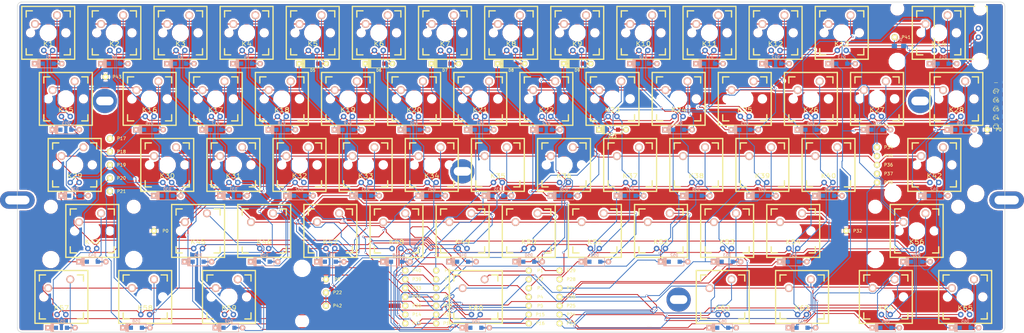
<source format=kicad_pcb>
(kicad_pcb (version 4) (host pcbnew 4.0.6)
  (layers (0 F.Cu signal) (31 B.Cu signal) (34 B.Paste user) (35 F.Paste user) (36 B.SilkS user) (37 F.SilkS user) (38 B.Mask user) (39 F.Mask user) (44 Edge.Cuts user))
  (net 0 "")
  (net 1 VCC)
  (net 2 GND)
  (net 3 Col1)
  (net 4 Col2)
  (net 5 Col3)
  (net 6 Col4)
  (net 7 Col5)
  (net 8 Col6)
  (net 9 Col7)
  (net 10 Col8)
  (net 11 Col9)
  (net 12 Col10)
  (net 13 Col11)
  (net 14 Col12)
  (net 15 Col13)
  (net 16 Col14)
  (net 17 LRow1)
  (net 18 LCol1)
  (net 19 LCol3)
  (net 20 LCol5)
  (net 21 LCol7)
  (net 22 LCol9)
  (net 23 LCol11)
  (net 24 LCol13)
  (net 25 LRow2)
  (net 26 LCol10)
  (net 27 LCol12)
  (net 28 LCol14)
  (net 29 LRow3)
  (net 30 LCol2)
  (net 31 LCol4)
  (net 32 LCol6)
  (net 33 LCol8)
  (net 34 LRow5)
  (net 35 "Net-(DC1-Pad1)")
  (net 36 Row1)
  (net 37 Row2)
  (net 38 Row3)
  (net 39 Row4)
  (net 40 Row5)
  (net 41 CAPS_LED)
  (net 42 LRow4)
  (net 43 "Net-(D1-Pad2)")
  (net 44 "Net-(D2-Pad2)")
  (net 45 "Net-(D3-Pad2)")
  (net 46 "Net-(D4-Pad2)")
  (net 47 "Net-(D5-Pad2)")
  (net 48 "Net-(D6-Pad2)")
  (net 49 "Net-(D7-Pad2)")
  (net 50 "Net-(D8-Pad2)")
  (net 51 "Net-(D9-Pad2)")
  (net 52 "Net-(D10-Pad2)")
  (net 53 "Net-(D11-Pad2)")
  (net 54 "Net-(D12-Pad2)")
  (net 55 "Net-(D13-Pad2)")
  (net 56 "Net-(D14-Pad2)")
  (net 57 "Net-(D15-Pad2)")
  (net 58 "Net-(D16-Pad2)")
  (net 59 "Net-(D17-Pad2)")
  (net 60 "Net-(D18-Pad2)")
  (net 61 "Net-(D19-Pad2)")
  (net 62 "Net-(D20-Pad2)")
  (net 63 "Net-(D21-Pad2)")
  (net 64 "Net-(D22-Pad2)")
  (net 65 "Net-(D23-Pad2)")
  (net 66 "Net-(D24-Pad2)")
  (net 67 "Net-(D25-Pad2)")
  (net 68 "Net-(D26-Pad2)")
  (net 69 "Net-(D27-Pad2)")
  (net 70 "Net-(D28-Pad2)")
  (net 71 "Net-(D29-Pad2)")
  (net 72 "Net-(D30-Pad2)")
  (net 73 "Net-(D31-Pad2)")
  (net 74 "Net-(D32-Pad2)")
  (net 75 "Net-(D33-Pad2)")
  (net 76 "Net-(D34-Pad2)")
  (net 77 "Net-(D35-Pad2)")
  (net 78 "Net-(D36-Pad2)")
  (net 79 "Net-(D37-Pad2)")
  (net 80 "Net-(D38-Pad2)")
  (net 81 "Net-(D39-Pad2)")
  (net 82 "Net-(D40-Pad2)")
  (net 83 "Net-(D42-Pad2)")
  (net 84 "Net-(D43-Pad2)")
  (net 85 "Net-(D45-Pad2)")
  (net 86 "Net-(D46-Pad2)")
  (net 87 "Net-(D47-Pad2)")
  (net 88 "Net-(D48-Pad2)")
  (net 89 "Net-(D49-Pad2)")
  (net 90 "Net-(D50-Pad2)")
  (net 91 "Net-(D51-Pad2)")
  (net 92 "Net-(D52-Pad2)")
  (net 93 "Net-(D53-Pad2)")
  (net 94 "Net-(D54-Pad2)")
  (net 95 "Net-(D56-Pad2)")
  (net 96 "Net-(D57-Pad2)")
  (net 97 "Net-(D58-Pad2)")
  (net 98 "Net-(D59-Pad2)")
  (net 99 "Net-(D60-Pad2)")
  (net 100 "Net-(D62-Pad2)")
  (net 101 "Net-(D63-Pad2)")
  (net 102 "Net-(D64-Pad2)")
  (net 103 "Net-(D65-Pad2)")
  (module Custom:CONN_1 (layer F.Cu) (at 52.07 93.98)
    (fp_text reference P0 (at 3.302 0) (layer F.SilkS) (effects (font (size 0.9 0.9))))
    (fp_text value CONN_1 hide)
    (pad 1 thru_hole circle (at 0 0) (size 1.8 1.8) (drill 0.9) (layers *.Cu *.Mask F.SilkS) (net 2 GND))
  )
  (module Custom:CONN_1 (layer F.Cu) (at 292.1 64.77)
    (fp_text reference P0 (at 3.302 0) (layer F.SilkS) (effects (font (size 0.9 0.9))))
    (fp_text value CONN_1 hide)
    (pad 1 thru_hole circle (at 0 0) (size 1.8 1.8) (drill 0.9) (layers *.Cu *.Mask F.SilkS) (net 2 GND))
  )
  (module Custom:HOLE1 (layer F.Cu) (at 37.9 56.49)
    (fp_text reference HOLE3 hide)
    (fp_text value Screw2 hide)
    (pad 1 thru_hole circle (at 0 0) (size 7.00024 7.00024) (drill oval 5.00126 2.49936) (layers *.Cu *.Mask))
  )
  (module Capacitors_SMD:C_0805_HandSoldering (layer F.Cu) (at 294.64 62.23 180)
    (fp_text reference C3 (at 0 -1.75 180) (layer F.SilkS))
    (fp_text value 1u)
    (pad 1 smd rect (at -1.25 0 180) (size 1.5 1.25) (layers F.Cu F.Paste F.Mask) (net 1 VCC))
    (pad 2 smd rect (at 1.25 0 180) (size 1.5 1.25) (layers F.Cu F.Paste F.Mask) (net 2 GND))
  )
  (module Capacitors_SMD:C_0805_HandSoldering (layer F.Cu) (at 294.64 59.69 180)
    (fp_text reference C4 (at 0 -1.75 180) (layer F.SilkS))
    (fp_text value 100n)
    (pad 1 smd rect (at -1.25 0 180) (size 1.5 1.25) (layers F.Cu F.Paste F.Mask) (net 1 VCC))
    (pad 2 smd rect (at 1.25 0 180) (size 1.5 1.25) (layers F.Cu F.Paste F.Mask) (net 2 GND))
  )
  (module Capacitors_SMD:C_0805_HandSoldering (layer F.Cu) (at 294.64 57.15 180)
    (fp_text reference C5 (at 0 -1.75 180) (layer F.SilkS))
    (fp_text value 100n)
    (pad 1 smd rect (at -1.25 0 180) (size 1.5 1.25) (layers F.Cu F.Paste F.Mask) (net 1 VCC))
    (pad 2 smd rect (at 1.25 0 180) (size 1.5 1.25) (layers F.Cu F.Paste F.Mask) (net 2 GND))
  )
  (module Capacitors_SMD:C_0805_HandSoldering (layer F.Cu) (at 294.64 54.61 180)
    (fp_text reference C6 (at 0 -1.75 180) (layer F.SilkS))
    (fp_text value 100n)
    (pad 1 smd rect (at -1.25 0 180) (size 1.5 1.25) (layers F.Cu F.Paste F.Mask) (net 1 VCC))
    (pad 2 smd rect (at 1.25 0 180) (size 1.5 1.25) (layers F.Cu F.Paste F.Mask) (net 2 GND))
  )
  (module Capacitors_SMD:C_0805_HandSoldering (layer F.Cu) (at 294.64 52.07 180)
    (fp_text reference C7 (at 0 -1.75 180) (layer F.SilkS))
    (fp_text value 100n)
    (pad 1 smd rect (at -1.25 0 180) (size 1.5 1.25) (layers F.Cu F.Paste F.Mask) (net 1 VCC))
    (pad 2 smd rect (at 1.25 0 180) (size 1.5 1.25) (layers F.Cu F.Paste F.Mask) (net 2 GND))
  )
  (module keyboard_parts:D_SOD123_axial (layer B.Cu) (at 193.04 45.72)
    (fp_text reference D10 (at 0 -1.925) (layer B.SilkS) (effects (font (size 0.8 0.8)) (justify mirror)))
    (fp_text value D hide)
    (pad 2 smd rect (at 1.575 0) (size 1.2 1.2) (layers B.Cu B.Paste B.Mask) (net 52 "Net-(D10-Pad2)"))
    (pad 1 smd rect (at -1.575 0) (size 1.2 1.2) (layers B.Cu B.Paste B.Mask) (net 12 Col10))
    (pad 1 thru_hole rect (at -3.9 0) (size 1.6 1.6) (drill 0.7) (layers *.Cu *.Mask B.SilkS) (net 12 Col10))
    (pad 2 thru_hole circle (at 3.9 0) (size 1.6 1.6) (drill 0.7) (layers *.Cu *.Mask B.SilkS) (net 52 "Net-(D10-Pad2)"))
    (pad 1 smd rect (at -2.7 0) (size 2.5 0.5) (layers B.Cu) (net 12 Col10))
    (pad 2 smd rect (at 2.7 0) (size 2.5 0.5) (layers B.Cu) (net 52 "Net-(D10-Pad2)"))
  )
  (module keyboard_parts:D_SOD123_axial (layer B.Cu) (at 212.09 45.72)
    (fp_text reference D11 (at 0 -1.925) (layer B.SilkS) (effects (font (size 0.8 0.8)) (justify mirror)))
    (fp_text value D hide)
    (pad 2 smd rect (at 1.575 0) (size 1.2 1.2) (layers B.Cu B.Paste B.Mask) (net 53 "Net-(D11-Pad2)"))
    (pad 1 smd rect (at -1.575 0) (size 1.2 1.2) (layers B.Cu B.Paste B.Mask) (net 13 Col11))
    (pad 1 thru_hole rect (at -3.9 0) (size 1.6 1.6) (drill 0.7) (layers *.Cu *.Mask B.SilkS) (net 13 Col11))
    (pad 2 thru_hole circle (at 3.9 0) (size 1.6 1.6) (drill 0.7) (layers *.Cu *.Mask B.SilkS) (net 53 "Net-(D11-Pad2)"))
    (pad 1 smd rect (at -2.7 0) (size 2.5 0.5) (layers B.Cu) (net 13 Col11))
    (pad 2 smd rect (at 2.7 0) (size 2.5 0.5) (layers B.Cu) (net 53 "Net-(D11-Pad2)"))
  )
  (module keyboard_parts:D_SOD123_axial (layer B.Cu) (at 231.14 45.72)
    (fp_text reference D12 (at 0 -1.925) (layer B.SilkS) (effects (font (size 0.8 0.8)) (justify mirror)))
    (fp_text value D hide)
    (pad 2 smd rect (at 1.575 0) (size 1.2 1.2) (layers B.Cu B.Paste B.Mask) (net 54 "Net-(D12-Pad2)"))
    (pad 1 smd rect (at -1.575 0) (size 1.2 1.2) (layers B.Cu B.Paste B.Mask) (net 14 Col12))
    (pad 1 thru_hole rect (at -3.9 0) (size 1.6 1.6) (drill 0.7) (layers *.Cu *.Mask B.SilkS) (net 14 Col12))
    (pad 2 thru_hole circle (at 3.9 0) (size 1.6 1.6) (drill 0.7) (layers *.Cu *.Mask B.SilkS) (net 54 "Net-(D12-Pad2)"))
    (pad 1 smd rect (at -2.7 0) (size 2.5 0.5) (layers B.Cu) (net 14 Col12))
    (pad 2 smd rect (at 2.7 0) (size 2.5 0.5) (layers B.Cu) (net 54 "Net-(D12-Pad2)"))
  )
  (module keyboard_parts:D_SOD123_axial (layer B.Cu) (at 250.19 45.72)
    (fp_text reference D13 (at 0 -1.925) (layer B.SilkS) (effects (font (size 0.8 0.8)) (justify mirror)))
    (fp_text value D hide)
    (pad 2 smd rect (at 1.575 0) (size 1.2 1.2) (layers B.Cu B.Paste B.Mask) (net 55 "Net-(D13-Pad2)"))
    (pad 1 smd rect (at -1.575 0) (size 1.2 1.2) (layers B.Cu B.Paste B.Mask) (net 15 Col13))
    (pad 1 thru_hole rect (at -3.9 0) (size 1.6 1.6) (drill 0.7) (layers *.Cu *.Mask B.SilkS) (net 15 Col13))
    (pad 2 thru_hole circle (at 3.9 0) (size 1.6 1.6) (drill 0.7) (layers *.Cu *.Mask B.SilkS) (net 55 "Net-(D13-Pad2)"))
    (pad 1 smd rect (at -2.7 0) (size 2.5 0.5) (layers B.Cu) (net 15 Col13))
    (pad 2 smd rect (at 2.7 0) (size 2.5 0.5) (layers B.Cu) (net 55 "Net-(D13-Pad2)"))
  )
  (module keyboard_parts:D_SOD123_axial (layer B.Cu) (at 279.4 45.72)
    (fp_text reference D14 (at 0 -1.925) (layer B.SilkS) (effects (font (size 0.8 0.8)) (justify mirror)))
    (fp_text value D hide)
    (pad 2 smd rect (at 1.575 0) (size 1.2 1.2) (layers B.Cu B.Paste B.Mask) (net 56 "Net-(D14-Pad2)"))
    (pad 1 smd rect (at -1.575 0) (size 1.2 1.2) (layers B.Cu B.Paste B.Mask) (net 16 Col14))
    (pad 1 thru_hole rect (at -3.9 0) (size 1.6 1.6) (drill 0.7) (layers *.Cu *.Mask B.SilkS) (net 16 Col14))
    (pad 2 thru_hole circle (at 3.9 0) (size 1.6 1.6) (drill 0.7) (layers *.Cu *.Mask B.SilkS) (net 56 "Net-(D14-Pad2)"))
    (pad 1 smd rect (at -2.7 0) (size 2.5 0.5) (layers B.Cu) (net 16 Col14))
    (pad 2 smd rect (at 2.7 0) (size 2.5 0.5) (layers B.Cu) (net 56 "Net-(D14-Pad2)"))
  )
  (module keyboard_parts:D_SOD123_axial (layer B.Cu) (at 26.67 64.77)
    (fp_text reference D15 (at 0 -1.925) (layer B.SilkS) (effects (font (size 0.8 0.8)) (justify mirror)))
    (fp_text value D hide)
    (pad 2 smd rect (at 1.575 0) (size 1.2 1.2) (layers B.Cu B.Paste B.Mask) (net 57 "Net-(D15-Pad2)"))
    (pad 1 smd rect (at -1.575 0) (size 1.2 1.2) (layers B.Cu B.Paste B.Mask) (net 3 Col1))
    (pad 1 thru_hole rect (at -3.9 0) (size 1.6 1.6) (drill 0.7) (layers *.Cu *.Mask B.SilkS) (net 3 Col1))
    (pad 2 thru_hole circle (at 3.9 0) (size 1.6 1.6) (drill 0.7) (layers *.Cu *.Mask B.SilkS) (net 57 "Net-(D15-Pad2)"))
    (pad 1 smd rect (at -2.7 0) (size 2.5 0.5) (layers B.Cu) (net 3 Col1))
    (pad 2 smd rect (at 2.7 0) (size 2.5 0.5) (layers B.Cu) (net 57 "Net-(D15-Pad2)"))
  )
  (module keyboard_parts:D_SOD123_axial (layer B.Cu) (at 50.8 64.77)
    (fp_text reference D16 (at 0 -1.925) (layer B.SilkS) (effects (font (size 0.8 0.8)) (justify mirror)))
    (fp_text value D hide)
    (pad 2 smd rect (at 1.575 0) (size 1.2 1.2) (layers B.Cu B.Paste B.Mask) (net 58 "Net-(D16-Pad2)"))
    (pad 1 smd rect (at -1.575 0) (size 1.2 1.2) (layers B.Cu B.Paste B.Mask) (net 4 Col2))
    (pad 1 thru_hole rect (at -3.9 0) (size 1.6 1.6) (drill 0.7) (layers *.Cu *.Mask B.SilkS) (net 4 Col2))
    (pad 2 thru_hole circle (at 3.9 0) (size 1.6 1.6) (drill 0.7) (layers *.Cu *.Mask B.SilkS) (net 58 "Net-(D16-Pad2)"))
    (pad 1 smd rect (at -2.7 0) (size 2.5 0.5) (layers B.Cu) (net 4 Col2))
    (pad 2 smd rect (at 2.7 0) (size 2.5 0.5) (layers B.Cu) (net 58 "Net-(D16-Pad2)"))
  )
  (module keyboard_parts:D_SOD123_axial (layer B.Cu) (at 69.85 64.77)
    (fp_text reference D17 (at 0 -1.925) (layer B.SilkS) (effects (font (size 0.8 0.8)) (justify mirror)))
    (fp_text value D hide)
    (pad 2 smd rect (at 1.575 0) (size 1.2 1.2) (layers B.Cu B.Paste B.Mask) (net 59 "Net-(D17-Pad2)"))
    (pad 1 smd rect (at -1.575 0) (size 1.2 1.2) (layers B.Cu B.Paste B.Mask) (net 5 Col3))
    (pad 1 thru_hole rect (at -3.9 0) (size 1.6 1.6) (drill 0.7) (layers *.Cu *.Mask B.SilkS) (net 5 Col3))
    (pad 2 thru_hole circle (at 3.9 0) (size 1.6 1.6) (drill 0.7) (layers *.Cu *.Mask B.SilkS) (net 59 "Net-(D17-Pad2)"))
    (pad 1 smd rect (at -2.7 0) (size 2.5 0.5) (layers B.Cu) (net 5 Col3))
    (pad 2 smd rect (at 2.7 0) (size 2.5 0.5) (layers B.Cu) (net 59 "Net-(D17-Pad2)"))
  )
  (module keyboard_parts:D_SOD123_axial (layer B.Cu) (at 88.9 64.77)
    (fp_text reference D18 (at 0 -1.925) (layer B.SilkS) (effects (font (size 0.8 0.8)) (justify mirror)))
    (fp_text value D hide)
    (pad 2 smd rect (at 1.575 0) (size 1.2 1.2) (layers B.Cu B.Paste B.Mask) (net 60 "Net-(D18-Pad2)"))
    (pad 1 smd rect (at -1.575 0) (size 1.2 1.2) (layers B.Cu B.Paste B.Mask) (net 6 Col4))
    (pad 1 thru_hole rect (at -3.9 0) (size 1.6 1.6) (drill 0.7) (layers *.Cu *.Mask B.SilkS) (net 6 Col4))
    (pad 2 thru_hole circle (at 3.9 0) (size 1.6 1.6) (drill 0.7) (layers *.Cu *.Mask B.SilkS) (net 60 "Net-(D18-Pad2)"))
    (pad 1 smd rect (at -2.7 0) (size 2.5 0.5) (layers B.Cu) (net 6 Col4))
    (pad 2 smd rect (at 2.7 0) (size 2.5 0.5) (layers B.Cu) (net 60 "Net-(D18-Pad2)"))
  )
  (module keyboard_parts:D_SOD123_axial (layer B.Cu) (at 107.95 64.77)
    (fp_text reference D19 (at 0 -1.925) (layer B.SilkS) (effects (font (size 0.8 0.8)) (justify mirror)))
    (fp_text value D hide)
    (pad 2 smd rect (at 1.575 0) (size 1.2 1.2) (layers B.Cu B.Paste B.Mask) (net 61 "Net-(D19-Pad2)"))
    (pad 1 smd rect (at -1.575 0) (size 1.2 1.2) (layers B.Cu B.Paste B.Mask) (net 7 Col5))
    (pad 1 thru_hole rect (at -3.9 0) (size 1.6 1.6) (drill 0.7) (layers *.Cu *.Mask B.SilkS) (net 7 Col5))
    (pad 2 thru_hole circle (at 3.9 0) (size 1.6 1.6) (drill 0.7) (layers *.Cu *.Mask B.SilkS) (net 61 "Net-(D19-Pad2)"))
    (pad 1 smd rect (at -2.7 0) (size 2.5 0.5) (layers B.Cu) (net 7 Col5))
    (pad 2 smd rect (at 2.7 0) (size 2.5 0.5) (layers B.Cu) (net 61 "Net-(D19-Pad2)"))
  )
  (module keyboard_parts:D_SOD123_axial (layer B.Cu) (at 127 64.77)
    (fp_text reference D20 (at 0 -1.925) (layer B.SilkS) (effects (font (size 0.8 0.8)) (justify mirror)))
    (fp_text value D hide)
    (pad 2 smd rect (at 1.575 0) (size 1.2 1.2) (layers B.Cu B.Paste B.Mask) (net 62 "Net-(D20-Pad2)"))
    (pad 1 smd rect (at -1.575 0) (size 1.2 1.2) (layers B.Cu B.Paste B.Mask) (net 8 Col6))
    (pad 1 thru_hole rect (at -3.9 0) (size 1.6 1.6) (drill 0.7) (layers *.Cu *.Mask B.SilkS) (net 8 Col6))
    (pad 2 thru_hole circle (at 3.9 0) (size 1.6 1.6) (drill 0.7) (layers *.Cu *.Mask B.SilkS) (net 62 "Net-(D20-Pad2)"))
    (pad 1 smd rect (at -2.7 0) (size 2.5 0.5) (layers B.Cu) (net 8 Col6))
    (pad 2 smd rect (at 2.7 0) (size 2.5 0.5) (layers B.Cu) (net 62 "Net-(D20-Pad2)"))
  )
  (module keyboard_parts:D_SOD123_axial (layer B.Cu) (at 146.05 64.77)
    (fp_text reference D21 (at 0 -1.925) (layer B.SilkS) (effects (font (size 0.8 0.8)) (justify mirror)))
    (fp_text value D hide)
    (pad 2 smd rect (at 1.575 0) (size 1.2 1.2) (layers B.Cu B.Paste B.Mask) (net 63 "Net-(D21-Pad2)"))
    (pad 1 smd rect (at -1.575 0) (size 1.2 1.2) (layers B.Cu B.Paste B.Mask) (net 9 Col7))
    (pad 1 thru_hole rect (at -3.9 0) (size 1.6 1.6) (drill 0.7) (layers *.Cu *.Mask B.SilkS) (net 9 Col7))
    (pad 2 thru_hole circle (at 3.9 0) (size 1.6 1.6) (drill 0.7) (layers *.Cu *.Mask B.SilkS) (net 63 "Net-(D21-Pad2)"))
    (pad 1 smd rect (at -2.7 0) (size 2.5 0.5) (layers B.Cu) (net 9 Col7))
    (pad 2 smd rect (at 2.7 0) (size 2.5 0.5) (layers B.Cu) (net 63 "Net-(D21-Pad2)"))
  )
  (module keyboard_parts:D_SOD123_axial (layer B.Cu) (at 165.1 64.77)
    (fp_text reference D22 (at 0 -1.925) (layer B.SilkS) (effects (font (size 0.8 0.8)) (justify mirror)))
    (fp_text value D hide)
    (pad 2 smd rect (at 1.575 0) (size 1.2 1.2) (layers B.Cu B.Paste B.Mask) (net 64 "Net-(D22-Pad2)"))
    (pad 1 smd rect (at -1.575 0) (size 1.2 1.2) (layers B.Cu B.Paste B.Mask) (net 10 Col8))
    (pad 1 thru_hole rect (at -3.9 0) (size 1.6 1.6) (drill 0.7) (layers *.Cu *.Mask B.SilkS) (net 10 Col8))
    (pad 2 thru_hole circle (at 3.9 0) (size 1.6 1.6) (drill 0.7) (layers *.Cu *.Mask B.SilkS) (net 64 "Net-(D22-Pad2)"))
    (pad 1 smd rect (at -2.7 0) (size 2.5 0.5) (layers B.Cu) (net 10 Col8))
    (pad 2 smd rect (at 2.7 0) (size 2.5 0.5) (layers B.Cu) (net 64 "Net-(D22-Pad2)"))
  )
  (module keyboard_parts:D_SOD123_axial (layer F.Cu) (at 184.15 64.77)
    (fp_text reference D23 (at 0 1.925) (layer F.SilkS) (effects (font (size 0.8 0.8))))
    (fp_text value D hide)
    (pad 2 smd rect (at 1.575 0) (size 1.2 1.2) (layers F.Cu F.Paste F.Mask) (net 65 "Net-(D23-Pad2)"))
    (pad 1 smd rect (at -1.575 0) (size 1.2 1.2) (layers F.Cu F.Paste F.Mask) (net 11 Col9))
    (pad 1 thru_hole rect (at -3.9 0) (size 1.6 1.6) (drill 0.7) (layers *.Cu *.Mask F.SilkS) (net 11 Col9))
    (pad 2 thru_hole circle (at 3.9 0) (size 1.6 1.6) (drill 0.7) (layers *.Cu *.Mask F.SilkS) (net 65 "Net-(D23-Pad2)"))
    (pad 1 smd rect (at -2.7 0) (size 2.5 0.5) (layers F.Cu) (net 11 Col9))
    (pad 2 smd rect (at 2.7 0) (size 2.5 0.5) (layers F.Cu) (net 65 "Net-(D23-Pad2)"))
  )
  (module keyboard_parts:D_SOD123_axial (layer B.Cu) (at 203.2 64.77)
    (fp_text reference D24 (at 0 -1.925) (layer B.SilkS) (effects (font (size 0.8 0.8)) (justify mirror)))
    (fp_text value D hide)
    (pad 2 smd rect (at 1.575 0) (size 1.2 1.2) (layers B.Cu B.Paste B.Mask) (net 66 "Net-(D24-Pad2)"))
    (pad 1 smd rect (at -1.575 0) (size 1.2 1.2) (layers B.Cu B.Paste B.Mask) (net 12 Col10))
    (pad 1 thru_hole rect (at -3.9 0) (size 1.6 1.6) (drill 0.7) (layers *.Cu *.Mask B.SilkS) (net 12 Col10))
    (pad 2 thru_hole circle (at 3.9 0) (size 1.6 1.6) (drill 0.7) (layers *.Cu *.Mask B.SilkS) (net 66 "Net-(D24-Pad2)"))
    (pad 1 smd rect (at -2.7 0) (size 2.5 0.5) (layers B.Cu) (net 12 Col10))
    (pad 2 smd rect (at 2.7 0) (size 2.5 0.5) (layers B.Cu) (net 66 "Net-(D24-Pad2)"))
  )
  (module keyboard_parts:D_SOD123_axial (layer B.Cu) (at 222.25 64.77)
    (fp_text reference D25 (at 0 -1.925) (layer B.SilkS) (effects (font (size 0.8 0.8)) (justify mirror)))
    (fp_text value D hide)
    (pad 2 smd rect (at 1.575 0) (size 1.2 1.2) (layers B.Cu B.Paste B.Mask) (net 67 "Net-(D25-Pad2)"))
    (pad 1 smd rect (at -1.575 0) (size 1.2 1.2) (layers B.Cu B.Paste B.Mask) (net 13 Col11))
    (pad 1 thru_hole rect (at -3.9 0) (size 1.6 1.6) (drill 0.7) (layers *.Cu *.Mask B.SilkS) (net 13 Col11))
    (pad 2 thru_hole circle (at 3.9 0) (size 1.6 1.6) (drill 0.7) (layers *.Cu *.Mask B.SilkS) (net 67 "Net-(D25-Pad2)"))
    (pad 1 smd rect (at -2.7 0) (size 2.5 0.5) (layers B.Cu) (net 13 Col11))
    (pad 2 smd rect (at 2.7 0) (size 2.5 0.5) (layers B.Cu) (net 67 "Net-(D25-Pad2)"))
  )
  (module keyboard_parts:D_SOD123_axial (layer B.Cu) (at 241.3 64.77)
    (fp_text reference D26 (at 0 -1.925) (layer B.SilkS) (effects (font (size 0.8 0.8)) (justify mirror)))
    (fp_text value D hide)
    (pad 2 smd rect (at 1.575 0) (size 1.2 1.2) (layers B.Cu B.Paste B.Mask) (net 68 "Net-(D26-Pad2)"))
    (pad 1 smd rect (at -1.575 0) (size 1.2 1.2) (layers B.Cu B.Paste B.Mask) (net 14 Col12))
    (pad 1 thru_hole rect (at -3.9 0) (size 1.6 1.6) (drill 0.7) (layers *.Cu *.Mask B.SilkS) (net 14 Col12))
    (pad 2 thru_hole circle (at 3.9 0) (size 1.6 1.6) (drill 0.7) (layers *.Cu *.Mask B.SilkS) (net 68 "Net-(D26-Pad2)"))
    (pad 1 smd rect (at -2.7 0) (size 2.5 0.5) (layers B.Cu) (net 14 Col12))
    (pad 2 smd rect (at 2.7 0) (size 2.5 0.5) (layers B.Cu) (net 68 "Net-(D26-Pad2)"))
  )
  (module keyboard_parts:D_SOD123_axial (layer B.Cu) (at 260.35 64.77)
    (fp_text reference D27 (at 0 -1.925) (layer B.SilkS) (effects (font (size 0.8 0.8)) (justify mirror)))
    (fp_text value D hide)
    (pad 2 smd rect (at 1.575 0) (size 1.2 1.2) (layers B.Cu B.Paste B.Mask) (net 69 "Net-(D27-Pad2)"))
    (pad 1 smd rect (at -1.575 0) (size 1.2 1.2) (layers B.Cu B.Paste B.Mask) (net 15 Col13))
    (pad 1 thru_hole rect (at -3.9 0) (size 1.6 1.6) (drill 0.7) (layers *.Cu *.Mask B.SilkS) (net 15 Col13))
    (pad 2 thru_hole circle (at 3.9 0) (size 1.6 1.6) (drill 0.7) (layers *.Cu *.Mask B.SilkS) (net 69 "Net-(D27-Pad2)"))
    (pad 1 smd rect (at -2.7 0) (size 2.5 0.5) (layers B.Cu) (net 15 Col13))
    (pad 2 smd rect (at 2.7 0) (size 2.5 0.5) (layers B.Cu) (net 69 "Net-(D27-Pad2)"))
  )
  (module keyboard_parts:D_SOD123_axial (layer B.Cu) (at 284.48 64.77)
    (fp_text reference D28 (at 0 -1.925) (layer B.SilkS) (effects (font (size 0.8 0.8)) (justify mirror)))
    (fp_text value D hide)
    (pad 2 smd rect (at 1.575 0) (size 1.2 1.2) (layers B.Cu B.Paste B.Mask) (net 70 "Net-(D28-Pad2)"))
    (pad 1 smd rect (at -1.575 0) (size 1.2 1.2) (layers B.Cu B.Paste B.Mask) (net 16 Col14))
    (pad 1 thru_hole rect (at -3.9 0) (size 1.6 1.6) (drill 0.7) (layers *.Cu *.Mask B.SilkS) (net 16 Col14))
    (pad 2 thru_hole circle (at 3.9 0) (size 1.6 1.6) (drill 0.7) (layers *.Cu *.Mask B.SilkS) (net 70 "Net-(D28-Pad2)"))
    (pad 1 smd rect (at -2.7 0) (size 2.5 0.5) (layers B.Cu) (net 16 Col14))
    (pad 2 smd rect (at 2.7 0) (size 2.5 0.5) (layers B.Cu) (net 70 "Net-(D28-Pad2)"))
  )
  (module keyboard_parts:D_SOD123_axial (layer B.Cu) (at 29.21 83.82)
    (fp_text reference D29 (at 0 -1.925) (layer B.SilkS) (effects (font (size 0.8 0.8)) (justify mirror)))
    (fp_text value D hide)
    (pad 2 smd rect (at 1.575 0) (size 1.2 1.2) (layers B.Cu B.Paste B.Mask) (net 71 "Net-(D29-Pad2)"))
    (pad 1 smd rect (at -1.575 0) (size 1.2 1.2) (layers B.Cu B.Paste B.Mask) (net 3 Col1))
    (pad 1 thru_hole rect (at -3.9 0) (size 1.6 1.6) (drill 0.7) (layers *.Cu *.Mask B.SilkS) (net 3 Col1))
    (pad 2 thru_hole circle (at 3.9 0) (size 1.6 1.6) (drill 0.7) (layers *.Cu *.Mask B.SilkS) (net 71 "Net-(D29-Pad2)"))
    (pad 1 smd rect (at -2.7 0) (size 2.5 0.5) (layers B.Cu) (net 3 Col1))
    (pad 2 smd rect (at 2.7 0) (size 2.5 0.5) (layers B.Cu) (net 71 "Net-(D29-Pad2)"))
  )
  (module keyboard_parts:D_SOD123_axial (layer B.Cu) (at 55.88 83.82)
    (fp_text reference D30 (at 0 -1.925) (layer B.SilkS) (effects (font (size 0.8 0.8)) (justify mirror)))
    (fp_text value D hide)
    (pad 2 smd rect (at 1.575 0) (size 1.2 1.2) (layers B.Cu B.Paste B.Mask) (net 72 "Net-(D30-Pad2)"))
    (pad 1 smd rect (at -1.575 0) (size 1.2 1.2) (layers B.Cu B.Paste B.Mask) (net 4 Col2))
    (pad 1 thru_hole rect (at -3.9 0) (size 1.6 1.6) (drill 0.7) (layers *.Cu *.Mask B.SilkS) (net 4 Col2))
    (pad 2 thru_hole circle (at 3.9 0) (size 1.6 1.6) (drill 0.7) (layers *.Cu *.Mask B.SilkS) (net 72 "Net-(D30-Pad2)"))
    (pad 1 smd rect (at -2.7 0) (size 2.5 0.5) (layers B.Cu) (net 4 Col2))
    (pad 2 smd rect (at 2.7 0) (size 2.5 0.5) (layers B.Cu) (net 72 "Net-(D30-Pad2)"))
  )
  (module keyboard_parts:D_SOD123_axial (layer B.Cu) (at 74.93 83.82)
    (fp_text reference D31 (at 0 -1.925) (layer B.SilkS) (effects (font (size 0.8 0.8)) (justify mirror)))
    (fp_text value D hide)
    (pad 2 smd rect (at 1.575 0) (size 1.2 1.2) (layers B.Cu B.Paste B.Mask) (net 73 "Net-(D31-Pad2)"))
    (pad 1 smd rect (at -1.575 0) (size 1.2 1.2) (layers B.Cu B.Paste B.Mask) (net 5 Col3))
    (pad 1 thru_hole rect (at -3.9 0) (size 1.6 1.6) (drill 0.7) (layers *.Cu *.Mask B.SilkS) (net 5 Col3))
    (pad 2 thru_hole circle (at 3.9 0) (size 1.6 1.6) (drill 0.7) (layers *.Cu *.Mask B.SilkS) (net 73 "Net-(D31-Pad2)"))
    (pad 1 smd rect (at -2.7 0) (size 2.5 0.5) (layers B.Cu) (net 5 Col3))
    (pad 2 smd rect (at 2.7 0) (size 2.5 0.5) (layers B.Cu) (net 73 "Net-(D31-Pad2)"))
  )
  (module keyboard_parts:D_SOD123_axial (layer B.Cu) (at 93.98 83.82)
    (fp_text reference D32 (at 0 -1.925) (layer B.SilkS) (effects (font (size 0.8 0.8)) (justify mirror)))
    (fp_text value D hide)
    (pad 2 smd rect (at 1.575 0) (size 1.2 1.2) (layers B.Cu B.Paste B.Mask) (net 74 "Net-(D32-Pad2)"))
    (pad 1 smd rect (at -1.575 0) (size 1.2 1.2) (layers B.Cu B.Paste B.Mask) (net 6 Col4))
    (pad 1 thru_hole rect (at -3.9 0) (size 1.6 1.6) (drill 0.7) (layers *.Cu *.Mask B.SilkS) (net 6 Col4))
    (pad 2 thru_hole circle (at 3.9 0) (size 1.6 1.6) (drill 0.7) (layers *.Cu *.Mask B.SilkS) (net 74 "Net-(D32-Pad2)"))
    (pad 1 smd rect (at -2.7 0) (size 2.5 0.5) (layers B.Cu) (net 6 Col4))
    (pad 2 smd rect (at 2.7 0) (size 2.5 0.5) (layers B.Cu) (net 74 "Net-(D32-Pad2)"))
  )
  (module keyboard_parts:D_SOD123_axial (layer B.Cu) (at 113.03 83.82)
    (fp_text reference D33 (at 0 -1.925) (layer B.SilkS) (effects (font (size 0.8 0.8)) (justify mirror)))
    (fp_text value D hide)
    (pad 2 smd rect (at 1.575 0) (size 1.2 1.2) (layers B.Cu B.Paste B.Mask) (net 75 "Net-(D33-Pad2)"))
    (pad 1 smd rect (at -1.575 0) (size 1.2 1.2) (layers B.Cu B.Paste B.Mask) (net 7 Col5))
    (pad 1 thru_hole rect (at -3.9 0) (size 1.6 1.6) (drill 0.7) (layers *.Cu *.Mask B.SilkS) (net 7 Col5))
    (pad 2 thru_hole circle (at 3.9 0) (size 1.6 1.6) (drill 0.7) (layers *.Cu *.Mask B.SilkS) (net 75 "Net-(D33-Pad2)"))
    (pad 1 smd rect (at -2.7 0) (size 2.5 0.5) (layers B.Cu) (net 7 Col5))
    (pad 2 smd rect (at 2.7 0) (size 2.5 0.5) (layers B.Cu) (net 75 "Net-(D33-Pad2)"))
  )
  (module keyboard_parts:D_SOD123_axial (layer B.Cu) (at 132.08 83.82)
    (fp_text reference D34 (at 0 -1.925) (layer B.SilkS) (effects (font (size 0.8 0.8)) (justify mirror)))
    (fp_text value D hide)
    (pad 2 smd rect (at 1.575 0) (size 1.2 1.2) (layers B.Cu B.Paste B.Mask) (net 76 "Net-(D34-Pad2)"))
    (pad 1 smd rect (at -1.575 0) (size 1.2 1.2) (layers B.Cu B.Paste B.Mask) (net 8 Col6))
    (pad 1 thru_hole rect (at -3.9 0) (size 1.6 1.6) (drill 0.7) (layers *.Cu *.Mask B.SilkS) (net 8 Col6))
    (pad 2 thru_hole circle (at 3.9 0) (size 1.6 1.6) (drill 0.7) (layers *.Cu *.Mask B.SilkS) (net 76 "Net-(D34-Pad2)"))
    (pad 1 smd rect (at -2.7 0) (size 2.5 0.5) (layers B.Cu) (net 8 Col6))
    (pad 2 smd rect (at 2.7 0) (size 2.5 0.5) (layers B.Cu) (net 76 "Net-(D34-Pad2)"))
  )
  (module keyboard_parts:D_SOD123_axial (layer B.Cu) (at 151.13 83.82)
    (fp_text reference D35 (at 0 -1.925) (layer B.SilkS) (effects (font (size 0.8 0.8)) (justify mirror)))
    (fp_text value D hide)
    (pad 2 smd rect (at 1.575 0) (size 1.2 1.2) (layers B.Cu B.Paste B.Mask) (net 77 "Net-(D35-Pad2)"))
    (pad 1 smd rect (at -1.575 0) (size 1.2 1.2) (layers B.Cu B.Paste B.Mask) (net 9 Col7))
    (pad 1 thru_hole rect (at -3.9 0) (size 1.6 1.6) (drill 0.7) (layers *.Cu *.Mask B.SilkS) (net 9 Col7))
    (pad 2 thru_hole circle (at 3.9 0) (size 1.6 1.6) (drill 0.7) (layers *.Cu *.Mask B.SilkS) (net 77 "Net-(D35-Pad2)"))
    (pad 1 smd rect (at -2.7 0) (size 2.5 0.5) (layers B.Cu) (net 9 Col7))
    (pad 2 smd rect (at 2.7 0) (size 2.5 0.5) (layers B.Cu) (net 77 "Net-(D35-Pad2)"))
  )
  (module keyboard_parts:D_SOD123_axial (layer B.Cu) (at 170.18 83.82)
    (fp_text reference D36 (at 0 -1.925) (layer B.SilkS) (effects (font (size 0.8 0.8)) (justify mirror)))
    (fp_text value D hide)
    (pad 2 smd rect (at 1.575 0) (size 1.2 1.2) (layers B.Cu B.Paste B.Mask) (net 78 "Net-(D36-Pad2)"))
    (pad 1 smd rect (at -1.575 0) (size 1.2 1.2) (layers B.Cu B.Paste B.Mask) (net 10 Col8))
    (pad 1 thru_hole rect (at -3.9 0) (size 1.6 1.6) (drill 0.7) (layers *.Cu *.Mask B.SilkS) (net 10 Col8))
    (pad 2 thru_hole circle (at 3.9 0) (size 1.6 1.6) (drill 0.7) (layers *.Cu *.Mask B.SilkS) (net 78 "Net-(D36-Pad2)"))
    (pad 1 smd rect (at -2.7 0) (size 2.5 0.5) (layers B.Cu) (net 10 Col8))
    (pad 2 smd rect (at 2.7 0) (size 2.5 0.5) (layers B.Cu) (net 78 "Net-(D36-Pad2)"))
  )
  (module keyboard_parts:D_SOD123_axial (layer B.Cu) (at 189.23 83.82)
    (fp_text reference D37 (at 0 -1.925) (layer B.SilkS) (effects (font (size 0.8 0.8)) (justify mirror)))
    (fp_text value D hide)
    (pad 2 smd rect (at 1.575 0) (size 1.2 1.2) (layers B.Cu B.Paste B.Mask) (net 79 "Net-(D37-Pad2)"))
    (pad 1 smd rect (at -1.575 0) (size 1.2 1.2) (layers B.Cu B.Paste B.Mask) (net 11 Col9))
    (pad 1 thru_hole rect (at -3.9 0) (size 1.6 1.6) (drill 0.7) (layers *.Cu *.Mask B.SilkS) (net 11 Col9))
    (pad 2 thru_hole circle (at 3.9 0) (size 1.6 1.6) (drill 0.7) (layers *.Cu *.Mask B.SilkS) (net 79 "Net-(D37-Pad2)"))
    (pad 1 smd rect (at -2.7 0) (size 2.5 0.5) (layers B.Cu) (net 11 Col9))
    (pad 2 smd rect (at 2.7 0) (size 2.5 0.5) (layers B.Cu) (net 79 "Net-(D37-Pad2)"))
  )
  (module keyboard_parts:D_SOD123_axial (layer B.Cu) (at 208.28 83.82)
    (fp_text reference D38 (at 0 -1.925) (layer B.SilkS) (effects (font (size 0.8 0.8)) (justify mirror)))
    (fp_text value D hide)
    (pad 2 smd rect (at 1.575 0) (size 1.2 1.2) (layers B.Cu B.Paste B.Mask) (net 80 "Net-(D38-Pad2)"))
    (pad 1 smd rect (at -1.575 0) (size 1.2 1.2) (layers B.Cu B.Paste B.Mask) (net 12 Col10))
    (pad 1 thru_hole rect (at -3.9 0) (size 1.6 1.6) (drill 0.7) (layers *.Cu *.Mask B.SilkS) (net 12 Col10))
    (pad 2 thru_hole circle (at 3.9 0) (size 1.6 1.6) (drill 0.7) (layers *.Cu *.Mask B.SilkS) (net 80 "Net-(D38-Pad2)"))
    (pad 1 smd rect (at -2.7 0) (size 2.5 0.5) (layers B.Cu) (net 12 Col10))
    (pad 2 smd rect (at 2.7 0) (size 2.5 0.5) (layers B.Cu) (net 80 "Net-(D38-Pad2)"))
  )
  (module keyboard_parts:D_SOD123_axial (layer B.Cu) (at 227.33 83.82)
    (fp_text reference D39 (at 0 -1.925) (layer B.SilkS) (effects (font (size 0.8 0.8)) (justify mirror)))
    (fp_text value D hide)
    (pad 2 smd rect (at 1.575 0) (size 1.2 1.2) (layers B.Cu B.Paste B.Mask) (net 81 "Net-(D39-Pad2)"))
    (pad 1 smd rect (at -1.575 0) (size 1.2 1.2) (layers B.Cu B.Paste B.Mask) (net 13 Col11))
    (pad 1 thru_hole rect (at -3.9 0) (size 1.6 1.6) (drill 0.7) (layers *.Cu *.Mask B.SilkS) (net 13 Col11))
    (pad 2 thru_hole circle (at 3.9 0) (size 1.6 1.6) (drill 0.7) (layers *.Cu *.Mask B.SilkS) (net 81 "Net-(D39-Pad2)"))
    (pad 1 smd rect (at -2.7 0) (size 2.5 0.5) (layers B.Cu) (net 13 Col11))
    (pad 2 smd rect (at 2.7 0) (size 2.5 0.5) (layers B.Cu) (net 81 "Net-(D39-Pad2)"))
  )
  (module keyboard_parts:D_SOD123_axial (layer B.Cu) (at 246.38 83.82)
    (fp_text reference D40 (at 0 -1.925) (layer B.SilkS) (effects (font (size 0.8 0.8)) (justify mirror)))
    (fp_text value D hide)
    (pad 2 smd rect (at 1.575 0) (size 1.2 1.2) (layers B.Cu B.Paste B.Mask) (net 82 "Net-(D40-Pad2)"))
    (pad 1 smd rect (at -1.575 0) (size 1.2 1.2) (layers B.Cu B.Paste B.Mask) (net 14 Col12))
    (pad 1 thru_hole rect (at -3.9 0) (size 1.6 1.6) (drill 0.7) (layers *.Cu *.Mask B.SilkS) (net 14 Col12))
    (pad 2 thru_hole circle (at 3.9 0) (size 1.6 1.6) (drill 0.7) (layers *.Cu *.Mask B.SilkS) (net 82 "Net-(D40-Pad2)"))
    (pad 1 smd rect (at -2.7 0) (size 2.5 0.5) (layers B.Cu) (net 14 Col12))
    (pad 2 smd rect (at 2.7 0) (size 2.5 0.5) (layers B.Cu) (net 82 "Net-(D40-Pad2)"))
  )
  (module keyboard_parts:D_SOD123_axial (layer B.Cu) (at 276.86 83.82)
    (fp_text reference D42 (at 0 -1.925) (layer B.SilkS) (effects (font (size 0.8 0.8)) (justify mirror)))
    (fp_text value D hide)
    (pad 2 smd rect (at 1.575 0) (size 1.2 1.2) (layers B.Cu B.Paste B.Mask) (net 83 "Net-(D42-Pad2)"))
    (pad 1 smd rect (at -1.575 0) (size 1.2 1.2) (layers B.Cu B.Paste B.Mask) (net 16 Col14))
    (pad 1 thru_hole rect (at -3.9 0) (size 1.6 1.6) (drill 0.7) (layers *.Cu *.Mask B.SilkS) (net 16 Col14))
    (pad 2 thru_hole circle (at 3.9 0) (size 1.6 1.6) (drill 0.7) (layers *.Cu *.Mask B.SilkS) (net 83 "Net-(D42-Pad2)"))
    (pad 1 smd rect (at -2.7 0) (size 2.5 0.5) (layers B.Cu) (net 16 Col14))
    (pad 2 smd rect (at 2.7 0) (size 2.5 0.5) (layers B.Cu) (net 83 "Net-(D42-Pad2)"))
  )
  (module keyboard_parts:D_SOD123_axial (layer B.Cu) (at 34.29 102.87)
    (fp_text reference D43 (at 0 -1.925) (layer B.SilkS) (effects (font (size 0.8 0.8)) (justify mirror)))
    (fp_text value D hide)
    (pad 2 smd rect (at 1.575 0) (size 1.2 1.2) (layers B.Cu B.Paste B.Mask) (net 84 "Net-(D43-Pad2)"))
    (pad 1 smd rect (at -1.575 0) (size 1.2 1.2) (layers B.Cu B.Paste B.Mask) (net 3 Col1))
    (pad 1 thru_hole rect (at -3.9 0) (size 1.6 1.6) (drill 0.7) (layers *.Cu *.Mask B.SilkS) (net 3 Col1))
    (pad 2 thru_hole circle (at 3.9 0) (size 1.6 1.6) (drill 0.7) (layers *.Cu *.Mask B.SilkS) (net 84 "Net-(D43-Pad2)"))
    (pad 1 smd rect (at -2.7 0) (size 2.5 0.5) (layers B.Cu) (net 3 Col1))
    (pad 2 smd rect (at 2.7 0) (size 2.5 0.5) (layers B.Cu) (net 84 "Net-(D43-Pad2)"))
  )
  (module keyboard_parts:D_SOD123_axial (layer B.Cu) (at 64.77 102.87)
    (fp_text reference D45 (at 0 -1.925) (layer B.SilkS) (effects (font (size 0.8 0.8)) (justify mirror)))
    (fp_text value D hide)
    (pad 2 smd rect (at 1.575 0) (size 1.2 1.2) (layers B.Cu B.Paste B.Mask) (net 85 "Net-(D45-Pad2)"))
    (pad 1 smd rect (at -1.575 0) (size 1.2 1.2) (layers B.Cu B.Paste B.Mask) (net 5 Col3))
    (pad 1 thru_hole rect (at -3.9 0) (size 1.6 1.6) (drill 0.7) (layers *.Cu *.Mask B.SilkS) (net 5 Col3))
    (pad 2 thru_hole circle (at 3.9 0) (size 1.6 1.6) (drill 0.7) (layers *.Cu *.Mask B.SilkS) (net 85 "Net-(D45-Pad2)"))
    (pad 1 smd rect (at -2.7 0) (size 2.5 0.5) (layers B.Cu) (net 5 Col3))
    (pad 2 smd rect (at 2.7 0) (size 2.5 0.5) (layers B.Cu) (net 85 "Net-(D45-Pad2)"))
  )
  (module keyboard_parts:D_SOD123_axial (layer B.Cu) (at 83.82 102.87)
    (fp_text reference D46 (at 0 -1.925) (layer B.SilkS) (effects (font (size 0.8 0.8)) (justify mirror)))
    (fp_text value D hide)
    (pad 2 smd rect (at 1.575 0) (size 1.2 1.2) (layers B.Cu B.Paste B.Mask) (net 86 "Net-(D46-Pad2)"))
    (pad 1 smd rect (at -1.575 0) (size 1.2 1.2) (layers B.Cu B.Paste B.Mask) (net 6 Col4))
    (pad 1 thru_hole rect (at -3.9 0) (size 1.6 1.6) (drill 0.7) (layers *.Cu *.Mask B.SilkS) (net 6 Col4))
    (pad 2 thru_hole circle (at 3.9 0) (size 1.6 1.6) (drill 0.7) (layers *.Cu *.Mask B.SilkS) (net 86 "Net-(D46-Pad2)"))
    (pad 1 smd rect (at -2.7 0) (size 2.5 0.5) (layers B.Cu) (net 6 Col4))
    (pad 2 smd rect (at 2.7 0) (size 2.5 0.5) (layers B.Cu) (net 86 "Net-(D46-Pad2)"))
  )
  (module keyboard_parts:D_SOD123_axial (layer B.Cu) (at 102.87 102.87)
    (fp_text reference D47 (at 0 -1.925) (layer B.SilkS) (effects (font (size 0.8 0.8)) (justify mirror)))
    (fp_text value D hide)
    (pad 2 smd rect (at 1.575 0) (size 1.2 1.2) (layers B.Cu B.Paste B.Mask) (net 87 "Net-(D47-Pad2)"))
    (pad 1 smd rect (at -1.575 0) (size 1.2 1.2) (layers B.Cu B.Paste B.Mask) (net 7 Col5))
    (pad 1 thru_hole rect (at -3.9 0) (size 1.6 1.6) (drill 0.7) (layers *.Cu *.Mask B.SilkS) (net 7 Col5))
    (pad 2 thru_hole circle (at 3.9 0) (size 1.6 1.6) (drill 0.7) (layers *.Cu *.Mask B.SilkS) (net 87 "Net-(D47-Pad2)"))
    (pad 1 smd rect (at -2.7 0) (size 2.5 0.5) (layers B.Cu) (net 7 Col5))
    (pad 2 smd rect (at 2.7 0) (size 2.5 0.5) (layers B.Cu) (net 87 "Net-(D47-Pad2)"))
  )
  (module keyboard_parts:D_SOD123_axial (layer B.Cu) (at 121.92 102.87)
    (fp_text reference D48 (at 0 -1.925) (layer B.SilkS) (effects (font (size 0.8 0.8)) (justify mirror)))
    (fp_text value D hide)
    (pad 2 smd rect (at 1.575 0) (size 1.2 1.2) (layers B.Cu B.Paste B.Mask) (net 88 "Net-(D48-Pad2)"))
    (pad 1 smd rect (at -1.575 0) (size 1.2 1.2) (layers B.Cu B.Paste B.Mask) (net 8 Col6))
    (pad 1 thru_hole rect (at -3.9 0) (size 1.6 1.6) (drill 0.7) (layers *.Cu *.Mask B.SilkS) (net 8 Col6))
    (pad 2 thru_hole circle (at 3.9 0) (size 1.6 1.6) (drill 0.7) (layers *.Cu *.Mask B.SilkS) (net 88 "Net-(D48-Pad2)"))
    (pad 1 smd rect (at -2.7 0) (size 2.5 0.5) (layers B.Cu) (net 8 Col6))
    (pad 2 smd rect (at 2.7 0) (size 2.5 0.5) (layers B.Cu) (net 88 "Net-(D48-Pad2)"))
  )
  (module keyboard_parts:D_SOD123_axial (layer B.Cu) (at 140.97 102.87)
    (fp_text reference D49 (at 0 -1.925) (layer B.SilkS) (effects (font (size 0.8 0.8)) (justify mirror)))
    (fp_text value D hide)
    (pad 2 smd rect (at 1.575 0) (size 1.2 1.2) (layers B.Cu B.Paste B.Mask) (net 89 "Net-(D49-Pad2)"))
    (pad 1 smd rect (at -1.575 0) (size 1.2 1.2) (layers B.Cu B.Paste B.Mask) (net 9 Col7))
    (pad 1 thru_hole rect (at -3.9 0) (size 1.6 1.6) (drill 0.7) (layers *.Cu *.Mask B.SilkS) (net 9 Col7))
    (pad 2 thru_hole circle (at 3.9 0) (size 1.6 1.6) (drill 0.7) (layers *.Cu *.Mask B.SilkS) (net 89 "Net-(D49-Pad2)"))
    (pad 1 smd rect (at -2.7 0) (size 2.5 0.5) (layers B.Cu) (net 9 Col7))
    (pad 2 smd rect (at 2.7 0) (size 2.5 0.5) (layers B.Cu) (net 89 "Net-(D49-Pad2)"))
  )
  (module keyboard_parts:D_SOD123_axial (layer B.Cu) (at 160.02 102.87)
    (fp_text reference D50 (at 0 -1.925) (layer B.SilkS) (effects (font (size 0.8 0.8)) (justify mirror)))
    (fp_text value D hide)
    (pad 2 smd rect (at 1.575 0) (size 1.2 1.2) (layers B.Cu B.Paste B.Mask) (net 90 "Net-(D50-Pad2)"))
    (pad 1 smd rect (at -1.575 0) (size 1.2 1.2) (layers B.Cu B.Paste B.Mask) (net 10 Col8))
    (pad 1 thru_hole rect (at -3.9 0) (size 1.6 1.6) (drill 0.7) (layers *.Cu *.Mask B.SilkS) (net 10 Col8))
    (pad 2 thru_hole circle (at 3.9 0) (size 1.6 1.6) (drill 0.7) (layers *.Cu *.Mask B.SilkS) (net 90 "Net-(D50-Pad2)"))
    (pad 1 smd rect (at -2.7 0) (size 2.5 0.5) (layers B.Cu) (net 10 Col8))
    (pad 2 smd rect (at 2.7 0) (size 2.5 0.5) (layers B.Cu) (net 90 "Net-(D50-Pad2)"))
  )
  (module keyboard_parts:D_SOD123_axial (layer B.Cu) (at 179.07 102.87)
    (fp_text reference D51 (at 0 -1.925) (layer B.SilkS) (effects (font (size 0.8 0.8)) (justify mirror)))
    (fp_text value D hide)
    (pad 2 smd rect (at 1.575 0) (size 1.2 1.2) (layers B.Cu B.Paste B.Mask) (net 91 "Net-(D51-Pad2)"))
    (pad 1 smd rect (at -1.575 0) (size 1.2 1.2) (layers B.Cu B.Paste B.Mask) (net 11 Col9))
    (pad 1 thru_hole rect (at -3.9 0) (size 1.6 1.6) (drill 0.7) (layers *.Cu *.Mask B.SilkS) (net 11 Col9))
    (pad 2 thru_hole circle (at 3.9 0) (size 1.6 1.6) (drill 0.7) (layers *.Cu *.Mask B.SilkS) (net 91 "Net-(D51-Pad2)"))
    (pad 1 smd rect (at -2.7 0) (size 2.5 0.5) (layers B.Cu) (net 11 Col9))
    (pad 2 smd rect (at 2.7 0) (size 2.5 0.5) (layers B.Cu) (net 91 "Net-(D51-Pad2)"))
  )
  (module keyboard_parts:D_SOD123_axial (layer B.Cu) (at 201.93 102.87)
    (fp_text reference D52 (at 0 -1.925) (layer B.SilkS) (effects (font (size 0.8 0.8)) (justify mirror)))
    (fp_text value D hide)
    (pad 2 smd rect (at 1.575 0) (size 1.2 1.2) (layers B.Cu B.Paste B.Mask) (net 92 "Net-(D52-Pad2)"))
    (pad 1 smd rect (at -1.575 0) (size 1.2 1.2) (layers B.Cu B.Paste B.Mask) (net 12 Col10))
    (pad 1 thru_hole rect (at -3.9 0) (size 1.6 1.6) (drill 0.7) (layers *.Cu *.Mask B.SilkS) (net 12 Col10))
    (pad 2 thru_hole circle (at 3.9 0) (size 1.6 1.6) (drill 0.7) (layers *.Cu *.Mask B.SilkS) (net 92 "Net-(D52-Pad2)"))
    (pad 1 smd rect (at -2.7 0) (size 2.5 0.5) (layers B.Cu) (net 12 Col10))
    (pad 2 smd rect (at 2.7 0) (size 2.5 0.5) (layers B.Cu) (net 92 "Net-(D52-Pad2)"))
  )
  (module keyboard_parts:D_SOD123_axial (layer B.Cu) (at 217.17 102.87)
    (fp_text reference D53 (at 0 -1.925) (layer B.SilkS) (effects (font (size 0.8 0.8)) (justify mirror)))
    (fp_text value D hide)
    (pad 2 smd rect (at 1.575 0) (size 1.2 1.2) (layers B.Cu B.Paste B.Mask) (net 93 "Net-(D53-Pad2)"))
    (pad 1 smd rect (at -1.575 0) (size 1.2 1.2) (layers B.Cu B.Paste B.Mask) (net 13 Col11))
    (pad 1 thru_hole rect (at -3.9 0) (size 1.6 1.6) (drill 0.7) (layers *.Cu *.Mask B.SilkS) (net 13 Col11))
    (pad 2 thru_hole circle (at 3.9 0) (size 1.6 1.6) (drill 0.7) (layers *.Cu *.Mask B.SilkS) (net 93 "Net-(D53-Pad2)"))
    (pad 1 smd rect (at -2.7 0) (size 2.5 0.5) (layers B.Cu) (net 13 Col11))
    (pad 2 smd rect (at 2.7 0) (size 2.5 0.5) (layers B.Cu) (net 93 "Net-(D53-Pad2)"))
  )
  (module keyboard_parts:D_SOD123_axial (layer B.Cu) (at 236.22 102.87)
    (fp_text reference D54 (at 0 -1.925) (layer B.SilkS) (effects (font (size 0.8 0.8)) (justify mirror)))
    (fp_text value D hide)
    (pad 2 smd rect (at 1.575 0) (size 1.2 1.2) (layers B.Cu B.Paste B.Mask) (net 94 "Net-(D54-Pad2)"))
    (pad 1 smd rect (at -1.575 0) (size 1.2 1.2) (layers B.Cu B.Paste B.Mask) (net 14 Col12))
    (pad 1 thru_hole rect (at -3.9 0) (size 1.6 1.6) (drill 0.7) (layers *.Cu *.Mask B.SilkS) (net 14 Col12))
    (pad 2 thru_hole circle (at 3.9 0) (size 1.6 1.6) (drill 0.7) (layers *.Cu *.Mask B.SilkS) (net 94 "Net-(D54-Pad2)"))
    (pad 1 smd rect (at -2.7 0) (size 2.5 0.5) (layers B.Cu) (net 14 Col12))
    (pad 2 smd rect (at 2.7 0) (size 2.5 0.5) (layers B.Cu) (net 94 "Net-(D54-Pad2)"))
  )
  (module keyboard_parts:D_SOD123_axial (layer B.Cu) (at 271.78 102.87)
    (fp_text reference D56 (at 0 -1.925) (layer B.SilkS) (effects (font (size 0.8 0.8)) (justify mirror)))
    (fp_text value D hide)
    (pad 2 smd rect (at 1.575 0) (size 1.2 1.2) (layers B.Cu B.Paste B.Mask) (net 95 "Net-(D56-Pad2)"))
    (pad 1 smd rect (at -1.575 0) (size 1.2 1.2) (layers B.Cu B.Paste B.Mask) (net 16 Col14))
    (pad 1 thru_hole rect (at -3.9 0) (size 1.6 1.6) (drill 0.7) (layers *.Cu *.Mask B.SilkS) (net 16 Col14))
    (pad 2 thru_hole circle (at 3.9 0) (size 1.6 1.6) (drill 0.7) (layers *.Cu *.Mask B.SilkS) (net 95 "Net-(D56-Pad2)"))
    (pad 1 smd rect (at -2.7 0) (size 2.5 0.5) (layers B.Cu) (net 16 Col14))
    (pad 2 smd rect (at 2.7 0) (size 2.5 0.5) (layers B.Cu) (net 95 "Net-(D56-Pad2)"))
  )
  (module keyboard_parts:D_SOD123_axial (layer B.Cu) (at 25.4 121.92)
    (fp_text reference D57 (at 0 -1.925) (layer B.SilkS) (effects (font (size 0.8 0.8)) (justify mirror)))
    (fp_text value D hide)
    (pad 2 smd rect (at 1.575 0) (size 1.2 1.2) (layers B.Cu B.Paste B.Mask) (net 96 "Net-(D57-Pad2)"))
    (pad 1 smd rect (at -1.575 0) (size 1.2 1.2) (layers B.Cu B.Paste B.Mask) (net 3 Col1))
    (pad 1 thru_hole rect (at -3.9 0) (size 1.6 1.6) (drill 0.7) (layers *.Cu *.Mask B.SilkS) (net 3 Col1))
    (pad 2 thru_hole circle (at 3.9 0) (size 1.6 1.6) (drill 0.7) (layers *.Cu *.Mask B.SilkS) (net 96 "Net-(D57-Pad2)"))
    (pad 1 smd rect (at -2.7 0) (size 2.5 0.5) (layers B.Cu) (net 3 Col1))
    (pad 2 smd rect (at 2.7 0) (size 2.5 0.5) (layers B.Cu) (net 96 "Net-(D57-Pad2)"))
  )
  (module keyboard_parts:D_SOD123_axial (layer B.Cu) (at 46.99 121.92)
    (fp_text reference D58 (at 0 -1.925) (layer B.SilkS) (effects (font (size 0.8 0.8)) (justify mirror)))
    (fp_text value D hide)
    (pad 2 smd rect (at 1.575 0) (size 1.2 1.2) (layers B.Cu B.Paste B.Mask) (net 97 "Net-(D58-Pad2)"))
    (pad 1 smd rect (at -1.575 0) (size 1.2 1.2) (layers B.Cu B.Paste B.Mask) (net 4 Col2))
    (pad 1 thru_hole rect (at -3.9 0) (size 1.6 1.6) (drill 0.7) (layers *.Cu *.Mask B.SilkS) (net 4 Col2))
    (pad 2 thru_hole circle (at 3.9 0) (size 1.6 1.6) (drill 0.7) (layers *.Cu *.Mask B.SilkS) (net 97 "Net-(D58-Pad2)"))
    (pad 1 smd rect (at -2.7 0) (size 2.5 0.5) (layers B.Cu) (net 4 Col2))
    (pad 2 smd rect (at 2.7 0) (size 2.5 0.5) (layers B.Cu) (net 97 "Net-(D58-Pad2)"))
  )
  (module keyboard_parts:D_SOD123_axial (layer B.Cu) (at 73.66 121.92)
    (fp_text reference D59 (at 0 -1.925) (layer B.SilkS) (effects (font (size 0.8 0.8)) (justify mirror)))
    (fp_text value D hide)
    (pad 2 smd rect (at 1.575 0) (size 1.2 1.2) (layers B.Cu B.Paste B.Mask) (net 98 "Net-(D59-Pad2)"))
    (pad 1 smd rect (at -1.575 0) (size 1.2 1.2) (layers B.Cu B.Paste B.Mask) (net 5 Col3))
    (pad 1 thru_hole rect (at -3.9 0) (size 1.6 1.6) (drill 0.7) (layers *.Cu *.Mask B.SilkS) (net 5 Col3))
    (pad 2 thru_hole circle (at 3.9 0) (size 1.6 1.6) (drill 0.7) (layers *.Cu *.Mask B.SilkS) (net 98 "Net-(D59-Pad2)"))
    (pad 1 smd rect (at -2.7 0) (size 2.5 0.5) (layers B.Cu) (net 5 Col3))
    (pad 2 smd rect (at 2.7 0) (size 2.5 0.5) (layers B.Cu) (net 98 "Net-(D59-Pad2)"))
  )
  (module keyboard_parts:D_SOD123_axial (layer B.Cu) (at 144.78 121.92)
    (fp_text reference D60 (at 0 -1.925) (layer B.SilkS) (effects (font (size 0.8 0.8)) (justify mirror)))
    (fp_text value D hide)
    (pad 2 smd rect (at 1.575 0) (size 1.2 1.2) (layers B.Cu B.Paste B.Mask) (net 99 "Net-(D60-Pad2)"))
    (pad 1 smd rect (at -1.575 0) (size 1.2 1.2) (layers B.Cu B.Paste B.Mask) (net 8 Col6))
    (pad 1 thru_hole rect (at -3.9 0) (size 1.6 1.6) (drill 0.7) (layers *.Cu *.Mask B.SilkS) (net 8 Col6))
    (pad 2 thru_hole circle (at 3.9 0) (size 1.6 1.6) (drill 0.7) (layers *.Cu *.Mask B.SilkS) (net 99 "Net-(D60-Pad2)"))
    (pad 1 smd rect (at -2.7 0) (size 2.5 0.5) (layers B.Cu) (net 8 Col6))
    (pad 2 smd rect (at 2.7 0) (size 2.5 0.5) (layers B.Cu) (net 99 "Net-(D60-Pad2)"))
  )
  (module keyboard_parts:D_SOD123_axial (layer B.Cu) (at 215.9 121.92)
    (fp_text reference D62 (at 0 -1.925) (layer B.SilkS) (effects (font (size 0.8 0.8)) (justify mirror)))
    (fp_text value D hide)
    (pad 2 smd rect (at 1.575 0) (size 1.2 1.2) (layers B.Cu B.Paste B.Mask) (net 100 "Net-(D62-Pad2)"))
    (pad 1 smd rect (at -1.575 0) (size 1.2 1.2) (layers B.Cu B.Paste B.Mask) (net 13 Col11))
    (pad 1 thru_hole rect (at -3.9 0) (size 1.6 1.6) (drill 0.7) (layers *.Cu *.Mask B.SilkS) (net 13 Col11))
    (pad 2 thru_hole circle (at 3.9 0) (size 1.6 1.6) (drill 0.7) (layers *.Cu *.Mask B.SilkS) (net 100 "Net-(D62-Pad2)"))
    (pad 1 smd rect (at -2.7 0) (size 2.5 0.5) (layers B.Cu) (net 13 Col11))
    (pad 2 smd rect (at 2.7 0) (size 2.5 0.5) (layers B.Cu) (net 100 "Net-(D62-Pad2)"))
  )
  (module keyboard_parts:D_SOD123_axial (layer B.Cu) (at 238.76 121.92)
    (fp_text reference D63 (at 0 -1.925) (layer B.SilkS) (effects (font (size 0.8 0.8)) (justify mirror)))
    (fp_text value D hide)
    (pad 2 smd rect (at 1.575 0) (size 1.2 1.2) (layers B.Cu B.Paste B.Mask) (net 101 "Net-(D63-Pad2)"))
    (pad 1 smd rect (at -1.575 0) (size 1.2 1.2) (layers B.Cu B.Paste B.Mask) (net 14 Col12))
    (pad 1 thru_hole rect (at -3.9 0) (size 1.6 1.6) (drill 0.7) (layers *.Cu *.Mask B.SilkS) (net 14 Col12))
    (pad 2 thru_hole circle (at 3.9 0) (size 1.6 1.6) (drill 0.7) (layers *.Cu *.Mask B.SilkS) (net 101 "Net-(D63-Pad2)"))
    (pad 1 smd rect (at -2.7 0) (size 2.5 0.5) (layers B.Cu) (net 14 Col12))
    (pad 2 smd rect (at 2.7 0) (size 2.5 0.5) (layers B.Cu) (net 101 "Net-(D63-Pad2)"))
  )
  (module keyboard_parts:D_SOD123_axial (layer B.Cu) (at 262.89 121.92)
    (fp_text reference D64 (at 0 -1.925) (layer B.SilkS) (effects (font (size 0.8 0.8)) (justify mirror)))
    (fp_text value D hide)
    (pad 2 smd rect (at 1.575 0) (size 1.2 1.2) (layers B.Cu B.Paste B.Mask) (net 102 "Net-(D64-Pad2)"))
    (pad 1 smd rect (at -1.575 0) (size 1.2 1.2) (layers B.Cu B.Paste B.Mask) (net 15 Col13))
    (pad 1 thru_hole rect (at -3.9 0) (size 1.6 1.6) (drill 0.7) (layers *.Cu *.Mask B.SilkS) (net 15 Col13))
    (pad 2 thru_hole circle (at 3.9 0) (size 1.6 1.6) (drill 0.7) (layers *.Cu *.Mask B.SilkS) (net 102 "Net-(D64-Pad2)"))
    (pad 1 smd rect (at -2.7 0) (size 2.5 0.5) (layers B.Cu) (net 15 Col13))
    (pad 2 smd rect (at 2.7 0) (size 2.5 0.5) (layers B.Cu) (net 102 "Net-(D64-Pad2)"))
  )
  (module keyboard_parts:D_SOD123_axial (layer B.Cu) (at 285.75 121.92)
    (fp_text reference D65 (at 0 -1.925) (layer B.SilkS) (effects (font (size 0.8 0.8)) (justify mirror)))
    (fp_text value D hide)
    (pad 2 smd rect (at 1.575 0) (size 1.2 1.2) (layers B.Cu B.Paste B.Mask) (net 103 "Net-(D65-Pad2)"))
    (pad 1 smd rect (at -1.575 0) (size 1.2 1.2) (layers B.Cu B.Paste B.Mask) (net 16 Col14))
    (pad 1 thru_hole rect (at -3.9 0) (size 1.6 1.6) (drill 0.7) (layers *.Cu *.Mask B.SilkS) (net 16 Col14))
    (pad 2 thru_hole circle (at 3.9 0) (size 1.6 1.6) (drill 0.7) (layers *.Cu *.Mask B.SilkS) (net 103 "Net-(D65-Pad2)"))
    (pad 1 smd rect (at -2.7 0) (size 2.5 0.5) (layers B.Cu) (net 16 Col14))
    (pad 2 smd rect (at 2.7 0) (size 2.5 0.5) (layers B.Cu) (net 103 "Net-(D65-Pad2)"))
  )
  (module footprints:CHERRY_PCB_100H (layer F.Cu) (at 193.04 36.83)
    (fp_text reference K10 (at 0 3.175) (layer F.SilkS) (effects (font (size 1.27 1.524) (thickness 0.2032))))
    (fp_text value KEYSW hide)
    (pad 1 thru_hole circle (at 2.54 -5.08) (size 2.286 2.286) (drill 1.4986) (layers *.Cu *.SilkS *.Mask) (net 52 "Net-(D10-Pad2)"))
    (pad 2 thru_hole circle (at -3.81 -2.54) (size 2.286 2.286) (drill 1.4986) (layers *.Cu *.SilkS *.Mask) (net 36 Row1))
    (pad HOLE np_thru_hole circle (at 0 0) (size 3.9878 3.9878) (drill 3.9878) (layers *.Cu))
    (pad HOLE np_thru_hole circle (at -5.08 0) (size 1.7018 1.7018) (drill 1.7018) (layers *.Cu))
    (pad HOLE np_thru_hole circle (at 5.08 0) (size 1.7018 1.7018) (drill 1.7018) (layers *.Cu))
  )
  (module footprints:CHERRY_PCB_100H (layer F.Cu) (at 212.09 36.83)
    (fp_text reference K11 (at 0 3.175) (layer F.SilkS) (effects (font (size 1.27 1.524) (thickness 0.2032))))
    (fp_text value KEYSW hide)
    (pad 1 thru_hole circle (at 2.54 -5.08) (size 2.286 2.286) (drill 1.4986) (layers *.Cu *.SilkS *.Mask) (net 53 "Net-(D11-Pad2)"))
    (pad 2 thru_hole circle (at -3.81 -2.54) (size 2.286 2.286) (drill 1.4986) (layers *.Cu *.SilkS *.Mask) (net 36 Row1))
    (pad HOLE np_thru_hole circle (at 0 0) (size 3.9878 3.9878) (drill 3.9878) (layers *.Cu))
    (pad HOLE np_thru_hole circle (at -5.08 0) (size 1.7018 1.7018) (drill 1.7018) (layers *.Cu))
    (pad HOLE np_thru_hole circle (at 5.08 0) (size 1.7018 1.7018) (drill 1.7018) (layers *.Cu))
  )
  (module footprints:CHERRY_PCB_100H (layer F.Cu) (at 231.14 36.83)
    (fp_text reference K12 (at 0 3.175) (layer F.SilkS) (effects (font (size 1.27 1.524) (thickness 0.2032))))
    (fp_text value KEYSW hide)
    (pad 1 thru_hole circle (at 2.54 -5.08) (size 2.286 2.286) (drill 1.4986) (layers *.Cu *.SilkS *.Mask) (net 54 "Net-(D12-Pad2)"))
    (pad 2 thru_hole circle (at -3.81 -2.54) (size 2.286 2.286) (drill 1.4986) (layers *.Cu *.SilkS *.Mask) (net 36 Row1))
    (pad HOLE np_thru_hole circle (at 0 0) (size 3.9878 3.9878) (drill 3.9878) (layers *.Cu))
    (pad HOLE np_thru_hole circle (at -5.08 0) (size 1.7018 1.7018) (drill 1.7018) (layers *.Cu))
    (pad HOLE np_thru_hole circle (at 5.08 0) (size 1.7018 1.7018) (drill 1.7018) (layers *.Cu))
  )
  (module footprints:CHERRY_PCB_100H (layer F.Cu) (at 250.19 36.83)
    (fp_text reference K13 (at 0 3.175) (layer F.SilkS) (effects (font (size 1.27 1.524) (thickness 0.2032))))
    (fp_text value KEYSW hide)
    (pad 1 thru_hole circle (at 2.54 -5.08) (size 2.286 2.286) (drill 1.4986) (layers *.Cu *.SilkS *.Mask) (net 55 "Net-(D13-Pad2)"))
    (pad 2 thru_hole circle (at -3.81 -2.54) (size 2.286 2.286) (drill 1.4986) (layers *.Cu *.SilkS *.Mask) (net 36 Row1))
    (pad HOLE np_thru_hole circle (at 0 0) (size 3.9878 3.9878) (drill 3.9878) (layers *.Cu))
    (pad HOLE np_thru_hole circle (at -5.08 0) (size 1.7018 1.7018) (drill 1.7018) (layers *.Cu))
    (pad HOLE np_thru_hole circle (at 5.08 0) (size 1.7018 1.7018) (drill 1.7018) (layers *.Cu))
  )
  (module footprints:CHERRY_PCB_100H (layer F.Cu) (at 50.8 55.88)
    (fp_text reference K16 (at 0 3.175) (layer F.SilkS) (effects (font (size 1.27 1.524) (thickness 0.2032))))
    (fp_text value KEYSW hide)
    (pad 1 thru_hole circle (at 2.54 -5.08) (size 2.286 2.286) (drill 1.4986) (layers *.Cu *.SilkS *.Mask) (net 58 "Net-(D16-Pad2)"))
    (pad 2 thru_hole circle (at -3.81 -2.54) (size 2.286 2.286) (drill 1.4986) (layers *.Cu *.SilkS *.Mask) (net 37 Row2))
    (pad HOLE np_thru_hole circle (at 0 0) (size 3.9878 3.9878) (drill 3.9878) (layers *.Cu))
    (pad HOLE np_thru_hole circle (at -5.08 0) (size 1.7018 1.7018) (drill 1.7018) (layers *.Cu))
    (pad HOLE np_thru_hole circle (at 5.08 0) (size 1.7018 1.7018) (drill 1.7018) (layers *.Cu))
  )
  (module footprints:CHERRY_PCB_100H (layer F.Cu) (at 69.85 55.88)
    (fp_text reference K17 (at 0 3.175) (layer F.SilkS) (effects (font (size 1.27 1.524) (thickness 0.2032))))
    (fp_text value KEYSW hide)
    (pad 1 thru_hole circle (at 2.54 -5.08) (size 2.286 2.286) (drill 1.4986) (layers *.Cu *.SilkS *.Mask) (net 59 "Net-(D17-Pad2)"))
    (pad 2 thru_hole circle (at -3.81 -2.54) (size 2.286 2.286) (drill 1.4986) (layers *.Cu *.SilkS *.Mask) (net 37 Row2))
    (pad HOLE np_thru_hole circle (at 0 0) (size 3.9878 3.9878) (drill 3.9878) (layers *.Cu))
    (pad HOLE np_thru_hole circle (at -5.08 0) (size 1.7018 1.7018) (drill 1.7018) (layers *.Cu))
    (pad HOLE np_thru_hole circle (at 5.08 0) (size 1.7018 1.7018) (drill 1.7018) (layers *.Cu))
  )
  (module footprints:CHERRY_PCB_100H (layer F.Cu) (at 88.9 55.88)
    (fp_text reference K18 (at 0 3.175) (layer F.SilkS) (effects (font (size 1.27 1.524) (thickness 0.2032))))
    (fp_text value KEYSW hide)
    (pad 1 thru_hole circle (at 2.54 -5.08) (size 2.286 2.286) (drill 1.4986) (layers *.Cu *.SilkS *.Mask) (net 60 "Net-(D18-Pad2)"))
    (pad 2 thru_hole circle (at -3.81 -2.54) (size 2.286 2.286) (drill 1.4986) (layers *.Cu *.SilkS *.Mask) (net 37 Row2))
    (pad HOLE np_thru_hole circle (at 0 0) (size 3.9878 3.9878) (drill 3.9878) (layers *.Cu))
    (pad HOLE np_thru_hole circle (at -5.08 0) (size 1.7018 1.7018) (drill 1.7018) (layers *.Cu))
    (pad HOLE np_thru_hole circle (at 5.08 0) (size 1.7018 1.7018) (drill 1.7018) (layers *.Cu))
  )
  (module footprints:CHERRY_PCB_100H (layer F.Cu) (at 107.95 55.88)
    (fp_text reference K19 (at 0 3.175) (layer F.SilkS) (effects (font (size 1.27 1.524) (thickness 0.2032))))
    (fp_text value KEYSW hide)
    (pad 1 thru_hole circle (at 2.54 -5.08) (size 2.286 2.286) (drill 1.4986) (layers *.Cu *.SilkS *.Mask) (net 61 "Net-(D19-Pad2)"))
    (pad 2 thru_hole circle (at -3.81 -2.54) (size 2.286 2.286) (drill 1.4986) (layers *.Cu *.SilkS *.Mask) (net 37 Row2))
    (pad HOLE np_thru_hole circle (at 0 0) (size 3.9878 3.9878) (drill 3.9878) (layers *.Cu))
    (pad HOLE np_thru_hole circle (at -5.08 0) (size 1.7018 1.7018) (drill 1.7018) (layers *.Cu))
    (pad HOLE np_thru_hole circle (at 5.08 0) (size 1.7018 1.7018) (drill 1.7018) (layers *.Cu))
  )
  (module footprints:CHERRY_PCB_100H (layer F.Cu) (at 127 55.88)
    (fp_text reference K20 (at 0 3.175) (layer F.SilkS) (effects (font (size 1.27 1.524) (thickness 0.2032))))
    (fp_text value KEYSW hide)
    (pad 1 thru_hole circle (at 2.54 -5.08) (size 2.286 2.286) (drill 1.4986) (layers *.Cu *.SilkS *.Mask) (net 62 "Net-(D20-Pad2)"))
    (pad 2 thru_hole circle (at -3.81 -2.54) (size 2.286 2.286) (drill 1.4986) (layers *.Cu *.SilkS *.Mask) (net 37 Row2))
    (pad HOLE np_thru_hole circle (at 0 0) (size 3.9878 3.9878) (drill 3.9878) (layers *.Cu))
    (pad HOLE np_thru_hole circle (at -5.08 0) (size 1.7018 1.7018) (drill 1.7018) (layers *.Cu))
    (pad HOLE np_thru_hole circle (at 5.08 0) (size 1.7018 1.7018) (drill 1.7018) (layers *.Cu))
  )
  (module footprints:CHERRY_PCB_100H (layer F.Cu) (at 146.05 55.88)
    (fp_text reference K21 (at 0 3.175) (layer F.SilkS) (effects (font (size 1.27 1.524) (thickness 0.2032))))
    (fp_text value KEYSW hide)
    (pad 1 thru_hole circle (at 2.54 -5.08) (size 2.286 2.286) (drill 1.4986) (layers *.Cu *.SilkS *.Mask) (net 63 "Net-(D21-Pad2)"))
    (pad 2 thru_hole circle (at -3.81 -2.54) (size 2.286 2.286) (drill 1.4986) (layers *.Cu *.SilkS *.Mask) (net 37 Row2))
    (pad HOLE np_thru_hole circle (at 0 0) (size 3.9878 3.9878) (drill 3.9878) (layers *.Cu))
    (pad HOLE np_thru_hole circle (at -5.08 0) (size 1.7018 1.7018) (drill 1.7018) (layers *.Cu))
    (pad HOLE np_thru_hole circle (at 5.08 0) (size 1.7018 1.7018) (drill 1.7018) (layers *.Cu))
  )
  (module footprints:CHERRY_PCB_100H (layer F.Cu) (at 165.1 55.88)
    (fp_text reference K22 (at 0 3.175) (layer F.SilkS) (effects (font (size 1.27 1.524) (thickness 0.2032))))
    (fp_text value KEYSW hide)
    (pad 1 thru_hole circle (at 2.54 -5.08) (size 2.286 2.286) (drill 1.4986) (layers *.Cu *.SilkS *.Mask) (net 64 "Net-(D22-Pad2)"))
    (pad 2 thru_hole circle (at -3.81 -2.54) (size 2.286 2.286) (drill 1.4986) (layers *.Cu *.SilkS *.Mask) (net 37 Row2))
    (pad HOLE np_thru_hole circle (at 0 0) (size 3.9878 3.9878) (drill 3.9878) (layers *.Cu))
    (pad HOLE np_thru_hole circle (at -5.08 0) (size 1.7018 1.7018) (drill 1.7018) (layers *.Cu))
    (pad HOLE np_thru_hole circle (at 5.08 0) (size 1.7018 1.7018) (drill 1.7018) (layers *.Cu))
  )
  (module footprints:CHERRY_PCB_100H (layer F.Cu) (at 184.15 55.88)
    (fp_text reference K23 (at 0 3.175) (layer F.SilkS) (effects (font (size 1.27 1.524) (thickness 0.2032))))
    (fp_text value KEYSW hide)
    (pad 1 thru_hole circle (at 2.54 -5.08) (size 2.286 2.286) (drill 1.4986) (layers *.Cu *.SilkS *.Mask) (net 65 "Net-(D23-Pad2)"))
    (pad 2 thru_hole circle (at -3.81 -2.54) (size 2.286 2.286) (drill 1.4986) (layers *.Cu *.SilkS *.Mask) (net 37 Row2))
    (pad HOLE np_thru_hole circle (at 0 0) (size 3.9878 3.9878) (drill 3.9878) (layers *.Cu))
    (pad HOLE np_thru_hole circle (at -5.08 0) (size 1.7018 1.7018) (drill 1.7018) (layers *.Cu))
    (pad HOLE np_thru_hole circle (at 5.08 0) (size 1.7018 1.7018) (drill 1.7018) (layers *.Cu))
  )
  (module footprints:CHERRY_PCB_100H (layer F.Cu) (at 203.2 55.88)
    (fp_text reference K24 (at 0 3.175) (layer F.SilkS) (effects (font (size 1.27 1.524) (thickness 0.2032))))
    (fp_text value KEYSW hide)
    (pad 1 thru_hole circle (at 2.54 -5.08) (size 2.286 2.286) (drill 1.4986) (layers *.Cu *.SilkS *.Mask) (net 66 "Net-(D24-Pad2)"))
    (pad 2 thru_hole circle (at -3.81 -2.54) (size 2.286 2.286) (drill 1.4986) (layers *.Cu *.SilkS *.Mask) (net 37 Row2))
    (pad HOLE np_thru_hole circle (at 0 0) (size 3.9878 3.9878) (drill 3.9878) (layers *.Cu))
    (pad HOLE np_thru_hole circle (at -5.08 0) (size 1.7018 1.7018) (drill 1.7018) (layers *.Cu))
    (pad HOLE np_thru_hole circle (at 5.08 0) (size 1.7018 1.7018) (drill 1.7018) (layers *.Cu))
  )
  (module footprints:CHERRY_PCB_100H (layer F.Cu) (at 222.25 55.88)
    (fp_text reference K25 (at 0 3.175) (layer F.SilkS) (effects (font (size 1.27 1.524) (thickness 0.2032))))
    (fp_text value KEYSW hide)
    (pad 1 thru_hole circle (at 2.54 -5.08) (size 2.286 2.286) (drill 1.4986) (layers *.Cu *.SilkS *.Mask) (net 67 "Net-(D25-Pad2)"))
    (pad 2 thru_hole circle (at -3.81 -2.54) (size 2.286 2.286) (drill 1.4986) (layers *.Cu *.SilkS *.Mask) (net 37 Row2))
    (pad HOLE np_thru_hole circle (at 0 0) (size 3.9878 3.9878) (drill 3.9878) (layers *.Cu))
    (pad HOLE np_thru_hole circle (at -5.08 0) (size 1.7018 1.7018) (drill 1.7018) (layers *.Cu))
    (pad HOLE np_thru_hole circle (at 5.08 0) (size 1.7018 1.7018) (drill 1.7018) (layers *.Cu))
  )
  (module footprints:CHERRY_PCB_100H (layer F.Cu) (at 241.3 55.88)
    (fp_text reference K26 (at 0 3.175) (layer F.SilkS) (effects (font (size 1.27 1.524) (thickness 0.2032))))
    (fp_text value KEYSW hide)
    (pad 1 thru_hole circle (at 2.54 -5.08) (size 2.286 2.286) (drill 1.4986) (layers *.Cu *.SilkS *.Mask) (net 68 "Net-(D26-Pad2)"))
    (pad 2 thru_hole circle (at -3.81 -2.54) (size 2.286 2.286) (drill 1.4986) (layers *.Cu *.SilkS *.Mask) (net 37 Row2))
    (pad HOLE np_thru_hole circle (at 0 0) (size 3.9878 3.9878) (drill 3.9878) (layers *.Cu))
    (pad HOLE np_thru_hole circle (at -5.08 0) (size 1.7018 1.7018) (drill 1.7018) (layers *.Cu))
    (pad HOLE np_thru_hole circle (at 5.08 0) (size 1.7018 1.7018) (drill 1.7018) (layers *.Cu))
  )
  (module footprints:CHERRY_PCB_100H (layer F.Cu) (at 260.35 55.88)
    (fp_text reference K27 (at 0 3.175) (layer F.SilkS) (effects (font (size 1.27 1.524) (thickness 0.2032))))
    (fp_text value KEYSW hide)
    (pad 1 thru_hole circle (at 2.54 -5.08) (size 2.286 2.286) (drill 1.4986) (layers *.Cu *.SilkS *.Mask) (net 69 "Net-(D27-Pad2)"))
    (pad 2 thru_hole circle (at -3.81 -2.54) (size 2.286 2.286) (drill 1.4986) (layers *.Cu *.SilkS *.Mask) (net 37 Row2))
    (pad HOLE np_thru_hole circle (at 0 0) (size 3.9878 3.9878) (drill 3.9878) (layers *.Cu))
    (pad HOLE np_thru_hole circle (at -5.08 0) (size 1.7018 1.7018) (drill 1.7018) (layers *.Cu))
    (pad HOLE np_thru_hole circle (at 5.08 0) (size 1.7018 1.7018) (drill 1.7018) (layers *.Cu))
  )
  (module footprints:CHERRY_PCB_100H (layer F.Cu) (at 55.88 74.93)
    (fp_text reference K30 (at 0 3.175) (layer F.SilkS) (effects (font (size 1.27 1.524) (thickness 0.2032))))
    (fp_text value KEYSW hide)
    (pad 1 thru_hole circle (at 2.54 -5.08) (size 2.286 2.286) (drill 1.4986) (layers *.Cu *.SilkS *.Mask) (net 72 "Net-(D30-Pad2)"))
    (pad 2 thru_hole circle (at -3.81 -2.54) (size 2.286 2.286) (drill 1.4986) (layers *.Cu *.SilkS *.Mask) (net 38 Row3))
    (pad HOLE np_thru_hole circle (at 0 0) (size 3.9878 3.9878) (drill 3.9878) (layers *.Cu))
    (pad HOLE np_thru_hole circle (at -5.08 0) (size 1.7018 1.7018) (drill 1.7018) (layers *.Cu))
    (pad HOLE np_thru_hole circle (at 5.08 0) (size 1.7018 1.7018) (drill 1.7018) (layers *.Cu))
  )
  (module footprints:CHERRY_PCB_100H (layer F.Cu) (at 74.93 74.93)
    (fp_text reference K31 (at 0 3.175) (layer F.SilkS) (effects (font (size 1.27 1.524) (thickness 0.2032))))
    (fp_text value KEYSW hide)
    (pad 1 thru_hole circle (at 2.54 -5.08) (size 2.286 2.286) (drill 1.4986) (layers *.Cu *.SilkS *.Mask) (net 73 "Net-(D31-Pad2)"))
    (pad 2 thru_hole circle (at -3.81 -2.54) (size 2.286 2.286) (drill 1.4986) (layers *.Cu *.SilkS *.Mask) (net 38 Row3))
    (pad HOLE np_thru_hole circle (at 0 0) (size 3.9878 3.9878) (drill 3.9878) (layers *.Cu))
    (pad HOLE np_thru_hole circle (at -5.08 0) (size 1.7018 1.7018) (drill 1.7018) (layers *.Cu))
    (pad HOLE np_thru_hole circle (at 5.08 0) (size 1.7018 1.7018) (drill 1.7018) (layers *.Cu))
  )
  (module footprints:CHERRY_PCB_100H (layer F.Cu) (at 93.98 74.93)
    (fp_text reference K32 (at 0 3.175) (layer F.SilkS) (effects (font (size 1.27 1.524) (thickness 0.2032))))
    (fp_text value KEYSW hide)
    (pad 1 thru_hole circle (at 2.54 -5.08) (size 2.286 2.286) (drill 1.4986) (layers *.Cu *.SilkS *.Mask) (net 74 "Net-(D32-Pad2)"))
    (pad 2 thru_hole circle (at -3.81 -2.54) (size 2.286 2.286) (drill 1.4986) (layers *.Cu *.SilkS *.Mask) (net 38 Row3))
    (pad HOLE np_thru_hole circle (at 0 0) (size 3.9878 3.9878) (drill 3.9878) (layers *.Cu))
    (pad HOLE np_thru_hole circle (at -5.08 0) (size 1.7018 1.7018) (drill 1.7018) (layers *.Cu))
    (pad HOLE np_thru_hole circle (at 5.08 0) (size 1.7018 1.7018) (drill 1.7018) (layers *.Cu))
  )
  (module footprints:CHERRY_PCB_100H (layer F.Cu) (at 113.03 74.93)
    (fp_text reference K33 (at 0 3.175) (layer F.SilkS) (effects (font (size 1.27 1.524) (thickness 0.2032))))
    (fp_text value KEYSW hide)
    (pad 1 thru_hole circle (at 2.54 -5.08) (size 2.286 2.286) (drill 1.4986) (layers *.Cu *.SilkS *.Mask) (net 75 "Net-(D33-Pad2)"))
    (pad 2 thru_hole circle (at -3.81 -2.54) (size 2.286 2.286) (drill 1.4986) (layers *.Cu *.SilkS *.Mask) (net 38 Row3))
    (pad HOLE np_thru_hole circle (at 0 0) (size 3.9878 3.9878) (drill 3.9878) (layers *.Cu))
    (pad HOLE np_thru_hole circle (at -5.08 0) (size 1.7018 1.7018) (drill 1.7018) (layers *.Cu))
    (pad HOLE np_thru_hole circle (at 5.08 0) (size 1.7018 1.7018) (drill 1.7018) (layers *.Cu))
  )
  (module footprints:CHERRY_PCB_100H (layer F.Cu) (at 132.08 74.93)
    (fp_text reference K34 (at 0 3.175) (layer F.SilkS) (effects (font (size 1.27 1.524) (thickness 0.2032))))
    (fp_text value KEYSW hide)
    (pad 1 thru_hole circle (at 2.54 -5.08) (size 2.286 2.286) (drill 1.4986) (layers *.Cu *.SilkS *.Mask) (net 76 "Net-(D34-Pad2)"))
    (pad 2 thru_hole circle (at -3.81 -2.54) (size 2.286 2.286) (drill 1.4986) (layers *.Cu *.SilkS *.Mask) (net 38 Row3))
    (pad HOLE np_thru_hole circle (at 0 0) (size 3.9878 3.9878) (drill 3.9878) (layers *.Cu))
    (pad HOLE np_thru_hole circle (at -5.08 0) (size 1.7018 1.7018) (drill 1.7018) (layers *.Cu))
    (pad HOLE np_thru_hole circle (at 5.08 0) (size 1.7018 1.7018) (drill 1.7018) (layers *.Cu))
  )
  (module footprints:CHERRY_PCB_100H (layer F.Cu) (at 151.13 74.93)
    (fp_text reference K35 (at 0 3.175) (layer F.SilkS) (effects (font (size 1.27 1.524) (thickness 0.2032))))
    (fp_text value KEYSW hide)
    (pad 1 thru_hole circle (at 2.54 -5.08) (size 2.286 2.286) (drill 1.4986) (layers *.Cu *.SilkS *.Mask) (net 77 "Net-(D35-Pad2)"))
    (pad 2 thru_hole circle (at -3.81 -2.54) (size 2.286 2.286) (drill 1.4986) (layers *.Cu *.SilkS *.Mask) (net 38 Row3))
    (pad HOLE np_thru_hole circle (at 0 0) (size 3.9878 3.9878) (drill 3.9878) (layers *.Cu))
    (pad HOLE np_thru_hole circle (at -5.08 0) (size 1.7018 1.7018) (drill 1.7018) (layers *.Cu))
    (pad HOLE np_thru_hole circle (at 5.08 0) (size 1.7018 1.7018) (drill 1.7018) (layers *.Cu))
  )
  (module footprints:CHERRY_PCB_100H (layer F.Cu) (at 170.18 74.93)
    (fp_text reference K36 (at 0 3.175) (layer F.SilkS) (effects (font (size 1.27 1.524) (thickness 0.2032))))
    (fp_text value KEYSW hide)
    (pad 1 thru_hole circle (at 2.54 -5.08) (size 2.286 2.286) (drill 1.4986) (layers *.Cu *.SilkS *.Mask) (net 78 "Net-(D36-Pad2)"))
    (pad 2 thru_hole circle (at -3.81 -2.54) (size 2.286 2.286) (drill 1.4986) (layers *.Cu *.SilkS *.Mask) (net 38 Row3))
    (pad HOLE np_thru_hole circle (at 0 0) (size 3.9878 3.9878) (drill 3.9878) (layers *.Cu))
    (pad HOLE np_thru_hole circle (at -5.08 0) (size 1.7018 1.7018) (drill 1.7018) (layers *.Cu))
    (pad HOLE np_thru_hole circle (at 5.08 0) (size 1.7018 1.7018) (drill 1.7018) (layers *.Cu))
  )
  (module footprints:CHERRY_PCB_100H (layer F.Cu) (at 189.23 74.93)
    (fp_text reference K37 (at 0 3.175) (layer F.SilkS) (effects (font (size 1.27 1.524) (thickness 0.2032))))
    (fp_text value KEYSW hide)
    (pad 1 thru_hole circle (at 2.54 -5.08) (size 2.286 2.286) (drill 1.4986) (layers *.Cu *.SilkS *.Mask) (net 79 "Net-(D37-Pad2)"))
    (pad 2 thru_hole circle (at -3.81 -2.54) (size 2.286 2.286) (drill 1.4986) (layers *.Cu *.SilkS *.Mask) (net 38 Row3))
    (pad HOLE np_thru_hole circle (at 0 0) (size 3.9878 3.9878) (drill 3.9878) (layers *.Cu))
    (pad HOLE np_thru_hole circle (at -5.08 0) (size 1.7018 1.7018) (drill 1.7018) (layers *.Cu))
    (pad HOLE np_thru_hole circle (at 5.08 0) (size 1.7018 1.7018) (drill 1.7018) (layers *.Cu))
  )
  (module footprints:CHERRY_PCB_100H (layer F.Cu) (at 208.28 74.93)
    (fp_text reference K38 (at 0 3.175) (layer F.SilkS) (effects (font (size 1.27 1.524) (thickness 0.2032))))
    (fp_text value KEYSW hide)
    (pad 1 thru_hole circle (at 2.54 -5.08) (size 2.286 2.286) (drill 1.4986) (layers *.Cu *.SilkS *.Mask) (net 80 "Net-(D38-Pad2)"))
    (pad 2 thru_hole circle (at -3.81 -2.54) (size 2.286 2.286) (drill 1.4986) (layers *.Cu *.SilkS *.Mask) (net 38 Row3))
    (pad HOLE np_thru_hole circle (at 0 0) (size 3.9878 3.9878) (drill 3.9878) (layers *.Cu))
    (pad HOLE np_thru_hole circle (at -5.08 0) (size 1.7018 1.7018) (drill 1.7018) (layers *.Cu))
    (pad HOLE np_thru_hole circle (at 5.08 0) (size 1.7018 1.7018) (drill 1.7018) (layers *.Cu))
  )
  (module footprints:CHERRY_PCB_100H (layer F.Cu) (at 227.33 74.93)
    (fp_text reference K39 (at 0 3.175) (layer F.SilkS) (effects (font (size 1.27 1.524) (thickness 0.2032))))
    (fp_text value KEYSW hide)
    (pad 1 thru_hole circle (at 2.54 -5.08) (size 2.286 2.286) (drill 1.4986) (layers *.Cu *.SilkS *.Mask) (net 81 "Net-(D39-Pad2)"))
    (pad 2 thru_hole circle (at -3.81 -2.54) (size 2.286 2.286) (drill 1.4986) (layers *.Cu *.SilkS *.Mask) (net 38 Row3))
    (pad HOLE np_thru_hole circle (at 0 0) (size 3.9878 3.9878) (drill 3.9878) (layers *.Cu))
    (pad HOLE np_thru_hole circle (at -5.08 0) (size 1.7018 1.7018) (drill 1.7018) (layers *.Cu))
    (pad HOLE np_thru_hole circle (at 5.08 0) (size 1.7018 1.7018) (drill 1.7018) (layers *.Cu))
  )
  (module footprints:CHERRY_PCB_100H (layer F.Cu) (at 246.38 74.93)
    (fp_text reference K40 (at 0 3.175) (layer F.SilkS) (effects (font (size 1.27 1.524) (thickness 0.2032))))
    (fp_text value KEYSW hide)
    (pad 1 thru_hole circle (at 2.54 -5.08) (size 2.286 2.286) (drill 1.4986) (layers *.Cu *.SilkS *.Mask) (net 82 "Net-(D40-Pad2)"))
    (pad 2 thru_hole circle (at -3.81 -2.54) (size 2.286 2.286) (drill 1.4986) (layers *.Cu *.SilkS *.Mask) (net 38 Row3))
    (pad HOLE np_thru_hole circle (at 0 0) (size 3.9878 3.9878) (drill 3.9878) (layers *.Cu))
    (pad HOLE np_thru_hole circle (at -5.08 0) (size 1.7018 1.7018) (drill 1.7018) (layers *.Cu))
    (pad HOLE np_thru_hole circle (at 5.08 0) (size 1.7018 1.7018) (drill 1.7018) (layers *.Cu))
  )
  (module footprints:CHERRY_PCB_100H (layer F.Cu) (at 64.77 93.98)
    (fp_text reference K45 (at 0 3.175) (layer F.SilkS) (effects (font (size 1.27 1.524) (thickness 0.2032))))
    (fp_text value KEYSW hide)
    (pad 1 thru_hole circle (at 2.54 -5.08) (size 2.286 2.286) (drill 1.4986) (layers *.Cu *.SilkS *.Mask) (net 85 "Net-(D45-Pad2)"))
    (pad 2 thru_hole circle (at -3.81 -2.54) (size 2.286 2.286) (drill 1.4986) (layers *.Cu *.SilkS *.Mask) (net 39 Row4))
    (pad HOLE np_thru_hole circle (at 0 0) (size 3.9878 3.9878) (drill 3.9878) (layers *.Cu))
    (pad HOLE np_thru_hole circle (at -5.08 0) (size 1.7018 1.7018) (drill 1.7018) (layers *.Cu))
    (pad HOLE np_thru_hole circle (at 5.08 0) (size 1.7018 1.7018) (drill 1.7018) (layers *.Cu))
  )
  (module footprints:CHERRY_PCB_100H (layer F.Cu) (at 83.82 93.98)
    (fp_text reference K46 (at 0 3.175) (layer F.SilkS) (effects (font (size 1.27 1.524) (thickness 0.2032))))
    (fp_text value KEYSW hide)
    (pad 1 thru_hole circle (at 2.54 -5.08) (size 2.286 2.286) (drill 1.4986) (layers *.Cu *.SilkS *.Mask) (net 86 "Net-(D46-Pad2)"))
    (pad 2 thru_hole circle (at -3.81 -2.54) (size 2.286 2.286) (drill 1.4986) (layers *.Cu *.SilkS *.Mask) (net 39 Row4))
    (pad HOLE np_thru_hole circle (at 0 0) (size 3.9878 3.9878) (drill 3.9878) (layers *.Cu))
    (pad HOLE np_thru_hole circle (at -5.08 0) (size 1.7018 1.7018) (drill 1.7018) (layers *.Cu))
    (pad HOLE np_thru_hole circle (at 5.08 0) (size 1.7018 1.7018) (drill 1.7018) (layers *.Cu))
  )
  (module footprints:CHERRY_PCB_100H (layer F.Cu) (at 102.87 93.98)
    (fp_text reference K47 (at 0 3.175) (layer F.SilkS) (effects (font (size 1.27 1.524) (thickness 0.2032))))
    (fp_text value KEYSW hide)
    (pad 1 thru_hole circle (at 2.54 -5.08) (size 2.286 2.286) (drill 1.4986) (layers *.Cu *.SilkS *.Mask) (net 87 "Net-(D47-Pad2)"))
    (pad 2 thru_hole circle (at -3.81 -2.54) (size 2.286 2.286) (drill 1.4986) (layers *.Cu *.SilkS *.Mask) (net 39 Row4))
    (pad HOLE np_thru_hole circle (at 0 0) (size 3.9878 3.9878) (drill 3.9878) (layers *.Cu))
    (pad HOLE np_thru_hole circle (at -5.08 0) (size 1.7018 1.7018) (drill 1.7018) (layers *.Cu))
    (pad HOLE np_thru_hole circle (at 5.08 0) (size 1.7018 1.7018) (drill 1.7018) (layers *.Cu))
  )
  (module footprints:CHERRY_PCB_100H (layer F.Cu) (at 121.92 93.98)
    (fp_text reference K48 (at 0 3.175) (layer F.SilkS) (effects (font (size 1.27 1.524) (thickness 0.2032))))
    (fp_text value KEYSW hide)
    (pad 1 thru_hole circle (at 2.54 -5.08) (size 2.286 2.286) (drill 1.4986) (layers *.Cu *.SilkS *.Mask) (net 88 "Net-(D48-Pad2)"))
    (pad 2 thru_hole circle (at -3.81 -2.54) (size 2.286 2.286) (drill 1.4986) (layers *.Cu *.SilkS *.Mask) (net 39 Row4))
    (pad HOLE np_thru_hole circle (at 0 0) (size 3.9878 3.9878) (drill 3.9878) (layers *.Cu))
    (pad HOLE np_thru_hole circle (at -5.08 0) (size 1.7018 1.7018) (drill 1.7018) (layers *.Cu))
    (pad HOLE np_thru_hole circle (at 5.08 0) (size 1.7018 1.7018) (drill 1.7018) (layers *.Cu))
  )
  (module footprints:CHERRY_PCB_100H (layer F.Cu) (at 140.97 93.98)
    (fp_text reference K49 (at 0 3.175) (layer F.SilkS) (effects (font (size 1.27 1.524) (thickness 0.2032))))
    (fp_text value KEYSW hide)
    (pad 1 thru_hole circle (at 2.54 -5.08) (size 2.286 2.286) (drill 1.4986) (layers *.Cu *.SilkS *.Mask) (net 89 "Net-(D49-Pad2)"))
    (pad 2 thru_hole circle (at -3.81 -2.54) (size 2.286 2.286) (drill 1.4986) (layers *.Cu *.SilkS *.Mask) (net 39 Row4))
    (pad HOLE np_thru_hole circle (at 0 0) (size 3.9878 3.9878) (drill 3.9878) (layers *.Cu))
    (pad HOLE np_thru_hole circle (at -5.08 0) (size 1.7018 1.7018) (drill 1.7018) (layers *.Cu))
    (pad HOLE np_thru_hole circle (at 5.08 0) (size 1.7018 1.7018) (drill 1.7018) (layers *.Cu))
  )
  (module footprints:CHERRY_PCB_100H (layer F.Cu) (at 160.02 93.98)
    (fp_text reference K50 (at 0 3.175) (layer F.SilkS) (effects (font (size 1.27 1.524) (thickness 0.2032))))
    (fp_text value KEYSW hide)
    (pad 1 thru_hole circle (at 2.54 -5.08) (size 2.286 2.286) (drill 1.4986) (layers *.Cu *.SilkS *.Mask) (net 90 "Net-(D50-Pad2)"))
    (pad 2 thru_hole circle (at -3.81 -2.54) (size 2.286 2.286) (drill 1.4986) (layers *.Cu *.SilkS *.Mask) (net 39 Row4))
    (pad HOLE np_thru_hole circle (at 0 0) (size 3.9878 3.9878) (drill 3.9878) (layers *.Cu))
    (pad HOLE np_thru_hole circle (at -5.08 0) (size 1.7018 1.7018) (drill 1.7018) (layers *.Cu))
    (pad HOLE np_thru_hole circle (at 5.08 0) (size 1.7018 1.7018) (drill 1.7018) (layers *.Cu))
  )
  (module footprints:CHERRY_PCB_100H (layer F.Cu) (at 179.07 93.98)
    (fp_text reference K51 (at 0 3.175) (layer F.SilkS) (effects (font (size 1.27 1.524) (thickness 0.2032))))
    (fp_text value KEYSW hide)
    (pad 1 thru_hole circle (at 2.54 -5.08) (size 2.286 2.286) (drill 1.4986) (layers *.Cu *.SilkS *.Mask) (net 91 "Net-(D51-Pad2)"))
    (pad 2 thru_hole circle (at -3.81 -2.54) (size 2.286 2.286) (drill 1.4986) (layers *.Cu *.SilkS *.Mask) (net 39 Row4))
    (pad HOLE np_thru_hole circle (at 0 0) (size 3.9878 3.9878) (drill 3.9878) (layers *.Cu))
    (pad HOLE np_thru_hole circle (at -5.08 0) (size 1.7018 1.7018) (drill 1.7018) (layers *.Cu))
    (pad HOLE np_thru_hole circle (at 5.08 0) (size 1.7018 1.7018) (drill 1.7018) (layers *.Cu))
  )
  (module footprints:CHERRY_PCB_100H (layer F.Cu) (at 198.12 93.98)
    (fp_text reference K52 (at 0 3.175) (layer F.SilkS) (effects (font (size 1.27 1.524) (thickness 0.2032))))
    (fp_text value KEYSW hide)
    (pad 1 thru_hole circle (at 2.54 -5.08) (size 2.286 2.286) (drill 1.4986) (layers *.Cu *.SilkS *.Mask) (net 92 "Net-(D52-Pad2)"))
    (pad 2 thru_hole circle (at -3.81 -2.54) (size 2.286 2.286) (drill 1.4986) (layers *.Cu *.SilkS *.Mask) (net 39 Row4))
    (pad HOLE np_thru_hole circle (at 0 0) (size 3.9878 3.9878) (drill 3.9878) (layers *.Cu))
    (pad HOLE np_thru_hole circle (at -5.08 0) (size 1.7018 1.7018) (drill 1.7018) (layers *.Cu))
    (pad HOLE np_thru_hole circle (at 5.08 0) (size 1.7018 1.7018) (drill 1.7018) (layers *.Cu))
  )
  (module footprints:CHERRY_PCB_100H (layer F.Cu) (at 217.17 93.98)
    (fp_text reference K53 (at 0 3.175) (layer F.SilkS) (effects (font (size 1.27 1.524) (thickness 0.2032))))
    (fp_text value KEYSW hide)
    (pad 1 thru_hole circle (at 2.54 -5.08) (size 2.286 2.286) (drill 1.4986) (layers *.Cu *.SilkS *.Mask) (net 93 "Net-(D53-Pad2)"))
    (pad 2 thru_hole circle (at -3.81 -2.54) (size 2.286 2.286) (drill 1.4986) (layers *.Cu *.SilkS *.Mask) (net 39 Row4))
    (pad HOLE np_thru_hole circle (at 0 0) (size 3.9878 3.9878) (drill 3.9878) (layers *.Cu))
    (pad HOLE np_thru_hole circle (at -5.08 0) (size 1.7018 1.7018) (drill 1.7018) (layers *.Cu))
    (pad HOLE np_thru_hole circle (at 5.08 0) (size 1.7018 1.7018) (drill 1.7018) (layers *.Cu))
  )
  (module footprints:CHERRY_PCB_100H (layer F.Cu) (at 236.22 93.98)
    (fp_text reference K54 (at 0 3.175) (layer F.SilkS) (effects (font (size 1.27 1.524) (thickness 0.2032))))
    (fp_text value KEYSW hide)
    (pad 1 thru_hole circle (at 2.54 -5.08) (size 2.286 2.286) (drill 1.4986) (layers *.Cu *.SilkS *.Mask) (net 94 "Net-(D54-Pad2)"))
    (pad 2 thru_hole circle (at -3.81 -2.54) (size 2.286 2.286) (drill 1.4986) (layers *.Cu *.SilkS *.Mask) (net 39 Row4))
    (pad HOLE np_thru_hole circle (at 0 0) (size 3.9878 3.9878) (drill 3.9878) (layers *.Cu))
    (pad HOLE np_thru_hole circle (at -5.08 0) (size 1.7018 1.7018) (drill 1.7018) (layers *.Cu))
    (pad HOLE np_thru_hole circle (at 5.08 0) (size 1.7018 1.7018) (drill 1.7018) (layers *.Cu))
  )
  (module Resistors_SMD:R_0805_HandSoldering (layer B.Cu) (at 266.7 40.64 180)
    (fp_text reference R4 (at 0 1.7 180) (layer B.SilkS) (effects (justify mirror)))
    (fp_text value 300)
    (pad 1 smd rect (at -1.35 0 180) (size 1.5 1.3) (layers B.Cu B.Paste B.Mask) (net 35 "Net-(DC1-Pad1)"))
    (pad 2 smd rect (at 1.35 0 180) (size 1.5 1.3) (layers B.Cu B.Paste B.Mask) (net 41 CAPS_LED))
  )
  (module mx1a:MX1A-led_no3d (layer F.Cu) (at 21.59 36.83)
    (fp_text reference DB1 hide)
    (fp_text value LED hide)
    (pad 1 thru_hole circle (at -1.27 5.08) (size 1.6002 1.6002) (drill 0.8128) (layers *.Cu *.Mask) (net 17 LRow1))
    (pad 2 thru_hole circle (at 1.27 5.08) (size 1.6002 1.6002) (drill 0.8128) (layers *.Cu *.Mask) (net 18 LCol1))
  )
  (module mx1a:MX1A-led_no3d (layer F.Cu) (at 40.64 36.83)
    (fp_text reference DB2 hide)
    (fp_text value LED hide)
    (pad 1 thru_hole circle (at -1.27 5.08) (size 1.6002 1.6002) (drill 0.8128) (layers *.Cu *.Mask) (net 17 LRow1))
    (pad 2 thru_hole circle (at 1.27 5.08) (size 1.6002 1.6002) (drill 0.8128) (layers *.Cu *.Mask) (net 30 LCol2))
  )
  (module mx1a:MX1A-led_no3d (layer F.Cu) (at 59.69 36.83)
    (fp_text reference DB3 hide)
    (fp_text value LED hide)
    (pad 1 thru_hole circle (at -1.27 5.08) (size 1.6002 1.6002) (drill 0.8128) (layers *.Cu *.Mask) (net 17 LRow1))
    (pad 2 thru_hole circle (at 1.27 5.08) (size 1.6002 1.6002) (drill 0.8128) (layers *.Cu *.Mask) (net 19 LCol3))
  )
  (module mx1a:MX1A-led_no3d (layer F.Cu) (at 78.74 36.83)
    (fp_text reference DB4 hide)
    (fp_text value LED hide)
    (pad 1 thru_hole circle (at -1.27 5.08) (size 1.6002 1.6002) (drill 0.8128) (layers *.Cu *.Mask) (net 17 LRow1))
    (pad 2 thru_hole circle (at 1.27 5.08) (size 1.6002 1.6002) (drill 0.8128) (layers *.Cu *.Mask) (net 31 LCol4))
  )
  (module mx1a:MX1A-led_no3d (layer F.Cu) (at 97.79 36.83)
    (fp_text reference DB5 hide)
    (fp_text value LED hide)
    (pad 1 thru_hole circle (at -1.27 5.08) (size 1.6002 1.6002) (drill 0.8128) (layers *.Cu *.Mask) (net 17 LRow1))
    (pad 2 thru_hole circle (at 1.27 5.08) (size 1.6002 1.6002) (drill 0.8128) (layers *.Cu *.Mask) (net 20 LCol5))
  )
  (module mx1a:MX1A-led_no3d (layer F.Cu) (at 116.84 36.83)
    (fp_text reference DB6 hide)
    (fp_text value LED hide)
    (pad 1 thru_hole circle (at -1.27 5.08) (size 1.6002 1.6002) (drill 0.8128) (layers *.Cu *.Mask) (net 17 LRow1))
    (pad 2 thru_hole circle (at 1.27 5.08) (size 1.6002 1.6002) (drill 0.8128) (layers *.Cu *.Mask) (net 32 LCol6))
  )
  (module mx1a:MX1A-led_no3d (layer F.Cu) (at 135.89 36.83)
    (fp_text reference DB7 hide)
    (fp_text value LED hide)
    (pad 1 thru_hole circle (at -1.27 5.08) (size 1.6002 1.6002) (drill 0.8128) (layers *.Cu *.Mask) (net 17 LRow1))
    (pad 2 thru_hole circle (at 1.27 5.08) (size 1.6002 1.6002) (drill 0.8128) (layers *.Cu *.Mask) (net 21 LCol7))
  )
  (module mx1a:MX1A-led_no3d (layer F.Cu) (at 154.94 36.83)
    (fp_text reference DB8 hide)
    (fp_text value LED hide)
    (pad 1 thru_hole circle (at -1.27 5.08) (size 1.6002 1.6002) (drill 0.8128) (layers *.Cu *.Mask) (net 17 LRow1))
    (pad 2 thru_hole circle (at 1.27 5.08) (size 1.6002 1.6002) (drill 0.8128) (layers *.Cu *.Mask) (net 33 LCol8))
  )
  (module mx1a:MX1A-led_no3d (layer F.Cu) (at 173.99 36.83)
    (fp_text reference DB9 hide)
    (fp_text value LED hide)
    (pad 1 thru_hole circle (at -1.27 5.08) (size 1.6002 1.6002) (drill 0.8128) (layers *.Cu *.Mask) (net 17 LRow1))
    (pad 2 thru_hole circle (at 1.27 5.08) (size 1.6002 1.6002) (drill 0.8128) (layers *.Cu *.Mask) (net 22 LCol9))
  )
  (module mx1a:MX1A-led_no3d (layer F.Cu) (at 193.04 36.83)
    (fp_text reference DB10 hide)
    (fp_text value LED hide)
    (pad 1 thru_hole circle (at -1.27 5.08) (size 1.6002 1.6002) (drill 0.8128) (layers *.Cu *.Mask) (net 17 LRow1))
    (pad 2 thru_hole circle (at 1.27 5.08) (size 1.6002 1.6002) (drill 0.8128) (layers *.Cu *.Mask) (net 26 LCol10))
  )
  (module mx1a:MX1A-led_no3d (layer F.Cu) (at 212.09 36.83)
    (fp_text reference DB11 hide)
    (fp_text value LED hide)
    (pad 1 thru_hole circle (at -1.27 5.08) (size 1.6002 1.6002) (drill 0.8128) (layers *.Cu *.Mask) (net 17 LRow1))
    (pad 2 thru_hole circle (at 1.27 5.08) (size 1.6002 1.6002) (drill 0.8128) (layers *.Cu *.Mask) (net 23 LCol11))
  )
  (module mx1a:MX1A-led_no3d (layer F.Cu) (at 231.14 36.83)
    (fp_text reference DB12 hide)
    (fp_text value LED hide)
    (pad 1 thru_hole circle (at -1.27 5.08) (size 1.6002 1.6002) (drill 0.8128) (layers *.Cu *.Mask) (net 17 LRow1))
    (pad 2 thru_hole circle (at 1.27 5.08) (size 1.6002 1.6002) (drill 0.8128) (layers *.Cu *.Mask) (net 27 LCol12))
  )
  (module mx1a:MX1A-led_no3d (layer F.Cu) (at 250.19 36.83)
    (fp_text reference DB13 hide)
    (fp_text value LED hide)
    (pad 1 thru_hole circle (at -1.27 5.08) (size 1.6002 1.6002) (drill 0.8128) (layers *.Cu *.Mask) (net 17 LRow1))
    (pad 2 thru_hole circle (at 1.27 5.08) (size 1.6002 1.6002) (drill 0.8128) (layers *.Cu *.Mask) (net 24 LCol13))
  )
  (module mx1a:MX1A-led_no3d (layer F.Cu) (at 284.48 36.83 90)
    (fp_text reference DB14 hide)
    (fp_text value LED hide)
    (pad 1 thru_hole circle (at -1.27 5.08 90) (size 1.6002 1.6002) (drill 0.8128) (layers *.Cu *.Mask) (net 17 LRow1))
    (pad 2 thru_hole circle (at 1.27 5.08 90) (size 1.6002 1.6002) (drill 0.8128) (layers *.Cu *.Mask) (net 28 LCol14))
  )
  (module mx1a:MX1A-led_no3d (layer F.Cu) (at 26.67 55.88)
    (fp_text reference DB15 hide)
    (fp_text value LED hide)
    (pad 1 thru_hole circle (at -1.27 5.08) (size 1.6002 1.6002) (drill 0.8128) (layers *.Cu *.Mask) (net 25 LRow2))
    (pad 2 thru_hole circle (at 1.27 5.08) (size 1.6002 1.6002) (drill 0.8128) (layers *.Cu *.Mask) (net 18 LCol1))
  )
  (module mx1a:MX1A-led_no3d (layer F.Cu) (at 50.8 55.88)
    (fp_text reference DB16 hide)
    (fp_text value LED hide)
    (pad 1 thru_hole circle (at -1.27 5.08) (size 1.6002 1.6002) (drill 0.8128) (layers *.Cu *.Mask) (net 25 LRow2))
    (pad 2 thru_hole circle (at 1.27 5.08) (size 1.6002 1.6002) (drill 0.8128) (layers *.Cu *.Mask) (net 30 LCol2))
  )
  (module mx1a:MX1A-led_no3d (layer F.Cu) (at 69.85 55.88)
    (fp_text reference DB17 hide)
    (fp_text value LED hide)
    (pad 1 thru_hole circle (at -1.27 5.08) (size 1.6002 1.6002) (drill 0.8128) (layers *.Cu *.Mask) (net 25 LRow2))
    (pad 2 thru_hole circle (at 1.27 5.08) (size 1.6002 1.6002) (drill 0.8128) (layers *.Cu *.Mask) (net 19 LCol3))
  )
  (module mx1a:MX1A-led_no3d (layer F.Cu) (at 88.9 55.88)
    (fp_text reference DB18 hide)
    (fp_text value LED hide)
    (pad 1 thru_hole circle (at -1.27 5.08) (size 1.6002 1.6002) (drill 0.8128) (layers *.Cu *.Mask) (net 25 LRow2))
    (pad 2 thru_hole circle (at 1.27 5.08) (size 1.6002 1.6002) (drill 0.8128) (layers *.Cu *.Mask) (net 31 LCol4))
  )
  (module mx1a:MX1A-led_no3d (layer F.Cu) (at 107.95 55.88)
    (fp_text reference DB19 hide)
    (fp_text value LED hide)
    (pad 1 thru_hole circle (at -1.27 5.08) (size 1.6002 1.6002) (drill 0.8128) (layers *.Cu *.Mask) (net 25 LRow2))
    (pad 2 thru_hole circle (at 1.27 5.08) (size 1.6002 1.6002) (drill 0.8128) (layers *.Cu *.Mask) (net 20 LCol5))
  )
  (module mx1a:MX1A-led_no3d (layer F.Cu) (at 127 55.88)
    (fp_text reference DB20 hide)
    (fp_text value LED hide)
    (pad 1 thru_hole circle (at -1.27 5.08) (size 1.6002 1.6002) (drill 0.8128) (layers *.Cu *.Mask) (net 25 LRow2))
    (pad 2 thru_hole circle (at 1.27 5.08) (size 1.6002 1.6002) (drill 0.8128) (layers *.Cu *.Mask) (net 32 LCol6))
  )
  (module mx1a:MX1A-led_no3d (layer F.Cu) (at 146.05 55.88)
    (fp_text reference DB21 hide)
    (fp_text value LED hide)
    (pad 1 thru_hole circle (at -1.27 5.08) (size 1.6002 1.6002) (drill 0.8128) (layers *.Cu *.Mask) (net 25 LRow2))
    (pad 2 thru_hole circle (at 1.27 5.08) (size 1.6002 1.6002) (drill 0.8128) (layers *.Cu *.Mask) (net 21 LCol7))
  )
  (module mx1a:MX1A-led_no3d (layer F.Cu) (at 165.1 55.88)
    (fp_text reference DB22 hide)
    (fp_text value LED hide)
    (pad 1 thru_hole circle (at -1.27 5.08) (size 1.6002 1.6002) (drill 0.8128) (layers *.Cu *.Mask) (net 25 LRow2))
    (pad 2 thru_hole circle (at 1.27 5.08) (size 1.6002 1.6002) (drill 0.8128) (layers *.Cu *.Mask) (net 33 LCol8))
  )
  (module mx1a:MX1A-led_no3d (layer F.Cu) (at 184.15 55.88)
    (fp_text reference DB23 hide)
    (fp_text value LED hide)
    (pad 1 thru_hole circle (at -1.27 5.08) (size 1.6002 1.6002) (drill 0.8128) (layers *.Cu *.Mask) (net 25 LRow2))
    (pad 2 thru_hole circle (at 1.27 5.08) (size 1.6002 1.6002) (drill 0.8128) (layers *.Cu *.Mask) (net 22 LCol9))
  )
  (module mx1a:MX1A-led_no3d (layer F.Cu) (at 203.2 55.88)
    (fp_text reference DB24 hide)
    (fp_text value LED hide)
    (pad 1 thru_hole circle (at -1.27 5.08) (size 1.6002 1.6002) (drill 0.8128) (layers *.Cu *.Mask) (net 25 LRow2))
    (pad 2 thru_hole circle (at 1.27 5.08) (size 1.6002 1.6002) (drill 0.8128) (layers *.Cu *.Mask) (net 26 LCol10))
  )
  (module mx1a:MX1A-led_no3d (layer F.Cu) (at 222.25 55.88)
    (fp_text reference DB25 hide)
    (fp_text value LED hide)
    (pad 1 thru_hole circle (at -1.27 5.08) (size 1.6002 1.6002) (drill 0.8128) (layers *.Cu *.Mask) (net 25 LRow2))
    (pad 2 thru_hole circle (at 1.27 5.08) (size 1.6002 1.6002) (drill 0.8128) (layers *.Cu *.Mask) (net 23 LCol11))
  )
  (module mx1a:MX1A-led_no3d (layer F.Cu) (at 241.3 55.88)
    (fp_text reference DB26 hide)
    (fp_text value LED hide)
    (pad 1 thru_hole circle (at -1.27 5.08) (size 1.6002 1.6002) (drill 0.8128) (layers *.Cu *.Mask) (net 25 LRow2))
    (pad 2 thru_hole circle (at 1.27 5.08) (size 1.6002 1.6002) (drill 0.8128) (layers *.Cu *.Mask) (net 27 LCol12))
  )
  (module mx1a:MX1A-led_no3d (layer F.Cu) (at 260.35 55.88)
    (fp_text reference DB27 hide)
    (fp_text value LED hide)
    (pad 1 thru_hole circle (at -1.27 5.08) (size 1.6002 1.6002) (drill 0.8128) (layers *.Cu *.Mask) (net 25 LRow2))
    (pad 2 thru_hole circle (at 1.27 5.08) (size 1.6002 1.6002) (drill 0.8128) (layers *.Cu *.Mask) (net 24 LCol13))
  )
  (module mx1a:MX1A-led_no3d (layer F.Cu) (at 283.21 55.88)
    (fp_text reference DB28 hide)
    (fp_text value LED hide)
    (pad 1 thru_hole circle (at -1.27 5.08) (size 1.6002 1.6002) (drill 0.8128) (layers *.Cu *.Mask) (net 25 LRow2))
    (pad 2 thru_hole circle (at 1.27 5.08) (size 1.6002 1.6002) (drill 0.8128) (layers *.Cu *.Mask) (net 28 LCol14))
  )
  (module mx1a:MX1A-led_no3d (layer F.Cu) (at 29.21 74.93)
    (fp_text reference DB29 hide)
    (fp_text value LED hide)
    (pad 1 thru_hole circle (at -1.27 5.08) (size 1.6002 1.6002) (drill 0.8128) (layers *.Cu *.Mask) (net 29 LRow3))
    (pad 2 thru_hole circle (at 1.27 5.08) (size 1.6002 1.6002) (drill 0.8128) (layers *.Cu *.Mask) (net 18 LCol1))
  )
  (module mx1a:MX1A-led_no3d (layer F.Cu) (at 55.88 74.93)
    (fp_text reference DB30 hide)
    (fp_text value LED hide)
    (pad 1 thru_hole circle (at -1.27 5.08) (size 1.6002 1.6002) (drill 0.8128) (layers *.Cu *.Mask) (net 29 LRow3))
    (pad 2 thru_hole circle (at 1.27 5.08) (size 1.6002 1.6002) (drill 0.8128) (layers *.Cu *.Mask) (net 30 LCol2))
  )
  (module mx1a:MX1A-led_no3d (layer F.Cu) (at 74.93 74.93)
    (fp_text reference DB31 hide)
    (fp_text value LED hide)
    (pad 1 thru_hole circle (at -1.27 5.08) (size 1.6002 1.6002) (drill 0.8128) (layers *.Cu *.Mask) (net 29 LRow3))
    (pad 2 thru_hole circle (at 1.27 5.08) (size 1.6002 1.6002) (drill 0.8128) (layers *.Cu *.Mask) (net 19 LCol3))
  )
  (module mx1a:MX1A-led_no3d (layer F.Cu) (at 93.98 74.93)
    (fp_text reference DB32 hide)
    (fp_text value LED hide)
    (pad 1 thru_hole circle (at -1.27 5.08) (size 1.6002 1.6002) (drill 0.8128) (layers *.Cu *.Mask) (net 29 LRow3))
    (pad 2 thru_hole circle (at 1.27 5.08) (size 1.6002 1.6002) (drill 0.8128) (layers *.Cu *.Mask) (net 31 LCol4))
  )
  (module mx1a:MX1A-led_no3d (layer F.Cu) (at 113.03 74.93)
    (fp_text reference DB33 hide)
    (fp_text value LED hide)
    (pad 1 thru_hole circle (at -1.27 5.08) (size 1.6002 1.6002) (drill 0.8128) (layers *.Cu *.Mask) (net 29 LRow3))
    (pad 2 thru_hole circle (at 1.27 5.08) (size 1.6002 1.6002) (drill 0.8128) (layers *.Cu *.Mask) (net 20 LCol5))
  )
  (module mx1a:MX1A-led_no3d (layer F.Cu) (at 132.08 74.93)
    (fp_text reference DB34 hide)
    (fp_text value LED hide)
    (pad 1 thru_hole circle (at -1.27 5.08) (size 1.6002 1.6002) (drill 0.8128) (layers *.Cu *.Mask) (net 29 LRow3))
    (pad 2 thru_hole circle (at 1.27 5.08) (size 1.6002 1.6002) (drill 0.8128) (layers *.Cu *.Mask) (net 32 LCol6))
  )
  (module mx1a:MX1A-led_no3d (layer F.Cu) (at 151.13 74.93)
    (fp_text reference DB35 hide)
    (fp_text value LED hide)
    (pad 1 thru_hole circle (at -1.27 5.08) (size 1.6002 1.6002) (drill 0.8128) (layers *.Cu *.Mask) (net 29 LRow3))
    (pad 2 thru_hole circle (at 1.27 5.08) (size 1.6002 1.6002) (drill 0.8128) (layers *.Cu *.Mask) (net 21 LCol7))
  )
  (module mx1a:MX1A-led_no3d (layer F.Cu) (at 170.18 74.93)
    (fp_text reference DB36 hide)
    (fp_text value LED hide)
    (pad 1 thru_hole circle (at -1.27 5.08) (size 1.6002 1.6002) (drill 0.8128) (layers *.Cu *.Mask) (net 29 LRow3))
    (pad 2 thru_hole circle (at 1.27 5.08) (size 1.6002 1.6002) (drill 0.8128) (layers *.Cu *.Mask) (net 33 LCol8))
  )
  (module mx1a:MX1A-led_no3d (layer F.Cu) (at 189.23 74.93)
    (fp_text reference DB37 hide)
    (fp_text value LED hide)
    (pad 1 thru_hole circle (at -1.27 5.08) (size 1.6002 1.6002) (drill 0.8128) (layers *.Cu *.Mask) (net 29 LRow3))
    (pad 2 thru_hole circle (at 1.27 5.08) (size 1.6002 1.6002) (drill 0.8128) (layers *.Cu *.Mask) (net 22 LCol9))
  )
  (module mx1a:MX1A-led_no3d (layer F.Cu) (at 208.28 74.93)
    (fp_text reference DB38 hide)
    (fp_text value LED hide)
    (pad 1 thru_hole circle (at -1.27 5.08) (size 1.6002 1.6002) (drill 0.8128) (layers *.Cu *.Mask) (net 29 LRow3))
    (pad 2 thru_hole circle (at 1.27 5.08) (size 1.6002 1.6002) (drill 0.8128) (layers *.Cu *.Mask) (net 26 LCol10))
  )
  (module mx1a:MX1A-led_no3d (layer F.Cu) (at 227.33 74.93)
    (fp_text reference DB39 hide)
    (fp_text value LED hide)
    (pad 1 thru_hole circle (at -1.27 5.08) (size 1.6002 1.6002) (drill 0.8128) (layers *.Cu *.Mask) (net 29 LRow3))
    (pad 2 thru_hole circle (at 1.27 5.08) (size 1.6002 1.6002) (drill 0.8128) (layers *.Cu *.Mask) (net 23 LCol11))
  )
  (module mx1a:MX1A-led_no3d (layer F.Cu) (at 246.38 74.93)
    (fp_text reference DB40 hide)
    (fp_text value LED hide)
    (pad 1 thru_hole circle (at -1.27 5.08) (size 1.6002 1.6002) (drill 0.8128) (layers *.Cu *.Mask) (net 29 LRow3))
    (pad 2 thru_hole circle (at 1.27 5.08) (size 1.6002 1.6002) (drill 0.8128) (layers *.Cu *.Mask) (net 27 LCol12))
  )
  (module mx1a:MX1A-led_no3d (layer F.Cu) (at 276.86 74.93)
    (fp_text reference DB42 hide)
    (fp_text value LED hide)
    (pad 1 thru_hole circle (at -1.27 5.08) (size 1.6002 1.6002) (drill 0.8128) (layers *.Cu *.Mask) (net 29 LRow3))
    (pad 2 thru_hole circle (at 1.27 5.08) (size 1.6002 1.6002) (drill 0.8128) (layers *.Cu *.Mask) (net 28 LCol14))
  )
  (module mx1a:MX1A-led_no3d (layer F.Cu) (at 34.29 93.98)
    (fp_text reference DB43 hide)
    (fp_text value LED hide)
    (pad 1 thru_hole circle (at -1.27 5.08) (size 1.6002 1.6002) (drill 0.8128) (layers *.Cu *.Mask) (net 42 LRow4))
    (pad 2 thru_hole circle (at 1.27 5.08) (size 1.6002 1.6002) (drill 0.8128) (layers *.Cu *.Mask) (net 18 LCol1))
  )
  (module mx1a:MX1A-led_no3d (layer F.Cu) (at 64.77 93.98)
    (fp_text reference DB45 hide)
    (fp_text value LED hide)
    (pad 1 thru_hole circle (at -1.27 5.08) (size 1.6002 1.6002) (drill 0.8128) (layers *.Cu *.Mask) (net 42 LRow4))
    (pad 2 thru_hole circle (at 1.27 5.08) (size 1.6002 1.6002) (drill 0.8128) (layers *.Cu *.Mask) (net 19 LCol3))
  )
  (module mx1a:MX1A-led_no3d (layer F.Cu) (at 83.82 93.98)
    (fp_text reference DB46 hide)
    (fp_text value LED hide)
    (pad 1 thru_hole circle (at -1.27 5.08) (size 1.6002 1.6002) (drill 0.8128) (layers *.Cu *.Mask) (net 42 LRow4))
    (pad 2 thru_hole circle (at 1.27 5.08) (size 1.6002 1.6002) (drill 0.8128) (layers *.Cu *.Mask) (net 31 LCol4))
  )
  (module mx1a:MX1A-led_no3d (layer F.Cu) (at 102.87 93.98)
    (fp_text reference DB47 hide)
    (fp_text value LED hide)
    (pad 1 thru_hole circle (at -1.27 5.08) (size 1.6002 1.6002) (drill 0.8128) (layers *.Cu *.Mask) (net 42 LRow4))
    (pad 2 thru_hole circle (at 1.27 5.08) (size 1.6002 1.6002) (drill 0.8128) (layers *.Cu *.Mask) (net 20 LCol5))
  )
  (module mx1a:MX1A-led_no3d (layer F.Cu) (at 121.92 93.98)
    (fp_text reference DB48 hide)
    (fp_text value LED hide)
    (pad 1 thru_hole circle (at -1.27 5.08) (size 1.6002 1.6002) (drill 0.8128) (layers *.Cu *.Mask) (net 42 LRow4))
    (pad 2 thru_hole circle (at 1.27 5.08) (size 1.6002 1.6002) (drill 0.8128) (layers *.Cu *.Mask) (net 32 LCol6))
  )
  (module mx1a:MX1A-led_no3d (layer F.Cu) (at 140.97 93.98)
    (fp_text reference DB49 hide)
    (fp_text value LED hide)
    (pad 1 thru_hole circle (at -1.27 5.08) (size 1.6002 1.6002) (drill 0.8128) (layers *.Cu *.Mask) (net 42 LRow4))
    (pad 2 thru_hole circle (at 1.27 5.08) (size 1.6002 1.6002) (drill 0.8128) (layers *.Cu *.Mask) (net 21 LCol7))
  )
  (module mx1a:MX1A-led_no3d (layer F.Cu) (at 160.02 93.98)
    (fp_text reference DB50 hide)
    (fp_text value LED hide)
    (pad 1 thru_hole circle (at -1.27 5.08) (size 1.6002 1.6002) (drill 0.8128) (layers *.Cu *.Mask) (net 42 LRow4))
    (pad 2 thru_hole circle (at 1.27 5.08) (size 1.6002 1.6002) (drill 0.8128) (layers *.Cu *.Mask) (net 33 LCol8))
  )
  (module mx1a:MX1A-led_no3d (layer F.Cu) (at 179.07 93.98)
    (fp_text reference DB51 hide)
    (fp_text value LED hide)
    (pad 1 thru_hole circle (at -1.27 5.08) (size 1.6002 1.6002) (drill 0.8128) (layers *.Cu *.Mask) (net 42 LRow4))
    (pad 2 thru_hole circle (at 1.27 5.08) (size 1.6002 1.6002) (drill 0.8128) (layers *.Cu *.Mask) (net 22 LCol9))
  )
  (module mx1a:MX1A-led_no3d (layer F.Cu) (at 198.12 93.98)
    (fp_text reference DB52 hide)
    (fp_text value LED hide)
    (pad 1 thru_hole circle (at -1.27 5.08) (size 1.6002 1.6002) (drill 0.8128) (layers *.Cu *.Mask) (net 42 LRow4))
    (pad 2 thru_hole circle (at 1.27 5.08) (size 1.6002 1.6002) (drill 0.8128) (layers *.Cu *.Mask) (net 26 LCol10))
  )
  (module mx1a:MX1A-led_no3d (layer F.Cu) (at 217.17 93.98)
    (fp_text reference DB53 hide)
    (fp_text value LED hide)
    (pad 1 thru_hole circle (at -1.27 5.08) (size 1.6002 1.6002) (drill 0.8128) (layers *.Cu *.Mask) (net 42 LRow4))
    (pad 2 thru_hole circle (at 1.27 5.08) (size 1.6002 1.6002) (drill 0.8128) (layers *.Cu *.Mask) (net 23 LCol11))
  )
  (module mx1a:MX1A-led_no3d (layer F.Cu) (at 236.22 93.98)
    (fp_text reference DB54 hide)
    (fp_text value LED hide)
    (pad 1 thru_hole circle (at -1.27 5.08) (size 1.6002 1.6002) (drill 0.8128) (layers *.Cu *.Mask) (net 42 LRow4))
    (pad 2 thru_hole circle (at 1.27 5.08) (size 1.6002 1.6002) (drill 0.8128) (layers *.Cu *.Mask) (net 27 LCol12))
  )
  (module mx1a:MX1A-led_no3d (layer F.Cu) (at 271.78 93.98)
    (fp_text reference DB56 hide)
    (fp_text value LED hide)
    (pad 1 thru_hole circle (at -1.27 5.08) (size 1.6002 1.6002) (drill 0.8128) (layers *.Cu *.Mask) (net 42 LRow4))
    (pad 2 thru_hole circle (at 1.27 5.08) (size 1.6002 1.6002) (drill 0.8128) (layers *.Cu *.Mask) (net 28 LCol14))
  )
  (module mx1a:MX1A-led_no3d (layer F.Cu) (at 25.4 113.03)
    (fp_text reference DB57 hide)
    (fp_text value LED hide)
    (pad 1 thru_hole circle (at -1.27 5.08) (size 1.6002 1.6002) (drill 0.8128) (layers *.Cu *.Mask) (net 34 LRow5))
    (pad 2 thru_hole circle (at 1.27 5.08) (size 1.6002 1.6002) (drill 0.8128) (layers *.Cu *.Mask) (net 18 LCol1))
  )
  (module mx1a:MX1A-led_no3d (layer F.Cu) (at 49.53 113.03)
    (fp_text reference DB58 hide)
    (fp_text value LED hide)
    (pad 1 thru_hole circle (at -1.27 5.08) (size 1.6002 1.6002) (drill 0.8128) (layers *.Cu *.Mask) (net 34 LRow5))
    (pad 2 thru_hole circle (at 1.27 5.08) (size 1.6002 1.6002) (drill 0.8128) (layers *.Cu *.Mask) (net 30 LCol2))
  )
  (module mx1a:MX1A-led_no3d (layer F.Cu) (at 73.66 113.03)
    (fp_text reference DB59 hide)
    (fp_text value LED hide)
    (pad 1 thru_hole circle (at -1.27 5.08) (size 1.6002 1.6002) (drill 0.8128) (layers *.Cu *.Mask) (net 34 LRow5))
    (pad 2 thru_hole circle (at 1.27 5.08) (size 1.6002 1.6002) (drill 0.8128) (layers *.Cu *.Mask) (net 19 LCol3))
  )
  (module mx1a:MX1A-led_no3d (layer F.Cu) (at 144.78 113.03)
    (fp_text reference DB60 hide)
    (fp_text value LED hide)
    (pad 1 thru_hole circle (at -1.27 5.08) (size 1.6002 1.6002) (drill 0.8128) (layers *.Cu *.Mask) (net 34 LRow5))
    (pad 2 thru_hole circle (at 1.27 5.08) (size 1.6002 1.6002) (drill 0.8128) (layers *.Cu *.Mask) (net 32 LCol6))
  )
  (module mx1a:MX1A-led_no3d (layer F.Cu) (at 215.9 113.03)
    (fp_text reference DB62 hide)
    (fp_text value LED hide)
    (pad 1 thru_hole circle (at -1.27 5.08) (size 1.6002 1.6002) (drill 0.8128) (layers *.Cu *.Mask) (net 34 LRow5))
    (pad 2 thru_hole circle (at 1.27 5.08) (size 1.6002 1.6002) (drill 0.8128) (layers *.Cu *.Mask) (net 23 LCol11))
  )
  (module mx1a:MX1A-led_no3d (layer F.Cu) (at 238.76 113.03)
    (fp_text reference DB63 hide)
    (fp_text value LED hide)
    (pad 1 thru_hole circle (at -1.27 5.08) (size 1.6002 1.6002) (drill 0.8128) (layers *.Cu *.Mask) (net 34 LRow5))
    (pad 2 thru_hole circle (at 1.27 5.08) (size 1.6002 1.6002) (drill 0.8128) (layers *.Cu *.Mask) (net 27 LCol12))
  )
  (module mx1a:MX1A-led_no3d (layer F.Cu) (at 262.89 113.03)
    (fp_text reference DB64 hide)
    (fp_text value LED hide)
    (pad 1 thru_hole circle (at -1.27 5.08) (size 1.6002 1.6002) (drill 0.8128) (layers *.Cu *.Mask) (net 34 LRow5))
    (pad 2 thru_hole circle (at 1.27 5.08) (size 1.6002 1.6002) (drill 0.8128) (layers *.Cu *.Mask) (net 24 LCol13))
  )
  (module mx1a:MX1A-led_no3d (layer F.Cu) (at 285.75 113.03)
    (fp_text reference DB65 hide)
    (fp_text value LED hide)
    (pad 1 thru_hole circle (at -1.27 5.08) (size 1.6002 1.6002) (drill 0.8128) (layers *.Cu *.Mask) (net 34 LRow5))
    (pad 2 thru_hole circle (at 1.27 5.08) (size 1.6002 1.6002) (drill 0.8128) (layers *.Cu *.Mask) (net 28 LCol14))
  )
  (module mx1a:MX1A-led_no3d (layer F.Cu) (at 278.13 36.83)
    (fp_text reference DC1 hide)
    (fp_text value LED hide)
    (pad 1 thru_hole circle (at -1.27 5.08) (size 1.6002 1.6002) (drill 0.8128) (layers *.Cu *.Mask) (net 35 "Net-(DC1-Pad1)"))
    (pad 2 thru_hole circle (at 1.27 5.08) (size 1.6002 1.6002) (drill 0.8128) (layers *.Cu *.Mask) (net 1 VCC))
  )
  (module footprints:CHERRY_PCB_200H (layer F.Cu) (at 278.13 36.83)
    (fp_text reference K14 (at 0 3.175) (layer F.SilkS) (effects (font (size 1.27 1.524) (thickness 0.2032))))
    (fp_text value KEYSW hide)
    (pad 1 thru_hole circle (at 2.54 -5.08) (size 2.286 2.286) (drill 1.4986) (layers *.Cu *.SilkS *.Mask) (net 56 "Net-(D14-Pad2)"))
    (pad 2 thru_hole circle (at -3.81 -2.54) (size 2.286 2.286) (drill 1.4986) (layers *.Cu *.SilkS *.Mask) (net 36 Row1))
    (pad HOLE np_thru_hole circle (at 0 0) (size 3.9878 3.9878) (drill 3.9878) (layers *.Cu))
    (pad HOLE np_thru_hole circle (at -5.08 0) (size 1.7018 1.7018) (drill 1.7018) (layers *.Cu))
    (pad HOLE np_thru_hole circle (at 5.08 0) (size 1.7018 1.7018) (drill 1.7018) (layers *.Cu))
    (pad HOLE np_thru_hole circle (at -11.938 -6.985) (size 3.048 3.048) (drill 3.048) (layers *.Cu))
    (pad HOLE np_thru_hole circle (at 11.938 -6.985) (size 3.048 3.048) (drill 3.048) (layers *.Cu))
    (pad HOLE np_thru_hole circle (at -11.938 8.255) (size 3.9878 3.9878) (drill 3.9878) (layers *.Cu))
    (pad HOLE np_thru_hole circle (at 11.938 8.255) (size 3.9878 3.9878) (drill 3.9878) (layers *.Cu))
  )
  (module footprints:CHERRY_PCB_150H (layer F.Cu) (at 26.67 55.88)
    (fp_text reference K15 (at 0 3.175) (layer F.SilkS) (effects (font (size 1.27 1.524) (thickness 0.2032))))
    (fp_text value KEYSW hide)
    (pad 1 thru_hole circle (at 2.54 -5.08) (size 2.286 2.286) (drill 1.4986) (layers *.Cu *.SilkS *.Mask) (net 57 "Net-(D15-Pad2)"))
    (pad 2 thru_hole circle (at -3.81 -2.54) (size 2.286 2.286) (drill 1.4986) (layers *.Cu *.SilkS *.Mask) (net 37 Row2))
    (pad HOLE np_thru_hole circle (at 0 0) (size 3.9878 3.9878) (drill 3.9878) (layers *.Cu))
    (pad HOLE np_thru_hole circle (at -5.08 0) (size 1.7018 1.7018) (drill 1.7018) (layers *.Cu))
    (pad HOLE np_thru_hole circle (at 5.08 0) (size 1.7018 1.7018) (drill 1.7018) (layers *.Cu))
  )
  (module footprints:CHERRY_PCB_150H (layer F.Cu) (at 283.21 55.88)
    (fp_text reference K28 (at 0 3.175) (layer F.SilkS) (effects (font (size 1.27 1.524) (thickness 0.2032))))
    (fp_text value KEYSW hide)
    (pad 1 thru_hole circle (at 2.54 -5.08) (size 2.286 2.286) (drill 1.4986) (layers *.Cu *.SilkS *.Mask) (net 70 "Net-(D28-Pad2)"))
    (pad 2 thru_hole circle (at -3.81 -2.54) (size 2.286 2.286) (drill 1.4986) (layers *.Cu *.SilkS *.Mask) (net 37 Row2))
    (pad HOLE np_thru_hole circle (at 0 0) (size 3.9878 3.9878) (drill 3.9878) (layers *.Cu))
    (pad HOLE np_thru_hole circle (at -5.08 0) (size 1.7018 1.7018) (drill 1.7018) (layers *.Cu))
    (pad HOLE np_thru_hole circle (at 5.08 0) (size 1.7018 1.7018) (drill 1.7018) (layers *.Cu))
  )
  (module footprints:CHERRY_PCB_175H (layer F.Cu) (at 29.21 74.93)
    (fp_text reference K29 (at 0 3.175) (layer F.SilkS) (effects (font (size 1.27 1.524) (thickness 0.2032))))
    (fp_text value KEYSW hide)
    (pad 1 thru_hole circle (at 2.54 -5.08) (size 2.286 2.286) (drill 1.4986) (layers *.Cu *.SilkS *.Mask) (net 71 "Net-(D29-Pad2)"))
    (pad 2 thru_hole circle (at -3.81 -2.54) (size 2.286 2.286) (drill 1.4986) (layers *.Cu *.SilkS *.Mask) (net 38 Row3))
    (pad HOLE np_thru_hole circle (at 0 0) (size 3.9878 3.9878) (drill 3.9878) (layers *.Cu))
    (pad HOLE np_thru_hole circle (at -5.08 0) (size 1.7018 1.7018) (drill 1.7018) (layers *.Cu))
    (pad HOLE np_thru_hole circle (at 5.08 0) (size 1.7018 1.7018) (drill 1.7018) (layers *.Cu))
  )
  (module footprints:CHERRY_PCB_225H (layer F.Cu) (at 276.86 74.93)
    (fp_text reference K42 (at 0 3.175) (layer F.SilkS) (effects (font (size 1.27 1.524) (thickness 0.2032))))
    (fp_text value KEYSW hide)
    (pad 1 thru_hole circle (at 2.54 -5.08) (size 2.286 2.286) (drill 1.4986) (layers *.Cu *.SilkS *.Mask) (net 83 "Net-(D42-Pad2)"))
    (pad 2 thru_hole circle (at -3.81 -2.54) (size 2.286 2.286) (drill 1.4986) (layers *.Cu *.SilkS *.Mask) (net 38 Row3))
    (pad HOLE np_thru_hole circle (at 0 0) (size 3.9878 3.9878) (drill 3.9878) (layers *.Cu))
    (pad HOLE np_thru_hole circle (at -5.08 0) (size 1.7018 1.7018) (drill 1.7018) (layers *.Cu))
    (pad HOLE np_thru_hole circle (at 5.08 0) (size 1.7018 1.7018) (drill 1.7018) (layers *.Cu))
    (pad HOLE np_thru_hole circle (at -11.938 -6.985) (size 3.048 3.048) (drill 3.048) (layers *.Cu))
    (pad HOLE np_thru_hole circle (at 11.938 -6.985) (size 3.048 3.048) (drill 3.048) (layers *.Cu))
    (pad HOLE np_thru_hole circle (at -11.938 8.255) (size 3.9878 3.9878) (drill 3.9878) (layers *.Cu))
    (pad HOLE np_thru_hole circle (at 11.938 8.255) (size 3.9878 3.9878) (drill 3.9878) (layers *.Cu))
  )
  (module footprints:CHERRY_PCB_225H (layer F.Cu) (at 34.29 93.98)
    (fp_text reference K43 (at 0 3.175) (layer F.SilkS) (effects (font (size 1.27 1.524) (thickness 0.2032))))
    (fp_text value KEYSW hide)
    (pad 1 thru_hole circle (at 2.54 -5.08) (size 2.286 2.286) (drill 1.4986) (layers *.Cu *.SilkS *.Mask) (net 84 "Net-(D43-Pad2)"))
    (pad 2 thru_hole circle (at -3.81 -2.54) (size 2.286 2.286) (drill 1.4986) (layers *.Cu *.SilkS *.Mask) (net 39 Row4))
    (pad HOLE np_thru_hole circle (at 0 0) (size 3.9878 3.9878) (drill 3.9878) (layers *.Cu))
    (pad HOLE np_thru_hole circle (at -5.08 0) (size 1.7018 1.7018) (drill 1.7018) (layers *.Cu))
    (pad HOLE np_thru_hole circle (at 5.08 0) (size 1.7018 1.7018) (drill 1.7018) (layers *.Cu))
    (pad HOLE np_thru_hole circle (at -11.938 -6.985) (size 3.048 3.048) (drill 3.048) (layers *.Cu))
    (pad HOLE np_thru_hole circle (at 11.938 -6.985) (size 3.048 3.048) (drill 3.048) (layers *.Cu))
    (pad HOLE np_thru_hole circle (at -11.938 8.255) (size 3.9878 3.9878) (drill 3.9878) (layers *.Cu))
    (pad HOLE np_thru_hole circle (at 11.938 8.255) (size 3.9878 3.9878) (drill 3.9878) (layers *.Cu))
  )
  (module footprints:CHERRY_PCB_275H (layer F.Cu) (at 271.78 93.98)
    (fp_text reference K56 (at 0 3.175) (layer F.SilkS) (effects (font (size 1.27 1.524) (thickness 0.2032))))
    (fp_text value KEYSW hide)
    (pad 1 thru_hole circle (at 2.54 -5.08) (size 2.286 2.286) (drill 1.4986) (layers *.Cu *.SilkS *.Mask) (net 95 "Net-(D56-Pad2)"))
    (pad 2 thru_hole circle (at -3.81 -2.54) (size 2.286 2.286) (drill 1.4986) (layers *.Cu *.SilkS *.Mask) (net 39 Row4))
    (pad HOLE np_thru_hole circle (at 0 0) (size 3.9878 3.9878) (drill 3.9878) (layers *.Cu))
    (pad HOLE np_thru_hole circle (at -5.08 0) (size 1.7018 1.7018) (drill 1.7018) (layers *.Cu))
    (pad HOLE np_thru_hole circle (at 5.08 0) (size 1.7018 1.7018) (drill 1.7018) (layers *.Cu))
    (pad HOLE np_thru_hole circle (at -11.938 -6.985) (size 3.048 3.048) (drill 3.048) (layers *.Cu))
    (pad HOLE np_thru_hole circle (at 11.938 -6.985) (size 3.048 3.048) (drill 3.048) (layers *.Cu))
    (pad HOLE np_thru_hole circle (at -11.938 8.255) (size 3.9878 3.9878) (drill 3.9878) (layers *.Cu))
    (pad HOLE np_thru_hole circle (at 11.938 8.255) (size 3.9878 3.9878) (drill 3.9878) (layers *.Cu))
  )
  (module footprints:CHERRY_PCB_125H (layer F.Cu) (at 25.4 113.03)
    (fp_text reference K57 (at 0 3.175) (layer F.SilkS) (effects (font (size 1.27 1.524) (thickness 0.2032))))
    (fp_text value KEYSW hide)
    (pad 1 thru_hole circle (at 2.54 -5.08) (size 2.286 2.286) (drill 1.4986) (layers *.Cu *.SilkS *.Mask) (net 96 "Net-(D57-Pad2)"))
    (pad 2 thru_hole circle (at -3.81 -2.54) (size 2.286 2.286) (drill 1.4986) (layers *.Cu *.SilkS *.Mask) (net 40 Row5))
    (pad HOLE np_thru_hole circle (at 0 0) (size 3.9878 3.9878) (drill 3.9878) (layers *.Cu))
    (pad HOLE np_thru_hole circle (at -5.08 0) (size 1.7018 1.7018) (drill 1.7018) (layers *.Cu))
    (pad HOLE np_thru_hole circle (at 5.08 0) (size 1.7018 1.7018) (drill 1.7018) (layers *.Cu))
  )
  (module footprints:CHERRY_PCB_125H (layer F.Cu) (at 49.53 113.03)
    (fp_text reference K58 (at 0 3.175) (layer F.SilkS) (effects (font (size 1.27 1.524) (thickness 0.2032))))
    (fp_text value KEYSW hide)
    (pad 1 thru_hole circle (at 2.54 -5.08) (size 2.286 2.286) (drill 1.4986) (layers *.Cu *.SilkS *.Mask) (net 97 "Net-(D58-Pad2)"))
    (pad 2 thru_hole circle (at -3.81 -2.54) (size 2.286 2.286) (drill 1.4986) (layers *.Cu *.SilkS *.Mask) (net 40 Row5))
    (pad HOLE np_thru_hole circle (at 0 0) (size 3.9878 3.9878) (drill 3.9878) (layers *.Cu))
    (pad HOLE np_thru_hole circle (at -5.08 0) (size 1.7018 1.7018) (drill 1.7018) (layers *.Cu))
    (pad HOLE np_thru_hole circle (at 5.08 0) (size 1.7018 1.7018) (drill 1.7018) (layers *.Cu))
  )
  (module footprints:CHERRY_PCB_125H (layer F.Cu) (at 73.66 113.03)
    (fp_text reference K59 (at 0 3.175) (layer F.SilkS) (effects (font (size 1.27 1.524) (thickness 0.2032))))
    (fp_text value KEYSW hide)
    (pad 1 thru_hole circle (at 2.54 -5.08) (size 2.286 2.286) (drill 1.4986) (layers *.Cu *.SilkS *.Mask) (net 98 "Net-(D59-Pad2)"))
    (pad 2 thru_hole circle (at -3.81 -2.54) (size 2.286 2.286) (drill 1.4986) (layers *.Cu *.SilkS *.Mask) (net 40 Row5))
    (pad HOLE np_thru_hole circle (at 0 0) (size 3.9878 3.9878) (drill 3.9878) (layers *.Cu))
    (pad HOLE np_thru_hole circle (at -5.08 0) (size 1.7018 1.7018) (drill 1.7018) (layers *.Cu))
    (pad HOLE np_thru_hole circle (at 5.08 0) (size 1.7018 1.7018) (drill 1.7018) (layers *.Cu))
  )
  (module footprints:CHERRY_PCB_625H (layer F.Cu) (at 144.78 113.03)
    (fp_text reference K60 (at 0 3.175) (layer F.SilkS) (effects (font (size 1.27 1.524) (thickness 0.2032))))
    (fp_text value KEYSW hide)
    (pad 1 thru_hole circle (at 2.54 -5.08) (size 2.286 2.286) (drill 1.4986) (layers *.Cu *.SilkS *.Mask) (net 99 "Net-(D60-Pad2)"))
    (pad 2 thru_hole circle (at -3.81 -2.54) (size 2.286 2.286) (drill 1.4986) (layers *.Cu *.SilkS *.Mask) (net 40 Row5))
    (pad HOLE np_thru_hole circle (at 0 0) (size 3.9878 3.9878) (drill 3.9878) (layers *.Cu))
    (pad HOLE np_thru_hole circle (at -5.08 0) (size 1.7018 1.7018) (drill 1.7018) (layers *.Cu))
    (pad HOLE np_thru_hole circle (at 5.08 0) (size 1.7018 1.7018) (drill 1.7018) (layers *.Cu))
    (pad HOLE np_thru_hole circle (at -50.038 6.985) (size 3.048 3.048) (drill 3.048) (layers *.Cu))
    (pad HOLE np_thru_hole circle (at 50.038 6.985) (size 3.048 3.048) (drill 3.048) (layers *.Cu))
    (pad HOLE np_thru_hole circle (at -50.038 -8.255) (size 3.9878 3.9878) (drill 3.9878) (layers *.Cu))
    (pad HOLE np_thru_hole circle (at 50.038 -8.255) (size 3.9878 3.9878) (drill 3.9878) (layers *.Cu))
  )
  (module footprints:CHERRY_PCB_125H (layer F.Cu) (at 215.9 113.03)
    (fp_text reference K62 (at 0 3.175) (layer F.SilkS) (effects (font (size 1.27 1.524) (thickness 0.2032))))
    (fp_text value KEYSW hide)
    (pad 1 thru_hole circle (at 2.54 -5.08) (size 2.286 2.286) (drill 1.4986) (layers *.Cu *.SilkS *.Mask) (net 100 "Net-(D62-Pad2)"))
    (pad 2 thru_hole circle (at -3.81 -2.54) (size 2.286 2.286) (drill 1.4986) (layers *.Cu *.SilkS *.Mask) (net 40 Row5))
    (pad HOLE np_thru_hole circle (at 0 0) (size 3.9878 3.9878) (drill 3.9878) (layers *.Cu))
    (pad HOLE np_thru_hole circle (at -5.08 0) (size 1.7018 1.7018) (drill 1.7018) (layers *.Cu))
    (pad HOLE np_thru_hole circle (at 5.08 0) (size 1.7018 1.7018) (drill 1.7018) (layers *.Cu))
  )
  (module footprints:CHERRY_PCB_125H (layer F.Cu) (at 238.76 113.03)
    (fp_text reference K63 (at 0 3.175) (layer F.SilkS) (effects (font (size 1.27 1.524) (thickness 0.2032))))
    (fp_text value KEYSW hide)
    (pad 1 thru_hole circle (at 2.54 -5.08) (size 2.286 2.286) (drill 1.4986) (layers *.Cu *.SilkS *.Mask) (net 101 "Net-(D63-Pad2)"))
    (pad 2 thru_hole circle (at -3.81 -2.54) (size 2.286 2.286) (drill 1.4986) (layers *.Cu *.SilkS *.Mask) (net 40 Row5))
    (pad HOLE np_thru_hole circle (at 0 0) (size 3.9878 3.9878) (drill 3.9878) (layers *.Cu))
    (pad HOLE np_thru_hole circle (at -5.08 0) (size 1.7018 1.7018) (drill 1.7018) (layers *.Cu))
    (pad HOLE np_thru_hole circle (at 5.08 0) (size 1.7018 1.7018) (drill 1.7018) (layers *.Cu))
  )
  (module footprints:CHERRY_PCB_125H (layer F.Cu) (at 262.89 113.03)
    (fp_text reference K64 (at 0 3.175) (layer F.SilkS) (effects (font (size 1.27 1.524) (thickness 0.2032))))
    (fp_text value KEYSW hide)
    (pad 1 thru_hole circle (at 2.54 -5.08) (size 2.286 2.286) (drill 1.4986) (layers *.Cu *.SilkS *.Mask) (net 102 "Net-(D64-Pad2)"))
    (pad 2 thru_hole circle (at -3.81 -2.54) (size 2.286 2.286) (drill 1.4986) (layers *.Cu *.SilkS *.Mask) (net 40 Row5))
    (pad HOLE np_thru_hole circle (at 0 0) (size 3.9878 3.9878) (drill 3.9878) (layers *.Cu))
    (pad HOLE np_thru_hole circle (at -5.08 0) (size 1.7018 1.7018) (drill 1.7018) (layers *.Cu))
    (pad HOLE np_thru_hole circle (at 5.08 0) (size 1.7018 1.7018) (drill 1.7018) (layers *.Cu))
  )
  (module footprints:CHERRY_PCB_125H (layer F.Cu) (at 285.75 113.03)
    (fp_text reference K65 (at 0 3.175) (layer F.SilkS) (effects (font (size 1.27 1.524) (thickness 0.2032))))
    (fp_text value KEYSW hide)
    (pad 1 thru_hole circle (at 2.54 -5.08) (size 2.286 2.286) (drill 1.4986) (layers *.Cu *.SilkS *.Mask) (net 103 "Net-(D65-Pad2)"))
    (pad 2 thru_hole circle (at -3.81 -2.54) (size 2.286 2.286) (drill 1.4986) (layers *.Cu *.SilkS *.Mask) (net 40 Row5))
    (pad HOLE np_thru_hole circle (at 0 0) (size 3.9878 3.9878) (drill 3.9878) (layers *.Cu))
    (pad HOLE np_thru_hole circle (at -5.08 0) (size 1.7018 1.7018) (drill 1.7018) (layers *.Cu))
    (pad HOLE np_thru_hole circle (at 5.08 0) (size 1.7018 1.7018) (drill 1.7018) (layers *.Cu))
  )
  (module keyboard_parts:D_SOD123_axial (layer B.Cu) (at 21.59 45.72)
    (fp_text reference D1 (at 0 -1.925) (layer B.SilkS) (effects (font (size 0.8 0.8)) (justify mirror)))
    (fp_text value D hide)
    (pad 2 smd rect (at 1.575 0) (size 1.2 1.2) (layers B.Cu B.Paste B.Mask) (net 43 "Net-(D1-Pad2)"))
    (pad 1 smd rect (at -1.575 0) (size 1.2 1.2) (layers B.Cu B.Paste B.Mask) (net 3 Col1))
    (pad 1 thru_hole rect (at -3.9 0) (size 1.6 1.6) (drill 0.7) (layers *.Cu *.Mask B.SilkS) (net 3 Col1))
    (pad 2 thru_hole circle (at 3.9 0) (size 1.6 1.6) (drill 0.7) (layers *.Cu *.Mask B.SilkS) (net 43 "Net-(D1-Pad2)"))
    (pad 1 smd rect (at -2.7 0) (size 2.5 0.5) (layers B.Cu) (net 3 Col1))
    (pad 2 smd rect (at 2.7 0) (size 2.5 0.5) (layers B.Cu) (net 43 "Net-(D1-Pad2)"))
  )
  (module keyboard_parts:D_SOD123_axial (layer B.Cu) (at 40.64 45.72)
    (fp_text reference D2 (at 0 -1.925) (layer B.SilkS) (effects (font (size 0.8 0.8)) (justify mirror)))
    (fp_text value D hide)
    (pad 2 smd rect (at 1.575 0) (size 1.2 1.2) (layers B.Cu B.Paste B.Mask) (net 44 "Net-(D2-Pad2)"))
    (pad 1 smd rect (at -1.575 0) (size 1.2 1.2) (layers B.Cu B.Paste B.Mask) (net 4 Col2))
    (pad 1 thru_hole rect (at -3.9 0) (size 1.6 1.6) (drill 0.7) (layers *.Cu *.Mask B.SilkS) (net 4 Col2))
    (pad 2 thru_hole circle (at 3.9 0) (size 1.6 1.6) (drill 0.7) (layers *.Cu *.Mask B.SilkS) (net 44 "Net-(D2-Pad2)"))
    (pad 1 smd rect (at -2.7 0) (size 2.5 0.5) (layers B.Cu) (net 4 Col2))
    (pad 2 smd rect (at 2.7 0) (size 2.5 0.5) (layers B.Cu) (net 44 "Net-(D2-Pad2)"))
  )
  (module keyboard_parts:D_SOD123_axial (layer B.Cu) (at 59.69 45.72)
    (fp_text reference D3 (at 0 -1.925) (layer B.SilkS) (effects (font (size 0.8 0.8)) (justify mirror)))
    (fp_text value D hide)
    (pad 2 smd rect (at 1.575 0) (size 1.2 1.2) (layers B.Cu B.Paste B.Mask) (net 45 "Net-(D3-Pad2)"))
    (pad 1 smd rect (at -1.575 0) (size 1.2 1.2) (layers B.Cu B.Paste B.Mask) (net 5 Col3))
    (pad 1 thru_hole rect (at -3.9 0) (size 1.6 1.6) (drill 0.7) (layers *.Cu *.Mask B.SilkS) (net 5 Col3))
    (pad 2 thru_hole circle (at 3.9 0) (size 1.6 1.6) (drill 0.7) (layers *.Cu *.Mask B.SilkS) (net 45 "Net-(D3-Pad2)"))
    (pad 1 smd rect (at -2.7 0) (size 2.5 0.5) (layers B.Cu) (net 5 Col3))
    (pad 2 smd rect (at 2.7 0) (size 2.5 0.5) (layers B.Cu) (net 45 "Net-(D3-Pad2)"))
  )
  (module keyboard_parts:D_SOD123_axial (layer B.Cu) (at 78.74 45.72)
    (fp_text reference D4 (at 0 -1.925) (layer B.SilkS) (effects (font (size 0.8 0.8)) (justify mirror)))
    (fp_text value D hide)
    (pad 2 smd rect (at 1.575 0) (size 1.2 1.2) (layers B.Cu B.Paste B.Mask) (net 46 "Net-(D4-Pad2)"))
    (pad 1 smd rect (at -1.575 0) (size 1.2 1.2) (layers B.Cu B.Paste B.Mask) (net 6 Col4))
    (pad 1 thru_hole rect (at -3.9 0) (size 1.6 1.6) (drill 0.7) (layers *.Cu *.Mask B.SilkS) (net 6 Col4))
    (pad 2 thru_hole circle (at 3.9 0) (size 1.6 1.6) (drill 0.7) (layers *.Cu *.Mask B.SilkS) (net 46 "Net-(D4-Pad2)"))
    (pad 1 smd rect (at -2.7 0) (size 2.5 0.5) (layers B.Cu) (net 6 Col4))
    (pad 2 smd rect (at 2.7 0) (size 2.5 0.5) (layers B.Cu) (net 46 "Net-(D4-Pad2)"))
  )
  (module keyboard_parts:D_SOD123_axial (layer F.Cu) (at 97.79 45.72)
    (fp_text reference D5 (at 0 1.925) (layer F.SilkS) (effects (font (size 0.8 0.8))))
    (fp_text value D hide)
    (pad 2 smd rect (at 1.575 0) (size 1.2 1.2) (layers F.Cu F.Paste F.Mask) (net 47 "Net-(D5-Pad2)"))
    (pad 1 smd rect (at -1.575 0) (size 1.2 1.2) (layers F.Cu F.Paste F.Mask) (net 7 Col5))
    (pad 1 thru_hole rect (at -3.9 0) (size 1.6 1.6) (drill 0.7) (layers *.Cu *.Mask F.SilkS) (net 7 Col5))
    (pad 2 thru_hole circle (at 3.9 0) (size 1.6 1.6) (drill 0.7) (layers *.Cu *.Mask F.SilkS) (net 47 "Net-(D5-Pad2)"))
    (pad 1 smd rect (at -2.7 0) (size 2.5 0.5) (layers F.Cu) (net 7 Col5))
    (pad 2 smd rect (at 2.7 0) (size 2.5 0.5) (layers F.Cu) (net 47 "Net-(D5-Pad2)"))
  )
  (module keyboard_parts:D_SOD123_axial (layer F.Cu) (at 116.84 45.72)
    (fp_text reference D6 (at 0 1.925) (layer F.SilkS) (effects (font (size 0.8 0.8))))
    (fp_text value D hide)
    (pad 2 smd rect (at 1.575 0) (size 1.2 1.2) (layers F.Cu F.Paste F.Mask) (net 48 "Net-(D6-Pad2)"))
    (pad 1 smd rect (at -1.575 0) (size 1.2 1.2) (layers F.Cu F.Paste F.Mask) (net 8 Col6))
    (pad 1 thru_hole rect (at -3.9 0) (size 1.6 1.6) (drill 0.7) (layers *.Cu *.Mask F.SilkS) (net 8 Col6))
    (pad 2 thru_hole circle (at 3.9 0) (size 1.6 1.6) (drill 0.7) (layers *.Cu *.Mask F.SilkS) (net 48 "Net-(D6-Pad2)"))
    (pad 1 smd rect (at -2.7 0) (size 2.5 0.5) (layers F.Cu) (net 8 Col6))
    (pad 2 smd rect (at 2.7 0) (size 2.5 0.5) (layers F.Cu) (net 48 "Net-(D6-Pad2)"))
  )
  (module keyboard_parts:D_SOD123_axial (layer F.Cu) (at 135.89 45.72)
    (fp_text reference D7 (at 0 1.925) (layer F.SilkS) (effects (font (size 0.8 0.8))))
    (fp_text value D hide)
    (pad 2 smd rect (at 1.575 0) (size 1.2 1.2) (layers F.Cu F.Paste F.Mask) (net 49 "Net-(D7-Pad2)"))
    (pad 1 smd rect (at -1.575 0) (size 1.2 1.2) (layers F.Cu F.Paste F.Mask) (net 9 Col7))
    (pad 1 thru_hole rect (at -3.9 0) (size 1.6 1.6) (drill 0.7) (layers *.Cu *.Mask F.SilkS) (net 9 Col7))
    (pad 2 thru_hole circle (at 3.9 0) (size 1.6 1.6) (drill 0.7) (layers *.Cu *.Mask F.SilkS) (net 49 "Net-(D7-Pad2)"))
    (pad 1 smd rect (at -2.7 0) (size 2.5 0.5) (layers F.Cu) (net 9 Col7))
    (pad 2 smd rect (at 2.7 0) (size 2.5 0.5) (layers F.Cu) (net 49 "Net-(D7-Pad2)"))
  )
  (module keyboard_parts:D_SOD123_axial (layer F.Cu) (at 154.94 45.72)
    (fp_text reference D8 (at 0 1.925) (layer F.SilkS) (effects (font (size 0.8 0.8))))
    (fp_text value D hide)
    (pad 2 smd rect (at 1.575 0) (size 1.2 1.2) (layers F.Cu F.Paste F.Mask) (net 50 "Net-(D8-Pad2)"))
    (pad 1 smd rect (at -1.575 0) (size 1.2 1.2) (layers F.Cu F.Paste F.Mask) (net 10 Col8))
    (pad 1 thru_hole rect (at -3.9 0) (size 1.6 1.6) (drill 0.7) (layers *.Cu *.Mask F.SilkS) (net 10 Col8))
    (pad 2 thru_hole circle (at 3.9 0) (size 1.6 1.6) (drill 0.7) (layers *.Cu *.Mask F.SilkS) (net 50 "Net-(D8-Pad2)"))
    (pad 1 smd rect (at -2.7 0) (size 2.5 0.5) (layers F.Cu) (net 10 Col8))
    (pad 2 smd rect (at 2.7 0) (size 2.5 0.5) (layers F.Cu) (net 50 "Net-(D8-Pad2)"))
  )
  (module keyboard_parts:D_SOD123_axial (layer F.Cu) (at 173.99 45.72)
    (fp_text reference D9 (at 0 1.925) (layer F.SilkS) (effects (font (size 0.8 0.8))))
    (fp_text value D hide)
    (pad 2 smd rect (at 1.575 0) (size 1.2 1.2) (layers F.Cu F.Paste F.Mask) (net 51 "Net-(D9-Pad2)"))
    (pad 1 smd rect (at -1.575 0) (size 1.2 1.2) (layers F.Cu F.Paste F.Mask) (net 11 Col9))
    (pad 1 thru_hole rect (at -3.9 0) (size 1.6 1.6) (drill 0.7) (layers *.Cu *.Mask F.SilkS) (net 11 Col9))
    (pad 2 thru_hole circle (at 3.9 0) (size 1.6 1.6) (drill 0.7) (layers *.Cu *.Mask F.SilkS) (net 51 "Net-(D9-Pad2)"))
    (pad 1 smd rect (at -2.7 0) (size 2.5 0.5) (layers F.Cu) (net 11 Col9))
    (pad 2 smd rect (at 2.7 0) (size 2.5 0.5) (layers F.Cu) (net 51 "Net-(D9-Pad2)"))
  )
  (module footprints:CHERRY_PCB_100H (layer F.Cu) (at 21.59 36.83)
    (fp_text reference K1 (at 0 3.175) (layer F.SilkS) (effects (font (size 1.27 1.524) (thickness 0.2032))))
    (fp_text value KEYSW hide)
    (pad 1 thru_hole circle (at 2.54 -5.08) (size 2.286 2.286) (drill 1.4986) (layers *.Cu *.SilkS *.Mask) (net 43 "Net-(D1-Pad2)"))
    (pad 2 thru_hole circle (at -3.81 -2.54) (size 2.286 2.286) (drill 1.4986) (layers *.Cu *.SilkS *.Mask) (net 36 Row1))
    (pad HOLE np_thru_hole circle (at 0 0) (size 3.9878 3.9878) (drill 3.9878) (layers *.Cu))
    (pad HOLE np_thru_hole circle (at -5.08 0) (size 1.7018 1.7018) (drill 1.7018) (layers *.Cu))
    (pad HOLE np_thru_hole circle (at 5.08 0) (size 1.7018 1.7018) (drill 1.7018) (layers *.Cu))
  )
  (module footprints:CHERRY_PCB_100H (layer F.Cu) (at 40.64 36.83)
    (fp_text reference K2 (at 0 3.175) (layer F.SilkS) (effects (font (size 1.27 1.524) (thickness 0.2032))))
    (fp_text value KEYSW hide)
    (pad 1 thru_hole circle (at 2.54 -5.08) (size 2.286 2.286) (drill 1.4986) (layers *.Cu *.SilkS *.Mask) (net 44 "Net-(D2-Pad2)"))
    (pad 2 thru_hole circle (at -3.81 -2.54) (size 2.286 2.286) (drill 1.4986) (layers *.Cu *.SilkS *.Mask) (net 36 Row1))
    (pad HOLE np_thru_hole circle (at 0 0) (size 3.9878 3.9878) (drill 3.9878) (layers *.Cu))
    (pad HOLE np_thru_hole circle (at -5.08 0) (size 1.7018 1.7018) (drill 1.7018) (layers *.Cu))
    (pad HOLE np_thru_hole circle (at 5.08 0) (size 1.7018 1.7018) (drill 1.7018) (layers *.Cu))
  )
  (module footprints:CHERRY_PCB_100H (layer F.Cu) (at 59.69 36.83)
    (fp_text reference K3 (at 0 3.175) (layer F.SilkS) (effects (font (size 1.27 1.524) (thickness 0.2032))))
    (fp_text value KEYSW hide)
    (pad 1 thru_hole circle (at 2.54 -5.08) (size 2.286 2.286) (drill 1.4986) (layers *.Cu *.SilkS *.Mask) (net 45 "Net-(D3-Pad2)"))
    (pad 2 thru_hole circle (at -3.81 -2.54) (size 2.286 2.286) (drill 1.4986) (layers *.Cu *.SilkS *.Mask) (net 36 Row1))
    (pad HOLE np_thru_hole circle (at 0 0) (size 3.9878 3.9878) (drill 3.9878) (layers *.Cu))
    (pad HOLE np_thru_hole circle (at -5.08 0) (size 1.7018 1.7018) (drill 1.7018) (layers *.Cu))
    (pad HOLE np_thru_hole circle (at 5.08 0) (size 1.7018 1.7018) (drill 1.7018) (layers *.Cu))
  )
  (module footprints:CHERRY_PCB_100H (layer F.Cu) (at 78.74 36.83)
    (fp_text reference K4 (at 0 3.175) (layer F.SilkS) (effects (font (size 1.27 1.524) (thickness 0.2032))))
    (fp_text value KEYSW hide)
    (pad 1 thru_hole circle (at 2.54 -5.08) (size 2.286 2.286) (drill 1.4986) (layers *.Cu *.SilkS *.Mask) (net 46 "Net-(D4-Pad2)"))
    (pad 2 thru_hole circle (at -3.81 -2.54) (size 2.286 2.286) (drill 1.4986) (layers *.Cu *.SilkS *.Mask) (net 36 Row1))
    (pad HOLE np_thru_hole circle (at 0 0) (size 3.9878 3.9878) (drill 3.9878) (layers *.Cu))
    (pad HOLE np_thru_hole circle (at -5.08 0) (size 1.7018 1.7018) (drill 1.7018) (layers *.Cu))
    (pad HOLE np_thru_hole circle (at 5.08 0) (size 1.7018 1.7018) (drill 1.7018) (layers *.Cu))
  )
  (module footprints:CHERRY_PCB_100H (layer F.Cu) (at 97.79 36.83)
    (fp_text reference K5 (at 0 3.175) (layer F.SilkS) (effects (font (size 1.27 1.524) (thickness 0.2032))))
    (fp_text value KEYSW hide)
    (pad 1 thru_hole circle (at 2.54 -5.08) (size 2.286 2.286) (drill 1.4986) (layers *.Cu *.SilkS *.Mask) (net 47 "Net-(D5-Pad2)"))
    (pad 2 thru_hole circle (at -3.81 -2.54) (size 2.286 2.286) (drill 1.4986) (layers *.Cu *.SilkS *.Mask) (net 36 Row1))
    (pad HOLE np_thru_hole circle (at 0 0) (size 3.9878 3.9878) (drill 3.9878) (layers *.Cu))
    (pad HOLE np_thru_hole circle (at -5.08 0) (size 1.7018 1.7018) (drill 1.7018) (layers *.Cu))
    (pad HOLE np_thru_hole circle (at 5.08 0) (size 1.7018 1.7018) (drill 1.7018) (layers *.Cu))
  )
  (module footprints:CHERRY_PCB_100H (layer F.Cu) (at 116.84 36.83)
    (fp_text reference K6 (at 0 3.175) (layer F.SilkS) (effects (font (size 1.27 1.524) (thickness 0.2032))))
    (fp_text value KEYSW hide)
    (pad 1 thru_hole circle (at 2.54 -5.08) (size 2.286 2.286) (drill 1.4986) (layers *.Cu *.SilkS *.Mask) (net 48 "Net-(D6-Pad2)"))
    (pad 2 thru_hole circle (at -3.81 -2.54) (size 2.286 2.286) (drill 1.4986) (layers *.Cu *.SilkS *.Mask) (net 36 Row1))
    (pad HOLE np_thru_hole circle (at 0 0) (size 3.9878 3.9878) (drill 3.9878) (layers *.Cu))
    (pad HOLE np_thru_hole circle (at -5.08 0) (size 1.7018 1.7018) (drill 1.7018) (layers *.Cu))
    (pad HOLE np_thru_hole circle (at 5.08 0) (size 1.7018 1.7018) (drill 1.7018) (layers *.Cu))
  )
  (module footprints:CHERRY_PCB_100H (layer F.Cu) (at 135.89 36.83)
    (fp_text reference K7 (at 0 3.175) (layer F.SilkS) (effects (font (size 1.27 1.524) (thickness 0.2032))))
    (fp_text value KEYSW hide)
    (pad 1 thru_hole circle (at 2.54 -5.08) (size 2.286 2.286) (drill 1.4986) (layers *.Cu *.SilkS *.Mask) (net 49 "Net-(D7-Pad2)"))
    (pad 2 thru_hole circle (at -3.81 -2.54) (size 2.286 2.286) (drill 1.4986) (layers *.Cu *.SilkS *.Mask) (net 36 Row1))
    (pad HOLE np_thru_hole circle (at 0 0) (size 3.9878 3.9878) (drill 3.9878) (layers *.Cu))
    (pad HOLE np_thru_hole circle (at -5.08 0) (size 1.7018 1.7018) (drill 1.7018) (layers *.Cu))
    (pad HOLE np_thru_hole circle (at 5.08 0) (size 1.7018 1.7018) (drill 1.7018) (layers *.Cu))
  )
  (module footprints:CHERRY_PCB_100H (layer F.Cu) (at 154.94 36.83)
    (fp_text reference K8 (at 0 3.175) (layer F.SilkS) (effects (font (size 1.27 1.524) (thickness 0.2032))))
    (fp_text value KEYSW hide)
    (pad 1 thru_hole circle (at 2.54 -5.08) (size 2.286 2.286) (drill 1.4986) (layers *.Cu *.SilkS *.Mask) (net 50 "Net-(D8-Pad2)"))
    (pad 2 thru_hole circle (at -3.81 -2.54) (size 2.286 2.286) (drill 1.4986) (layers *.Cu *.SilkS *.Mask) (net 36 Row1))
    (pad HOLE np_thru_hole circle (at 0 0) (size 3.9878 3.9878) (drill 3.9878) (layers *.Cu))
    (pad HOLE np_thru_hole circle (at -5.08 0) (size 1.7018 1.7018) (drill 1.7018) (layers *.Cu))
    (pad HOLE np_thru_hole circle (at 5.08 0) (size 1.7018 1.7018) (drill 1.7018) (layers *.Cu))
  )
  (module footprints:CHERRY_PCB_100H (layer F.Cu) (at 173.99 36.83)
    (fp_text reference K9 (at 0 3.175) (layer F.SilkS) (effects (font (size 1.27 1.524) (thickness 0.2032))))
    (fp_text value KEYSW hide)
    (pad 1 thru_hole circle (at 2.54 -5.08) (size 2.286 2.286) (drill 1.4986) (layers *.Cu *.SilkS *.Mask) (net 51 "Net-(D9-Pad2)"))
    (pad 2 thru_hole circle (at -3.81 -2.54) (size 2.286 2.286) (drill 1.4986) (layers *.Cu *.SilkS *.Mask) (net 36 Row1))
    (pad HOLE np_thru_hole circle (at 0 0) (size 3.9878 3.9878) (drill 3.9878) (layers *.Cu))
    (pad HOLE np_thru_hole circle (at -5.08 0) (size 1.7018 1.7018) (drill 1.7018) (layers *.Cu))
    (pad HOLE np_thru_hole circle (at 5.08 0) (size 1.7018 1.7018) (drill 1.7018) (layers *.Cu))
  )
  (module Custom:CONN_1 (layer F.Cu) (at 101.6 107.95)
    (fp_text reference P0 (at 3.302 0) (layer F.SilkS) (effects (font (size 0.9 0.9))))
    (fp_text value CONN_1 hide)
    (pad 1 thru_hole circle (at 0 0) (size 1.8 1.8) (drill 0.9) (layers *.Cu *.Mask F.SilkS) (net 2 GND))
  )
  (module Custom:CONN_1 (layer F.Cu) (at 160.02 105.41)
    (fp_text reference P1 (at 3.302 0) (layer F.SilkS) (effects (font (size 0.9 0.9))))
    (fp_text value CONN_1 hide)
    (pad 1 thru_hole circle (at 0 0) (size 1.8 1.8) (drill 0.9) (layers *.Cu *.Mask F.SilkS) (net 9 Col7))
  )
  (module Custom:CONN_1 (layer F.Cu) (at 160.02 107.95)
    (fp_text reference P2 (at 3.302 0) (layer F.SilkS) (effects (font (size 0.9 0.9))))
    (fp_text value CONN_1 hide)
    (pad 1 thru_hole circle (at 0 0) (size 1.8 1.8) (drill 0.9) (layers *.Cu *.Mask F.SilkS) (net 8 Col6))
  )
  (module Custom:CONN_1 (layer F.Cu) (at 160.02 110.49)
    (fp_text reference P3 (at 3.302 0) (layer F.SilkS) (effects (font (size 0.9 0.9))))
    (fp_text value CONN_1 hide)
    (pad 1 thru_hole circle (at 0 0) (size 1.8 1.8) (drill 0.9) (layers *.Cu *.Mask F.SilkS) (net 7 Col5))
  )
  (module Custom:CONN_1 (layer F.Cu) (at 160.02 113.03)
    (fp_text reference P4 (at 3.302 0) (layer F.SilkS) (effects (font (size 0.9 0.9))))
    (fp_text value CONN_1 hide)
    (pad 1 thru_hole circle (at 0 0) (size 1.8 1.8) (drill 0.9) (layers *.Cu *.Mask F.SilkS) (net 6 Col4))
  )
  (module Custom:CONN_1 (layer F.Cu) (at 160.02 115.57)
    (fp_text reference P5 (at 3.302 0) (layer F.SilkS) (effects (font (size 0.9 0.9))))
    (fp_text value CONN_1 hide)
    (pad 1 thru_hole circle (at 0 0) (size 1.8 1.8) (drill 0.9) (layers *.Cu *.Mask F.SilkS) (net 3 Col1))
  )
  (module Custom:CONN_1 (layer F.Cu) (at 133.35 105.41)
    (fp_text reference P6 (at 3.302 0) (layer F.SilkS) (effects (font (size 0.9 0.9))))
    (fp_text value CONN_1 hide)
    (pad 1 thru_hole circle (at 0 0) (size 1.8 1.8) (drill 0.9) (layers *.Cu *.Mask F.SilkS) (net 18 LCol1))
  )
  (module Custom:CONN_1 (layer F.Cu) (at 133.35 107.95)
    (fp_text reference P7 (at 3.302 0) (layer F.SilkS) (effects (font (size 0.9 0.9))))
    (fp_text value CONN_1 hide)
    (pad 1 thru_hole circle (at 0 0) (size 1.8 1.8) (drill 0.9) (layers *.Cu *.Mask F.SilkS) (net 30 LCol2))
  )
  (module Custom:CONN_1 (layer F.Cu) (at 133.35 110.49)
    (fp_text reference P8 (at 3.302 0) (layer F.SilkS) (effects (font (size 0.9 0.9))))
    (fp_text value CONN_1 hide)
    (pad 1 thru_hole circle (at 0 0) (size 1.8 1.8) (drill 0.9) (layers *.Cu *.Mask F.SilkS) (net 19 LCol3))
  )
  (module Custom:CONN_1 (layer F.Cu) (at 133.35 113.03)
    (fp_text reference P9 (at 3.302 0) (layer F.SilkS) (effects (font (size 0.9 0.9))))
    (fp_text value CONN_1 hide)
    (pad 1 thru_hole circle (at 0 0) (size 1.8 1.8) (drill 0.9) (layers *.Cu *.Mask F.SilkS) (net 31 LCol4))
  )
  (module Custom:CONN_1 (layer F.Cu) (at 133.35 115.57)
    (fp_text reference P10 (at 3.302 0) (layer F.SilkS) (effects (font (size 0.9 0.9))))
    (fp_text value CONN_1 hide)
    (pad 1 thru_hole circle (at 0 0) (size 1.8 1.8) (drill 0.9) (layers *.Cu *.Mask F.SilkS) (net 20 LCol5))
  )
  (module Custom:CONN_1 (layer F.Cu) (at 133.35 118.11)
    (fp_text reference P11 (at 3.302 0) (layer F.SilkS) (effects (font (size 0.9 0.9))))
    (fp_text value CONN_1 hide)
    (pad 1 thru_hole circle (at 0 0) (size 1.8 1.8) (drill 0.9) (layers *.Cu *.Mask F.SilkS) (net 32 LCol6))
  )
  (module Custom:CONN_1 (layer F.Cu) (at 133.35 120.65)
    (fp_text reference P12 (at 3.302 0) (layer F.SilkS) (effects (font (size 0.9 0.9))))
    (fp_text value CONN_1 hide)
    (pad 1 thru_hole circle (at 0 0) (size 1.8 1.8) (drill 0.9) (layers *.Cu *.Mask F.SilkS) (net 21 LCol7))
  )
  (module Custom:CONN_1 (layer F.Cu) (at 124.46 120.65)
    (fp_text reference P13 (at 3.302 0) (layer F.SilkS) (effects (font (size 0.9 0.9))))
    (fp_text value CONN_1 hide)
    (pad 1 thru_hole circle (at 0 0) (size 1.8 1.8) (drill 0.9) (layers *.Cu *.Mask F.SilkS) (net 33 LCol8))
  )
  (module Custom:CONN_1 (layer F.Cu) (at 124.46 118.11)
    (fp_text reference P14 (at 3.302 0) (layer F.SilkS) (effects (font (size 0.9 0.9))))
    (fp_text value CONN_1 hide)
    (pad 1 thru_hole circle (at 0 0) (size 1.8 1.8) (drill 0.9) (layers *.Cu *.Mask F.SilkS) (net 22 LCol9))
  )
  (module Custom:CONN_1 (layer F.Cu) (at 160.02 118.11)
    (fp_text reference P15 (at 3.302 0) (layer F.SilkS) (effects (font (size 0.9 0.9))))
    (fp_text value CONN_1 hide)
    (pad 1 thru_hole circle (at 0 0) (size 1.8 1.8) (drill 0.9) (layers *.Cu *.Mask F.SilkS) (net 5 Col3))
  )
  (module Custom:CONN_1 (layer F.Cu) (at 160.02 120.65)
    (fp_text reference P16 (at 3.302 0) (layer F.SilkS) (effects (font (size 0.9 0.9))))
    (fp_text value CONN_1 hide)
    (pad 1 thru_hole circle (at 0 0) (size 1.8 1.8) (drill 0.9) (layers *.Cu *.Mask F.SilkS) (net 4 Col2))
  )
  (module Custom:CONN_1 (layer F.Cu) (at 39.37 67.31)
    (fp_text reference P17 (at 3.302 0) (layer F.SilkS) (effects (font (size 0.9 0.9))))
    (fp_text value CONN_1 hide)
    (pad 1 thru_hole circle (at 0 0) (size 1.8 1.8) (drill 0.9) (layers *.Cu *.Mask F.SilkS) (net 17 LRow1))
  )
  (module Custom:CONN_1 (layer F.Cu) (at 39.37 71.12)
    (fp_text reference P18 (at 3.302 0) (layer F.SilkS) (effects (font (size 0.9 0.9))))
    (fp_text value CONN_1 hide)
    (pad 1 thru_hole circle (at 0 0) (size 1.8 1.8) (drill 0.9) (layers *.Cu *.Mask F.SilkS) (net 25 LRow2))
  )
  (module Custom:CONN_1 (layer F.Cu) (at 39.37 74.93)
    (fp_text reference P19 (at 3.302 0) (layer F.SilkS) (effects (font (size 0.9 0.9))))
    (fp_text value CONN_1 hide)
    (pad 1 thru_hole circle (at 0 0) (size 1.8 1.8) (drill 0.9) (layers *.Cu *.Mask F.SilkS) (net 29 LRow3))
  )
  (module Custom:CONN_1 (layer F.Cu) (at 39.37 78.74)
    (fp_text reference P20 (at 3.302 0) (layer F.SilkS) (effects (font (size 0.9 0.9))))
    (fp_text value CONN_1 hide)
    (pad 1 thru_hole circle (at 0 0) (size 1.8 1.8) (drill 0.9) (layers *.Cu *.Mask F.SilkS) (net 42 LRow4))
  )
  (module Custom:CONN_1 (layer F.Cu) (at 39.37 82.55)
    (fp_text reference P21 (at 3.302 0) (layer F.SilkS) (effects (font (size 0.9 0.9))))
    (fp_text value CONN_1 hide)
    (pad 1 thru_hole circle (at 0 0) (size 1.8 1.8) (drill 0.9) (layers *.Cu *.Mask F.SilkS) (net 34 LRow5))
  )
  (module Custom:CONN_1 (layer F.Cu) (at 101.6 111.76)
    (fp_text reference P22 (at 3.302 0) (layer F.SilkS) (effects (font (size 0.9 0.9))))
    (fp_text value CONN_1 hide)
    (pad 1 thru_hole circle (at 0 0) (size 1.8 1.8) (drill 0.9) (layers *.Cu *.Mask F.SilkS) (net 1 VCC))
  )
  (module Custom:CONN_1 (layer F.Cu) (at 168.91 120.65)
    (fp_text reference P23 (at 3.302 0) (layer F.SilkS) (effects (font (size 0.9 0.9))))
    (fp_text value CONN_1 hide)
    (pad 1 thru_hole circle (at 0 0) (size 1.8 1.8) (drill 0.9) (layers *.Cu *.Mask F.SilkS) (net 16 Col14))
  )
  (module Custom:CONN_1 (layer F.Cu) (at 168.91 118.11)
    (fp_text reference P24 (at 3.302 0) (layer F.SilkS) (effects (font (size 0.9 0.9))))
    (fp_text value CONN_1 hide)
    (pad 1 thru_hole circle (at 0 0) (size 1.8 1.8) (drill 0.9) (layers *.Cu *.Mask F.SilkS) (net 15 Col13))
  )
  (module Custom:CONN_1 (layer F.Cu) (at 168.91 115.57)
    (fp_text reference P25 (at 3.302 0) (layer F.SilkS) (effects (font (size 0.9 0.9))))
    (fp_text value CONN_1 hide)
    (pad 1 thru_hole circle (at 0 0) (size 1.8 1.8) (drill 0.9) (layers *.Cu *.Mask F.SilkS) (net 14 Col12))
  )
  (module Custom:CONN_1 (layer F.Cu) (at 168.91 113.03)
    (fp_text reference P26 (at 3.302 0) (layer F.SilkS) (effects (font (size 0.9 0.9))))
    (fp_text value CONN_1 hide)
    (pad 1 thru_hole circle (at 0 0) (size 1.8 1.8) (drill 0.9) (layers *.Cu *.Mask F.SilkS) (net 13 Col11))
  )
  (module Custom:CONN_1 (layer F.Cu) (at 168.91 110.49)
    (fp_text reference P27 (at 3.302 0) (layer F.SilkS) (effects (font (size 0.9 0.9))))
    (fp_text value CONN_1 hide)
    (pad 1 thru_hole circle (at 0 0) (size 1.8 1.8) (drill 0.9) (layers *.Cu *.Mask F.SilkS) (net 12 Col10))
  )
  (module Custom:CONN_1 (layer F.Cu) (at 168.91 107.95)
    (fp_text reference P28 (at 3.302 0) (layer F.SilkS) (effects (font (size 0.9 0.9))))
    (fp_text value CONN_1 hide)
    (pad 1 thru_hole circle (at 0 0) (size 1.8 1.8) (drill 0.9) (layers *.Cu *.Mask F.SilkS) (net 11 Col9))
  )
  (module Custom:CONN_1 (layer F.Cu) (at 168.91 105.41)
    (fp_text reference P29 (at 3.302 0) (layer F.SilkS) (effects (font (size 0.9 0.9))))
    (fp_text value CONN_1 hide)
    (pad 1 thru_hole circle (at 0 0) (size 1.8 1.8) (drill 0.9) (layers *.Cu *.Mask F.SilkS) (net 10 Col8))
  )
  (module Custom:CONN_1 (layer F.Cu) (at 124.46 115.57)
    (fp_text reference P30 (at 3.302 0) (layer F.SilkS) (effects (font (size 0.9 0.9))))
    (fp_text value CONN_1 hide)
    (pad 1 thru_hole circle (at 0 0) (size 1.8 1.8) (drill 0.9) (layers *.Cu *.Mask F.SilkS) (net 26 LCol10))
  )
  (module Custom:CONN_1 (layer F.Cu) (at 124.46 113.03)
    (fp_text reference P31 (at 3.302 0) (layer F.SilkS) (effects (font (size 0.9 0.9))))
    (fp_text value CONN_1 hide)
    (pad 1 thru_hole circle (at 0 0) (size 1.8 1.8) (drill 0.9) (layers *.Cu *.Mask F.SilkS) (net 23 LCol11))
  )
  (module Custom:CONN_1 (layer F.Cu) (at 251.46 93.98)
    (fp_text reference P32 (at 3.302 0) (layer F.SilkS) (effects (font (size 0.9 0.9))))
    (fp_text value CONN_1 hide)
    (pad 1 thru_hole circle (at 0 0) (size 1.8 1.8) (drill 0.9) (layers *.Cu *.Mask F.SilkS) (net 2 GND))
  )
  (module Custom:CONN_1 (layer F.Cu) (at 124.46 110.49)
    (fp_text reference P33 (at 3.302 0) (layer F.SilkS) (effects (font (size 0.9 0.9))))
    (fp_text value CONN_1 hide)
    (pad 1 thru_hole circle (at 0 0) (size 1.8 1.8) (drill 0.9) (layers *.Cu *.Mask F.SilkS) (net 27 LCol12))
  )
  (module Custom:CONN_1 (layer F.Cu) (at 260.35 69.85)
    (fp_text reference P34 (at 3.302 0) (layer F.SilkS) (effects (font (size 0.9 0.9))))
    (fp_text value CONN_1 hide)
    (pad 1 thru_hole circle (at 0 0) (size 1.8 1.8) (drill 0.9) (layers *.Cu *.Mask F.SilkS) (net 36 Row1))
  )
  (module Custom:CONN_1 (layer F.Cu) (at 260.35 72.39)
    (fp_text reference P35 (at 3.302 0) (layer F.SilkS) (effects (font (size 0.9 0.9))))
    (fp_text value CONN_1 hide)
    (pad 1 thru_hole circle (at 0 0) (size 1.8 1.8) (drill 0.9) (layers *.Cu *.Mask F.SilkS) (net 37 Row2))
  )
  (module Custom:CONN_1 (layer F.Cu) (at 260.35 74.93)
    (fp_text reference P36 (at 3.302 0) (layer F.SilkS) (effects (font (size 0.9 0.9))))
    (fp_text value CONN_1 hide)
    (pad 1 thru_hole circle (at 0 0) (size 1.8 1.8) (drill 0.9) (layers *.Cu *.Mask F.SilkS) (net 38 Row3))
  )
  (module Custom:CONN_1 (layer F.Cu) (at 260.35 77.47)
    (fp_text reference P37 (at 3.302 0) (layer F.SilkS) (effects (font (size 0.9 0.9))))
    (fp_text value CONN_1 hide)
    (pad 1 thru_hole circle (at 0 0) (size 1.8 1.8) (drill 0.9) (layers *.Cu *.Mask F.SilkS) (net 39 Row4))
  )
  (module Custom:CONN_1 (layer F.Cu) (at 260.35 80.01)
    (fp_text reference P38 (at 3.302 0) (layer F.SilkS) (effects (font (size 0.9 0.9))))
    (fp_text value CONN_1 hide)
    (pad 1 thru_hole circle (at 0 0) (size 1.8 1.8) (drill 0.9) (layers *.Cu *.Mask F.SilkS) (net 40 Row5))
  )
  (module Custom:CONN_1 (layer F.Cu) (at 124.46 107.95)
    (fp_text reference P39 (at 3.302 0) (layer F.SilkS) (effects (font (size 0.9 0.9))))
    (fp_text value CONN_1 hide)
    (pad 1 thru_hole circle (at 0 0) (size 1.8 1.8) (drill 0.9) (layers *.Cu *.Mask F.SilkS) (net 24 LCol13))
  )
  (module Custom:CONN_1 (layer F.Cu) (at 124.46 105.41)
    (fp_text reference P40 (at 3.302 0) (layer F.SilkS) (effects (font (size 0.9 0.9))))
    (fp_text value CONN_1 hide)
    (pad 1 thru_hole circle (at 0 0) (size 1.8 1.8) (drill 0.9) (layers *.Cu *.Mask F.SilkS) (net 28 LCol14))
  )
  (module Custom:CONN_1 (layer F.Cu) (at 265.43 38.1)
    (fp_text reference P41 (at 3.302 0) (layer F.SilkS) (effects (font (size 0.9 0.9))))
    (fp_text value CONN_1 hide)
    (pad 1 thru_hole circle (at 0 0) (size 1.8 1.8) (drill 0.9) (layers *.Cu *.Mask F.SilkS) (net 41 CAPS_LED))
  )
  (module Custom:CONN_1 (layer F.Cu) (at 101.6 115.57)
    (fp_text reference P42 (at 3.302 0) (layer F.SilkS) (effects (font (size 0.9 0.9))))
    (fp_text value CONN_1 hide)
    (pad 1 thru_hole circle (at 0 0) (size 1.8 1.8) (drill 0.9) (layers *.Cu *.Mask F.SilkS) (net 1 VCC))
  )
  (module Custom:CONN_1 (layer F.Cu) (at 38.1 49.53)
    (fp_text reference P43 (at 3.302 0) (layer F.SilkS) (effects (font (size 0.9 0.9))))
    (fp_text value CONN_1 hide)
    (pad 1 thru_hole circle (at 0 0) (size 1.8 1.8) (drill 0.9) (layers *.Cu *.Mask F.SilkS) (net 2 GND))
  )
  (module Custom:HOLE1 (layer F.Cu) (at 12.7 123.19)
    (fp_text reference HOLE0 hide)
    (fp_text value Screw1 hide)
    (pad 1 thru_hole circle (at 190.5 -9.4) (size 7.00024 7.00024) (drill oval 5.00126 2.49936) (layers *.Cu *.Mask))
  )
  (module Custom:HOLE1 (layer F.Cu) (at 12.7 123.19)
    (fp_text reference HOLE hide)
    (fp_text value Screw3 hide)
    (pad 1 thru_hole circle (at 128.2 -46.4) (size 7.00024 7.00024) (drill oval 5.00126 2.49936) (layers *.Cu *.Mask))
  )
  (module Custom:HOLE1 (layer F.Cu) (at 12.7 123.19)
    (fp_text reference HOLE2 hide)
    (fp_text value Screw4 hide)
    (pad 1 thru_hole circle (at 260.05 -66.7) (size 7.00024 7.00024) (drill oval 5.00126 2.49936) (layers *.Cu *.Mask))
  )
  (module Custom:HOLE2 (layer F.Cu) (at 12.7 123.19)
    (fp_text reference HOLE1 hide)
    (fp_text value Screw5 hide)
    (pad 1 thru_hole oval (at 285 -38.1) (size 9.99998 5.00126) (drill oval 7.00024 2.49936) (layers *.Cu *.Mask))
  )
  (module Custom:HOLE2 (layer F.Cu) (at 12.7 85.09)
    (fp_text reference HOLE4 hide)
    (fp_text value Screw6 hide)
    (pad 1 thru_hole oval (at 0 0) (size 9.99998 5.00126) (drill oval 7.00024 2.49936) (layers *.Cu *.Mask))
  )
  (gr_line (start 12.7 121.92) (end 12.7 29.21) (angle 90) (layer Edge.Cuts) (width 0.15))
  (gr_line (start 297.18 29.21) (end 297.18 121.92) (angle 90) (layer Edge.Cuts) (width 0.15))
  (gr_arc (start 13.97 29.21) (end 12.7 29.21) (angle 90) (layer Edge.Cuts) (width 0.15))
  (gr_arc (start 13.97 121.92) (end 13.97 123.19) (angle 90) (layer Edge.Cuts) (width 0.15))
  (gr_arc (start 295.91 29.21) (end 295.91 27.94) (angle 90) (layer Edge.Cuts) (width 0.15))
  (gr_arc (start 295.91 121.92) (end 297.18 121.92) (angle 90) (layer Edge.Cuts) (width 0.15))
  (gr_line (start 13.97 27.94) (end 295.91 27.94) (angle 90) (layer Edge.Cuts) (width 0.15))
  (gr_line (start 13.97 123.19) (end 295.91 123.19) (angle 90) (layer Edge.Cuts) (width 0.15))
  (segment (start 101.6 115.57) (end 101.6 111.76) (width 0.25) (layer B.Cu) (net 1))
  (segment (start 295.89 52.07) (end 295.89 54.61) (width 0.25) (layer F.Cu) (net 1))
  (segment (start 295.89 54.61) (end 295.89 57.15) (width 0.25) (layer F.Cu) (net 1))
  (segment (start 295.89 57.15) (end 295.89 59.69) (width 0.25) (layer F.Cu) (net 1))
  (segment (start 295.89 59.69) (end 295.89 62.23) (width 0.25) (layer F.Cu) (net 1))
  (segment (start 283.0331 41.91) (end 279.4 41.91) (width 0.25) (layer F.Cu) (net 1))
  (segment (start 292.2428 51.1197) (end 283.0331 41.91) (width 0.25) (layer F.Cu) (net 1))
  (segment (start 295.89 51.1197) (end 292.2428 51.1197) (width 0.25) (layer F.Cu) (net 1))
  (segment (start 295.89 52.07) (end 295.89 51.1197) (width 0.25) (layer F.Cu) (net 1))
  (segment (start 102.0712 111.76) (end 101.6 111.76) (width 0.25) (layer B.Cu) (net 1))
  (segment (start 112.0866 101.7446) (end 102.0712 111.76) (width 0.25) (layer B.Cu) (net 1))
  (segment (start 125.3553 101.7446) (end 112.0866 101.7446) (width 0.25) (layer B.Cu) (net 1))
  (segment (start 127.7069 99.393) (end 125.3553 101.7446) (width 0.25) (layer B.Cu) (net 1))
  (segment (start 127.7069 98.8166) (end 127.7069 99.393) (width 0.25) (layer B.Cu) (net 1))
  (segment (start 136.5518 89.9717) (end 127.7069 98.8166) (width 0.25) (layer B.Cu) (net 1))
  (segment (start 139.2566 89.9717) (end 136.5518 89.9717) (width 0.25) (layer B.Cu) (net 1))
  (segment (start 146.1047 83.1236) (end 139.2566 89.9717) (width 0.25) (layer B.Cu) (net 1))
  (segment (start 146.1047 82.8852) (end 146.1047 83.1236) (width 0.25) (layer B.Cu) (net 1))
  (segment (start 146.3103 82.6796) (end 146.1047 82.8852) (width 0.25) (layer B.Cu) (net 1))
  (segment (start 150.3001 82.6796) (end 146.3103 82.6796) (width 0.25) (layer B.Cu) (net 1))
  (segment (start 151.4871 83.8666) (end 150.3001 82.6796) (width 0.25) (layer B.Cu) (net 1))
  (segment (start 151.4871 84.2895) (end 151.4871 83.8666) (width 0.25) (layer B.Cu) (net 1))
  (segment (start 152.1466 84.949) (end 151.4871 84.2895) (width 0.25) (layer B.Cu) (net 1))
  (segment (start 159.335 84.949) (end 152.1466 84.949) (width 0.25) (layer B.Cu) (net 1))
  (segment (start 166.372 77.912) (end 159.335 84.949) (width 0.25) (layer B.Cu) (net 1))
  (segment (start 174.0217 77.912) (end 166.372 77.912) (width 0.25) (layer B.Cu) (net 1))
  (segment (start 179.5763 72.3574) (end 174.0217 77.912) (width 0.25) (layer B.Cu) (net 1))
  (segment (start 179.5763 69.3868) (end 179.5763 72.3574) (width 0.25) (layer B.Cu) (net 1))
  (segment (start 184.4161 64.547) (end 179.5763 69.3868) (width 0.25) (layer B.Cu) (net 1))
  (segment (start 184.4161 63.9908) (end 184.4161 64.547) (width 0.25) (layer B.Cu) (net 1))
  (segment (start 184.2946 63.8693) (end 184.4161 63.9908) (width 0.25) (layer B.Cu) (net 1))
  (segment (start 184.2946 60.4938) (end 184.2946 63.8693) (width 0.25) (layer B.Cu) (net 1))
  (segment (start 185.7306 59.0578) (end 184.2946 60.4938) (width 0.25) (layer B.Cu) (net 1))
  (segment (start 211.4246 59.0578) (end 185.7306 59.0578) (width 0.25) (layer B.Cu) (net 1))
  (segment (start 215.8128 54.6696) (end 211.4246 59.0578) (width 0.25) (layer B.Cu) (net 1))
  (segment (start 217.6232 54.6696) (end 215.8128 54.6696) (width 0.25) (layer B.Cu) (net 1))
  (segment (start 217.7762 54.8226) (end 217.6232 54.6696) (width 0.25) (layer B.Cu) (net 1))
  (segment (start 219.3643 54.8226) (end 217.7762 54.8226) (width 0.25) (layer B.Cu) (net 1))
  (segment (start 221.0019 53.185) (end 219.3643 54.8226) (width 0.25) (layer B.Cu) (net 1))
  (segment (start 229.9555 53.185) (end 221.0019 53.185) (width 0.25) (layer B.Cu) (net 1))
  (segment (start 243.8287 39.3118) (end 229.9555 53.185) (width 0.25) (layer B.Cu) (net 1))
  (segment (start 261.5512 39.3118) (end 243.8287 39.3118) (width 0.25) (layer B.Cu) (net 1))
  (segment (start 268.0443 32.8187) (end 261.5512 39.3118) (width 0.25) (layer B.Cu) (net 1))
  (segment (start 274.9457 32.8187) (end 268.0443 32.8187) (width 0.25) (layer B.Cu) (net 1))
  (segment (start 275.8193 33.6923) (end 274.9457 32.8187) (width 0.25) (layer B.Cu) (net 1))
  (segment (start 275.8193 34.8674) (end 275.8193 33.6923) (width 0.25) (layer B.Cu) (net 1))
  (segment (start 275.7552 34.9315) (end 275.8193 34.8674) (width 0.25) (layer B.Cu) (net 1))
  (segment (start 275.7552 38.2652) (end 275.7552 34.9315) (width 0.25) (layer B.Cu) (net 1))
  (segment (start 279.4 41.91) (end 275.7552 38.2652) (width 0.25) (layer B.Cu) (net 1))
  (via (at 138.2352 116.3956) (size 0.6) (layers F.Cu B.Cu) (net 3))
  (via (at 128.2893 120.416) (size 0.6) (layers F.Cu B.Cu) (net 3))
  (via (at 122.5984 121.0318) (size 0.6) (layers F.Cu B.Cu) (net 3))
  (segment (start 17.69 45.72) (end 18.89 45.72) (width 0.25) (layer B.Cu) (net 3))
  (segment (start 22.77 64.77) (end 22.77 63.6447) (width 0.25) (layer B.Cu) (net 3))
  (segment (start 22.7 121.92) (end 23.825 121.92) (width 0.25) (layer B.Cu) (net 3))
  (segment (start 21.5 121.92) (end 22.7 121.92) (width 0.25) (layer B.Cu) (net 3))
  (segment (start 31.59 102.87) (end 32.715 102.87) (width 0.25) (layer B.Cu) (net 3))
  (segment (start 30.39 102.87) (end 31.59 102.87) (width 0.25) (layer B.Cu) (net 3))
  (segment (start 26.51 83.82) (end 27.635 83.82) (width 0.25) (layer B.Cu) (net 3))
  (segment (start 25.31 83.82) (end 26.51 83.82) (width 0.25) (layer B.Cu) (net 3))
  (segment (start 23.97 64.77) (end 25.095 64.77) (width 0.25) (layer B.Cu) (net 3))
  (segment (start 20.409 61.2837) (end 22.77 63.6447) (width 0.25) (layer B.Cu) (net 3))
  (segment (start 20.409 49.6794) (end 20.409 61.2837) (width 0.25) (layer B.Cu) (net 3))
  (segment (start 20.4653 49.6231) (end 20.409 49.6794) (width 0.25) (layer B.Cu) (net 3))
  (segment (start 20.4653 45.72) (end 20.4653 49.6231) (width 0.25) (layer B.Cu) (net 3))
  (segment (start 18.89 45.72) (end 20.015 45.72) (width 0.25) (layer B.Cu) (net 3))
  (segment (start 20.015 45.72) (end 20.4653 45.72) (width 0.25) (layer B.Cu) (net 3))
  (segment (start 23.97 64.77) (end 22.9745 64.77) (width 0.25) (layer B.Cu) (net 3))
  (segment (start 22.9745 64.77) (end 22.9537 64.77) (width 0.25) (layer B.Cu) (net 3))
  (segment (start 22.9537 64.77) (end 22.77 64.77) (width 0.25) (layer B.Cu) (net 3))
  (segment (start 138.5793 116.0515) (end 138.2352 116.3956) (width 0.25) (layer B.Cu) (net 3))
  (segment (start 159.5385 116.0515) (end 138.5793 116.0515) (width 0.25) (layer B.Cu) (net 3))
  (segment (start 160.02 115.57) (end 159.5385 116.0515) (width 0.25) (layer B.Cu) (net 3))
  (segment (start 129.3253 119.38) (end 128.2893 120.416) (width 0.25) (layer F.Cu) (net 3))
  (segment (start 134.0802 119.38) (end 129.3253 119.38) (width 0.25) (layer F.Cu) (net 3))
  (segment (start 137.1668 116.2934) (end 134.0802 119.38) (width 0.25) (layer F.Cu) (net 3))
  (segment (start 138.133 116.2934) (end 137.1668 116.2934) (width 0.25) (layer F.Cu) (net 3))
  (segment (start 138.2352 116.3956) (end 138.133 116.2934) (width 0.25) (layer F.Cu) (net 3))
  (segment (start 123.4697 121.9031) (end 122.5984 121.0318) (width 0.25) (layer B.Cu) (net 3))
  (segment (start 126.8022 121.9031) (end 123.4697 121.9031) (width 0.25) (layer B.Cu) (net 3))
  (segment (start 128.2893 120.416) (end 126.8022 121.9031) (width 0.25) (layer B.Cu) (net 3))
  (segment (start 21.5 121.92) (end 22.6253 121.92) (width 0.25) (layer F.Cu) (net 3))
  (segment (start 84.2078 119.2797) (end 22.9276 119.2797) (width 0.25) (layer F.Cu) (net 3))
  (segment (start 85.3221 118.1654) (end 84.2078 119.2797) (width 0.25) (layer F.Cu) (net 3))
  (segment (start 119.732 118.1654) (end 85.3221 118.1654) (width 0.25) (layer F.Cu) (net 3))
  (segment (start 122.5984 121.0318) (end 119.732 118.1654) (width 0.25) (layer F.Cu) (net 3))
  (segment (start 22.9276 121.6177) (end 22.9276 119.2797) (width 0.25) (layer F.Cu) (net 3))
  (segment (start 22.6253 121.92) (end 22.9276 121.6177) (width 0.25) (layer F.Cu) (net 3))
  (segment (start 22.77 80.1547) (end 25.31 82.6947) (width 0.25) (layer F.Cu) (net 3))
  (segment (start 22.77 64.77) (end 22.77 80.1547) (width 0.25) (layer F.Cu) (net 3))
  (segment (start 25.31 83.82) (end 25.31 82.6947) (width 0.25) (layer F.Cu) (net 3))
  (segment (start 25.31 83.82) (end 25.31 84.9453) (width 0.25) (layer F.Cu) (net 3))
  (segment (start 26.834 102.87) (end 30.39 102.87) (width 0.25) (layer F.Cu) (net 3))
  (segment (start 20.0999 109.6041) (end 26.834 102.87) (width 0.25) (layer F.Cu) (net 3))
  (segment (start 20.0999 111.0765) (end 20.0999 109.6041) (width 0.25) (layer F.Cu) (net 3))
  (segment (start 22.9276 113.9042) (end 20.0999 111.0765) (width 0.25) (layer F.Cu) (net 3))
  (segment (start 22.9276 119.2797) (end 22.9276 113.9042) (width 0.25) (layer F.Cu) (net 3))
  (segment (start 26.834 86.4693) (end 25.31 84.9453) (width 0.25) (layer F.Cu) (net 3))
  (segment (start 26.834 102.87) (end 26.834 86.4693) (width 0.25) (layer F.Cu) (net 3))
  (via (at 46.8674 78.9821) (size 0.6) (layers F.Cu B.Cu) (net 4))
  (segment (start 37.94 45.72) (end 39.065 45.72) (width 0.25) (layer B.Cu) (net 4))
  (segment (start 37.94 45.72) (end 36.74 45.72) (width 0.25) (layer B.Cu) (net 4))
  (segment (start 36.74 45.72) (end 36.74 46.8453) (width 0.25) (layer B.Cu) (net 4))
  (segment (start 44.29 121.92) (end 45.415 121.92) (width 0.25) (layer B.Cu) (net 4))
  (segment (start 43.09 121.92) (end 44.29 121.92) (width 0.25) (layer B.Cu) (net 4))
  (segment (start 53.9677 83.82) (end 54.305 83.82) (width 0.25) (layer B.Cu) (net 4))
  (segment (start 53.18 83.82) (end 53.9677 83.82) (width 0.25) (layer B.Cu) (net 4))
  (segment (start 51.98 83.82) (end 50.8547 83.82) (width 0.25) (layer F.Cu) (net 4))
  (segment (start 46.9 64.77) (end 46.9 65.3326) (width 0.25) (layer B.Cu) (net 4))
  (segment (start 46.9 65.3326) (end 46.9 65.8953) (width 0.25) (layer B.Cu) (net 4))
  (segment (start 46.8674 79.8327) (end 46.8674 78.9821) (width 0.25) (layer F.Cu) (net 4))
  (segment (start 50.8547 83.82) (end 46.8674 79.8327) (width 0.25) (layer F.Cu) (net 4))
  (segment (start 46.8674 78.7725) (end 46.8674 78.9821) (width 0.25) (layer B.Cu) (net 4))
  (segment (start 40.4451 72.3502) (end 46.8674 78.7725) (width 0.25) (layer B.Cu) (net 4))
  (segment (start 38.8162 72.3502) (end 40.4451 72.3502) (width 0.25) (layer B.Cu) (net 4))
  (segment (start 34.0182 67.5522) (end 38.8162 72.3502) (width 0.25) (layer B.Cu) (net 4))
  (segment (start 34.0182 49.5671) (end 34.0182 67.5522) (width 0.25) (layer B.Cu) (net 4))
  (segment (start 36.74 46.8453) (end 34.0182 49.5671) (width 0.25) (layer B.Cu) (net 4))
  (segment (start 40.4451 72.3502) (end 46.9 65.8953) (width 0.25) (layer B.Cu) (net 4))
  (segment (start 49.225 64.77) (end 48.2997 64.77) (width 0.25) (layer B.Cu) (net 4))
  (segment (start 47.5374 65.3326) (end 48.1 64.77) (width 0.25) (layer B.Cu) (net 4))
  (segment (start 46.9 65.3326) (end 47.5374 65.3326) (width 0.25) (layer B.Cu) (net 4))
  (segment (start 48.1 64.77) (end 48.2997 64.77) (width 0.25) (layer B.Cu) (net 4))
  (segment (start 43.09 121.92) (end 44.2153 121.92) (width 0.25) (layer F.Cu) (net 4))
  (segment (start 53.18 83.82) (end 51.98 83.82) (width 0.25) (layer B.Cu) (net 4))
  (segment (start 39.7441 117.4488) (end 43.09 120.7947) (width 0.25) (layer B.Cu) (net 4))
  (segment (start 39.7441 102.6659) (end 39.7441 117.4488) (width 0.25) (layer B.Cu) (net 4))
  (segment (start 38.1631 101.0849) (end 39.7441 102.6659) (width 0.25) (layer B.Cu) (net 4))
  (segment (start 38.1631 93.2659) (end 38.1631 101.0849) (width 0.25) (layer B.Cu) (net 4))
  (segment (start 38.3582 93.0708) (end 38.1631 93.2659) (width 0.25) (layer B.Cu) (net 4))
  (segment (start 38.3582 84.54) (end 38.3582 93.0708) (width 0.25) (layer B.Cu) (net 4))
  (segment (start 38.0932 84.275) (end 38.3582 84.54) (width 0.25) (layer B.Cu) (net 4))
  (segment (start 38.0932 82.0861) (end 38.0932 84.275) (width 0.25) (layer B.Cu) (net 4))
  (segment (start 38.8798 81.2995) (end 38.0932 82.0861) (width 0.25) (layer B.Cu) (net 4))
  (segment (start 48.3342 81.2995) (end 38.8798 81.2995) (width 0.25) (layer B.Cu) (net 4))
  (segment (start 50.8547 83.82) (end 48.3342 81.2995) (width 0.25) (layer B.Cu) (net 4))
  (segment (start 51.98 83.82) (end 50.8547 83.82) (width 0.25) (layer B.Cu) (net 4))
  (segment (start 43.09 121.92) (end 43.09 120.7947) (width 0.25) (layer B.Cu) (net 4))
  (segment (start 45.3468 120.7885) (end 44.2153 121.92) (width 0.25) (layer F.Cu) (net 4))
  (segment (start 91.5834 120.7885) (end 45.3468 120.7885) (width 0.25) (layer F.Cu) (net 4))
  (segment (start 92.6765 121.8816) (end 91.5834 120.7885) (width 0.25) (layer F.Cu) (net 4))
  (segment (start 136.6641 121.8816) (end 92.6765 121.8816) (width 0.25) (layer F.Cu) (net 4))
  (segment (start 136.9579 121.5878) (end 136.6641 121.8816) (width 0.25) (layer F.Cu) (net 4))
  (segment (start 137.476 121.5878) (end 136.9579 121.5878) (width 0.25) (layer F.Cu) (net 4))
  (segment (start 137.6229 121.7347) (end 137.476 121.5878) (width 0.25) (layer F.Cu) (net 4))
  (segment (start 138.9629 121.7347) (end 137.6229 121.7347) (width 0.25) (layer F.Cu) (net 4))
  (segment (start 140.0476 120.65) (end 138.9629 121.7347) (width 0.25) (layer F.Cu) (net 4))
  (segment (start 160.02 120.65) (end 140.0476 120.65) (width 0.25) (layer F.Cu) (net 4))
  (via (at 61.8494 95.1402) (size 0.6) (layers F.Cu B.Cu) (net 5))
  (via (at 137.2169 122.2131) (size 0.6) (layers F.Cu B.Cu) (net 5))
  (via (at 83.0225 122.0467) (size 0.6) (layers F.Cu B.Cu) (net 5))
  (segment (start 55.79 45.72) (end 56.99 45.72) (width 0.25) (layer B.Cu) (net 5))
  (segment (start 70.96 121.92) (end 72.085 121.92) (width 0.25) (layer B.Cu) (net 5))
  (segment (start 72.23 83.82) (end 73.355 83.82) (width 0.25) (layer B.Cu) (net 5))
  (segment (start 67.15 64.77) (end 65.95 64.77) (width 0.25) (layer B.Cu) (net 5))
  (segment (start 56.99 45.72) (end 57.5525 45.72) (width 0.25) (layer B.Cu) (net 5))
  (segment (start 57.5525 45.72) (end 58.115 45.72) (width 0.25) (layer B.Cu) (net 5))
  (segment (start 57.5525 55.2472) (end 65.95 63.6447) (width 0.25) (layer B.Cu) (net 5))
  (segment (start 57.5525 45.72) (end 57.5525 55.2472) (width 0.25) (layer B.Cu) (net 5))
  (segment (start 65.95 64.77) (end 65.95 63.6447) (width 0.25) (layer B.Cu) (net 5))
  (segment (start 69.76 121.92) (end 70.96 121.92) (width 0.25) (layer B.Cu) (net 5))
  (segment (start 63.195 114.2297) (end 63.195 102.87) (width 0.25) (layer B.Cu) (net 5))
  (segment (start 69.76 120.7947) (end 63.195 114.2297) (width 0.25) (layer B.Cu) (net 5))
  (segment (start 69.76 121.92) (end 69.76 120.7947) (width 0.25) (layer B.Cu) (net 5))
  (segment (start 67.15 64.77) (end 68.275 64.77) (width 0.25) (layer B.Cu) (net 5))
  (segment (start 62.8577 102.87) (end 62.07 102.87) (width 0.25) (layer B.Cu) (net 5))
  (segment (start 62.8577 102.87) (end 63.195 102.87) (width 0.25) (layer B.Cu) (net 5))
  (segment (start 62.8651 90.8596) (end 69.9047 83.82) (width 0.25) (layer F.Cu) (net 5))
  (segment (start 62.8651 92.0068) (end 62.8651 90.8596) (width 0.25) (layer F.Cu) (net 5))
  (segment (start 61.8494 93.0225) (end 62.8651 92.0068) (width 0.25) (layer F.Cu) (net 5))
  (segment (start 61.8494 95.1402) (end 61.8494 93.0225) (width 0.25) (layer F.Cu) (net 5))
  (segment (start 71.03 83.82) (end 69.9047 83.82) (width 0.25) (layer F.Cu) (net 5))
  (segment (start 61.8494 102.87) (end 61.8494 95.1402) (width 0.25) (layer B.Cu) (net 5))
  (segment (start 62.07 102.87) (end 61.8494 102.87) (width 0.25) (layer B.Cu) (net 5))
  (segment (start 61.8494 102.87) (end 60.87 102.87) (width 0.25) (layer B.Cu) (net 5))
  (segment (start 71.03 83.82) (end 72.23 83.82) (width 0.25) (layer B.Cu) (net 5))
  (segment (start 68.275 79.9397) (end 68.275 64.77) (width 0.25) (layer B.Cu) (net 5))
  (segment (start 71.03 82.6947) (end 68.275 79.9397) (width 0.25) (layer B.Cu) (net 5))
  (segment (start 71.03 83.82) (end 71.03 82.6947) (width 0.25) (layer B.Cu) (net 5))
  (segment (start 137.2169 121.7086) (end 137.2169 122.2131) (width 0.25) (layer B.Cu) (net 5))
  (segment (start 138.5452 120.3803) (end 137.2169 121.7086) (width 0.25) (layer B.Cu) (net 5))
  (segment (start 157.7497 120.3803) (end 138.5452 120.3803) (width 0.25) (layer B.Cu) (net 5))
  (segment (start 160.02 118.11) (end 157.7497 120.3803) (width 0.25) (layer B.Cu) (net 5))
  (segment (start 83.3797 122.4039) (end 83.0225 122.0467) (width 0.25) (layer F.Cu) (net 5))
  (segment (start 137.0261 122.4039) (end 83.3797 122.4039) (width 0.25) (layer F.Cu) (net 5))
  (segment (start 137.2169 122.2131) (end 137.0261 122.4039) (width 0.25) (layer F.Cu) (net 5))
  (segment (start 74.176 120.7543) (end 73.0103 121.92) (width 0.25) (layer B.Cu) (net 5))
  (segment (start 81.7301 120.7543) (end 74.176 120.7543) (width 0.25) (layer B.Cu) (net 5))
  (segment (start 83.0225 122.0467) (end 81.7301 120.7543) (width 0.25) (layer B.Cu) (net 5))
  (segment (start 72.085 121.92) (end 73.0103 121.92) (width 0.25) (layer B.Cu) (net 5))
  (via (at 125.3763 99.8977) (size 0.6) (layers F.Cu B.Cu) (net 6))
  (via (at 88.4456 88.0135) (size 0.6) (layers F.Cu B.Cu) (net 6))
  (segment (start 74.84 45.72) (end 76.04 45.72) (width 0.25) (layer B.Cu) (net 6))
  (segment (start 79.92 102.87) (end 81.12 102.87) (width 0.25) (layer B.Cu) (net 6))
  (segment (start 91.28 83.82) (end 92.405 83.82) (width 0.25) (layer B.Cu) (net 6))
  (segment (start 81.12 102.87) (end 82.245 102.87) (width 0.25) (layer B.Cu) (net 6))
  (segment (start 86.2 64.77) (end 85 64.77) (width 0.25) (layer B.Cu) (net 6))
  (segment (start 76.04 45.72) (end 76.6025 45.72) (width 0.25) (layer B.Cu) (net 6))
  (segment (start 76.6025 45.72) (end 77.165 45.72) (width 0.25) (layer B.Cu) (net 6))
  (segment (start 76.6025 55.2472) (end 85 63.6447) (width 0.25) (layer B.Cu) (net 6))
  (segment (start 76.6025 45.72) (end 76.6025 55.2472) (width 0.25) (layer B.Cu) (net 6))
  (segment (start 85 64.77) (end 85 63.6447) (width 0.25) (layer B.Cu) (net 6))
  (segment (start 86.2 64.77) (end 87.325 64.77) (width 0.25) (layer B.Cu) (net 6))
  (segment (start 92.405 83.82) (end 93.3303 83.82) (width 0.25) (layer B.Cu) (net 6))
  (segment (start 94.2556 84.7453) (end 93.3303 83.82) (width 0.25) (layer B.Cu) (net 6))
  (segment (start 95.2464 84.7453) (end 94.2556 84.7453) (width 0.25) (layer B.Cu) (net 6))
  (segment (start 100.9251 90.424) (end 95.2464 84.7453) (width 0.25) (layer B.Cu) (net 6))
  (segment (start 108.7226 90.424) (end 100.9251 90.424) (width 0.25) (layer B.Cu) (net 6))
  (segment (start 115.1246 96.826) (end 108.7226 90.424) (width 0.25) (layer B.Cu) (net 6))
  (segment (start 122.6197 96.826) (end 115.1246 96.826) (width 0.25) (layer B.Cu) (net 6))
  (segment (start 125.3763 99.5826) (end 122.6197 96.826) (width 0.25) (layer B.Cu) (net 6))
  (segment (start 125.3763 99.8977) (end 125.3763 99.5826) (width 0.25) (layer B.Cu) (net 6))
  (segment (start 128.9981 103.5195) (end 125.3763 99.8977) (width 0.25) (layer F.Cu) (net 6))
  (segment (start 135.0728 103.5195) (end 128.9981 103.5195) (width 0.25) (layer F.Cu) (net 6))
  (segment (start 138.5063 106.953) (end 135.0728 103.5195) (width 0.25) (layer F.Cu) (net 6))
  (segment (start 139.914 106.953) (end 138.5063 106.953) (width 0.25) (layer F.Cu) (net 6))
  (segment (start 142.7152 109.7542) (end 139.914 106.953) (width 0.25) (layer F.Cu) (net 6))
  (segment (start 156.7442 109.7542) (end 142.7152 109.7542) (width 0.25) (layer F.Cu) (net 6))
  (segment (start 160.02 113.03) (end 156.7442 109.7542) (width 0.25) (layer F.Cu) (net 6))
  (segment (start 91.28 83.82) (end 90.08 83.82) (width 0.25) (layer B.Cu) (net 6))
  (segment (start 90.08 83.82) (end 90.08 82.6947) (width 0.25) (layer B.Cu) (net 6))
  (segment (start 89.5884 82.6947) (end 90.08 82.6947) (width 0.25) (layer B.Cu) (net 6))
  (segment (start 87.325 80.4313) (end 89.5884 82.6947) (width 0.25) (layer B.Cu) (net 6))
  (segment (start 87.325 64.77) (end 87.325 80.4313) (width 0.25) (layer B.Cu) (net 6))
  (segment (start 88.4456 86.5797) (end 88.4456 88.0135) (width 0.25) (layer F.Cu) (net 6))
  (segment (start 90.08 84.9453) (end 88.4456 86.5797) (width 0.25) (layer F.Cu) (net 6))
  (segment (start 84.3414 104.0411) (end 83.1703 102.87) (width 0.25) (layer B.Cu) (net 6))
  (segment (start 88.1617 104.0411) (end 84.3414 104.0411) (width 0.25) (layer B.Cu) (net 6))
  (segment (start 90.5753 101.6275) (end 88.1617 104.0411) (width 0.25) (layer B.Cu) (net 6))
  (segment (start 90.5753 90.1432) (end 90.5753 101.6275) (width 0.25) (layer B.Cu) (net 6))
  (segment (start 88.4456 88.0135) (end 90.5753 90.1432) (width 0.25) (layer B.Cu) (net 6))
  (segment (start 90.08 83.82) (end 90.08 84.9453) (width 0.25) (layer F.Cu) (net 6))
  (segment (start 82.245 102.87) (end 83.1703 102.87) (width 0.25) (layer B.Cu) (net 6))
  (via (at 169.9268 100.253) (size 0.6) (layers F.Cu B.Cu) (net 7))
  (via (at 171.0008 86.0037) (size 0.6) (layers F.Cu B.Cu) (net 7))
  (via (at 93.1218 91.3185) (size 0.6) (layers F.Cu B.Cu) (net 7))
  (segment (start 95.09 45.72) (end 96.215 45.72) (width 0.25) (layer F.Cu) (net 7))
  (segment (start 100.17 102.87) (end 101.295 102.87) (width 0.25) (layer B.Cu) (net 7))
  (segment (start 98.97 102.87) (end 100.17 102.87) (width 0.25) (layer B.Cu) (net 7))
  (segment (start 110.33 83.82) (end 111.455 83.82) (width 0.25) (layer B.Cu) (net 7))
  (segment (start 105.25 64.77) (end 104.05 64.77) (width 0.25) (layer B.Cu) (net 7))
  (segment (start 93.89 53.4847) (end 104.05 63.6447) (width 0.25) (layer B.Cu) (net 7))
  (segment (start 93.89 46.8453) (end 93.89 53.4847) (width 0.25) (layer B.Cu) (net 7))
  (segment (start 93.89 45.72) (end 93.89 46.8453) (width 0.25) (layer B.Cu) (net 7))
  (segment (start 104.05 64.77) (end 104.05 63.6447) (width 0.25) (layer B.Cu) (net 7))
  (segment (start 105.25 64.77) (end 106.375 64.77) (width 0.25) (layer B.Cu) (net 7))
  (segment (start 110.33 83.82) (end 109.13 83.82) (width 0.25) (layer B.Cu) (net 7))
  (segment (start 106.375 79.9397) (end 106.375 64.77) (width 0.25) (layer B.Cu) (net 7))
  (segment (start 109.13 82.6947) (end 106.375 79.9397) (width 0.25) (layer B.Cu) (net 7))
  (segment (start 109.13 83.82) (end 109.13 82.6947) (width 0.25) (layer B.Cu) (net 7))
  (segment (start 170.1609 100.4871) (end 169.9268 100.253) (width 0.25) (layer F.Cu) (net 7))
  (segment (start 170.1609 105.898) (end 170.1609 100.4871) (width 0.25) (layer F.Cu) (net 7))
  (segment (start 169.3789 106.68) (end 170.1609 105.898) (width 0.25) (layer F.Cu) (net 7))
  (segment (start 163.83 106.68) (end 169.3789 106.68) (width 0.25) (layer F.Cu) (net 7))
  (segment (start 160.02 110.49) (end 163.83 106.68) (width 0.25) (layer F.Cu) (net 7))
  (segment (start 171.0008 99.179) (end 171.0008 86.0037) (width 0.25) (layer B.Cu) (net 7))
  (segment (start 169.9268 100.253) (end 171.0008 99.179) (width 0.25) (layer B.Cu) (net 7))
  (segment (start 100.6203 83.82) (end 93.1218 91.3185) (width 0.25) (layer F.Cu) (net 7))
  (segment (start 109.13 83.82) (end 100.6203 83.82) (width 0.25) (layer F.Cu) (net 7))
  (segment (start 98.97 99.9501) (end 98.97 102.87) (width 0.25) (layer B.Cu) (net 7))
  (segment (start 93.1218 94.1019) (end 98.97 99.9501) (width 0.25) (layer B.Cu) (net 7))
  (segment (start 93.1218 91.3185) (end 93.1218 94.1019) (width 0.25) (layer B.Cu) (net 7))
  (segment (start 112.439 86.0037) (end 110.2553 83.82) (width 0.25) (layer F.Cu) (net 7))
  (segment (start 171.0008 86.0037) (end 112.439 86.0037) (width 0.25) (layer F.Cu) (net 7))
  (segment (start 109.13 83.82) (end 110.2553 83.82) (width 0.25) (layer F.Cu) (net 7))
  (segment (start 93.89 45.72) (end 95.09 45.72) (width 0.25) (layer F.Cu) (net 7))
  (via (at 112.9895 100.1998) (size 0.6) (layers F.Cu B.Cu) (net 8))
  (via (at 112.34 95.6933) (size 0.6) (layers F.Cu B.Cu) (net 8))
  (via (at 118.2232 93.7878) (size 0.6) (layers F.Cu B.Cu) (net 8))
  (via (at 137.4444 116.9222) (size 0.6) (layers F.Cu B.Cu) (net 8))
  (via (at 138.7498 121.0634) (size 0.6) (layers F.Cu B.Cu) (net 8))
  (segment (start 114.14 45.72) (end 115.265 45.72) (width 0.25) (layer F.Cu) (net 8))
  (segment (start 112.94 45.72) (end 114.14 45.72) (width 0.25) (layer F.Cu) (net 8))
  (segment (start 142.08 121.92) (end 143.205 121.92) (width 0.25) (layer B.Cu) (net 8))
  (segment (start 140.88 121.92) (end 142.08 121.92) (width 0.25) (layer B.Cu) (net 8))
  (segment (start 119.22 102.87) (end 120.345 102.87) (width 0.25) (layer B.Cu) (net 8))
  (segment (start 129.38 83.82) (end 130.505 83.82) (width 0.25) (layer B.Cu) (net 8))
  (segment (start 129.38 83.82) (end 128.18 83.82) (width 0.25) (layer B.Cu) (net 8))
  (segment (start 115.6597 102.87) (end 112.9895 100.1998) (width 0.25) (layer F.Cu) (net 8))
  (segment (start 118.02 102.87) (end 115.6597 102.87) (width 0.25) (layer F.Cu) (net 8))
  (segment (start 112.9895 96.3428) (end 112.34 95.6933) (width 0.25) (layer B.Cu) (net 8))
  (segment (start 112.9895 100.1998) (end 112.9895 96.3428) (width 0.25) (layer B.Cu) (net 8))
  (segment (start 118.2232 94.326) (end 118.2232 93.7878) (width 0.25) (layer F.Cu) (net 8))
  (segment (start 116.8559 95.6933) (end 118.2232 94.326) (width 0.25) (layer F.Cu) (net 8))
  (segment (start 112.34 95.6933) (end 116.8559 95.6933) (width 0.25) (layer F.Cu) (net 8))
  (segment (start 128.18 83.82) (end 128.18 83.0583) (width 0.25) (layer B.Cu) (net 8))
  (segment (start 128.18 83.0583) (end 128.18 82.6947) (width 0.25) (layer B.Cu) (net 8))
  (segment (start 118.2232 93.751) (end 118.2232 93.7878) (width 0.25) (layer B.Cu) (net 8))
  (segment (start 121.4444 90.5298) (end 118.2232 93.751) (width 0.25) (layer B.Cu) (net 8))
  (segment (start 121.4444 89.7939) (end 121.4444 90.5298) (width 0.25) (layer B.Cu) (net 8))
  (segment (start 128.18 83.0583) (end 121.4444 89.7939) (width 0.25) (layer B.Cu) (net 8))
  (segment (start 124.3 64.77) (end 123.1 64.77) (width 0.25) (layer B.Cu) (net 8))
  (segment (start 112.94 53.4847) (end 123.1 63.6447) (width 0.25) (layer B.Cu) (net 8))
  (segment (start 112.94 46.8453) (end 112.94 53.4847) (width 0.25) (layer B.Cu) (net 8))
  (segment (start 112.94 45.72) (end 112.94 46.8453) (width 0.25) (layer B.Cu) (net 8))
  (segment (start 123.1 64.77) (end 123.1 63.6447) (width 0.25) (layer B.Cu) (net 8))
  (segment (start 125.8753 68.6732) (end 125.8753 64.77) (width 0.25) (layer B.Cu) (net 8))
  (segment (start 125.7756 68.7729) (end 125.8753 68.6732) (width 0.25) (layer B.Cu) (net 8))
  (segment (start 125.7756 80.2903) (end 125.7756 68.7729) (width 0.25) (layer B.Cu) (net 8))
  (segment (start 128.18 82.6947) (end 125.7756 80.2903) (width 0.25) (layer B.Cu) (net 8))
  (segment (start 124.3 64.77) (end 125.425 64.77) (width 0.25) (layer B.Cu) (net 8))
  (segment (start 125.425 64.77) (end 125.8753 64.77) (width 0.25) (layer B.Cu) (net 8))
  (segment (start 119.22 102.87) (end 118.02 102.87) (width 0.25) (layer B.Cu) (net 8))
  (segment (start 140.88 121.92) (end 139.7547 121.92) (width 0.25) (layer B.Cu) (net 8))
  (segment (start 137.4444 119.758) (end 138.7498 121.0634) (width 0.25) (layer F.Cu) (net 8))
  (segment (start 137.4444 116.9222) (end 137.4444 119.758) (width 0.25) (layer F.Cu) (net 8))
  (segment (start 137.4444 116.3021) (end 137.4444 116.9222) (width 0.25) (layer B.Cu) (net 8))
  (segment (start 138.2792 115.4673) (end 137.4444 116.3021) (width 0.25) (layer B.Cu) (net 8))
  (segment (start 152.5027 115.4673) (end 138.2792 115.4673) (width 0.25) (layer B.Cu) (net 8))
  (segment (start 160.02 107.95) (end 152.5027 115.4673) (width 0.25) (layer B.Cu) (net 8))
  (segment (start 120.345 120.3644) (end 120.345 102.87) (width 0.25) (layer B.Cu) (net 8))
  (segment (start 122.8352 122.8546) (end 120.345 120.3644) (width 0.25) (layer B.Cu) (net 8))
  (segment (start 137.4707 122.8546) (end 122.8352 122.8546) (width 0.25) (layer B.Cu) (net 8))
  (segment (start 139.0059 121.3194) (end 137.4707 122.8546) (width 0.25) (layer B.Cu) (net 8))
  (segment (start 138.7498 121.0634) (end 139.0059 121.3194) (width 0.25) (layer B.Cu) (net 8))
  (segment (start 139.1542 121.3195) (end 139.7547 121.92) (width 0.25) (layer B.Cu) (net 8))
  (segment (start 139.0059 121.3195) (end 139.1542 121.3195) (width 0.25) (layer B.Cu) (net 8))
  (segment (start 139.0059 121.3194) (end 139.0059 121.3195) (width 0.25) (layer B.Cu) (net 8))
  (via (at 145.2173 83.0208) (size 0.6) (layers F.Cu B.Cu) (net 9))
  (via (at 133.7976 97.2606) (size 0.6) (layers F.Cu B.Cu) (net 9))
  (segment (start 133.19 45.72) (end 134.315 45.72) (width 0.25) (layer F.Cu) (net 9))
  (segment (start 131.99 45.72) (end 133.19 45.72) (width 0.25) (layer F.Cu) (net 9))
  (segment (start 138.27 102.87) (end 139.395 102.87) (width 0.25) (layer B.Cu) (net 9))
  (segment (start 137.07 102.87) (end 138.27 102.87) (width 0.25) (layer B.Cu) (net 9))
  (segment (start 148.43 83.82) (end 149.555 83.82) (width 0.25) (layer B.Cu) (net 9))
  (segment (start 159.8804 105.5496) (end 160.02 105.41) (width 0.25) (layer F.Cu) (net 9))
  (segment (start 140.8749 105.5496) (end 159.8804 105.5496) (width 0.25) (layer F.Cu) (net 9))
  (segment (start 138.1953 102.87) (end 140.8749 105.5496) (width 0.25) (layer F.Cu) (net 9))
  (segment (start 144.475 64.77) (end 143.35 64.77) (width 0.25) (layer B.Cu) (net 9))
  (segment (start 143.35 64.77) (end 142.15 64.77) (width 0.25) (layer B.Cu) (net 9))
  (segment (start 131.99 53.4847) (end 142.15 63.6447) (width 0.25) (layer B.Cu) (net 9))
  (segment (start 131.99 46.8453) (end 131.99 53.4847) (width 0.25) (layer B.Cu) (net 9))
  (segment (start 131.99 45.72) (end 131.99 46.8453) (width 0.25) (layer B.Cu) (net 9))
  (segment (start 142.15 64.77) (end 142.15 63.6447) (width 0.25) (layer B.Cu) (net 9))
  (segment (start 146.0165 83.82) (end 145.2173 83.0208) (width 0.25) (layer F.Cu) (net 9))
  (segment (start 147.23 83.82) (end 146.0165 83.82) (width 0.25) (layer F.Cu) (net 9))
  (segment (start 144.7587 65.979) (end 144.475 65.6953) (width 0.25) (layer B.Cu) (net 9))
  (segment (start 144.7587 82.5622) (end 144.7587 65.979) (width 0.25) (layer B.Cu) (net 9))
  (segment (start 145.2173 83.0208) (end 144.7587 82.5622) (width 0.25) (layer B.Cu) (net 9))
  (segment (start 144.475 64.77) (end 144.475 65.6953) (width 0.25) (layer B.Cu) (net 9))
  (segment (start 137.07 102.87) (end 137.6327 102.87) (width 0.25) (layer F.Cu) (net 9))
  (segment (start 137.6327 102.87) (end 138.1953 102.87) (width 0.25) (layer F.Cu) (net 9))
  (segment (start 137.6327 101.0957) (end 133.7976 97.2606) (width 0.25) (layer F.Cu) (net 9))
  (segment (start 137.6327 102.87) (end 137.6327 101.0957) (width 0.25) (layer F.Cu) (net 9))
  (segment (start 134.3963 97.2606) (end 133.7976 97.2606) (width 0.25) (layer B.Cu) (net 9))
  (segment (start 140.1484 91.5085) (end 134.3963 97.2606) (width 0.25) (layer B.Cu) (net 9))
  (segment (start 143.004 91.5085) (end 140.1484 91.5085) (width 0.25) (layer B.Cu) (net 9))
  (segment (start 146.8547 87.6578) (end 143.004 91.5085) (width 0.25) (layer B.Cu) (net 9))
  (segment (start 146.8547 83.82) (end 146.8547 87.6578) (width 0.25) (layer B.Cu) (net 9))
  (segment (start 148.43 83.82) (end 147.23 83.82) (width 0.25) (layer B.Cu) (net 9))
  (segment (start 147.23 83.82) (end 146.8547 83.82) (width 0.25) (layer B.Cu) (net 9))
  (via (at 166.9301 99.3059) (size 0.6) (layers F.Cu B.Cu) (net 10))
  (via (at 160.5816 82.6658) (size 0.6) (layers F.Cu B.Cu) (net 10))
  (segment (start 152.24 45.72) (end 153.365 45.72) (width 0.25) (layer F.Cu) (net 10))
  (segment (start 151.04 45.72) (end 152.24 45.72) (width 0.25) (layer F.Cu) (net 10))
  (segment (start 157.32 102.87) (end 158.445 102.87) (width 0.25) (layer B.Cu) (net 10))
  (segment (start 156.12 102.87) (end 157.32 102.87) (width 0.25) (layer B.Cu) (net 10))
  (segment (start 166.28 83.82) (end 167.48 83.82) (width 0.25) (layer B.Cu) (net 10))
  (segment (start 161.2 64.77) (end 161.2 65.3326) (width 0.25) (layer B.Cu) (net 10))
  (segment (start 151.04 53.4847) (end 161.2 63.6447) (width 0.25) (layer B.Cu) (net 10))
  (segment (start 151.04 46.8453) (end 151.04 53.4847) (width 0.25) (layer B.Cu) (net 10))
  (segment (start 151.04 45.72) (end 151.04 46.8453) (width 0.25) (layer B.Cu) (net 10))
  (segment (start 161.2 64.77) (end 161.2 63.6447) (width 0.25) (layer B.Cu) (net 10))
  (segment (start 163.525 64.77) (end 162.5997 64.77) (width 0.25) (layer B.Cu) (net 10))
  (segment (start 162.4 64.77) (end 162.5997 64.77) (width 0.25) (layer B.Cu) (net 10))
  (segment (start 164.0005 82.6658) (end 165.1547 83.82) (width 0.25) (layer F.Cu) (net 10))
  (segment (start 160.5816 82.6658) (end 164.0005 82.6658) (width 0.25) (layer F.Cu) (net 10))
  (segment (start 166.28 83.82) (end 165.1547 83.82) (width 0.25) (layer F.Cu) (net 10))
  (segment (start 161.8374 65.3326) (end 162.4 64.77) (width 0.25) (layer B.Cu) (net 10))
  (segment (start 161.2 65.3326) (end 161.8374 65.3326) (width 0.25) (layer B.Cu) (net 10))
  (segment (start 161.2 82.0474) (end 160.5816 82.6658) (width 0.25) (layer B.Cu) (net 10))
  (segment (start 161.2 65.3326) (end 161.2 82.0474) (width 0.25) (layer B.Cu) (net 10))
  (segment (start 166.4074 99.8286) (end 166.9301 99.3059) (width 0.25) (layer F.Cu) (net 10))
  (segment (start 163.9711 99.8286) (end 166.4074 99.8286) (width 0.25) (layer F.Cu) (net 10))
  (segment (start 161.5834 102.2163) (end 163.9711 99.8286) (width 0.25) (layer F.Cu) (net 10))
  (segment (start 161.5833 102.2163) (end 161.5834 102.2163) (width 0.25) (layer F.Cu) (net 10))
  (segment (start 161.2354 102.2163) (end 161.5833 102.2163) (width 0.25) (layer F.Cu) (net 10))
  (segment (start 160.5817 102.87) (end 161.2354 102.2163) (width 0.25) (layer F.Cu) (net 10))
  (segment (start 156.12 102.87) (end 160.5817 102.87) (width 0.25) (layer F.Cu) (net 10))
  (segment (start 164.777 105.41) (end 168.91 105.41) (width 0.25) (layer F.Cu) (net 10))
  (segment (start 161.5834 102.2163) (end 164.777 105.41) (width 0.25) (layer F.Cu) (net 10))
  (segment (start 167.48 83.82) (end 168.605 83.82) (width 0.25) (layer B.Cu) (net 10))
  (segment (start 168.605 83.82) (end 169.0553 83.82) (width 0.25) (layer B.Cu) (net 10))
  (segment (start 170.3755 95.8605) (end 166.9301 99.3059) (width 0.25) (layer B.Cu) (net 10))
  (segment (start 170.3755 83.4867) (end 170.3755 95.8605) (width 0.25) (layer B.Cu) (net 10))
  (segment (start 172.6168 81.2454) (end 170.3755 83.4867) (width 0.25) (layer B.Cu) (net 10))
  (segment (start 172.6168 79.5498) (end 172.6168 81.2454) (width 0.25) (layer B.Cu) (net 10))
  (segment (start 171.9109 78.8439) (end 172.6168 79.5498) (width 0.25) (layer B.Cu) (net 10))
  (segment (start 170.998 78.8439) (end 171.9109 78.8439) (width 0.25) (layer B.Cu) (net 10))
  (segment (start 170.3245 79.5174) (end 170.998 78.8439) (width 0.25) (layer B.Cu) (net 10))
  (segment (start 170.3245 80.2408) (end 170.3245 79.5174) (width 0.25) (layer B.Cu) (net 10))
  (segment (start 169.0553 81.51) (end 170.3245 80.2408) (width 0.25) (layer B.Cu) (net 10))
  (segment (start 169.0553 83.82) (end 169.0553 81.51) (width 0.25) (layer B.Cu) (net 10))
  (via (at 183.979 65.8684) (size 0.6) (layers F.Cu B.Cu) (net 11))
  (via (at 177.8563 100.5952) (size 0.6) (layers F.Cu B.Cu) (net 11))
  (segment (start 171.29 45.72) (end 172.415 45.72) (width 0.25) (layer F.Cu) (net 11))
  (segment (start 176.37 102.87) (end 177.495 102.87) (width 0.25) (layer B.Cu) (net 11))
  (segment (start 175.17 102.87) (end 176.37 102.87) (width 0.25) (layer B.Cu) (net 11))
  (segment (start 186.53 83.82) (end 187.655 83.82) (width 0.25) (layer B.Cu) (net 11))
  (segment (start 180.25 64.77) (end 181.45 64.77) (width 0.25) (layer F.Cu) (net 11))
  (segment (start 181.45 64.77) (end 182.575 64.77) (width 0.25) (layer F.Cu) (net 11))
  (segment (start 170.09 45.72) (end 171.29 45.72) (width 0.25) (layer F.Cu) (net 11))
  (segment (start 168.9647 107.95) (end 174.0447 102.87) (width 0.25) (layer F.Cu) (net 11))
  (segment (start 168.91 107.95) (end 168.9647 107.95) (width 0.25) (layer F.Cu) (net 11))
  (segment (start 170.09 53.4847) (end 170.09 45.72) (width 0.25) (layer B.Cu) (net 11))
  (segment (start 180.25 63.6447) (end 170.09 53.4847) (width 0.25) (layer B.Cu) (net 11))
  (segment (start 180.25 64.77) (end 180.25 63.6447) (width 0.25) (layer B.Cu) (net 11))
  (segment (start 186.53 83.82) (end 185.93 83.82) (width 0.25) (layer B.Cu) (net 11))
  (segment (start 185.93 83.82) (end 185.33 83.82) (width 0.25) (layer B.Cu) (net 11))
  (segment (start 182.951 66.8964) (end 183.979 65.8684) (width 0.25) (layer B.Cu) (net 11))
  (segment (start 182.951 80.3157) (end 182.951 66.8964) (width 0.25) (layer B.Cu) (net 11))
  (segment (start 185.33 82.6947) (end 182.951 80.3157) (width 0.25) (layer B.Cu) (net 11))
  (segment (start 183.6734 65.8684) (end 182.575 64.77) (width 0.25) (layer F.Cu) (net 11))
  (segment (start 183.979 65.8684) (end 183.6734 65.8684) (width 0.25) (layer F.Cu) (net 11))
  (segment (start 185.33 83.82) (end 185.33 82.6947) (width 0.25) (layer B.Cu) (net 11))
  (segment (start 174.6074 102.87) (end 174.0447 102.87) (width 0.25) (layer F.Cu) (net 11))
  (segment (start 174.6074 102.87) (end 175.17 102.87) (width 0.25) (layer F.Cu) (net 11))
  (segment (start 176.2953 102.1562) (end 177.8563 100.5952) (width 0.25) (layer F.Cu) (net 11))
  (segment (start 176.2953 102.87) (end 176.2953 102.1562) (width 0.25) (layer F.Cu) (net 11))
  (segment (start 185.33 91.1365) (end 185.33 83.82) (width 0.25) (layer B.Cu) (net 11))
  (segment (start 179.07 97.3965) (end 185.33 91.1365) (width 0.25) (layer B.Cu) (net 11))
  (segment (start 179.07 99.4594) (end 179.07 97.3965) (width 0.25) (layer B.Cu) (net 11))
  (segment (start 177.9342 100.5952) (end 179.07 99.4594) (width 0.25) (layer B.Cu) (net 11))
  (segment (start 177.8563 100.5952) (end 177.9342 100.5952) (width 0.25) (layer B.Cu) (net 11))
  (segment (start 175.17 102.87) (end 176.2953 102.87) (width 0.25) (layer F.Cu) (net 11))
  (via (at 197.7241 100.368) (size 0.6) (layers F.Cu B.Cu) (net 12))
  (via (at 198.1368 58.3512) (size 0.6) (layers F.Cu B.Cu) (net 12))
  (segment (start 199.23 102.87) (end 200.355 102.87) (width 0.25) (layer B.Cu) (net 12))
  (segment (start 198.03 102.87) (end 199.23 102.87) (width 0.25) (layer B.Cu) (net 12))
  (segment (start 205.58 83.82) (end 206.705 83.82) (width 0.25) (layer B.Cu) (net 12))
  (segment (start 205.58 83.82) (end 204.38 83.82) (width 0.25) (layer B.Cu) (net 12))
  (segment (start 199.3 64.77) (end 200.5 64.77) (width 0.25) (layer B.Cu) (net 12))
  (segment (start 198.03 100.6739) (end 197.7241 100.368) (width 0.25) (layer F.Cu) (net 12))
  (segment (start 198.03 102.87) (end 198.03 100.6739) (width 0.25) (layer F.Cu) (net 12))
  (segment (start 189.14 45.72) (end 190.34 45.72) (width 0.25) (layer B.Cu) (net 12))
  (segment (start 190.34 45.72) (end 191.465 45.72) (width 0.25) (layer B.Cu) (net 12))
  (segment (start 199.2625 59.4769) (end 198.1368 58.3512) (width 0.25) (layer F.Cu) (net 12))
  (segment (start 202.0857 59.4769) (end 199.2625 59.4769) (width 0.25) (layer F.Cu) (net 12))
  (segment (start 203.0943 60.4855) (end 202.0857 59.4769) (width 0.25) (layer F.Cu) (net 12))
  (segment (start 203.0943 62.101) (end 203.0943 60.4855) (width 0.25) (layer F.Cu) (net 12))
  (segment (start 200.4253 64.77) (end 203.0943 62.101) (width 0.25) (layer F.Cu) (net 12))
  (segment (start 191.465 51.6794) (end 191.465 45.72) (width 0.25) (layer B.Cu) (net 12))
  (segment (start 198.1368 58.3512) (end 191.465 51.6794) (width 0.25) (layer B.Cu) (net 12))
  (segment (start 199.3 64.77) (end 200.4253 64.77) (width 0.25) (layer F.Cu) (net 12))
  (segment (start 196.4388 102.4041) (end 196.9047 102.87) (width 0.25) (layer B.Cu) (net 12))
  (segment (start 191.3968 102.4041) (end 196.4388 102.4041) (width 0.25) (layer B.Cu) (net 12))
  (segment (start 183.3109 110.49) (end 191.3968 102.4041) (width 0.25) (layer B.Cu) (net 12))
  (segment (start 168.91 110.49) (end 183.3109 110.49) (width 0.25) (layer B.Cu) (net 12))
  (segment (start 198.03 102.87) (end 196.9047 102.87) (width 0.25) (layer B.Cu) (net 12))
  (segment (start 200.5 64.77) (end 201.625 64.77) (width 0.25) (layer B.Cu) (net 12))
  (segment (start 204.38 83.82) (end 203.2547 83.82) (width 0.25) (layer B.Cu) (net 12))
  (segment (start 198.2645 99.8276) (end 197.7241 100.368) (width 0.25) (layer B.Cu) (net 12))
  (segment (start 198.2645 98.453) (end 198.2645 99.8276) (width 0.25) (layer B.Cu) (net 12))
  (segment (start 200.8879 95.8296) (end 198.2645 98.453) (width 0.25) (layer B.Cu) (net 12))
  (segment (start 200.8879 92.0861) (end 200.8879 95.8296) (width 0.25) (layer B.Cu) (net 12))
  (segment (start 203.2547 89.7193) (end 200.8879 92.0861) (width 0.25) (layer B.Cu) (net 12))
  (segment (start 203.2547 83.82) (end 203.2547 89.7193) (width 0.25) (layer B.Cu) (net 12))
  (segment (start 201.625 82.1903) (end 201.625 64.77) (width 0.25) (layer B.Cu) (net 12))
  (segment (start 203.2547 83.82) (end 201.625 82.1903) (width 0.25) (layer B.Cu) (net 12))
  (via (at 208.8839 58.2995) (size 0.6) (layers F.Cu B.Cu) (net 13))
  (via (at 194.0139 112.6308) (size 0.6) (layers F.Cu B.Cu) (net 13))
  (via (at 196.8647 116.6079) (size 0.6) (layers F.Cu B.Cu) (net 13))
  (via (at 173.1085 121.3829) (size 0.6) (layers F.Cu B.Cu) (net 13))
  (segment (start 213.2 121.92) (end 214.325 121.92) (width 0.25) (layer B.Cu) (net 13))
  (segment (start 212 121.92) (end 213.2 121.92) (width 0.25) (layer B.Cu) (net 13))
  (segment (start 214.47 102.87) (end 215.595 102.87) (width 0.25) (layer B.Cu) (net 13))
  (segment (start 213.27 102.87) (end 214.47 102.87) (width 0.25) (layer B.Cu) (net 13))
  (segment (start 218.35 64.77) (end 219.55 64.77) (width 0.25) (layer B.Cu) (net 13))
  (segment (start 210.1197 58.2995) (end 208.8839 58.2995) (width 0.25) (layer F.Cu) (net 13))
  (segment (start 216.5902 64.77) (end 210.1197 58.2995) (width 0.25) (layer F.Cu) (net 13))
  (segment (start 218.35 64.77) (end 216.5902 64.77) (width 0.25) (layer F.Cu) (net 13))
  (segment (start 208.19 45.72) (end 209.39 45.72) (width 0.25) (layer B.Cu) (net 13))
  (segment (start 196.8647 115.4816) (end 196.8647 116.6079) (width 0.25) (layer F.Cu) (net 13))
  (segment (start 194.0139 112.6308) (end 196.8647 115.4816) (width 0.25) (layer F.Cu) (net 13))
  (segment (start 176.7058 117.7856) (end 173.1085 121.3829) (width 0.25) (layer B.Cu) (net 13))
  (segment (start 196.0551 117.7856) (end 176.7058 117.7856) (width 0.25) (layer B.Cu) (net 13))
  (segment (start 196.8647 116.976) (end 196.0551 117.7856) (width 0.25) (layer B.Cu) (net 13))
  (segment (start 196.8647 116.6079) (end 196.8647 116.976) (width 0.25) (layer B.Cu) (net 13))
  (segment (start 210.4599 122.3348) (end 210.8747 121.92) (width 0.25) (layer F.Cu) (net 13))
  (segment (start 174.0604 122.3348) (end 210.4599 122.3348) (width 0.25) (layer F.Cu) (net 13))
  (segment (start 173.1085 121.3829) (end 174.0604 122.3348) (width 0.25) (layer F.Cu) (net 13))
  (segment (start 212 121.92) (end 210.8747 121.92) (width 0.25) (layer F.Cu) (net 13))
  (segment (start 193.6147 113.03) (end 194.0139 112.6308) (width 0.25) (layer B.Cu) (net 13))
  (segment (start 168.91 113.03) (end 193.6147 113.03) (width 0.25) (layer B.Cu) (net 13))
  (segment (start 210.9653 56.2181) (end 210.9653 45.72) (width 0.25) (layer B.Cu) (net 13))
  (segment (start 208.8839 58.2995) (end 210.9653 56.2181) (width 0.25) (layer B.Cu) (net 13))
  (segment (start 209.39 45.72) (end 210.515 45.72) (width 0.25) (layer B.Cu) (net 13))
  (segment (start 210.515 45.72) (end 210.9653 45.72) (width 0.25) (layer B.Cu) (net 13))
  (segment (start 219.55 64.77) (end 220.675 64.77) (width 0.25) (layer B.Cu) (net 13))
  (segment (start 223.43 83.82) (end 223.43 82.6947) (width 0.25) (layer B.Cu) (net 13))
  (segment (start 207.4216 102.87) (end 210.9011 102.87) (width 0.25) (layer B.Cu) (net 13))
  (segment (start 197.6608 112.6308) (end 207.4216 102.87) (width 0.25) (layer B.Cu) (net 13))
  (segment (start 194.0139 112.6308) (end 197.6608 112.6308) (width 0.25) (layer B.Cu) (net 13))
  (segment (start 210.9011 102.87) (end 213.27 102.87) (width 0.25) (layer B.Cu) (net 13))
  (segment (start 210.9011 91.7798) (end 221.7081 80.9728) (width 0.25) (layer B.Cu) (net 13))
  (segment (start 210.9011 102.87) (end 210.9011 91.7798) (width 0.25) (layer B.Cu) (net 13))
  (segment (start 223.43 82.6947) (end 221.7081 80.9728) (width 0.25) (layer B.Cu) (net 13))
  (segment (start 220.675 79.9397) (end 220.675 64.77) (width 0.25) (layer B.Cu) (net 13))
  (segment (start 221.7081 80.9728) (end 220.675 79.9397) (width 0.25) (layer B.Cu) (net 13))
  (segment (start 223.43 83.82) (end 224.63 83.82) (width 0.25) (layer B.Cu) (net 13))
  (segment (start 224.63 83.82) (end 225.755 83.82) (width 0.25) (layer B.Cu) (net 13))
  (via (at 238.8509 119.8821) (size 0.6) (layers F.Cu B.Cu) (net 14))
  (via (at 238.2409 116.8322) (size 0.6) (layers F.Cu B.Cu) (net 14))
  (via (at 233.3594 50.704) (size 0.6) (layers F.Cu B.Cu) (net 14))
  (segment (start 230.0694 103.9953) (end 231.1947 102.87) (width 0.25) (layer F.Cu) (net 14))
  (segment (start 216.8817 103.9953) (end 230.0694 103.9953) (width 0.25) (layer F.Cu) (net 14))
  (segment (start 211.8554 109.0216) (end 216.8817 103.9953) (width 0.25) (layer F.Cu) (net 14))
  (segment (start 175.4584 109.0216) (end 211.8554 109.0216) (width 0.25) (layer F.Cu) (net 14))
  (segment (start 168.91 115.57) (end 175.4584 109.0216) (width 0.25) (layer F.Cu) (net 14))
  (segment (start 232.32 102.87) (end 231.1947 102.87) (width 0.25) (layer F.Cu) (net 14))
  (segment (start 234.86 121.92) (end 236.06 121.92) (width 0.25) (layer B.Cu) (net 14))
  (segment (start 240.3724 116.8322) (end 238.2409 116.8322) (width 0.25) (layer F.Cu) (net 14))
  (segment (start 241.1695 117.6293) (end 240.3724 116.8322) (width 0.25) (layer F.Cu) (net 14))
  (segment (start 241.1695 118.642) (end 241.1695 117.6293) (width 0.25) (layer F.Cu) (net 14))
  (segment (start 239.9294 119.8821) (end 241.1695 118.642) (width 0.25) (layer F.Cu) (net 14))
  (segment (start 238.8509 119.8821) (end 239.9294 119.8821) (width 0.25) (layer F.Cu) (net 14))
  (segment (start 236.4192 105.5695) (end 234.645 103.7953) (width 0.25) (layer B.Cu) (net 14))
  (segment (start 236.4192 115.0105) (end 236.4192 105.5695) (width 0.25) (layer B.Cu) (net 14))
  (segment (start 238.2409 116.8322) (end 236.4192 115.0105) (width 0.25) (layer B.Cu) (net 14))
  (segment (start 234.645 102.87) (end 234.645 103.7953) (width 0.25) (layer B.Cu) (net 14))
  (segment (start 236.06 121.92) (end 237.185 121.92) (width 0.25) (layer B.Cu) (net 14))
  (segment (start 237.7383 120.9947) (end 238.8509 119.8821) (width 0.25) (layer B.Cu) (net 14))
  (segment (start 237.185 120.9947) (end 237.7383 120.9947) (width 0.25) (layer B.Cu) (net 14))
  (segment (start 237.185 121.92) (end 237.185 120.9947) (width 0.25) (layer B.Cu) (net 14))
  (segment (start 232.32 102.87) (end 233.52 102.87) (width 0.25) (layer B.Cu) (net 14))
  (segment (start 243.68 83.82) (end 244.805 83.82) (width 0.25) (layer B.Cu) (net 14))
  (segment (start 243.68 83.82) (end 242.48 83.82) (width 0.25) (layer B.Cu) (net 14))
  (segment (start 228.44 45.72) (end 229.565 45.72) (width 0.25) (layer B.Cu) (net 14))
  (segment (start 227.24 45.72) (end 228.44 45.72) (width 0.25) (layer B.Cu) (net 14))
  (segment (start 233.3594 59.6041) (end 233.3594 50.704) (width 0.25) (layer B.Cu) (net 14))
  (segment (start 237.4 63.6447) (end 233.3594 59.6041) (width 0.25) (layer B.Cu) (net 14))
  (segment (start 228.3754 45.72) (end 227.24 45.72) (width 0.25) (layer F.Cu) (net 14))
  (segment (start 233.3594 50.704) (end 228.3754 45.72) (width 0.25) (layer F.Cu) (net 14))
  (segment (start 237.4 64.77) (end 237.4 63.6447) (width 0.25) (layer B.Cu) (net 14))
  (segment (start 237.4 64.77) (end 238.5253 64.77) (width 0.25) (layer B.Cu) (net 14))
  (segment (start 239.725 64.77) (end 238.6 64.77) (width 0.25) (layer B.Cu) (net 14))
  (segment (start 238.6 64.77) (end 238.5253 64.77) (width 0.25) (layer B.Cu) (net 14))
  (segment (start 233.52 102.87) (end 234.645 102.87) (width 0.25) (layer B.Cu) (net 14))
  (segment (start 234.645 102.87) (end 234.645 101.9447) (width 0.25) (layer B.Cu) (net 14))
  (segment (start 242.48 83.82) (end 241.3547 83.82) (width 0.25) (layer B.Cu) (net 14))
  (segment (start 236.22 100.3697) (end 234.645 101.9447) (width 0.25) (layer B.Cu) (net 14))
  (segment (start 236.22 97.3965) (end 236.22 100.3697) (width 0.25) (layer B.Cu) (net 14))
  (segment (start 241.3547 92.2618) (end 236.22 97.3965) (width 0.25) (layer B.Cu) (net 14))
  (segment (start 241.3547 83.82) (end 241.3547 92.2618) (width 0.25) (layer B.Cu) (net 14))
  (segment (start 239.725 82.1903) (end 239.725 64.77) (width 0.25) (layer B.Cu) (net 14))
  (segment (start 241.3547 83.82) (end 239.725 82.1903) (width 0.25) (layer B.Cu) (net 14))
  (via (at 172.1165 119.8472) (size 0.6) (layers F.Cu B.Cu) (net 15))
  (via (at 241.8851 117.009) (size 0.6) (layers F.Cu B.Cu) (net 15))
  (via (at 253.7582 65.1234) (size 0.6) (layers F.Cu B.Cu) (net 15))
  (segment (start 258.99 121.92) (end 257.8647 121.92) (width 0.25) (layer F.Cu) (net 15))
  (segment (start 260.19 121.92) (end 261.315 121.92) (width 0.25) (layer B.Cu) (net 15))
  (segment (start 257.65 64.77) (end 258.775 64.77) (width 0.25) (layer B.Cu) (net 15))
  (segment (start 256.45 64.77) (end 257.65 64.77) (width 0.25) (layer B.Cu) (net 15))
  (segment (start 248.2777 45.72) (end 248.615 45.72) (width 0.25) (layer B.Cu) (net 15))
  (segment (start 247.49 45.72) (end 248.2777 45.72) (width 0.25) (layer B.Cu) (net 15))
  (segment (start 246.29 45.72) (end 247.49 45.72) (width 0.25) (layer B.Cu) (net 15))
  (segment (start 170.3793 118.11) (end 172.1165 119.8472) (width 0.25) (layer B.Cu) (net 15))
  (segment (start 168.91 118.11) (end 170.3793 118.11) (width 0.25) (layer B.Cu) (net 15))
  (segment (start 260.19 121.92) (end 258.99 121.92) (width 0.25) (layer B.Cu) (net 15))
  (segment (start 172.4572 119.8472) (end 172.1165 119.8472) (width 0.25) (layer F.Cu) (net 15))
  (segment (start 174.4857 121.8757) (end 172.4572 119.8472) (width 0.25) (layer F.Cu) (net 15))
  (segment (start 205.9146 121.8757) (end 174.4857 121.8757) (width 0.25) (layer F.Cu) (net 15))
  (segment (start 207.0291 120.7612) (end 205.9146 121.8757) (width 0.25) (layer F.Cu) (net 15))
  (segment (start 239.7185 120.7612) (end 207.0291 120.7612) (width 0.25) (layer F.Cu) (net 15))
  (segment (start 242.6779 117.8018) (end 239.7185 120.7612) (width 0.25) (layer F.Cu) (net 15))
  (segment (start 253.7465 117.8018) (end 242.6779 117.8018) (width 0.25) (layer F.Cu) (net 15))
  (segment (start 257.8647 121.92) (end 253.7465 117.8018) (width 0.25) (layer F.Cu) (net 15))
  (segment (start 242.6779 117.8018) (end 241.8851 117.009) (width 0.25) (layer F.Cu) (net 15))
  (segment (start 254.1116 64.77) (end 253.7582 65.1234) (width 0.25) (layer F.Cu) (net 15))
  (segment (start 256.45 64.77) (end 254.1116 64.77) (width 0.25) (layer F.Cu) (net 15))
  (segment (start 253.7582 65.1234) (end 250.4178 65.1234) (width 0.25) (layer B.Cu) (net 15))
  (segment (start 250.4178 73.7243) (end 250.4178 65.1234) (width 0.25) (layer B.Cu) (net 15))
  (segment (start 250.266 73.8761) (end 250.4178 73.7243) (width 0.25) (layer B.Cu) (net 15))
  (segment (start 250.266 75.6569) (end 250.266 73.8761) (width 0.25) (layer B.Cu) (net 15))
  (segment (start 252.7045 78.0954) (end 250.266 75.6569) (width 0.25) (layer B.Cu) (net 15))
  (segment (start 252.7045 101.4673) (end 252.7045 78.0954) (width 0.25) (layer B.Cu) (net 15))
  (segment (start 241.8851 112.2867) (end 252.7045 101.4673) (width 0.25) (layer B.Cu) (net 15))
  (segment (start 241.8851 117.009) (end 241.8851 112.2867) (width 0.25) (layer B.Cu) (net 15))
  (segment (start 250.4178 47.8601) (end 248.2777 45.72) (width 0.25) (layer B.Cu) (net 15))
  (segment (start 250.4178 65.1234) (end 250.4178 47.8601) (width 0.25) (layer B.Cu) (net 15))
  (via (at 277.3572 64.6796) (size 0.6) (layers F.Cu B.Cu) (net 16))
  (segment (start 283.05 121.92) (end 284.175 121.92) (width 0.25) (layer B.Cu) (net 16))
  (segment (start 281.85 121.92) (end 283.05 121.92) (width 0.25) (layer B.Cu) (net 16))
  (segment (start 274.16 83.82) (end 275.285 83.82) (width 0.25) (layer B.Cu) (net 16))
  (segment (start 277.825 45.72) (end 277.825 46.6453) (width 0.25) (layer B.Cu) (net 16))
  (segment (start 272.96 83.82) (end 274.16 83.82) (width 0.25) (layer B.Cu) (net 16))
  (segment (start 272.96 83.82) (end 272.96 82.6947) (width 0.25) (layer B.Cu) (net 16))
  (segment (start 281.78 64.77) (end 282.905 64.77) (width 0.25) (layer B.Cu) (net 16))
  (segment (start 280.58 64.77) (end 281.78 64.77) (width 0.25) (layer B.Cu) (net 16))
  (segment (start 277.4476 64.77) (end 277.3572 64.6796) (width 0.25) (layer F.Cu) (net 16))
  (segment (start 280.58 64.77) (end 277.4476 64.77) (width 0.25) (layer F.Cu) (net 16))
  (segment (start 276.8997 47.5706) (end 277.825 46.6453) (width 0.25) (layer B.Cu) (net 16))
  (segment (start 276.8997 64.2221) (end 276.8997 47.5706) (width 0.25) (layer B.Cu) (net 16))
  (segment (start 277.3572 64.6796) (end 276.8997 64.2221) (width 0.25) (layer B.Cu) (net 16))
  (segment (start 270.5872 71.4496) (end 277.3572 64.6796) (width 0.25) (layer B.Cu) (net 16))
  (segment (start 270.5872 80.3219) (end 270.5872 71.4496) (width 0.25) (layer B.Cu) (net 16))
  (segment (start 272.96 82.6947) (end 270.5872 80.3219) (width 0.25) (layer B.Cu) (net 16))
  (segment (start 276.7 45.72) (end 277.825 45.72) (width 0.25) (layer B.Cu) (net 16))
  (segment (start 275.5 45.72) (end 276.7 45.72) (width 0.25) (layer B.Cu) (net 16))
  (segment (start 267.88 102.87) (end 267.88 103.9953) (width 0.25) (layer B.Cu) (net 16))
  (segment (start 270.205 102.87) (end 269.08 102.87) (width 0.25) (layer B.Cu) (net 16))
  (segment (start 269.08 102.87) (end 267.88 102.87) (width 0.25) (layer B.Cu) (net 16))
  (segment (start 266.281 105.5943) (end 267.88 103.9953) (width 0.25) (layer B.Cu) (net 16))
  (segment (start 266.2809 105.5943) (end 266.281 105.5943) (width 0.25) (layer B.Cu) (net 16))
  (segment (start 265.697 105.5943) (end 266.2809 105.5943) (width 0.25) (layer B.Cu) (net 16))
  (segment (start 262.1613 109.13) (end 265.697 105.5943) (width 0.25) (layer B.Cu) (net 16))
  (segment (start 262.1613 109.5045) (end 262.1613 109.13) (width 0.25) (layer B.Cu) (net 16))
  (segment (start 259.6932 111.9726) (end 262.1613 109.5045) (width 0.25) (layer B.Cu) (net 16))
  (segment (start 258.4162 111.9726) (end 259.6932 111.9726) (width 0.25) (layer B.Cu) (net 16))
  (segment (start 258.2974 111.8538) (end 258.4162 111.9726) (width 0.25) (layer B.Cu) (net 16))
  (segment (start 243.3528 111.8538) (end 258.2974 111.8538) (width 0.25) (layer B.Cu) (net 16))
  (segment (start 242.4878 112.7188) (end 243.3528 111.8538) (width 0.25) (layer B.Cu) (net 16))
  (segment (start 242.4878 116.7273) (end 242.4878 112.7188) (width 0.25) (layer B.Cu) (net 16))
  (segment (start 242.5104 116.7499) (end 242.4878 116.7273) (width 0.25) (layer B.Cu) (net 16))
  (segment (start 242.5104 117.2681) (end 242.5104 116.7499) (width 0.25) (layer B.Cu) (net 16))
  (segment (start 240.5217 119.2568) (end 242.5104 117.2681) (width 0.25) (layer B.Cu) (net 16))
  (segment (start 209.1807 119.2568) (end 240.5217 119.2568) (width 0.25) (layer B.Cu) (net 16))
  (segment (start 209.143 119.2191) (end 209.1807 119.2568) (width 0.25) (layer B.Cu) (net 16))
  (segment (start 200.7844 119.2191) (end 209.143 119.2191) (width 0.25) (layer B.Cu) (net 16))
  (segment (start 197.9953 122.0082) (end 200.7844 119.2191) (width 0.25) (layer B.Cu) (net 16))
  (segment (start 170.2682 122.0082) (end 197.9953 122.0082) (width 0.25) (layer B.Cu) (net 16))
  (segment (start 168.91 120.65) (end 170.2682 122.0082) (width 0.25) (layer B.Cu) (net 16))
  (segment (start 281.85 121.92) (end 280.7247 121.92) (width 0.25) (layer B.Cu) (net 16))
  (segment (start 272.96 83.82) (end 272.96 84.9453) (width 0.25) (layer B.Cu) (net 16))
  (segment (start 269.4384 88.4669) (end 272.96 84.9453) (width 0.25) (layer B.Cu) (net 16))
  (segment (start 269.4384 96.3705) (end 269.4384 88.4669) (width 0.25) (layer B.Cu) (net 16))
  (segment (start 271.6359 98.568) (end 269.4384 96.3705) (width 0.25) (layer B.Cu) (net 16))
  (segment (start 271.6359 119.245) (end 271.6359 98.568) (width 0.25) (layer B.Cu) (net 16))
  (segment (start 263.6038 119.245) (end 271.6359 119.245) (width 0.25) (layer B.Cu) (net 16))
  (segment (start 263.0178 118.659) (end 263.6038 119.245) (width 0.25) (layer B.Cu) (net 16))
  (segment (start 263.0178 116.4472) (end 263.0178 118.659) (width 0.25) (layer B.Cu) (net 16))
  (segment (start 265.329 114.136) (end 263.0178 116.4472) (width 0.25) (layer B.Cu) (net 16))
  (segment (start 265.329 113.8711) (end 265.329 114.136) (width 0.25) (layer B.Cu) (net 16))
  (segment (start 266.2383 112.9618) (end 265.329 113.8711) (width 0.25) (layer B.Cu) (net 16))
  (segment (start 266.2383 109.9738) (end 266.2383 112.9618) (width 0.25) (layer B.Cu) (net 16))
  (segment (start 266.9064 109.3057) (end 266.2383 109.9738) (width 0.25) (layer B.Cu) (net 16))
  (segment (start 266.9064 106.2198) (end 266.9064 109.3057) (width 0.25) (layer B.Cu) (net 16))
  (segment (start 266.281 105.5943) (end 266.9064 106.2198) (width 0.25) (layer B.Cu) (net 16))
  (segment (start 278.0497 119.245) (end 280.7247 121.92) (width 0.25) (layer B.Cu) (net 16))
  (segment (start 271.6359 119.245) (end 278.0497 119.245) (width 0.25) (layer B.Cu) (net 16))
  (segment (start 40.7845 43.3245) (end 39.37 41.91) (width 0.25) (layer B.Cu) (net 17))
  (segment (start 40.7845 50.2117) (end 40.7845 43.3245) (width 0.25) (layer B.Cu) (net 17))
  (segment (start 41.7255 51.1527) (end 40.7845 50.2117) (width 0.25) (layer B.Cu) (net 17))
  (segment (start 41.7255 64.9545) (end 41.7255 51.1527) (width 0.25) (layer B.Cu) (net 17))
  (segment (start 39.37 67.31) (end 41.7255 64.9545) (width 0.25) (layer B.Cu) (net 17))
  (segment (start 231.0285 43.0685) (end 229.87 41.91) (width 0.25) (layer F.Cu) (net 17))
  (segment (start 247.7615 43.0685) (end 231.0285 43.0685) (width 0.25) (layer F.Cu) (net 17))
  (segment (start 248.92 41.91) (end 247.7615 43.0685) (width 0.25) (layer F.Cu) (net 17))
  (segment (start 173.9037 43.0937) (end 172.72 41.91) (width 0.25) (layer F.Cu) (net 17))
  (segment (start 190.5863 43.0937) (end 173.9037 43.0937) (width 0.25) (layer F.Cu) (net 17))
  (segment (start 191.77 41.91) (end 190.5863 43.0937) (width 0.25) (layer F.Cu) (net 17))
  (segment (start 154.8553 43.0953) (end 153.67 41.91) (width 0.25) (layer F.Cu) (net 17))
  (segment (start 171.5347 43.0953) (end 154.8553 43.0953) (width 0.25) (layer F.Cu) (net 17))
  (segment (start 172.72 41.91) (end 171.5347 43.0953) (width 0.25) (layer F.Cu) (net 17))
  (segment (start 76.3445 43.0355) (end 77.47 41.91) (width 0.25) (layer F.Cu) (net 17))
  (segment (start 59.5455 43.0355) (end 76.3445 43.0355) (width 0.25) (layer F.Cu) (net 17))
  (segment (start 58.42 41.91) (end 59.5455 43.0355) (width 0.25) (layer F.Cu) (net 17))
  (segment (start 78.6285 43.0685) (end 77.47 41.91) (width 0.25) (layer F.Cu) (net 17))
  (segment (start 95.3615 43.0685) (end 78.6285 43.0685) (width 0.25) (layer F.Cu) (net 17))
  (segment (start 96.52 41.91) (end 95.3615 43.0685) (width 0.25) (layer F.Cu) (net 17))
  (segment (start 114.4445 43.0355) (end 115.57 41.91) (width 0.25) (layer F.Cu) (net 17))
  (segment (start 97.6455 43.0355) (end 114.4445 43.0355) (width 0.25) (layer F.Cu) (net 17))
  (segment (start 96.52 41.91) (end 97.6455 43.0355) (width 0.25) (layer F.Cu) (net 17))
  (segment (start 116.7554 43.0954) (end 115.57 41.91) (width 0.25) (layer F.Cu) (net 17))
  (segment (start 133.4346 43.0954) (end 116.7554 43.0954) (width 0.25) (layer F.Cu) (net 17))
  (segment (start 134.62 41.91) (end 133.4346 43.0954) (width 0.25) (layer F.Cu) (net 17))
  (segment (start 152.5445 43.0355) (end 153.67 41.91) (width 0.25) (layer F.Cu) (net 17))
  (segment (start 135.7455 43.0355) (end 152.5445 43.0355) (width 0.25) (layer F.Cu) (net 17))
  (segment (start 134.62 41.91) (end 135.7455 43.0355) (width 0.25) (layer F.Cu) (net 17))
  (segment (start 192.9285 43.0685) (end 191.77 41.91) (width 0.25) (layer F.Cu) (net 17))
  (segment (start 209.6615 43.0685) (end 192.9285 43.0685) (width 0.25) (layer F.Cu) (net 17))
  (segment (start 210.82 41.91) (end 209.6615 43.0685) (width 0.25) (layer F.Cu) (net 17))
  (segment (start 228.7445 43.0355) (end 229.87 41.91) (width 0.25) (layer F.Cu) (net 17))
  (segment (start 211.9455 43.0355) (end 228.7445 43.0355) (width 0.25) (layer F.Cu) (net 17))
  (segment (start 210.82 41.91) (end 211.9455 43.0355) (width 0.25) (layer F.Cu) (net 17))
  (segment (start 287.0976 40.5624) (end 289.56 38.1) (width 0.25) (layer F.Cu) (net 17))
  (segment (start 250.2676 40.5624) (end 287.0976 40.5624) (width 0.25) (layer F.Cu) (net 17))
  (segment (start 248.92 41.91) (end 250.2676 40.5624) (width 0.25) (layer F.Cu) (net 17))
  (segment (start 21.4785 43.0685) (end 20.32 41.91) (width 0.25) (layer F.Cu) (net 17))
  (segment (start 38.2115 43.0685) (end 21.4785 43.0685) (width 0.25) (layer F.Cu) (net 17))
  (segment (start 39.37 41.91) (end 38.2115 43.0685) (width 0.25) (layer F.Cu) (net 17))
  (segment (start 57.2945 43.0355) (end 58.42 41.91) (width 0.25) (layer F.Cu) (net 17))
  (segment (start 40.4955 43.0355) (end 57.2945 43.0355) (width 0.25) (layer F.Cu) (net 17))
  (segment (start 39.37 41.91) (end 40.4955 43.0355) (width 0.25) (layer F.Cu) (net 17))
  (via (at 133.2313 101.0223) (size 0.6) (layers F.Cu B.Cu) (net 18))
  (segment (start 34.4079 100.2121) (end 35.56 99.06) (width 0.25) (layer B.Cu) (net 18))
  (segment (start 30.9408 100.2121) (end 34.4079 100.2121) (width 0.25) (layer B.Cu) (net 18))
  (segment (start 23.0584 108.0945) (end 30.9408 100.2121) (width 0.25) (layer B.Cu) (net 18))
  (segment (start 23.0584 114.4984) (end 23.0584 108.0945) (width 0.25) (layer B.Cu) (net 18))
  (segment (start 26.67 118.11) (end 23.0584 114.4984) (width 0.25) (layer B.Cu) (net 18))
  (segment (start 22.2396 42.5304) (end 22.86 41.91) (width 0.25) (layer B.Cu) (net 18))
  (segment (start 22.2396 48.3875) (end 22.2396 42.5304) (width 0.25) (layer B.Cu) (net 18))
  (segment (start 24.3508 50.4987) (end 22.2396 48.3875) (width 0.25) (layer B.Cu) (net 18))
  (segment (start 24.3508 57.3708) (end 24.3508 50.4987) (width 0.25) (layer B.Cu) (net 18))
  (segment (start 27.94 60.96) (end 24.3508 57.3708) (width 0.25) (layer B.Cu) (net 18))
  (segment (start 133.2313 105.2913) (end 133.2313 101.0223) (width 0.25) (layer B.Cu) (net 18))
  (segment (start 133.35 105.41) (end 133.2313 105.2913) (width 0.25) (layer B.Cu) (net 18))
  (segment (start 35.56 97.8629) (end 35.56 99.06) (width 0.25) (layer F.Cu) (net 18))
  (segment (start 36.7571 96.6658) (end 35.56 97.8629) (width 0.25) (layer F.Cu) (net 18))
  (segment (start 103.5587 96.6658) (end 36.7571 96.6658) (width 0.25) (layer F.Cu) (net 18))
  (segment (start 107.7997 92.4248) (end 103.5587 96.6658) (width 0.25) (layer F.Cu) (net 18))
  (segment (start 117.0182 92.4248) (end 107.7997 92.4248) (width 0.25) (layer F.Cu) (net 18))
  (segment (start 117.536 92.9426) (end 117.0182 92.4248) (width 0.25) (layer F.Cu) (net 18))
  (segment (start 118.3151 92.9426) (end 117.536 92.9426) (width 0.25) (layer F.Cu) (net 18))
  (segment (start 118.9639 93.5914) (end 118.3151 92.9426) (width 0.25) (layer F.Cu) (net 18))
  (segment (start 118.9639 94.3066) (end 118.9639 93.5914) (width 0.25) (layer F.Cu) (net 18))
  (segment (start 121.0329 96.3756) (end 118.9639 94.3066) (width 0.25) (layer F.Cu) (net 18))
  (segment (start 130.8519 96.3756) (end 121.0329 96.3756) (width 0.25) (layer F.Cu) (net 18))
  (segment (start 133.2313 98.755) (end 130.8519 96.3756) (width 0.25) (layer F.Cu) (net 18))
  (segment (start 133.2313 101.0223) (end 133.2313 98.755) (width 0.25) (layer F.Cu) (net 18))
  (segment (start 30.1633 80.01) (end 30.48 80.01) (width 0.25) (layer F.Cu) (net 18))
  (segment (start 29.0095 81.1638) (end 30.1633 80.01) (width 0.25) (layer F.Cu) (net 18))
  (segment (start 29.0095 92.0461) (end 29.0095 81.1638) (width 0.25) (layer F.Cu) (net 18))
  (segment (start 34.8263 97.8629) (end 29.0095 92.0461) (width 0.25) (layer F.Cu) (net 18))
  (segment (start 35.56 97.8629) (end 34.8263 97.8629) (width 0.25) (layer F.Cu) (net 18))
  (segment (start 26.7909 59.8109) (end 27.94 60.96) (width 0.25) (layer F.Cu) (net 18))
  (segment (start 24.9055 59.8109) (end 26.7909 59.8109) (width 0.25) (layer F.Cu) (net 18))
  (segment (start 23.8956 60.8208) (end 24.9055 59.8109) (width 0.25) (layer F.Cu) (net 18))
  (segment (start 23.8956 72.9622) (end 23.8956 60.8208) (width 0.25) (layer F.Cu) (net 18))
  (segment (start 30.1633 79.2299) (end 23.8956 72.9622) (width 0.25) (layer F.Cu) (net 18))
  (segment (start 30.1633 80.01) (end 30.1633 79.2299) (width 0.25) (layer F.Cu) (net 18))
  (via (at 108.9228 98.2063) (size 0.6) (layers F.Cu B.Cu) (net 19))
  (via (at 122.2862 107.1422) (size 0.6) (layers F.Cu B.Cu) (net 19))
  (via (at 123.2366 106.1946) (size 0.6) (layers F.Cu B.Cu) (net 19))
  (segment (start 74.93 117.7164) (end 74.93 118.11) (width 0.25) (layer B.Cu) (net 19))
  (segment (start 65.4196 108.206) (end 74.93 117.7164) (width 0.25) (layer B.Cu) (net 19))
  (segment (start 65.4196 99.6804) (end 65.4196 108.206) (width 0.25) (layer B.Cu) (net 19))
  (segment (start 66.04 99.06) (end 65.4196 99.6804) (width 0.25) (layer B.Cu) (net 19))
  (segment (start 95.7283 97.9335) (end 108.9228 97.9335) (width 0.25) (layer F.Cu) (net 19))
  (segment (start 95.4443 98.2175) (end 95.7283 97.9335) (width 0.25) (layer F.Cu) (net 19))
  (segment (start 94.8954 98.2175) (end 95.4443 98.2175) (width 0.25) (layer F.Cu) (net 19))
  (segment (start 94.6114 97.9335) (end 94.8954 98.2175) (width 0.25) (layer F.Cu) (net 19))
  (segment (start 67.1665 97.9335) (end 94.6114 97.9335) (width 0.25) (layer F.Cu) (net 19))
  (segment (start 66.04 99.06) (end 67.1665 97.9335) (width 0.25) (layer F.Cu) (net 19))
  (segment (start 108.9228 97.9335) (end 108.9228 98.2063) (width 0.25) (layer F.Cu) (net 19))
  (segment (start 123.2338 106.1946) (end 123.2366 106.1946) (width 0.25) (layer B.Cu) (net 19))
  (segment (start 122.2862 107.1422) (end 123.2338 106.1946) (width 0.25) (layer B.Cu) (net 19))
  (segment (start 129.54 106.68) (end 133.35 110.49) (width 0.25) (layer F.Cu) (net 19))
  (segment (start 123.722 106.68) (end 129.54 106.68) (width 0.25) (layer F.Cu) (net 19))
  (segment (start 123.2366 106.1946) (end 123.722 106.68) (width 0.25) (layer F.Cu) (net 19))
  (segment (start 70.8098 60.96) (end 71.12 60.96) (width 0.25) (layer B.Cu) (net 19))
  (segment (start 70.4996 61.2702) (end 70.8098 60.96) (width 0.25) (layer B.Cu) (net 19))
  (segment (start 70.4996 67.4375) (end 70.4996 61.2702) (width 0.25) (layer B.Cu) (net 19))
  (segment (start 72.6108 69.5487) (end 70.4996 67.4375) (width 0.25) (layer B.Cu) (net 19))
  (segment (start 72.6108 76.4208) (end 72.6108 69.5487) (width 0.25) (layer B.Cu) (net 19))
  (segment (start 76.2 80.01) (end 72.6108 76.4208) (width 0.25) (layer B.Cu) (net 19))
  (segment (start 60.3396 42.5304) (end 60.96 41.91) (width 0.25) (layer B.Cu) (net 19))
  (segment (start 60.3396 49.7163) (end 60.3396 42.5304) (width 0.25) (layer B.Cu) (net 19))
  (segment (start 70.8098 60.1865) (end 60.3396 49.7163) (width 0.25) (layer B.Cu) (net 19))
  (segment (start 70.8098 60.96) (end 70.8098 60.1865) (width 0.25) (layer B.Cu) (net 19))
  (segment (start 108.5695 98.2063) (end 108.9228 98.2063) (width 0.25) (layer B.Cu) (net 19))
  (segment (start 106.0043 95.6411) (end 108.5695 98.2063) (width 0.25) (layer B.Cu) (net 19))
  (segment (start 106.0043 93.781) (end 106.0043 95.6411) (width 0.25) (layer B.Cu) (net 19))
  (segment (start 103.8705 91.6472) (end 106.0043 93.781) (width 0.25) (layer B.Cu) (net 19))
  (segment (start 101.4904 91.6472) (end 103.8705 91.6472) (width 0.25) (layer B.Cu) (net 19))
  (segment (start 100.1951 92.9425) (end 101.4904 91.6472) (width 0.25) (layer B.Cu) (net 19))
  (segment (start 98.4859 92.9425) (end 100.1951 92.9425) (width 0.25) (layer B.Cu) (net 19))
  (segment (start 91.0303 85.4869) (end 98.4859 92.9425) (width 0.25) (layer B.Cu) (net 19))
  (segment (start 85.7862 85.4869) (end 91.0303 85.4869) (width 0.25) (layer B.Cu) (net 19))
  (segment (start 80.3093 80.01) (end 85.7862 85.4869) (width 0.25) (layer B.Cu) (net 19))
  (segment (start 76.2 80.01) (end 80.3093 80.01) (width 0.25) (layer B.Cu) (net 19))
  (segment (start 121.9948 106.8508) (end 122.2862 107.1422) (width 0.25) (layer F.Cu) (net 19))
  (segment (start 121.9948 98.658) (end 121.9948 106.8508) (width 0.25) (layer F.Cu) (net 19))
  (segment (start 122.7478 97.905) (end 121.9948 98.658) (width 0.25) (layer F.Cu) (net 19))
  (segment (start 129.9576 97.905) (end 122.7478 97.905) (width 0.25) (layer F.Cu) (net 19))
  (segment (start 131.6072 99.5546) (end 129.9576 97.905) (width 0.25) (layer F.Cu) (net 19))
  (segment (start 132.1253 99.5546) (end 131.6072 99.5546) (width 0.25) (layer F.Cu) (net 19))
  (segment (start 132.4915 99.1884) (end 132.1253 99.5546) (width 0.25) (layer F.Cu) (net 19))
  (segment (start 132.4915 98.6702) (end 132.4915 99.1884) (width 0.25) (layer F.Cu) (net 19))
  (segment (start 130.6473 96.826) (end 132.4915 98.6702) (width 0.25) (layer F.Cu) (net 19))
  (segment (start 114.8126 96.826) (end 130.6473 96.826) (width 0.25) (layer F.Cu) (net 19))
  (segment (start 113.7052 97.9334) (end 114.8126 96.826) (width 0.25) (layer F.Cu) (net 19))
  (segment (start 113.7052 97.9335) (end 113.7052 97.9334) (width 0.25) (layer F.Cu) (net 19))
  (segment (start 108.9228 97.9335) (end 113.7052 97.9335) (width 0.25) (layer F.Cu) (net 19))
  (via (at 103.5362 109.4106) (size 0.6) (layers F.Cu B.Cu) (net 20))
  (via (at 109.8163 99.6362) (size 0.6) (layers F.Cu B.Cu) (net 20))
  (via (at 110.5009 95.9796) (size 0.6) (layers F.Cu B.Cu) (net 20))
  (via (at 113.2915 93.0626) (size 0.6) (layers F.Cu B.Cu) (net 20))
  (segment (start 103.5196 99.6804) (end 104.14 99.06) (width 0.25) (layer B.Cu) (net 20))
  (segment (start 103.5196 109.394) (end 103.5196 99.6804) (width 0.25) (layer B.Cu) (net 20))
  (segment (start 103.5362 109.4106) (end 103.5196 109.394) (width 0.25) (layer B.Cu) (net 20))
  (segment (start 104.7162 99.6362) (end 109.8163 99.6362) (width 0.25) (layer F.Cu) (net 20))
  (segment (start 104.14 99.06) (end 104.7162 99.6362) (width 0.25) (layer F.Cu) (net 20))
  (segment (start 109.8163 96.6642) (end 110.5009 95.9796) (width 0.25) (layer B.Cu) (net 20))
  (segment (start 109.8163 99.6362) (end 109.8163 96.6642) (width 0.25) (layer B.Cu) (net 20))
  (segment (start 110.5009 95.8532) (end 113.2915 93.0626) (width 0.25) (layer F.Cu) (net 20))
  (segment (start 110.5009 95.9796) (end 110.5009 95.8532) (width 0.25) (layer F.Cu) (net 20))
  (segment (start 113.2915 81.0185) (end 114.3 80.01) (width 0.25) (layer B.Cu) (net 20))
  (segment (start 113.2915 93.0626) (end 113.2915 81.0185) (width 0.25) (layer B.Cu) (net 20))
  (segment (start 108.5996 60.96) (end 109.22 60.96) (width 0.25) (layer B.Cu) (net 20))
  (segment (start 108.5996 67.4375) (end 108.5996 60.96) (width 0.25) (layer B.Cu) (net 20))
  (segment (start 110.7108 69.5487) (end 108.5996 67.4375) (width 0.25) (layer B.Cu) (net 20))
  (segment (start 110.7108 76.4208) (end 110.7108 69.5487) (width 0.25) (layer B.Cu) (net 20))
  (segment (start 114.3 80.01) (end 110.7108 76.4208) (width 0.25) (layer B.Cu) (net 20))
  (segment (start 99.06 50.3367) (end 99.06 41.91) (width 0.25) (layer B.Cu) (net 20))
  (segment (start 108.5996 59.8763) (end 99.06 50.3367) (width 0.25) (layer B.Cu) (net 20))
  (segment (start 108.5996 60.96) (end 108.5996 59.8763) (width 0.25) (layer B.Cu) (net 20))
  (segment (start 108.4256 114.3) (end 103.5362 109.4106) (width 0.25) (layer F.Cu) (net 20))
  (segment (start 126.1888 114.3) (end 108.4256 114.3) (width 0.25) (layer F.Cu) (net 20))
  (segment (start 127.4588 115.57) (end 126.1888 114.3) (width 0.25) (layer F.Cu) (net 20))
  (segment (start 133.35 115.57) (end 127.4588 115.57) (width 0.25) (layer F.Cu) (net 20))
  (via (at 125.7855 119.38) (size 0.6) (layers F.Cu B.Cu) (net 21))
  (via (at 150.8618 84.1257) (size 0.6) (layers F.Cu B.Cu) (net 21))
  (segment (start 146.6996 60.96) (end 147.32 60.96) (width 0.25) (layer B.Cu) (net 21))
  (segment (start 146.6996 67.4375) (end 146.6996 60.96) (width 0.25) (layer B.Cu) (net 21))
  (segment (start 148.8108 69.5487) (end 146.6996 67.4375) (width 0.25) (layer B.Cu) (net 21))
  (segment (start 148.8108 76.4208) (end 148.8108 69.5487) (width 0.25) (layer B.Cu) (net 21))
  (segment (start 152.4 80.01) (end 148.8108 76.4208) (width 0.25) (layer B.Cu) (net 21))
  (segment (start 137.16 50.3367) (end 137.16 41.91) (width 0.25) (layer B.Cu) (net 21))
  (segment (start 146.6996 59.8763) (end 137.16 50.3367) (width 0.25) (layer B.Cu) (net 21))
  (segment (start 146.6996 60.96) (end 146.6996 59.8763) (width 0.25) (layer B.Cu) (net 21))
  (segment (start 152.4 82.5875) (end 152.4 80.01) (width 0.25) (layer F.Cu) (net 21))
  (segment (start 150.8618 84.1257) (end 152.4 82.5875) (width 0.25) (layer F.Cu) (net 21))
  (segment (start 140.7235 97.266) (end 140.7235 97.9345) (width 0.25) (layer B.Cu) (net 21))
  (segment (start 141.0898 96.8997) (end 140.7235 97.266) (width 0.25) (layer B.Cu) (net 21))
  (segment (start 141.3304 96.8997) (end 141.0898 96.8997) (width 0.25) (layer B.Cu) (net 21))
  (segment (start 148.8781 89.352) (end 141.3304 96.8997) (width 0.25) (layer B.Cu) (net 21))
  (segment (start 148.8781 89.2743) (end 148.8781 89.352) (width 0.25) (layer B.Cu) (net 21))
  (segment (start 150.8618 87.2906) (end 148.8781 89.2743) (width 0.25) (layer B.Cu) (net 21))
  (segment (start 150.8618 84.1257) (end 150.8618 87.2906) (width 0.25) (layer B.Cu) (net 21))
  (segment (start 131.9129 97.9345) (end 140.7235 97.9345) (width 0.25) (layer B.Cu) (net 21))
  (segment (start 130.3128 99.5346) (end 131.9129 97.9345) (width 0.25) (layer B.Cu) (net 21))
  (segment (start 130.3128 99.9986) (end 130.3128 99.5346) (width 0.25) (layer B.Cu) (net 21))
  (segment (start 126.1464 104.165) (end 130.3128 99.9986) (width 0.25) (layer B.Cu) (net 21))
  (segment (start 123.9214 104.165) (end 126.1464 104.165) (width 0.25) (layer B.Cu) (net 21))
  (segment (start 121.6295 106.4569) (end 123.9214 104.165) (width 0.25) (layer B.Cu) (net 21))
  (segment (start 121.6295 118.2609) (end 121.6295 106.4569) (width 0.25) (layer B.Cu) (net 21))
  (segment (start 122.7486 119.38) (end 121.6295 118.2609) (width 0.25) (layer B.Cu) (net 21))
  (segment (start 125.7855 119.38) (end 122.7486 119.38) (width 0.25) (layer B.Cu) (net 21))
  (segment (start 141.849 99.06) (end 142.24 99.06) (width 0.25) (layer B.Cu) (net 21))
  (segment (start 140.7235 97.9345) (end 141.849 99.06) (width 0.25) (layer B.Cu) (net 21))
  (segment (start 128.9396 120.65) (end 133.35 120.65) (width 0.25) (layer F.Cu) (net 21))
  (segment (start 128.9396 120.6501) (end 128.9396 120.65) (width 0.25) (layer F.Cu) (net 21))
  (segment (start 128.5484 121.0413) (end 128.9396 120.6501) (width 0.25) (layer F.Cu) (net 21))
  (segment (start 127.4468 121.0413) (end 128.5484 121.0413) (width 0.25) (layer F.Cu) (net 21))
  (segment (start 125.7855 119.38) (end 127.4468 121.0413) (width 0.25) (layer F.Cu) (net 21))
  (via (at 183.3368 59.0715) (size 0.6) (layers F.Cu B.Cu) (net 22))
  (segment (start 175.26 50.3367) (end 175.26 41.91) (width 0.25) (layer B.Cu) (net 22))
  (segment (start 183.3368 58.4135) (end 175.26 50.3367) (width 0.25) (layer B.Cu) (net 22))
  (segment (start 183.3368 59.0715) (end 183.3368 58.4135) (width 0.25) (layer B.Cu) (net 22))
  (segment (start 183.5315 59.0715) (end 183.3368 59.0715) (width 0.25) (layer F.Cu) (net 22))
  (segment (start 185.42 60.96) (end 183.5315 59.0715) (width 0.25) (layer F.Cu) (net 22))
  (segment (start 189.0855 81.4245) (end 190.5 80.01) (width 0.25) (layer B.Cu) (net 22))
  (segment (start 189.0855 90.7218) (end 189.0855 81.4245) (width 0.25) (layer B.Cu) (net 22))
  (segment (start 180.7473 99.06) (end 189.0855 90.7218) (width 0.25) (layer B.Cu) (net 22))
  (segment (start 180.34 99.06) (end 180.7473 99.06) (width 0.25) (layer B.Cu) (net 22))
  (segment (start 186.9108 62.4508) (end 185.42 60.96) (width 0.25) (layer B.Cu) (net 22))
  (segment (start 186.9108 76.4208) (end 186.9108 62.4508) (width 0.25) (layer B.Cu) (net 22))
  (segment (start 190.5 80.01) (end 186.9108 76.4208) (width 0.25) (layer B.Cu) (net 22))
  (segment (start 177.7679 101.6321) (end 180.34 99.06) (width 0.25) (layer B.Cu) (net 22))
  (segment (start 142.0757 101.6321) (end 177.7679 101.6321) (width 0.25) (layer B.Cu) (net 22))
  (segment (start 141.2401 102.4677) (end 142.0757 101.6321) (width 0.25) (layer B.Cu) (net 22))
  (segment (start 141.2401 102.6971) (end 141.2401 102.4677) (width 0.25) (layer B.Cu) (net 22))
  (segment (start 134.6726 109.2646) (end 141.2401 102.6971) (width 0.25) (layer B.Cu) (net 22))
  (segment (start 123.9091 109.2646) (end 134.6726 109.2646) (width 0.25) (layer B.Cu) (net 22))
  (segment (start 122.6589 110.5148) (end 123.9091 109.2646) (width 0.25) (layer B.Cu) (net 22))
  (segment (start 122.6589 116.3089) (end 122.6589 110.5148) (width 0.25) (layer B.Cu) (net 22))
  (segment (start 124.46 118.11) (end 122.6589 116.3089) (width 0.25) (layer B.Cu) (net 22))
  (via (at 211.4209 58.0727) (size 0.6) (layers F.Cu B.Cu) (net 23))
  (segment (start 216.6561 118.11) (end 217.17 118.11) (width 0.25) (layer B.Cu) (net 23))
  (segment (start 215.5083 116.9622) (end 216.6561 118.11) (width 0.25) (layer B.Cu) (net 23))
  (segment (start 214.1732 116.9622) (end 215.5083 116.9622) (width 0.25) (layer B.Cu) (net 23))
  (segment (start 213.6482 117.4872) (end 214.1732 116.9622) (width 0.25) (layer B.Cu) (net 23))
  (segment (start 212.5662 117.4872) (end 213.6482 117.4872) (width 0.25) (layer B.Cu) (net 23))
  (segment (start 220.6327 58.0727) (end 211.4209 58.0727) (width 0.25) (layer F.Cu) (net 23))
  (segment (start 223.52 60.96) (end 220.6327 58.0727) (width 0.25) (layer F.Cu) (net 23))
  (segment (start 211.9455 43.3245) (end 213.36 41.91) (width 0.25) (layer B.Cu) (net 23))
  (segment (start 211.9455 57.5481) (end 211.9455 43.3245) (width 0.25) (layer B.Cu) (net 23))
  (segment (start 211.4209 58.0727) (end 211.9455 57.5481) (width 0.25) (layer B.Cu) (net 23))
  (segment (start 228.6 80.01) (end 227.9106 80.01) (width 0.25) (layer B.Cu) (net 23))
  (segment (start 222.8996 61.5804) (end 223.52 60.96) (width 0.25) (layer B.Cu) (net 23))
  (segment (start 222.8996 67.4375) (end 222.8996 61.5804) (width 0.25) (layer B.Cu) (net 23))
  (segment (start 225.0108 69.5487) (end 222.8996 67.4375) (width 0.25) (layer B.Cu) (net 23))
  (segment (start 225.0108 77.1102) (end 225.0108 69.5487) (width 0.25) (layer B.Cu) (net 23))
  (segment (start 227.9106 80.01) (end 225.0108 77.1102) (width 0.25) (layer B.Cu) (net 23))
  (segment (start 218.2608 99.2392) (end 218.44 99.06) (width 0.25) (layer B.Cu) (net 23))
  (segment (start 217.7328 99.2392) (end 218.2608 99.2392) (width 0.25) (layer B.Cu) (net 23))
  (segment (start 217.7328 105.2692) (end 217.7328 99.2392) (width 0.25) (layer B.Cu) (net 23))
  (segment (start 213.5584 109.4436) (end 217.7328 105.2692) (width 0.25) (layer B.Cu) (net 23))
  (segment (start 213.5584 113.012) (end 213.5584 109.4436) (width 0.25) (layer B.Cu) (net 23))
  (segment (start 212.5662 114.0042) (end 213.5584 113.012) (width 0.25) (layer B.Cu) (net 23))
  (segment (start 212.5662 117.4872) (end 212.5662 114.0042) (width 0.25) (layer B.Cu) (net 23))
  (segment (start 227.9106 83.3289) (end 227.9106 80.01) (width 0.25) (layer B.Cu) (net 23))
  (segment (start 225.8612 85.3783) (end 227.9106 83.3289) (width 0.25) (layer B.Cu) (net 23))
  (segment (start 221.1014 85.3783) (end 225.8612 85.3783) (width 0.25) (layer B.Cu) (net 23))
  (segment (start 214.8284 91.6513) (end 221.1014 85.3783) (width 0.25) (layer B.Cu) (net 23))
  (segment (start 214.8284 96.3348) (end 214.8284 91.6513) (width 0.25) (layer B.Cu) (net 23))
  (segment (start 217.7328 99.2392) (end 214.8284 96.3348) (width 0.25) (layer B.Cu) (net 23))
  (segment (start 124.4712 113.0412) (end 124.46 113.03) (width 0.25) (layer B.Cu) (net 23))
  (segment (start 126.0927 113.0412) (end 124.4712 113.0412) (width 0.25) (layer B.Cu) (net 23))
  (segment (start 126.1568 112.9771) (end 126.0927 113.0412) (width 0.25) (layer B.Cu) (net 23))
  (segment (start 129.2589 112.9771) (end 126.1568 112.9771) (width 0.25) (layer B.Cu) (net 23))
  (segment (start 131.0191 114.7373) (end 129.2589 112.9771) (width 0.25) (layer B.Cu) (net 23))
  (segment (start 131.0191 115.0223) (end 131.0191 114.7373) (width 0.25) (layer B.Cu) (net 23))
  (segment (start 132.8367 116.8399) (end 131.0191 115.0223) (width 0.25) (layer B.Cu) (net 23))
  (segment (start 135.1069 116.8399) (end 132.8367 116.8399) (width 0.25) (layer B.Cu) (net 23))
  (segment (start 135.0455 116.7785) (end 135.1069 116.8399) (width 0.25) (layer B.Cu) (net 23))
  (segment (start 135.0455 116.4011) (end 135.0455 116.7785) (width 0.25) (layer B.Cu) (net 23))
  (segment (start 134.6778 116.0334) (end 135.0455 116.4011) (width 0.25) (layer B.Cu) (net 23))
  (segment (start 134.6778 115.6602) (end 134.6778 116.0334) (width 0.25) (layer B.Cu) (net 23))
  (segment (start 135.8838 114.4542) (end 134.6778 115.6602) (width 0.25) (layer B.Cu) (net 23))
  (segment (start 135.8838 113.9171) (end 135.8838 114.4542) (width 0.25) (layer B.Cu) (net 23))
  (segment (start 136.1475 113.6534) (end 135.8838 113.9171) (width 0.25) (layer B.Cu) (net 23))
  (segment (start 136.5578 113.6534) (end 136.1475 113.6534) (width 0.25) (layer B.Cu) (net 23))
  (segment (start 137.8759 112.3353) (end 136.5578 113.6534) (width 0.25) (layer B.Cu) (net 23))
  (segment (start 138.2491 112.3353) (end 137.8759 112.3353) (width 0.25) (layer B.Cu) (net 23))
  (segment (start 138.5128 112.599) (end 138.2491 112.3353) (width 0.25) (layer B.Cu) (net 23))
  (segment (start 138.5128 112.9722) (end 138.5128 112.599) (width 0.25) (layer B.Cu) (net 23))
  (segment (start 136.931 114.554) (end 138.5128 112.9722) (width 0.25) (layer B.Cu) (net 23))
  (segment (start 136.7844 114.554) (end 136.931 114.554) (width 0.25) (layer B.Cu) (net 23))
  (segment (start 136.7844 114.8274) (end 136.7844 114.554) (width 0.25) (layer B.Cu) (net 23))
  (segment (start 135.765 115.8468) (end 136.7844 114.8274) (width 0.25) (layer B.Cu) (net 23))
  (segment (start 135.8124 115.8942) (end 135.765 115.8468) (width 0.25) (layer B.Cu) (net 23))
  (segment (start 135.9299 115.8942) (end 135.8124 115.8942) (width 0.25) (layer B.Cu) (net 23))
  (segment (start 136.2961 116.2604) (end 135.9299 115.8942) (width 0.25) (layer B.Cu) (net 23))
  (segment (start 136.2961 116.7786) (end 136.2961 116.2604) (width 0.25) (layer B.Cu) (net 23))
  (segment (start 136.2348 116.8399) (end 136.2961 116.7786) (width 0.25) (layer B.Cu) (net 23))
  (segment (start 136.4778 116.8399) (end 136.2348 116.8399) (width 0.25) (layer B.Cu) (net 23))
  (segment (start 137.1854 117.5475) (end 136.4778 116.8399) (width 0.25) (layer B.Cu) (net 23))
  (segment (start 138.4197 117.5475) (end 137.1854 117.5475) (width 0.25) (layer B.Cu) (net 23))
  (segment (start 139.1273 116.8399) (end 138.4197 117.5475) (width 0.25) (layer B.Cu) (net 23))
  (segment (start 195.1639 116.8399) (end 139.1273 116.8399) (width 0.25) (layer B.Cu) (net 23))
  (segment (start 196.0212 115.9826) (end 195.1639 116.8399) (width 0.25) (layer B.Cu) (net 23))
  (segment (start 197.4062 115.9826) (end 196.0212 115.9826) (width 0.25) (layer B.Cu) (net 23))
  (segment (start 199.0858 117.6622) (end 197.4062 115.9826) (width 0.25) (layer B.Cu) (net 23))
  (segment (start 212.3912 117.6622) (end 199.0858 117.6622) (width 0.25) (layer B.Cu) (net 23))
  (segment (start 212.5662 117.4872) (end 212.3912 117.6622) (width 0.25) (layer B.Cu) (net 23))
  (segment (start 251.9063 41.91) (end 251.46 41.91) (width 0.25) (layer B.Cu) (net 24))
  (segment (start 255.9445 45.9482) (end 251.9063 41.91) (width 0.25) (layer B.Cu) (net 24))
  (segment (start 255.9445 51.8407) (end 255.9445 45.9482) (width 0.25) (layer B.Cu) (net 24))
  (segment (start 254.0542 53.731) (end 255.9445 51.8407) (width 0.25) (layer B.Cu) (net 24))
  (segment (start 254.0542 56.5661) (end 254.0542 53.731) (width 0.25) (layer B.Cu) (net 24))
  (segment (start 255.3246 57.8365) (end 254.0542 56.5661) (width 0.25) (layer B.Cu) (net 24))
  (segment (start 255.3246 74.3043) (end 255.3246 57.8365) (width 0.25) (layer B.Cu) (net 24))
  (segment (start 259.7603 78.74) (end 255.3246 74.3043) (width 0.25) (layer B.Cu) (net 24))
  (segment (start 260.8606 78.74) (end 259.7603 78.74) (width 0.25) (layer B.Cu) (net 24))
  (segment (start 261.5839 79.4633) (end 260.8606 78.74) (width 0.25) (layer B.Cu) (net 24))
  (segment (start 261.5839 85.5601) (end 261.5839 79.4633) (width 0.25) (layer B.Cu) (net 24))
  (segment (start 265.523 89.4992) (end 261.5839 85.5601) (width 0.25) (layer B.Cu) (net 24))
  (segment (start 265.523 98.0067) (end 265.523 89.4992) (width 0.25) (layer B.Cu) (net 24))
  (segment (start 267.432 99.9157) (end 265.523 98.0067) (width 0.25) (layer B.Cu) (net 24))
  (segment (start 268.9164 99.9157) (end 267.432 99.9157) (width 0.25) (layer B.Cu) (net 24))
  (segment (start 271.1597 102.159) (end 268.9164 99.9157) (width 0.25) (layer B.Cu) (net 24))
  (segment (start 271.1597 111.5189) (end 271.1597 102.159) (width 0.25) (layer B.Cu) (net 24))
  (segment (start 264.5686 118.11) (end 271.1597 111.5189) (width 0.25) (layer B.Cu) (net 24))
  (segment (start 264.16 118.11) (end 264.5686 118.11) (width 0.25) (layer B.Cu) (net 24))
  (segment (start 258.0085 57.3485) (end 261.62 60.96) (width 0.25) (layer B.Cu) (net 24))
  (segment (start 258.0085 52.6952) (end 258.0085 57.3485) (width 0.25) (layer B.Cu) (net 24))
  (segment (start 257.154 51.8407) (end 258.0085 52.6952) (width 0.25) (layer B.Cu) (net 24))
  (segment (start 255.9445 51.8407) (end 257.154 51.8407) (width 0.25) (layer B.Cu) (net 24))
  (segment (start 128.27 111.76) (end 124.46 107.95) (width 0.25) (layer F.Cu) (net 24))
  (segment (start 136.0714 111.76) (end 128.27 111.76) (width 0.25) (layer F.Cu) (net 24))
  (segment (start 141.1513 116.8399) (end 136.0714 111.76) (width 0.25) (layer F.Cu) (net 24))
  (segment (start 194.9589 116.8399) (end 141.1513 116.8399) (width 0.25) (layer F.Cu) (net 24))
  (segment (start 195.7579 117.6389) (end 194.9589 116.8399) (width 0.25) (layer F.Cu) (net 24))
  (segment (start 210.5576 117.6389) (end 195.7579 117.6389) (width 0.25) (layer F.Cu) (net 24))
  (segment (start 211.9974 116.1991) (end 210.5576 117.6389) (width 0.25) (layer F.Cu) (net 24))
  (segment (start 262.2491 116.1991) (end 211.9974 116.1991) (width 0.25) (layer F.Cu) (net 24))
  (segment (start 264.16 118.11) (end 262.2491 116.1991) (width 0.25) (layer F.Cu) (net 24))
  (segment (start 260.2385 62.1185) (end 259.08 60.96) (width 0.25) (layer F.Cu) (net 25))
  (segment (start 280.7815 62.1185) (end 260.2385 62.1185) (width 0.25) (layer F.Cu) (net 25))
  (segment (start 281.94 60.96) (end 280.7815 62.1185) (width 0.25) (layer F.Cu) (net 25))
  (segment (start 184.0707 62.1507) (end 182.88 60.96) (width 0.25) (layer F.Cu) (net 25))
  (segment (start 200.7393 62.1507) (end 184.0707 62.1507) (width 0.25) (layer F.Cu) (net 25))
  (segment (start 201.93 60.96) (end 200.7393 62.1507) (width 0.25) (layer F.Cu) (net 25))
  (segment (start 203.2397 59.6503) (end 201.93 60.96) (width 0.25) (layer B.Cu) (net 25))
  (segment (start 219.6703 59.6503) (end 203.2397 59.6503) (width 0.25) (layer B.Cu) (net 25))
  (segment (start 220.98 60.96) (end 219.6703 59.6503) (width 0.25) (layer B.Cu) (net 25))
  (segment (start 48.633 60.96) (end 49.53 60.96) (width 0.25) (layer B.Cu) (net 25))
  (segment (start 39.37 70.223) (end 48.633 60.96) (width 0.25) (layer B.Cu) (net 25))
  (segment (start 39.37 71.12) (end 39.37 70.223) (width 0.25) (layer B.Cu) (net 25))
  (segment (start 105.5545 62.0855) (end 106.68 60.96) (width 0.25) (layer F.Cu) (net 25))
  (segment (start 88.7555 62.0855) (end 105.5545 62.0855) (width 0.25) (layer F.Cu) (net 25))
  (segment (start 87.63 60.96) (end 88.7555 62.0855) (width 0.25) (layer F.Cu) (net 25))
  (segment (start 107.8385 62.1185) (end 106.68 60.96) (width 0.25) (layer F.Cu) (net 25))
  (segment (start 124.5715 62.1185) (end 107.8385 62.1185) (width 0.25) (layer F.Cu) (net 25))
  (segment (start 125.73 60.96) (end 124.5715 62.1185) (width 0.25) (layer F.Cu) (net 25))
  (segment (start 143.6545 62.0855) (end 144.78 60.96) (width 0.25) (layer F.Cu) (net 25))
  (segment (start 126.8555 62.0855) (end 143.6545 62.0855) (width 0.25) (layer F.Cu) (net 25))
  (segment (start 125.73 60.96) (end 126.8555 62.0855) (width 0.25) (layer F.Cu) (net 25))
  (segment (start 145.9385 62.1185) (end 144.78 60.96) (width 0.25) (layer F.Cu) (net 25))
  (segment (start 162.6715 62.1185) (end 145.9385 62.1185) (width 0.25) (layer F.Cu) (net 25))
  (segment (start 163.83 60.96) (end 162.6715 62.1185) (width 0.25) (layer F.Cu) (net 25))
  (segment (start 181.7545 62.0855) (end 182.88 60.96) (width 0.25) (layer F.Cu) (net 25))
  (segment (start 164.9555 62.0855) (end 181.7545 62.0855) (width 0.25) (layer F.Cu) (net 25))
  (segment (start 163.83 60.96) (end 164.9555 62.0855) (width 0.25) (layer F.Cu) (net 25))
  (segment (start 238.9045 62.0855) (end 240.03 60.96) (width 0.25) (layer F.Cu) (net 25))
  (segment (start 222.1055 62.0855) (end 238.9045 62.0855) (width 0.25) (layer F.Cu) (net 25))
  (segment (start 220.98 60.96) (end 222.1055 62.0855) (width 0.25) (layer F.Cu) (net 25))
  (segment (start 257.9545 62.0855) (end 259.08 60.96) (width 0.25) (layer F.Cu) (net 25))
  (segment (start 241.1555 62.0855) (end 257.9545 62.0855) (width 0.25) (layer F.Cu) (net 25))
  (segment (start 240.03 60.96) (end 241.1555 62.0855) (width 0.25) (layer F.Cu) (net 25))
  (segment (start 25.4 61.2498) (end 25.4 60.96) (width 0.25) (layer F.Cu) (net 25))
  (segment (start 35.2702 71.12) (end 25.4 61.2498) (width 0.25) (layer F.Cu) (net 25))
  (segment (start 39.37 71.12) (end 35.2702 71.12) (width 0.25) (layer F.Cu) (net 25))
  (segment (start 67.4545 62.0855) (end 68.58 60.96) (width 0.25) (layer F.Cu) (net 25))
  (segment (start 50.6555 62.0855) (end 67.4545 62.0855) (width 0.25) (layer F.Cu) (net 25))
  (segment (start 49.53 60.96) (end 50.6555 62.0855) (width 0.25) (layer F.Cu) (net 25))
  (segment (start 86.5045 62.0855) (end 87.63 60.96) (width 0.25) (layer F.Cu) (net 25))
  (segment (start 69.7055 62.0855) (end 86.5045 62.0855) (width 0.25) (layer F.Cu) (net 25))
  (segment (start 68.58 60.96) (end 69.7055 62.0855) (width 0.25) (layer F.Cu) (net 25))
  (via (at 201.7648 58.2995) (size 0.6) (layers F.Cu B.Cu) (net 26))
  (segment (start 123.1803 114.2903) (end 124.46 115.57) (width 0.25) (layer B.Cu) (net 26))
  (segment (start 123.1803 112.5262) (end 123.1803 114.2903) (width 0.25) (layer B.Cu) (net 26))
  (segment (start 123.9732 111.7333) (end 123.1803 112.5262) (width 0.25) (layer B.Cu) (net 26))
  (segment (start 134.4651 111.7333) (end 123.9732 111.7333) (width 0.25) (layer B.Cu) (net 26))
  (segment (start 142.036 104.1624) (end 134.4651 111.7333) (width 0.25) (layer B.Cu) (net 26))
  (segment (start 188.1666 104.1624) (end 142.036 104.1624) (width 0.25) (layer B.Cu) (net 26))
  (segment (start 191.3357 100.9933) (end 188.1666 104.1624) (width 0.25) (layer B.Cu) (net 26))
  (segment (start 197.9832 100.9933) (end 191.3357 100.9933) (width 0.25) (layer B.Cu) (net 26))
  (segment (start 199.39 99.5865) (end 197.9832 100.9933) (width 0.25) (layer B.Cu) (net 26))
  (segment (start 199.39 99.06) (end 199.39 99.5865) (width 0.25) (layer B.Cu) (net 26))
  (segment (start 193.6896 42.5304) (end 194.31 41.91) (width 0.25) (layer B.Cu) (net 26))
  (segment (start 193.6896 49.7162) (end 193.6896 42.5304) (width 0.25) (layer B.Cu) (net 26))
  (segment (start 201.7648 57.7914) (end 193.6896 49.7162) (width 0.25) (layer B.Cu) (net 26))
  (segment (start 201.7648 58.2995) (end 201.7648 57.7914) (width 0.25) (layer B.Cu) (net 26))
  (segment (start 204.4253 60.96) (end 204.47 60.96) (width 0.25) (layer F.Cu) (net 26))
  (segment (start 201.7648 58.2995) (end 204.4253 60.96) (width 0.25) (layer F.Cu) (net 26))
  (segment (start 208.9545 80.01) (end 209.55 80.01) (width 0.25) (layer B.Cu) (net 26))
  (segment (start 208.1355 80.829) (end 208.9545 80.01) (width 0.25) (layer B.Cu) (net 26))
  (segment (start 208.1355 86.362) (end 208.1355 80.829) (width 0.25) (layer B.Cu) (net 26))
  (segment (start 201.4683 93.0292) (end 208.1355 86.362) (width 0.25) (layer B.Cu) (net 26))
  (segment (start 201.4683 96.9817) (end 201.4683 93.0292) (width 0.25) (layer B.Cu) (net 26))
  (segment (start 199.39 99.06) (end 201.4683 96.9817) (width 0.25) (layer B.Cu) (net 26))
  (segment (start 203.8496 61.5804) (end 204.47 60.96) (width 0.25) (layer B.Cu) (net 26))
  (segment (start 203.8496 67.4375) (end 203.8496 61.5804) (width 0.25) (layer B.Cu) (net 26))
  (segment (start 205.9608 69.5487) (end 203.8496 67.4375) (width 0.25) (layer B.Cu) (net 26))
  (segment (start 205.9608 77.0163) (end 205.9608 69.5487) (width 0.25) (layer B.Cu) (net 26))
  (segment (start 208.9545 80.01) (end 205.9608 77.0163) (width 0.25) (layer B.Cu) (net 26))
  (via (at 242.3095 41.7153) (size 0.6) (layers F.Cu B.Cu) (net 27))
  (segment (start 245.7304 81.9296) (end 247.65 80.01) (width 0.25) (layer B.Cu) (net 27))
  (segment (start 245.7304 91.2292) (end 245.7304 81.9296) (width 0.25) (layer B.Cu) (net 27))
  (segment (start 237.8996 99.06) (end 245.7304 91.2292) (width 0.25) (layer B.Cu) (net 27))
  (segment (start 237.49 99.06) (end 237.8996 99.06) (width 0.25) (layer B.Cu) (net 27))
  (segment (start 232.6047 41.7153) (end 232.41 41.91) (width 0.25) (layer F.Cu) (net 27))
  (segment (start 242.3095 41.7153) (end 232.6047 41.7153) (width 0.25) (layer F.Cu) (net 27))
  (segment (start 241.9488 65.518) (end 241.9488 61.2288) (width 0.25) (layer B.Cu) (net 27))
  (segment (start 244.0608 67.63) (end 241.9488 65.518) (width 0.25) (layer B.Cu) (net 27))
  (segment (start 244.0608 76.4208) (end 244.0608 67.63) (width 0.25) (layer B.Cu) (net 27))
  (segment (start 247.65 80.01) (end 244.0608 76.4208) (width 0.25) (layer B.Cu) (net 27))
  (segment (start 238.9584 58.2384) (end 241.9488 61.2288) (width 0.25) (layer B.Cu) (net 27))
  (segment (start 238.9584 45.0664) (end 238.9584 58.2384) (width 0.25) (layer B.Cu) (net 27))
  (segment (start 242.3095 41.7153) (end 238.9584 45.0664) (width 0.25) (layer B.Cu) (net 27))
  (segment (start 242.3012 61.2288) (end 242.57 60.96) (width 0.25) (layer B.Cu) (net 27))
  (segment (start 241.9488 61.2288) (end 242.3012 61.2288) (width 0.25) (layer B.Cu) (net 27))
  (segment (start 240.03 117.9798) (end 240.03 118.11) (width 0.25) (layer B.Cu) (net 27))
  (segment (start 241.3944 116.6154) (end 240.03 117.9798) (width 0.25) (layer B.Cu) (net 27))
  (segment (start 241.3944 111.837) (end 241.3944 116.6154) (width 0.25) (layer B.Cu) (net 27))
  (segment (start 236.8696 107.3122) (end 241.3944 111.837) (width 0.25) (layer B.Cu) (net 27))
  (segment (start 236.8696 99.6804) (end 236.8696 107.3122) (width 0.25) (layer B.Cu) (net 27))
  (segment (start 237.49 99.06) (end 236.8696 99.6804) (width 0.25) (layer B.Cu) (net 27))
  (segment (start 124.7921 110.49) (end 124.46 110.49) (width 0.25) (layer F.Cu) (net 27))
  (segment (start 128.602 114.2999) (end 124.7921 110.49) (width 0.25) (layer F.Cu) (net 27))
  (segment (start 128.602 114.3) (end 128.602 114.2999) (width 0.25) (layer F.Cu) (net 27))
  (segment (start 136.4096 114.3) (end 128.602 114.3) (width 0.25) (layer F.Cu) (net 27))
  (segment (start 137.8799 115.7703) (end 136.4096 114.3) (width 0.25) (layer F.Cu) (net 27))
  (segment (start 138.4943 115.7703) (end 137.8799 115.7703) (width 0.25) (layer F.Cu) (net 27))
  (segment (start 142.104 119.38) (end 138.4943 115.7703) (width 0.25) (layer F.Cu) (net 27))
  (segment (start 171.6994 119.38) (end 142.104 119.38) (width 0.25) (layer F.Cu) (net 27))
  (segment (start 172.9437 118.1357) (end 171.6994 119.38) (width 0.25) (layer F.Cu) (net 27))
  (segment (start 198.7544 118.1357) (end 172.9437 118.1357) (width 0.25) (layer F.Cu) (net 27))
  (segment (start 199.7169 119.0982) (end 198.7544 118.1357) (width 0.25) (layer F.Cu) (net 27))
  (segment (start 212.0188 119.0982) (end 199.7169 119.0982) (width 0.25) (layer F.Cu) (net 27))
  (segment (start 212.169 119.2484) (end 212.0188 119.0982) (width 0.25) (layer F.Cu) (net 27))
  (segment (start 238.8916 119.2484) (end 212.169 119.2484) (width 0.25) (layer F.Cu) (net 27))
  (segment (start 240.03 118.11) (end 238.8916 119.2484) (width 0.25) (layer F.Cu) (net 27))
  (segment (start 287.4366 37.6834) (end 289.56 35.56) (width 0.25) (layer B.Cu) (net 28))
  (segment (start 287.4366 44.5422) (end 287.4366 37.6834) (width 0.25) (layer B.Cu) (net 28))
  (segment (start 281.6974 50.2814) (end 287.4366 44.5422) (width 0.25) (layer B.Cu) (net 28))
  (segment (start 281.6974 53.5607) (end 281.6974 50.2814) (width 0.25) (layer B.Cu) (net 28))
  (segment (start 280.7891 54.469) (end 281.6974 53.5607) (width 0.25) (layer B.Cu) (net 28))
  (segment (start 280.7891 62.1228) (end 280.7891 54.469) (width 0.25) (layer B.Cu) (net 28))
  (segment (start 283.3172 62.1228) (end 284.48 60.96) (width 0.25) (layer B.Cu) (net 28))
  (segment (start 280.7891 62.1228) (end 283.3172 62.1228) (width 0.25) (layer B.Cu) (net 28))
  (segment (start 123.3985 104.3485) (end 124.46 105.41) (width 0.25) (layer F.Cu) (net 28))
  (segment (start 123.3985 100.835) (end 123.3985 104.3485) (width 0.25) (layer F.Cu) (net 28))
  (segment (start 124.9611 99.2724) (end 123.3985 100.835) (width 0.25) (layer F.Cu) (net 28))
  (segment (start 126.0721 99.2724) (end 124.9611 99.2724) (width 0.25) (layer F.Cu) (net 28))
  (segment (start 128.4598 101.6601) (end 126.0721 99.2724) (width 0.25) (layer F.Cu) (net 28))
  (segment (start 133.5198 101.6601) (end 128.4598 101.6601) (width 0.25) (layer F.Cu) (net 28))
  (segment (start 133.8813 101.2986) (end 133.5198 101.6601) (width 0.25) (layer F.Cu) (net 28))
  (segment (start 133.8813 98.695) (end 133.8813 101.2986) (width 0.25) (layer F.Cu) (net 28))
  (segment (start 131.0478 95.8615) (end 133.8813 98.695) (width 0.25) (layer F.Cu) (net 28))
  (segment (start 127.2096 95.8615) (end 131.0478 95.8615) (width 0.25) (layer F.Cu) (net 28))
  (segment (start 125.7918 94.4437) (end 127.2096 95.8615) (width 0.25) (layer F.Cu) (net 28))
  (segment (start 125.7918 93.4711) (end 125.7918 94.4437) (width 0.25) (layer F.Cu) (net 28))
  (segment (start 126.4726 92.7903) (end 125.7918 93.4711) (width 0.25) (layer F.Cu) (net 28))
  (segment (start 130.8486 92.7903) (end 126.4726 92.7903) (width 0.25) (layer F.Cu) (net 28))
  (segment (start 134.958 96.8997) (end 130.8486 92.7903) (width 0.25) (layer F.Cu) (net 28))
  (segment (start 266.2396 96.8997) (end 134.958 96.8997) (width 0.25) (layer F.Cu) (net 28))
  (segment (start 269.5383 100.1984) (end 266.2396 96.8997) (width 0.25) (layer F.Cu) (net 28))
  (segment (start 271.9116 100.1984) (end 269.5383 100.1984) (width 0.25) (layer F.Cu) (net 28))
  (segment (start 273.05 99.06) (end 271.9116 100.1984) (width 0.25) (layer F.Cu) (net 28))
  (segment (start 280.7891 62.1321) (end 280.7891 62.1228) (width 0.25) (layer B.Cu) (net 28))
  (segment (start 274.5277 68.3935) (end 280.7891 62.1321) (width 0.25) (layer B.Cu) (net 28))
  (segment (start 274.5277 76.4077) (end 274.5277 68.3935) (width 0.25) (layer B.Cu) (net 28))
  (segment (start 278.13 80.01) (end 274.5277 76.4077) (width 0.25) (layer B.Cu) (net 28))
  (segment (start 272.4296 99.6804) (end 273.05 99.06) (width 0.25) (layer B.Cu) (net 28))
  (segment (start 272.4296 103.6428) (end 272.4296 99.6804) (width 0.25) (layer B.Cu) (net 28))
  (segment (start 273.9829 105.1961) (end 272.4296 103.6428) (width 0.25) (layer B.Cu) (net 28))
  (segment (start 275.0165 105.1961) (end 273.9829 105.1961) (width 0.25) (layer B.Cu) (net 28))
  (segment (start 275.0165 105.7129) (end 275.0165 105.1961) (width 0.25) (layer B.Cu) (net 28))
  (segment (start 287.02 117.7164) (end 275.0165 105.7129) (width 0.25) (layer B.Cu) (net 28))
  (segment (start 287.02 118.11) (end 287.02 117.7164) (width 0.25) (layer B.Cu) (net 28))
  (segment (start 277.5096 80.6304) (end 278.13 80.01) (width 0.25) (layer B.Cu) (net 28))
  (segment (start 277.5096 92.8037) (end 277.5096 80.6304) (width 0.25) (layer B.Cu) (net 28))
  (segment (start 278.0546 93.3487) (end 277.5096 92.8037) (width 0.25) (layer B.Cu) (net 28))
  (segment (start 278.0546 102.158) (end 278.0546 93.3487) (width 0.25) (layer B.Cu) (net 28))
  (segment (start 275.0165 105.1961) (end 278.0546 102.158) (width 0.25) (layer B.Cu) (net 28))
  (segment (start 29.6195 78.3305) (end 27.94 80.01) (width 0.25) (layer B.Cu) (net 29))
  (segment (start 35.9695 78.3305) (end 29.6195 78.3305) (width 0.25) (layer B.Cu) (net 29))
  (segment (start 39.37 74.93) (end 35.9695 78.3305) (width 0.25) (layer B.Cu) (net 29))
  (segment (start 246.3569 81.2569) (end 245.11 80.01) (width 0.25) (layer F.Cu) (net 29))
  (segment (start 262.5812 81.2569) (end 246.3569 81.2569) (width 0.25) (layer F.Cu) (net 29))
  (segment (start 263.8281 80.01) (end 262.5812 81.2569) (width 0.25) (layer F.Cu) (net 29))
  (segment (start 275.59 80.01) (end 263.8281 80.01) (width 0.25) (layer F.Cu) (net 29))
  (segment (start 189.1185 81.1685) (end 187.96 80.01) (width 0.25) (layer F.Cu) (net 29))
  (segment (start 205.8515 81.1685) (end 189.1185 81.1685) (width 0.25) (layer F.Cu) (net 29))
  (segment (start 207.01 80.01) (end 205.8515 81.1685) (width 0.25) (layer F.Cu) (net 29))
  (segment (start 44.45 80.01) (end 54.61 80.01) (width 0.25) (layer B.Cu) (net 29))
  (segment (start 39.37 74.93) (end 44.45 80.01) (width 0.25) (layer B.Cu) (net 29))
  (segment (start 93.8685 81.1685) (end 92.71 80.01) (width 0.25) (layer F.Cu) (net 29))
  (segment (start 110.6015 81.1685) (end 93.8685 81.1685) (width 0.25) (layer F.Cu) (net 29))
  (segment (start 111.76 80.01) (end 110.6015 81.1685) (width 0.25) (layer F.Cu) (net 29))
  (segment (start 129.6845 81.1355) (end 130.81 80.01) (width 0.25) (layer F.Cu) (net 29))
  (segment (start 112.8855 81.1355) (end 129.6845 81.1355) (width 0.25) (layer F.Cu) (net 29))
  (segment (start 111.76 80.01) (end 112.8855 81.1355) (width 0.25) (layer F.Cu) (net 29))
  (segment (start 148.7345 81.1355) (end 149.86 80.01) (width 0.25) (layer F.Cu) (net 29))
  (segment (start 131.9355 81.1355) (end 148.7345 81.1355) (width 0.25) (layer F.Cu) (net 29))
  (segment (start 130.81 80.01) (end 131.9355 81.1355) (width 0.25) (layer F.Cu) (net 29))
  (segment (start 153.9916 80.01) (end 168.91 80.01) (width 0.25) (layer F.Cu) (net 29))
  (segment (start 153.9916 80.0099) (end 153.9916 80.01) (width 0.25) (layer F.Cu) (net 29))
  (segment (start 152.8663 78.8846) (end 153.9916 80.0099) (width 0.25) (layer F.Cu) (net 29))
  (segment (start 150.9854 78.8846) (end 152.8663 78.8846) (width 0.25) (layer F.Cu) (net 29))
  (segment (start 149.86 80.01) (end 150.9854 78.8846) (width 0.25) (layer F.Cu) (net 29))
  (segment (start 186.8345 81.1355) (end 187.96 80.01) (width 0.25) (layer F.Cu) (net 29))
  (segment (start 170.0355 81.1355) (end 186.8345 81.1355) (width 0.25) (layer F.Cu) (net 29))
  (segment (start 168.91 80.01) (end 170.0355 81.1355) (width 0.25) (layer F.Cu) (net 29))
  (segment (start 208.1685 81.1685) (end 207.01 80.01) (width 0.25) (layer F.Cu) (net 29))
  (segment (start 224.9015 81.1685) (end 208.1685 81.1685) (width 0.25) (layer F.Cu) (net 29))
  (segment (start 226.06 80.01) (end 224.9015 81.1685) (width 0.25) (layer F.Cu) (net 29))
  (segment (start 243.9845 81.1355) (end 245.11 80.01) (width 0.25) (layer F.Cu) (net 29))
  (segment (start 227.1855 81.1355) (end 243.9845 81.1355) (width 0.25) (layer F.Cu) (net 29))
  (segment (start 226.06 80.01) (end 227.1855 81.1355) (width 0.25) (layer F.Cu) (net 29))
  (segment (start 72.5291 81.1409) (end 73.66 80.01) (width 0.25) (layer F.Cu) (net 29))
  (segment (start 55.7409 81.1409) (end 72.5291 81.1409) (width 0.25) (layer F.Cu) (net 29))
  (segment (start 54.61 80.01) (end 55.7409 81.1409) (width 0.25) (layer F.Cu) (net 29))
  (segment (start 91.5845 81.1355) (end 92.71 80.01) (width 0.25) (layer F.Cu) (net 29))
  (segment (start 74.7855 81.1355) (end 91.5845 81.1355) (width 0.25) (layer F.Cu) (net 29))
  (segment (start 73.66 80.01) (end 74.7855 81.1355) (width 0.25) (layer F.Cu) (net 29))
  (via (at 124.0783 101.0457) (size 0.6) (layers F.Cu B.Cu) (net 30))
  (via (at 52.4022 117.205) (size 0.6) (layers F.Cu B.Cu) (net 30))
  (segment (start 51.7598 60.96) (end 52.07 60.96) (width 0.25) (layer B.Cu) (net 30))
  (segment (start 51.4496 61.2702) (end 51.7598 60.96) (width 0.25) (layer B.Cu) (net 30))
  (segment (start 51.4496 67.4375) (end 51.4496 61.2702) (width 0.25) (layer B.Cu) (net 30))
  (segment (start 53.5608 69.5487) (end 51.4496 67.4375) (width 0.25) (layer B.Cu) (net 30))
  (segment (start 53.5608 76.4208) (end 53.5608 69.5487) (width 0.25) (layer B.Cu) (net 30))
  (segment (start 57.15 80.01) (end 53.5608 76.4208) (width 0.25) (layer B.Cu) (net 30))
  (segment (start 41.2896 42.5304) (end 41.91 41.91) (width 0.25) (layer B.Cu) (net 30))
  (segment (start 41.2896 49.7162) (end 41.2896 42.5304) (width 0.25) (layer B.Cu) (net 30))
  (segment (start 51.7598 60.1864) (end 41.2896 49.7162) (width 0.25) (layer B.Cu) (net 30))
  (segment (start 51.7598 60.96) (end 51.7598 60.1864) (width 0.25) (layer B.Cu) (net 30))
  (segment (start 124.0783 102.7734) (end 124.0783 101.0457) (width 0.25) (layer F.Cu) (net 30))
  (segment (start 125.4895 104.1846) (end 124.0783 102.7734) (width 0.25) (layer F.Cu) (net 30))
  (segment (start 129.5846 104.1846) (end 125.4895 104.1846) (width 0.25) (layer F.Cu) (net 30))
  (segment (start 133.35 107.95) (end 129.5846 104.1846) (width 0.25) (layer F.Cu) (net 30))
  (segment (start 51.4972 118.11) (end 50.8 118.11) (width 0.25) (layer F.Cu) (net 30))
  (segment (start 52.4022 117.205) (end 51.4972 118.11) (width 0.25) (layer F.Cu) (net 30))
  (segment (start 90.0759 87.3882) (end 64.1717 87.3882) (width 0.25) (layer B.Cu) (net 30))
  (segment (start 93.7471 91.0594) (end 90.0759 87.3882) (width 0.25) (layer B.Cu) (net 30))
  (segment (start 93.7471 91.6154) (end 93.7471 91.0594) (width 0.25) (layer B.Cu) (net 30))
  (segment (start 98.9869 96.8552) (end 93.7471 91.6154) (width 0.25) (layer B.Cu) (net 30))
  (segment (start 105.2796 96.8552) (end 98.9869 96.8552) (width 0.25) (layer B.Cu) (net 30))
  (segment (start 109.5408 101.1164) (end 105.2796 96.8552) (width 0.25) (layer B.Cu) (net 30))
  (segment (start 124.0076 101.1164) (end 109.5408 101.1164) (width 0.25) (layer B.Cu) (net 30))
  (segment (start 124.0783 101.0457) (end 124.0076 101.1164) (width 0.25) (layer B.Cu) (net 30))
  (segment (start 64.1717 86.6084) (end 64.1717 87.3882) (width 0.25) (layer B.Cu) (net 30))
  (segment (start 60.1971 82.6338) (end 64.1717 86.6084) (width 0.25) (layer B.Cu) (net 30))
  (segment (start 59.7738 82.6338) (end 60.1971 82.6338) (width 0.25) (layer B.Cu) (net 30))
  (segment (start 57.15 80.01) (end 59.7738 82.6338) (width 0.25) (layer B.Cu) (net 30))
  (segment (start 59.3219 110.2853) (end 52.4022 117.205) (width 0.25) (layer B.Cu) (net 30))
  (segment (start 59.3219 96.0117) (end 59.3219 110.2853) (width 0.25) (layer B.Cu) (net 30))
  (segment (start 64.1717 91.1619) (end 59.3219 96.0117) (width 0.25) (layer B.Cu) (net 30))
  (segment (start 64.1717 87.3882) (end 64.1717 91.1619) (width 0.25) (layer B.Cu) (net 30))
  (via (at 89.2089 99.9988) (size 0.6) (layers F.Cu B.Cu) (net 31))
  (via (at 89.6312 81.8532) (size 0.6) (layers F.Cu B.Cu) (net 31))
  (via (at 82.3463 88.3788) (size 0.6) (layers F.Cu B.Cu) (net 31))
  (segment (start 79.3027 42.6173) (end 80.01 41.91) (width 0.25) (layer B.Cu) (net 31))
  (segment (start 79.3027 49.6294) (end 79.3027 42.6173) (width 0.25) (layer B.Cu) (net 31))
  (segment (start 90.17 60.4967) (end 79.3027 49.6294) (width 0.25) (layer B.Cu) (net 31))
  (segment (start 90.17 60.96) (end 90.17 60.4967) (width 0.25) (layer B.Cu) (net 31))
  (segment (start 93.9297 99.9988) (end 89.2089 99.9988) (width 0.25) (layer F.Cu) (net 31))
  (segment (start 98.5284 104.5975) (end 93.9297 99.9988) (width 0.25) (layer F.Cu) (net 31))
  (segment (start 118.5948 104.5975) (end 98.5284 104.5975) (width 0.25) (layer F.Cu) (net 31))
  (segment (start 123.2173 109.22) (end 118.5948 104.5975) (width 0.25) (layer F.Cu) (net 31))
  (segment (start 124.9684 109.22) (end 123.2173 109.22) (width 0.25) (layer F.Cu) (net 31))
  (segment (start 128.7784 113.03) (end 124.9684 109.22) (width 0.25) (layer F.Cu) (net 31))
  (segment (start 133.35 113.03) (end 128.7784 113.03) (width 0.25) (layer F.Cu) (net 31))
  (segment (start 88.8719 81.8532) (end 82.3463 88.3788) (width 0.25) (layer F.Cu) (net 31))
  (segment (start 89.6312 81.8532) (end 88.8719 81.8532) (width 0.25) (layer F.Cu) (net 31))
  (segment (start 89.6312 81.4306) (end 89.6312 81.8532) (width 0.25) (layer B.Cu) (net 31))
  (segment (start 93.1509 77.9109) (end 89.6312 81.4306) (width 0.25) (layer B.Cu) (net 31))
  (segment (start 95.25 80.01) (end 93.1509 77.9109) (width 0.25) (layer B.Cu) (net 31))
  (segment (start 89.5496 61.5804) (end 90.17 60.96) (width 0.25) (layer B.Cu) (net 31))
  (segment (start 89.5496 67.4375) (end 89.5496 61.5804) (width 0.25) (layer B.Cu) (net 31))
  (segment (start 91.6385 69.5264) (end 89.5496 67.4375) (width 0.25) (layer B.Cu) (net 31))
  (segment (start 91.6385 76.3985) (end 91.6385 69.5264) (width 0.25) (layer B.Cu) (net 31))
  (segment (start 93.1509 77.9109) (end 91.6385 76.3985) (width 0.25) (layer B.Cu) (net 31))
  (segment (start 87.6702 99.9988) (end 86.1454 98.474) (width 0.25) (layer B.Cu) (net 31))
  (segment (start 89.2089 99.9988) (end 87.6702 99.9988) (width 0.25) (layer B.Cu) (net 31))
  (segment (start 86.1454 92.1779) (end 86.1454 98.474) (width 0.25) (layer B.Cu) (net 31))
  (segment (start 82.3463 88.3788) (end 86.1454 92.1779) (width 0.25) (layer B.Cu) (net 31))
  (segment (start 85.5594 99.06) (end 85.09 99.06) (width 0.25) (layer B.Cu) (net 31))
  (segment (start 86.1454 98.474) (end 85.5594 99.06) (width 0.25) (layer B.Cu) (net 31))
  (via (at 122.6201 104.3367) (size 0.6) (layers F.Cu B.Cu) (net 32))
  (segment (start 132.6606 80.01) (end 133.35 80.01) (width 0.25) (layer B.Cu) (net 32))
  (segment (start 127.6496 60.96) (end 128.27 60.96) (width 0.25) (layer B.Cu) (net 32))
  (segment (start 127.6496 67.4375) (end 127.6496 60.96) (width 0.25) (layer B.Cu) (net 32))
  (segment (start 129.7608 69.5487) (end 127.6496 67.4375) (width 0.25) (layer B.Cu) (net 32))
  (segment (start 129.7608 77.1102) (end 129.7608 69.5487) (width 0.25) (layer B.Cu) (net 32))
  (segment (start 132.6606 80.01) (end 129.7608 77.1102) (width 0.25) (layer B.Cu) (net 32))
  (segment (start 118.11 50.3366) (end 118.11 41.91) (width 0.25) (layer B.Cu) (net 32))
  (segment (start 127.6496 59.8762) (end 118.11 50.3366) (width 0.25) (layer B.Cu) (net 32))
  (segment (start 127.6496 60.96) (end 127.6496 59.8762) (width 0.25) (layer B.Cu) (net 32))
  (segment (start 132.6606 92.7991) (end 132.6606 80.01) (width 0.25) (layer B.Cu) (net 32))
  (segment (start 127.2566 98.2031) (end 132.6606 92.7991) (width 0.25) (layer B.Cu) (net 32))
  (segment (start 127.2566 99.2064) (end 127.2566 98.2031) (width 0.25) (layer B.Cu) (net 32))
  (segment (start 125.8996 100.5634) (end 127.2566 99.2064) (width 0.25) (layer B.Cu) (net 32))
  (segment (start 124.6934 100.5634) (end 125.8996 100.5634) (width 0.25) (layer B.Cu) (net 32))
  (segment (start 123.19 99.06) (end 124.6934 100.5634) (width 0.25) (layer B.Cu) (net 32))
  (segment (start 144.9195 119.2405) (end 146.05 118.11) (width 0.25) (layer B.Cu) (net 32))
  (segment (start 134.4805 119.2405) (end 144.9195 119.2405) (width 0.25) (layer B.Cu) (net 32))
  (segment (start 133.35 118.11) (end 134.4805 119.2405) (width 0.25) (layer B.Cu) (net 32))
  (segment (start 122.6201 99.6299) (end 122.6201 104.3367) (width 0.25) (layer F.Cu) (net 32))
  (segment (start 123.19 99.06) (end 122.6201 99.6299) (width 0.25) (layer F.Cu) (net 32))
  (segment (start 129.0558 122.4042) (end 133.35 118.11) (width 0.25) (layer B.Cu) (net 32))
  (segment (start 123.029 122.4042) (end 129.0558 122.4042) (width 0.25) (layer B.Cu) (net 32))
  (segment (start 121.1791 120.5543) (end 123.029 122.4042) (width 0.25) (layer B.Cu) (net 32))
  (segment (start 121.1791 105.7777) (end 121.1791 120.5543) (width 0.25) (layer B.Cu) (net 32))
  (segment (start 122.6201 104.3367) (end 121.1791 105.7777) (width 0.25) (layer B.Cu) (net 32))
  (via (at 122.3888 118.0889) (size 0.6) (layers F.Cu B.Cu) (net 33))
  (via (at 168.277 76.8017) (size 0.6) (layers F.Cu B.Cu) (net 33))
  (segment (start 124.46 120.1601) (end 122.3888 118.0889) (width 0.25) (layer F.Cu) (net 33))
  (segment (start 124.46 120.65) (end 124.46 120.1601) (width 0.25) (layer F.Cu) (net 33))
  (segment (start 122.2085 117.9086) (end 122.3888 118.0889) (width 0.25) (layer B.Cu) (net 33))
  (segment (start 122.2085 108.4429) (end 122.2085 117.9086) (width 0.25) (layer B.Cu) (net 33))
  (segment (start 123.9268 106.7246) (end 122.2085 108.4429) (width 0.25) (layer B.Cu) (net 33))
  (segment (start 125.2458 106.7246) (end 123.9268 106.7246) (width 0.25) (layer B.Cu) (net 33))
  (segment (start 131.7575 100.2129) (end 125.2458 106.7246) (width 0.25) (layer B.Cu) (net 33))
  (segment (start 160.1371 100.2129) (end 131.7575 100.2129) (width 0.25) (layer B.Cu) (net 33))
  (segment (start 161.29 99.06) (end 160.1371 100.2129) (width 0.25) (layer B.Cu) (net 33))
  (segment (start 161.29 96.018) (end 161.29 99.06) (width 0.25) (layer B.Cu) (net 33))
  (segment (start 166.4494 90.8586) (end 161.29 96.018) (width 0.25) (layer B.Cu) (net 33))
  (segment (start 166.4494 90.2426) (end 166.4494 90.8586) (width 0.25) (layer B.Cu) (net 33))
  (segment (start 169.5649 87.1271) (end 166.4494 90.2426) (width 0.25) (layer B.Cu) (net 33))
  (segment (start 169.5649 81.8951) (end 169.5649 87.1271) (width 0.25) (layer B.Cu) (net 33))
  (segment (start 171.45 80.01) (end 169.5649 81.8951) (width 0.25) (layer B.Cu) (net 33))
  (segment (start 168.277 76.837) (end 168.277 76.8017) (width 0.25) (layer F.Cu) (net 33))
  (segment (start 171.45 80.01) (end 168.277 76.837) (width 0.25) (layer F.Cu) (net 33))
  (segment (start 170.1358 64.3138) (end 166.576 60.754) (width 0.25) (layer B.Cu) (net 33))
  (segment (start 170.1358 67.2602) (end 170.1358 64.3138) (width 0.25) (layer B.Cu) (net 33))
  (segment (start 167.8384 69.5576) (end 170.1358 67.2602) (width 0.25) (layer B.Cu) (net 33))
  (segment (start 167.8384 76.3631) (end 167.8384 69.5576) (width 0.25) (layer B.Cu) (net 33))
  (segment (start 168.277 76.8017) (end 167.8384 76.3631) (width 0.25) (layer B.Cu) (net 33))
  (segment (start 167.4701 59.8599) (end 166.576 60.754) (width 0.25) (layer B.Cu) (net 33))
  (segment (start 167.4701 53.3744) (end 167.4701 59.8599) (width 0.25) (layer B.Cu) (net 33))
  (segment (start 163.2089 49.1132) (end 167.4701 53.3744) (width 0.25) (layer B.Cu) (net 33))
  (segment (start 160.6205 49.1132) (end 163.2089 49.1132) (width 0.25) (layer B.Cu) (net 33))
  (segment (start 156.21 44.7027) (end 160.6205 49.1132) (width 0.25) (layer B.Cu) (net 33))
  (segment (start 156.21 41.91) (end 156.21 44.7027) (width 0.25) (layer B.Cu) (net 33))
  (segment (start 166.576 60.754) (end 166.37 60.96) (width 0.25) (layer B.Cu) (net 33))
  (via (at 240.7621 115.3956) (size 0.6) (layers F.Cu B.Cu) (net 34))
  (via (at 216.2744 116.844) (size 0.6) (layers F.Cu B.Cu) (net 34))
  (via (at 137.8142 114.5554) (size 0.6) (layers F.Cu B.Cu) (net 34))
  (via (at 136.7083 115.7881) (size 0.6) (layers F.Cu B.Cu) (net 34))
  (via (at 140.6443 114.8418) (size 0.6) (layers F.Cu B.Cu) (net 34))
  (via (at 222.9686 102.7123) (size 0.6) (layers F.Cu B.Cu) (net 34))
  (segment (start 48.26 115.1764) (end 48.26 118.11) (width 0.25) (layer B.Cu) (net 34))
  (segment (start 40.5797 107.4961) (end 48.26 115.1764) (width 0.25) (layer B.Cu) (net 34))
  (segment (start 40.5797 83.7597) (end 40.5797 107.4961) (width 0.25) (layer B.Cu) (net 34))
  (segment (start 39.37 82.55) (end 40.5797 83.7597) (width 0.25) (layer B.Cu) (net 34))
  (segment (start 284.48 118.11) (end 267.081 118.11) (width 0.25) (layer F.Cu) (net 34))
  (segment (start 267.081 118.5445) (end 267.081 118.11) (width 0.25) (layer F.Cu) (net 34))
  (segment (start 266.357 119.2685) (end 267.081 118.5445) (width 0.25) (layer F.Cu) (net 34))
  (segment (start 262.7785 119.2685) (end 266.357 119.2685) (width 0.25) (layer F.Cu) (net 34))
  (segment (start 261.62 118.11) (end 262.7785 119.2685) (width 0.25) (layer F.Cu) (net 34))
  (segment (start 264.5364 115.3956) (end 240.7621 115.3956) (width 0.25) (layer F.Cu) (net 34))
  (segment (start 267.081 117.9402) (end 264.5364 115.3956) (width 0.25) (layer F.Cu) (net 34))
  (segment (start 267.081 118.11) (end 267.081 117.9402) (width 0.25) (layer F.Cu) (net 34))
  (segment (start 238.0477 118.11) (end 237.49 118.11) (width 0.25) (layer B.Cu) (net 34))
  (segment (start 240.7621 115.3956) (end 238.0477 118.11) (width 0.25) (layer B.Cu) (net 34))
  (segment (start 215.0084 118.11) (end 214.63 118.11) (width 0.25) (layer F.Cu) (net 34))
  (segment (start 216.2744 116.844) (end 215.0084 118.11) (width 0.25) (layer F.Cu) (net 34))
  (segment (start 25.2571 116.9829) (end 24.13 118.11) (width 0.25) (layer F.Cu) (net 34))
  (segment (start 47.1329 116.9829) (end 25.2571 116.9829) (width 0.25) (layer F.Cu) (net 34))
  (segment (start 48.26 118.11) (end 47.1329 116.9829) (width 0.25) (layer F.Cu) (net 34))
  (segment (start 140.3566 114.5541) (end 140.6443 114.8418) (width 0.25) (layer B.Cu) (net 34))
  (segment (start 137.8129 114.5541) (end 140.3566 114.5541) (width 0.25) (layer B.Cu) (net 34))
  (segment (start 221.9529 101.6966) (end 222.9686 102.7123) (width 0.25) (layer F.Cu) (net 34))
  (segment (start 220.4432 101.6966) (end 221.9529 101.6966) (width 0.25) (layer F.Cu) (net 34))
  (segment (start 218.5949 103.5449) (end 220.4432 101.6966) (width 0.25) (layer F.Cu) (net 34))
  (segment (start 214.6552 103.5449) (end 218.5949 103.5449) (width 0.25) (layer F.Cu) (net 34))
  (segment (start 209.6289 108.5712) (end 214.6552 103.5449) (width 0.25) (layer F.Cu) (net 34))
  (segment (start 175.1017 108.5712) (end 209.6289 108.5712) (width 0.25) (layer F.Cu) (net 34))
  (segment (start 169.3283 114.3446) (end 175.1017 108.5712) (width 0.25) (layer F.Cu) (net 34))
  (segment (start 155.0626 114.3446) (end 169.3283 114.3446) (width 0.25) (layer F.Cu) (net 34))
  (segment (start 154.0559 115.3513) (end 155.0626 114.3446) (width 0.25) (layer F.Cu) (net 34))
  (segment (start 141.1538 115.3513) (end 154.0559 115.3513) (width 0.25) (layer F.Cu) (net 34))
  (segment (start 140.6443 114.8418) (end 141.1538 115.3513) (width 0.25) (layer F.Cu) (net 34))
  (segment (start 222.9686 102.7123) (end 222.9686 116.844) (width 0.25) (layer B.Cu) (net 34))
  (segment (start 236.224 116.844) (end 222.9686 116.844) (width 0.25) (layer B.Cu) (net 34))
  (segment (start 237.49 118.11) (end 236.224 116.844) (width 0.25) (layer B.Cu) (net 34))
  (segment (start 222.9686 116.844) (end 216.2744 116.844) (width 0.25) (layer B.Cu) (net 34))
  (segment (start 49.4091 116.9609) (end 48.26 118.11) (width 0.25) (layer F.Cu) (net 34))
  (segment (start 51.7621 116.9609) (end 49.4091 116.9609) (width 0.25) (layer F.Cu) (net 34))
  (segment (start 51.7621 116.9608) (end 51.7621 116.9609) (width 0.25) (layer F.Cu) (net 34))
  (segment (start 52.1432 116.5797) (end 51.7621 116.9608) (width 0.25) (layer F.Cu) (net 34))
  (segment (start 70.8597 116.5797) (end 52.1432 116.5797) (width 0.25) (layer F.Cu) (net 34))
  (segment (start 72.39 118.11) (end 70.8597 116.5797) (width 0.25) (layer F.Cu) (net 34))
  (segment (start 135.5179 115.7881) (end 136.7083 115.7881) (width 0.25) (layer F.Cu) (net 34))
  (segment (start 134.466 116.84) (end 135.5179 115.7881) (width 0.25) (layer F.Cu) (net 34))
  (segment (start 104.6029 116.84) (end 134.466 116.84) (width 0.25) (layer F.Cu) (net 34))
  (segment (start 102.1076 114.3447) (end 104.6029 116.84) (width 0.25) (layer F.Cu) (net 34))
  (segment (start 101.0925 114.3447) (end 102.1076 114.3447) (width 0.25) (layer F.Cu) (net 34))
  (segment (start 99.3596 116.0776) (end 101.0925 114.3447) (width 0.25) (layer F.Cu) (net 34))
  (segment (start 99.3596 116.0777) (end 99.3596 116.0776) (width 0.25) (layer F.Cu) (net 34))
  (segment (start 74.4223 116.0777) (end 99.3596 116.0777) (width 0.25) (layer F.Cu) (net 34))
  (segment (start 72.39 118.11) (end 74.4223 116.0777) (width 0.25) (layer F.Cu) (net 34))
  (segment (start 137.8129 114.5541) (end 137.8142 114.5554) (width 0.25) (layer B.Cu) (net 34))
  (segment (start 138.2299 114.5554) (end 137.8142 114.5554) (width 0.25) (layer F.Cu) (net 34))
  (segment (start 141.7845 118.11) (end 138.2299 114.5554) (width 0.25) (layer F.Cu) (net 34))
  (segment (start 143.51 118.11) (end 141.7845 118.11) (width 0.25) (layer F.Cu) (net 34))
  (segment (start 137.5678 114.5541) (end 137.8129 114.5541) (width 0.25) (layer B.Cu) (net 34))
  (segment (start 137.2347 114.8872) (end 137.5678 114.5541) (width 0.25) (layer B.Cu) (net 34))
  (segment (start 137.2347 115.014) (end 137.2347 114.8872) (width 0.25) (layer B.Cu) (net 34))
  (segment (start 136.5845 115.6642) (end 137.2347 115.014) (width 0.25) (layer B.Cu) (net 34))
  (segment (start 136.7083 115.7881) (end 136.5845 115.6642) (width 0.25) (layer B.Cu) (net 34))
  (via (at 269.4068 41.5682) (size 0.6) (layers F.Cu B.Cu) (net 35))
  (segment (start 269.7486 41.91) (end 269.4068 41.5682) (width 0.25) (layer F.Cu) (net 35))
  (segment (start 276.86 41.91) (end 269.7486 41.91) (width 0.25) (layer F.Cu) (net 35))
  (segment (start 269.1253 41.2867) (end 269.1253 40.64) (width 0.25) (layer B.Cu) (net 35))
  (segment (start 269.4068 41.5682) (end 269.1253 41.2867) (width 0.25) (layer B.Cu) (net 35))
  (segment (start 268.05 40.64) (end 269.1253 40.64) (width 0.25) (layer B.Cu) (net 35))
  (segment (start 151.13 34.29) (end 132.08 34.29) (width 0.25) (layer F.Cu) (net 36))
  (segment (start 132.08 34.29) (end 113.03 34.29) (width 0.25) (layer F.Cu) (net 36))
  (segment (start 36.83 34.29) (end 17.78 34.29) (width 0.25) (layer F.Cu) (net 36))
  (segment (start 151.13 34.29) (end 170.18 34.29) (width 0.25) (layer F.Cu) (net 36))
  (segment (start 170.18 34.29) (end 189.23 34.29) (width 0.25) (layer F.Cu) (net 36))
  (segment (start 274.32 34.29) (end 246.38 34.29) (width 0.25) (layer F.Cu) (net 36))
  (segment (start 246.38 34.29) (end 227.33 34.29) (width 0.25) (layer F.Cu) (net 36))
  (segment (start 227.33 34.29) (end 208.28 34.29) (width 0.25) (layer F.Cu) (net 36))
  (segment (start 208.28 34.29) (end 189.23 34.29) (width 0.25) (layer F.Cu) (net 36))
  (segment (start 74.93 34.29) (end 55.88 34.29) (width 0.25) (layer F.Cu) (net 36))
  (segment (start 55.88 34.29) (end 36.83 34.29) (width 0.25) (layer F.Cu) (net 36))
  (segment (start 260.35 64.6069) (end 260.35 69.85) (width 0.25) (layer B.Cu) (net 36))
  (segment (start 268.5113 56.4456) (end 260.35 64.6069) (width 0.25) (layer B.Cu) (net 36))
  (segment (start 268.5113 43.523) (end 268.5113 56.4456) (width 0.25) (layer B.Cu) (net 36))
  (segment (start 274.32 37.7143) (end 268.5113 43.523) (width 0.25) (layer B.Cu) (net 36))
  (segment (start 274.32 34.29) (end 274.32 37.7143) (width 0.25) (layer B.Cu) (net 36))
  (segment (start 113.03 34.29) (end 93.98 34.29) (width 0.25) (layer F.Cu) (net 36))
  (segment (start 93.98 34.29) (end 74.93 34.29) (width 0.25) (layer F.Cu) (net 36))
  (segment (start 218.44 53.34) (end 199.39 53.34) (width 0.25) (layer F.Cu) (net 37))
  (segment (start 199.39 53.34) (end 180.34 53.34) (width 0.25) (layer F.Cu) (net 37))
  (segment (start 180.34 53.34) (end 161.29 53.34) (width 0.25) (layer F.Cu) (net 37))
  (segment (start 161.29 53.34) (end 142.24 53.34) (width 0.25) (layer F.Cu) (net 37))
  (segment (start 142.24 53.34) (end 123.19 53.34) (width 0.25) (layer F.Cu) (net 37))
  (segment (start 123.19 53.34) (end 104.14 53.34) (width 0.25) (layer F.Cu) (net 37))
  (segment (start 66.04 53.34) (end 46.99 53.34) (width 0.25) (layer F.Cu) (net 37))
  (segment (start 23.5355 52.6645) (end 22.86 53.34) (width 0.25) (layer F.Cu) (net 37))
  (segment (start 46.3145 52.6645) (end 23.5355 52.6645) (width 0.25) (layer F.Cu) (net 37))
  (segment (start 46.99 53.34) (end 46.3145 52.6645) (width 0.25) (layer F.Cu) (net 37))
  (segment (start 237.2234 53.6066) (end 237.49 53.34) (width 0.25) (layer F.Cu) (net 37))
  (segment (start 230.8664 53.6066) (end 237.2234 53.6066) (width 0.25) (layer F.Cu) (net 37))
  (segment (start 230.5998 53.34) (end 230.8664 53.6066) (width 0.25) (layer F.Cu) (net 37))
  (segment (start 218.44 53.34) (end 230.5998 53.34) (width 0.25) (layer F.Cu) (net 37))
  (segment (start 256.54 60.573) (end 256.54 53.34) (width 0.25) (layer B.Cu) (net 37))
  (segment (start 259.7004 63.7334) (end 256.54 60.573) (width 0.25) (layer B.Cu) (net 37))
  (segment (start 259.7004 68.6246) (end 259.7004 63.7334) (width 0.25) (layer B.Cu) (net 37))
  (segment (start 259.1105 69.2145) (end 259.7004 68.6246) (width 0.25) (layer B.Cu) (net 37))
  (segment (start 259.1105 71.1505) (end 259.1105 69.2145) (width 0.25) (layer B.Cu) (net 37))
  (segment (start 260.35 72.39) (end 259.1105 71.1505) (width 0.25) (layer B.Cu) (net 37))
  (segment (start 237.49 53.34) (end 256.54 53.34) (width 0.25) (layer F.Cu) (net 37))
  (segment (start 278.692 52.632) (end 279.4 53.34) (width 0.25) (layer F.Cu) (net 37))
  (segment (start 257.248 52.632) (end 278.692 52.632) (width 0.25) (layer F.Cu) (net 37))
  (segment (start 256.54 53.34) (end 257.248 52.632) (width 0.25) (layer F.Cu) (net 37))
  (segment (start 104.14 53.34) (end 85.09 53.34) (width 0.25) (layer F.Cu) (net 37))
  (segment (start 85.09 53.34) (end 66.04 53.34) (width 0.25) (layer F.Cu) (net 37))
  (segment (start 262.89 72.39) (end 260.35 74.93) (width 0.25) (layer F.Cu) (net 38))
  (segment (start 273.05 72.39) (end 262.89 72.39) (width 0.25) (layer F.Cu) (net 38))
  (segment (start 25.4 72.39) (end 52.07 72.39) (width 0.25) (layer F.Cu) (net 38))
  (segment (start 257.81 72.39) (end 242.57 72.39) (width 0.25) (layer F.Cu) (net 38))
  (segment (start 260.35 74.93) (end 257.81 72.39) (width 0.25) (layer F.Cu) (net 38))
  (segment (start 242.57 72.39) (end 223.52 72.39) (width 0.25) (layer F.Cu) (net 38))
  (segment (start 223.52 72.39) (end 204.47 72.39) (width 0.25) (layer F.Cu) (net 38))
  (segment (start 204.47 72.39) (end 185.42 72.39) (width 0.25) (layer F.Cu) (net 38))
  (segment (start 166.37 72.39) (end 147.32 72.39) (width 0.25) (layer F.Cu) (net 38))
  (segment (start 147.32 72.39) (end 128.27 72.39) (width 0.25) (layer F.Cu) (net 38))
  (segment (start 128.27 72.39) (end 109.22 72.39) (width 0.25) (layer F.Cu) (net 38))
  (segment (start 71.12 72.39) (end 52.07 72.39) (width 0.25) (layer F.Cu) (net 38))
  (segment (start 185.1333 72.6767) (end 185.42 72.39) (width 0.25) (layer F.Cu) (net 38))
  (segment (start 179.9426 72.6767) (end 185.1333 72.6767) (width 0.25) (layer F.Cu) (net 38))
  (segment (start 179.6559 72.39) (end 179.9426 72.6767) (width 0.25) (layer F.Cu) (net 38))
  (segment (start 166.37 72.39) (end 179.6559 72.39) (width 0.25) (layer F.Cu) (net 38))
  (segment (start 109.22 72.39) (end 90.17 72.39) (width 0.25) (layer F.Cu) (net 38))
  (segment (start 90.17 72.39) (end 71.12 72.39) (width 0.25) (layer F.Cu) (net 38))
  (segment (start 30.48 91.44) (end 60.96 91.44) (width 0.25) (layer F.Cu) (net 39))
  (segment (start 267.7363 91.6737) (end 267.97 91.44) (width 0.25) (layer F.Cu) (net 39))
  (segment (start 246.2355 91.6737) (end 267.7363 91.6737) (width 0.25) (layer F.Cu) (net 39))
  (segment (start 246.0018 91.44) (end 246.2355 91.6737) (width 0.25) (layer F.Cu) (net 39))
  (segment (start 232.41 91.44) (end 246.0018 91.44) (width 0.25) (layer F.Cu) (net 39))
  (segment (start 232.41 91.44) (end 213.36 91.44) (width 0.25) (layer F.Cu) (net 39))
  (segment (start 213.36 91.44) (end 194.31 91.44) (width 0.25) (layer F.Cu) (net 39))
  (segment (start 194.31 91.44) (end 175.26 91.44) (width 0.25) (layer F.Cu) (net 39))
  (segment (start 156.21 91.44) (end 137.16 91.44) (width 0.25) (layer F.Cu) (net 39))
  (segment (start 156.21 91.44) (end 175.26 91.44) (width 0.25) (layer F.Cu) (net 39))
  (segment (start 262.0343 79.1543) (end 260.35 77.47) (width 0.25) (layer B.Cu) (net 39))
  (segment (start 262.0343 85.219) (end 262.0343 79.1543) (width 0.25) (layer B.Cu) (net 39))
  (segment (start 267.97 91.1547) (end 262.0343 85.219) (width 0.25) (layer B.Cu) (net 39))
  (segment (start 267.97 91.44) (end 267.97 91.1547) (width 0.25) (layer B.Cu) (net 39))
  (segment (start 137.16 91.44) (end 118.11 91.44) (width 0.25) (layer F.Cu) (net 39))
  (segment (start 105.4102 91.44) (end 99.06 91.44) (width 0.25) (layer F.Cu) (net 39))
  (segment (start 105.7364 91.7662) (end 105.4102 91.44) (width 0.25) (layer F.Cu) (net 39))
  (segment (start 117.7838 91.7662) (end 105.7364 91.7662) (width 0.25) (layer F.Cu) (net 39))
  (segment (start 118.11 91.44) (end 117.7838 91.7662) (width 0.25) (layer F.Cu) (net 39))
  (segment (start 69.7053 82.6947) (end 60.96 91.44) (width 0.25) (layer F.Cu) (net 39))
  (segment (start 71.9648 82.6947) (end 69.7053 82.6947) (width 0.25) (layer F.Cu) (net 39))
  (segment (start 80.01 90.7399) (end 71.9648 82.6947) (width 0.25) (layer F.Cu) (net 39))
  (segment (start 80.01 91.44) (end 80.01 90.7399) (width 0.25) (layer F.Cu) (net 39))
  (segment (start 98.5388 91.9612) (end 99.06 91.44) (width 0.25) (layer F.Cu) (net 39))
  (segment (start 92.8421 91.9612) (end 98.5388 91.9612) (width 0.25) (layer F.Cu) (net 39))
  (segment (start 92.3209 91.44) (end 92.8421 91.9612) (width 0.25) (layer F.Cu) (net 39))
  (segment (start 80.01 91.44) (end 92.3209 91.44) (width 0.25) (layer F.Cu) (net 39))
  (via (at 125.8336 112.4159) (size 0.6) (layers F.Cu B.Cu) (net 40))
  (segment (start 281.94 110.49) (end 259.08 110.49) (width 0.25) (layer F.Cu) (net 40))
  (segment (start 234.95 110.49) (end 212.09 110.49) (width 0.25) (layer F.Cu) (net 40))
  (segment (start 69.85 110.49) (end 45.72 110.49) (width 0.25) (layer F.Cu) (net 40))
  (segment (start 45.72 110.49) (end 21.59 110.49) (width 0.25) (layer F.Cu) (net 40))
  (segment (start 153.7689 110.49) (end 140.97 110.49) (width 0.25) (layer B.Cu) (net 40))
  (segment (start 157.5789 106.68) (end 153.7689 110.49) (width 0.25) (layer B.Cu) (net 40))
  (segment (start 160.5495 106.68) (end 157.5789 106.68) (width 0.25) (layer B.Cu) (net 40))
  (segment (start 168.1249 114.2554) (end 160.5495 106.68) (width 0.25) (layer B.Cu) (net 40))
  (segment (start 196.7736 114.2554) (end 168.1249 114.2554) (width 0.25) (layer B.Cu) (net 40))
  (segment (start 201.1117 109.9173) (end 196.7736 114.2554) (width 0.25) (layer B.Cu) (net 40))
  (segment (start 211.5173 109.9173) (end 201.1117 109.9173) (width 0.25) (layer B.Cu) (net 40))
  (segment (start 212.09 110.49) (end 211.5173 109.9173) (width 0.25) (layer B.Cu) (net 40))
  (segment (start 95.7112 110.49) (end 69.85 110.49) (width 0.25) (layer F.Cu) (net 40))
  (segment (start 99.4908 106.7104) (end 95.7112 110.49) (width 0.25) (layer F.Cu) (net 40))
  (segment (start 118.6157 106.7104) (end 99.4908 106.7104) (width 0.25) (layer F.Cu) (net 40))
  (segment (start 123.6653 111.76) (end 118.6157 106.7104) (width 0.25) (layer F.Cu) (net 40))
  (segment (start 125.1777 111.76) (end 123.6653 111.76) (width 0.25) (layer F.Cu) (net 40))
  (segment (start 125.8336 112.4159) (end 125.1777 111.76) (width 0.25) (layer F.Cu) (net 40))
  (segment (start 235.2441 110.1959) (end 234.95 110.49) (width 0.25) (layer F.Cu) (net 40))
  (segment (start 258.7859 110.1959) (end 235.2441 110.1959) (width 0.25) (layer F.Cu) (net 40))
  (segment (start 259.08 110.49) (end 258.7859 110.1959) (width 0.25) (layer F.Cu) (net 40))
  (segment (start 257.491 108.901) (end 259.08 110.49) (width 0.25) (layer B.Cu) (net 40))
  (segment (start 257.491 82.869) (end 257.491 108.901) (width 0.25) (layer B.Cu) (net 40))
  (segment (start 260.35 80.01) (end 257.491 82.869) (width 0.25) (layer B.Cu) (net 40))
  (segment (start 130.7402 112.4159) (end 125.8336 112.4159) (width 0.25) (layer B.Cu) (net 40))
  (segment (start 132.6243 114.3) (end 130.7402 112.4159) (width 0.25) (layer B.Cu) (net 40))
  (segment (start 135.4011 114.3) (end 132.6243 114.3) (width 0.25) (layer B.Cu) (net 40))
  (segment (start 135.4335 114.2676) (end 135.4011 114.3) (width 0.25) (layer B.Cu) (net 40))
  (segment (start 135.4335 113.7305) (end 135.4335 114.2676) (width 0.25) (layer B.Cu) (net 40))
  (segment (start 135.9609 113.2031) (end 135.4335 113.7305) (width 0.25) (layer B.Cu) (net 40))
  (segment (start 136.3712 113.2031) (end 135.9609 113.2031) (width 0.25) (layer B.Cu) (net 40))
  (segment (start 137.6893 111.885) (end 136.3712 113.2031) (width 0.25) (layer B.Cu) (net 40))
  (segment (start 137.8294 111.885) (end 137.6893 111.885) (width 0.25) (layer B.Cu) (net 40))
  (segment (start 139.2244 110.49) (end 137.8294 111.885) (width 0.25) (layer B.Cu) (net 40))
  (segment (start 140.97 110.49) (end 139.2244 110.49) (width 0.25) (layer B.Cu) (net 40))
  (segment (start 265.35 38.18) (end 265.35 40.64) (width 0.25) (layer B.Cu) (net 41))
  (segment (start 265.43 38.1) (end 265.35 38.18) (width 0.25) (layer B.Cu) (net 41))
  (via (at 267.6009 99.1454) (size 0.6) (layers F.Cu B.Cu) (net 42))
  (via (at 115.0716 97.4513) (size 0.6) (layers F.Cu B.Cu) (net 42))
  (via (at 131.8662 98.9293) (size 0.6) (layers F.Cu B.Cu) (net 42))
  (segment (start 267.6863 99.06) (end 267.6009 99.1454) (width 0.25) (layer B.Cu) (net 42))
  (segment (start 270.51 99.06) (end 267.6863 99.06) (width 0.25) (layer B.Cu) (net 42))
  (segment (start 236.1085 100.2185) (end 234.95 99.06) (width 0.25) (layer F.Cu) (net 42))
  (segment (start 239.1787 100.2185) (end 236.1085 100.2185) (width 0.25) (layer F.Cu) (net 42))
  (segment (start 240.2518 99.1454) (end 239.1787 100.2185) (width 0.25) (layer F.Cu) (net 42))
  (segment (start 267.6009 99.1454) (end 240.2518 99.1454) (width 0.25) (layer F.Cu) (net 42))
  (segment (start 217.0585 100.2185) (end 215.9 99.06) (width 0.25) (layer F.Cu) (net 42))
  (segment (start 233.7915 100.2185) (end 217.0585 100.2185) (width 0.25) (layer F.Cu) (net 42))
  (segment (start 234.95 99.06) (end 233.7915 100.2185) (width 0.25) (layer F.Cu) (net 42))
  (segment (start 31.9673 98.0073) (end 33.02 99.06) (width 0.25) (layer B.Cu) (net 42))
  (segment (start 31.9673 88.9844) (end 31.9673 98.0073) (width 0.25) (layer B.Cu) (net 42))
  (segment (start 36.0063 84.9454) (end 31.9673 88.9844) (width 0.25) (layer B.Cu) (net 42))
  (segment (start 36.0063 82.1037) (end 36.0063 84.9454) (width 0.25) (layer B.Cu) (net 42))
  (segment (start 39.37 78.74) (end 36.0063 82.1037) (width 0.25) (layer B.Cu) (net 42))
  (segment (start 41.2313 99.06) (end 63.5 99.06) (width 0.25) (layer F.Cu) (net 42))
  (segment (start 40.1058 100.1855) (end 41.2313 99.06) (width 0.25) (layer F.Cu) (net 42))
  (segment (start 34.1455 100.1855) (end 40.1058 100.1855) (width 0.25) (layer F.Cu) (net 42))
  (segment (start 33.02 99.06) (end 34.1455 100.1855) (width 0.25) (layer F.Cu) (net 42))
  (segment (start 111.344 99.06) (end 120.65 99.06) (width 0.25) (layer F.Cu) (net 42))
  (segment (start 110.1425 100.2615) (end 111.344 99.06) (width 0.25) (layer F.Cu) (net 42))
  (segment (start 102.8015 100.2615) (end 110.1425 100.2615) (width 0.25) (layer F.Cu) (net 42))
  (segment (start 101.6 99.06) (end 102.8015 100.2615) (width 0.25) (layer F.Cu) (net 42))
  (segment (start 116.6803 99.06) (end 115.0716 97.4513) (width 0.25) (layer B.Cu) (net 42))
  (segment (start 120.65 99.06) (end 116.6803 99.06) (width 0.25) (layer B.Cu) (net 42))
  (segment (start 130.3882 97.4513) (end 131.8662 98.9293) (width 0.25) (layer F.Cu) (net 42))
  (segment (start 115.0716 97.4513) (end 130.3882 97.4513) (width 0.25) (layer F.Cu) (net 42))
  (segment (start 131.9969 99.06) (end 139.7 99.06) (width 0.25) (layer B.Cu) (net 42))
  (segment (start 131.8662 98.9293) (end 131.9969 99.06) (width 0.25) (layer B.Cu) (net 42))
  (segment (start 157.6245 100.1855) (end 158.75 99.06) (width 0.25) (layer F.Cu) (net 42))
  (segment (start 140.8255 100.1855) (end 157.6245 100.1855) (width 0.25) (layer F.Cu) (net 42))
  (segment (start 139.7 99.06) (end 140.8255 100.1855) (width 0.25) (layer F.Cu) (net 42))
  (segment (start 176.6338 97.8938) (end 177.8 99.06) (width 0.25) (layer F.Cu) (net 42))
  (segment (start 159.9162 97.8938) (end 176.6338 97.8938) (width 0.25) (layer F.Cu) (net 42))
  (segment (start 158.75 99.06) (end 159.9162 97.8938) (width 0.25) (layer F.Cu) (net 42))
  (segment (start 195.6915 100.2185) (end 196.85 99.06) (width 0.25) (layer F.Cu) (net 42))
  (segment (start 178.9585 100.2185) (end 195.6915 100.2185) (width 0.25) (layer F.Cu) (net 42))
  (segment (start 177.8 99.06) (end 178.9585 100.2185) (width 0.25) (layer F.Cu) (net 42))
  (segment (start 214.7745 100.1855) (end 215.9 99.06) (width 0.25) (layer F.Cu) (net 42))
  (segment (start 198.5404 100.1855) (end 214.7745 100.1855) (width 0.25) (layer F.Cu) (net 42))
  (segment (start 197.4149 99.06) (end 198.5404 100.1855) (width 0.25) (layer F.Cu) (net 42))
  (segment (start 196.85 99.06) (end 197.4149 99.06) (width 0.25) (layer F.Cu) (net 42))
  (segment (start 81.4009 97.9109) (end 82.55 99.06) (width 0.25) (layer B.Cu) (net 42))
  (segment (start 64.6491 97.9109) (end 81.4009 97.9109) (width 0.25) (layer B.Cu) (net 42))
  (segment (start 63.5 99.06) (end 64.6491 97.9109) (width 0.25) (layer B.Cu) (net 42))
  (segment (start 83.7069 100.2169) (end 82.55 99.06) (width 0.25) (layer F.Cu) (net 42))
  (segment (start 88.1065 100.2169) (end 83.7069 100.2169) (width 0.25) (layer F.Cu) (net 42))
  (segment (start 89.2634 99.06) (end 88.1065 100.2169) (width 0.25) (layer F.Cu) (net 42))
  (segment (start 101.6 99.06) (end 89.2634 99.06) (width 0.25) (layer F.Cu) (net 42))
  (segment (start 24.29 45.72) (end 23.165 45.72) (width 0.25) (layer B.Cu) (net 43))
  (segment (start 24.13 44.36) (end 25.49 45.72) (width 0.25) (layer B.Cu) (net 43))
  (segment (start 24.13 31.75) (end 24.13 44.36) (width 0.25) (layer B.Cu) (net 43))
  (segment (start 24.29 45.72) (end 25.49 45.72) (width 0.25) (layer B.Cu) (net 43))
  (segment (start 41.7647 45.1447) (end 41.7647 45.72) (width 0.25) (layer B.Cu) (net 44))
  (segment (start 43.18 43.7294) (end 41.7647 45.1447) (width 0.25) (layer B.Cu) (net 44))
  (segment (start 43.18 31.75) (end 43.18 43.7294) (width 0.25) (layer B.Cu) (net 44))
  (segment (start 42.5524 45.72) (end 42.215 45.72) (width 0.25) (layer B.Cu) (net 44))
  (segment (start 42.215 45.72) (end 41.7647 45.72) (width 0.25) (layer B.Cu) (net 44))
  (segment (start 43.34 45.72) (end 42.5524 45.72) (width 0.25) (layer B.Cu) (net 44))
  (segment (start 44.54 45.72) (end 43.34 45.72) (width 0.25) (layer B.Cu) (net 44))
  (segment (start 60.8147 45.1447) (end 60.8147 45.72) (width 0.25) (layer B.Cu) (net 45))
  (segment (start 62.23 43.7294) (end 60.8147 45.1447) (width 0.25) (layer B.Cu) (net 45))
  (segment (start 62.23 31.75) (end 62.23 43.7294) (width 0.25) (layer B.Cu) (net 45))
  (segment (start 61.6024 45.72) (end 61.265 45.72) (width 0.25) (layer B.Cu) (net 45))
  (segment (start 61.265 45.72) (end 60.8147 45.72) (width 0.25) (layer B.Cu) (net 45))
  (segment (start 62.39 45.72) (end 61.6024 45.72) (width 0.25) (layer B.Cu) (net 45))
  (segment (start 63.59 45.72) (end 62.39 45.72) (width 0.25) (layer B.Cu) (net 45))
  (segment (start 79.8647 45.1447) (end 79.8647 45.72) (width 0.25) (layer B.Cu) (net 46))
  (segment (start 81.28 43.7294) (end 79.8647 45.1447) (width 0.25) (layer B.Cu) (net 46))
  (segment (start 81.28 31.75) (end 81.28 43.7294) (width 0.25) (layer B.Cu) (net 46))
  (segment (start 80.6524 45.72) (end 80.315 45.72) (width 0.25) (layer B.Cu) (net 46))
  (segment (start 80.315 45.72) (end 79.8647 45.72) (width 0.25) (layer B.Cu) (net 46))
  (segment (start 81.44 45.72) (end 80.6524 45.72) (width 0.25) (layer B.Cu) (net 46))
  (segment (start 82.64 45.72) (end 81.44 45.72) (width 0.25) (layer B.Cu) (net 46))
  (segment (start 100.33 44.36) (end 101.69 45.72) (width 0.25) (layer B.Cu) (net 47))
  (segment (start 100.33 31.75) (end 100.33 44.36) (width 0.25) (layer B.Cu) (net 47))
  (segment (start 100.49 45.72) (end 99.365 45.72) (width 0.25) (layer F.Cu) (net 47))
  (segment (start 101.69 45.72) (end 100.49 45.72) (width 0.25) (layer F.Cu) (net 47))
  (segment (start 119.38 44.36) (end 120.74 45.72) (width 0.25) (layer B.Cu) (net 48))
  (segment (start 119.38 31.75) (end 119.38 44.36) (width 0.25) (layer B.Cu) (net 48))
  (segment (start 119.54 45.72) (end 118.415 45.72) (width 0.25) (layer F.Cu) (net 48))
  (segment (start 120.74 45.72) (end 119.54 45.72) (width 0.25) (layer F.Cu) (net 48))
  (segment (start 138.43 44.36) (end 139.79 45.72) (width 0.25) (layer B.Cu) (net 49))
  (segment (start 138.43 31.75) (end 138.43 44.36) (width 0.25) (layer B.Cu) (net 49))
  (segment (start 138.59 45.72) (end 137.465 45.72) (width 0.25) (layer F.Cu) (net 49))
  (segment (start 139.79 45.72) (end 138.59 45.72) (width 0.25) (layer F.Cu) (net 49))
  (segment (start 157.48 44.36) (end 158.84 45.72) (width 0.25) (layer B.Cu) (net 50))
  (segment (start 157.48 31.75) (end 157.48 44.36) (width 0.25) (layer B.Cu) (net 50))
  (segment (start 157.64 45.72) (end 156.515 45.72) (width 0.25) (layer F.Cu) (net 50))
  (segment (start 158.84 45.72) (end 157.64 45.72) (width 0.25) (layer F.Cu) (net 50))
  (segment (start 176.53 44.36) (end 177.89 45.72) (width 0.25) (layer B.Cu) (net 51))
  (segment (start 176.53 31.75) (end 176.53 44.36) (width 0.25) (layer B.Cu) (net 51))
  (segment (start 176.69 45.72) (end 175.565 45.72) (width 0.25) (layer F.Cu) (net 51))
  (segment (start 177.89 45.72) (end 176.69 45.72) (width 0.25) (layer F.Cu) (net 51))
  (segment (start 194.1647 45.1447) (end 194.1647 45.72) (width 0.25) (layer B.Cu) (net 52))
  (segment (start 195.58 43.7294) (end 194.1647 45.1447) (width 0.25) (layer B.Cu) (net 52))
  (segment (start 195.58 31.75) (end 195.58 43.7294) (width 0.25) (layer B.Cu) (net 52))
  (segment (start 194.9524 45.72) (end 194.615 45.72) (width 0.25) (layer B.Cu) (net 52))
  (segment (start 194.615 45.72) (end 194.1647 45.72) (width 0.25) (layer B.Cu) (net 52))
  (segment (start 195.74 45.72) (end 194.9524 45.72) (width 0.25) (layer B.Cu) (net 52))
  (segment (start 196.94 45.72) (end 195.74 45.72) (width 0.25) (layer B.Cu) (net 52))
  (segment (start 213.2147 45.1447) (end 213.2147 45.72) (width 0.25) (layer B.Cu) (net 53))
  (segment (start 214.63 43.7294) (end 213.2147 45.1447) (width 0.25) (layer B.Cu) (net 53))
  (segment (start 214.63 31.75) (end 214.63 43.7294) (width 0.25) (layer B.Cu) (net 53))
  (segment (start 214.0024 45.72) (end 213.665 45.72) (width 0.25) (layer B.Cu) (net 53))
  (segment (start 213.665 45.72) (end 213.2147 45.72) (width 0.25) (layer B.Cu) (net 53))
  (segment (start 214.79 45.72) (end 214.0024 45.72) (width 0.25) (layer B.Cu) (net 53))
  (segment (start 215.99 45.72) (end 214.79 45.72) (width 0.25) (layer B.Cu) (net 53))
  (segment (start 232.2647 45.1447) (end 232.2647 45.72) (width 0.25) (layer B.Cu) (net 54))
  (segment (start 233.68 43.7294) (end 232.2647 45.1447) (width 0.25) (layer B.Cu) (net 54))
  (segment (start 233.68 31.75) (end 233.68 43.7294) (width 0.25) (layer B.Cu) (net 54))
  (segment (start 233.0524 45.72) (end 232.715 45.72) (width 0.25) (layer B.Cu) (net 54))
  (segment (start 232.715 45.72) (end 232.2647 45.72) (width 0.25) (layer B.Cu) (net 54))
  (segment (start 233.84 45.72) (end 233.0524 45.72) (width 0.25) (layer B.Cu) (net 54))
  (segment (start 235.04 45.72) (end 233.84 45.72) (width 0.25) (layer B.Cu) (net 54))
  (via (at 253.3776 38.0046) (size 0.6) (layers F.Cu B.Cu) (net 55))
  (via (at 251.0137 39.9371) (size 0.6) (layers F.Cu B.Cu) (net 55))
  (segment (start 252.89 45.72) (end 251.765 45.72) (width 0.25) (layer B.Cu) (net 55))
  (segment (start 254.09 45.72) (end 252.89 45.72) (width 0.25) (layer B.Cu) (net 55))
  (segment (start 252.73 37.357) (end 253.3776 38.0046) (width 0.25) (layer B.Cu) (net 55))
  (segment (start 252.73 31.75) (end 252.73 37.357) (width 0.25) (layer B.Cu) (net 55))
  (segment (start 252.9462 38.0046) (end 251.0137 39.9371) (width 0.25) (layer F.Cu) (net 55))
  (segment (start 253.3776 38.0046) (end 252.9462 38.0046) (width 0.25) (layer F.Cu) (net 55))
  (segment (start 250.293 43.3227) (end 251.765 44.7947) (width 0.25) (layer B.Cu) (net 55))
  (segment (start 250.293 40.6578) (end 250.293 43.3227) (width 0.25) (layer B.Cu) (net 55))
  (segment (start 251.0137 39.9371) (end 250.293 40.6578) (width 0.25) (layer B.Cu) (net 55))
  (segment (start 251.765 45.72) (end 251.765 44.7947) (width 0.25) (layer B.Cu) (net 55))
  (segment (start 280.67 44.4897) (end 280.975 44.7947) (width 0.25) (layer B.Cu) (net 56))
  (segment (start 280.67 31.75) (end 280.67 44.4897) (width 0.25) (layer B.Cu) (net 56))
  (segment (start 280.975 45.72) (end 280.975 44.7947) (width 0.25) (layer B.Cu) (net 56))
  (segment (start 282.1 45.72) (end 280.975 45.72) (width 0.25) (layer B.Cu) (net 56))
  (segment (start 283.3 45.72) (end 282.1 45.72) (width 0.25) (layer B.Cu) (net 56))
  (segment (start 27.7947 64.1947) (end 27.7947 64.77) (width 0.25) (layer B.Cu) (net 57))
  (segment (start 29.21 62.7794) (end 27.7947 64.1947) (width 0.25) (layer B.Cu) (net 57))
  (segment (start 29.21 50.8) (end 29.21 62.7794) (width 0.25) (layer B.Cu) (net 57))
  (segment (start 28.5824 64.77) (end 28.245 64.77) (width 0.25) (layer B.Cu) (net 57))
  (segment (start 28.245 64.77) (end 27.7947 64.77) (width 0.25) (layer B.Cu) (net 57))
  (segment (start 29.37 64.77) (end 28.5824 64.77) (width 0.25) (layer B.Cu) (net 57))
  (segment (start 30.57 64.77) (end 29.37 64.77) (width 0.25) (layer B.Cu) (net 57))
  (segment (start 53.5 64.77) (end 52.375 64.77) (width 0.25) (layer B.Cu) (net 58))
  (segment (start 53.34 63.41) (end 54.7 64.77) (width 0.25) (layer B.Cu) (net 58))
  (segment (start 53.34 50.8) (end 53.34 63.41) (width 0.25) (layer B.Cu) (net 58))
  (segment (start 53.5 64.77) (end 54.7 64.77) (width 0.25) (layer B.Cu) (net 58))
  (segment (start 70.9747 64.1947) (end 70.9747 64.77) (width 0.25) (layer B.Cu) (net 59))
  (segment (start 72.39 62.7794) (end 70.9747 64.1947) (width 0.25) (layer B.Cu) (net 59))
  (segment (start 72.39 50.8) (end 72.39 62.7794) (width 0.25) (layer B.Cu) (net 59))
  (segment (start 71.7624 64.77) (end 71.425 64.77) (width 0.25) (layer B.Cu) (net 59))
  (segment (start 71.425 64.77) (end 70.9747 64.77) (width 0.25) (layer B.Cu) (net 59))
  (segment (start 72.55 64.77) (end 71.7624 64.77) (width 0.25) (layer B.Cu) (net 59))
  (segment (start 73.75 64.77) (end 72.55 64.77) (width 0.25) (layer B.Cu) (net 59))
  (segment (start 91.6 64.77) (end 90.475 64.77) (width 0.25) (layer B.Cu) (net 60))
  (segment (start 91.44 63.41) (end 92.8 64.77) (width 0.25) (layer B.Cu) (net 60))
  (segment (start 91.44 50.8) (end 91.44 63.41) (width 0.25) (layer B.Cu) (net 60))
  (segment (start 91.6 64.77) (end 92.8 64.77) (width 0.25) (layer B.Cu) (net 60))
  (segment (start 110.65 64.77) (end 109.525 64.77) (width 0.25) (layer B.Cu) (net 61))
  (segment (start 110.49 63.41) (end 111.85 64.77) (width 0.25) (layer B.Cu) (net 61))
  (segment (start 110.49 50.8) (end 110.49 63.41) (width 0.25) (layer B.Cu) (net 61))
  (segment (start 110.65 64.77) (end 111.85 64.77) (width 0.25) (layer B.Cu) (net 61))
  (segment (start 129.7 64.77) (end 128.575 64.77) (width 0.25) (layer B.Cu) (net 62))
  (segment (start 129.54 63.41) (end 130.9 64.77) (width 0.25) (layer B.Cu) (net 62))
  (segment (start 129.54 50.8) (end 129.54 63.41) (width 0.25) (layer B.Cu) (net 62))
  (segment (start 129.7 64.77) (end 130.9 64.77) (width 0.25) (layer B.Cu) (net 62))
  (segment (start 148.75 64.77) (end 147.625 64.77) (width 0.25) (layer B.Cu) (net 63))
  (segment (start 148.59 63.41) (end 149.95 64.77) (width 0.25) (layer B.Cu) (net 63))
  (segment (start 148.59 50.8) (end 148.59 63.41) (width 0.25) (layer B.Cu) (net 63))
  (segment (start 148.75 64.77) (end 149.95 64.77) (width 0.25) (layer B.Cu) (net 63))
  (via (at 163.6568 50.4855) (size 0.6) (layers F.Cu B.Cu) (net 64))
  (segment (start 167.3255 50.4855) (end 163.6568 50.4855) (width 0.25) (layer F.Cu) (net 64))
  (segment (start 167.64 50.8) (end 167.3255 50.4855) (width 0.25) (layer F.Cu) (net 64))
  (segment (start 165.1 62.2697) (end 166.675 63.8447) (width 0.25) (layer B.Cu) (net 64))
  (segment (start 165.1 59.425) (end 165.1 62.2697) (width 0.25) (layer B.Cu) (net 64))
  (segment (start 162.7233 57.0483) (end 165.1 59.425) (width 0.25) (layer B.Cu) (net 64))
  (segment (start 162.7233 54.8403) (end 162.7233 57.0483) (width 0.25) (layer B.Cu) (net 64))
  (segment (start 163.6568 53.9068) (end 162.7233 54.8403) (width 0.25) (layer B.Cu) (net 64))
  (segment (start 163.6568 50.4855) (end 163.6568 53.9068) (width 0.25) (layer B.Cu) (net 64))
  (segment (start 166.675 64.77) (end 166.675 63.8447) (width 0.25) (layer B.Cu) (net 64))
  (segment (start 167.8 64.77) (end 166.675 64.77) (width 0.25) (layer B.Cu) (net 64))
  (segment (start 169 64.77) (end 167.8 64.77) (width 0.25) (layer B.Cu) (net 64))
  (via (at 183.7908 64.2499) (size 0.6) (layers F.Cu B.Cu) (net 65))
  (segment (start 186.85 64.77) (end 185.725 64.77) (width 0.25) (layer F.Cu) (net 65))
  (segment (start 188.05 64.77) (end 186.85 64.77) (width 0.25) (layer F.Cu) (net 65))
  (segment (start 181.7369 62.196) (end 183.7908 64.2499) (width 0.25) (layer B.Cu) (net 65))
  (segment (start 181.7369 60.4609) (end 181.7369 62.196) (width 0.25) (layer B.Cu) (net 65))
  (segment (start 182.4564 59.7414) (end 181.7369 60.4609) (width 0.25) (layer B.Cu) (net 65))
  (segment (start 183.6126 59.7414) (end 182.4564 59.7414) (width 0.25) (layer B.Cu) (net 65))
  (segment (start 186.69 56.664) (end 183.6126 59.7414) (width 0.25) (layer B.Cu) (net 65))
  (segment (start 186.69 50.8) (end 186.69 56.664) (width 0.25) (layer B.Cu) (net 65))
  (segment (start 184.2796 64.2499) (end 184.7997 64.77) (width 0.25) (layer F.Cu) (net 65))
  (segment (start 183.7908 64.2499) (end 184.2796 64.2499) (width 0.25) (layer F.Cu) (net 65))
  (segment (start 185.725 64.77) (end 184.7997 64.77) (width 0.25) (layer F.Cu) (net 65))
  (via (at 205.8872 58.2995) (size 0.6) (layers F.Cu B.Cu) (net 66))
  (via (at 206.3278 60.2756) (size 0.6) (layers F.Cu B.Cu) (net 66))
  (segment (start 205.8872 50.9472) (end 205.8872 58.2995) (width 0.25) (layer B.Cu) (net 66))
  (segment (start 205.74 50.8) (end 205.8872 50.9472) (width 0.25) (layer B.Cu) (net 66))
  (segment (start 205.8872 59.835) (end 206.3278 60.2756) (width 0.25) (layer F.Cu) (net 66))
  (segment (start 205.8872 58.2995) (end 205.8872 59.835) (width 0.25) (layer F.Cu) (net 66))
  (segment (start 207.4753 61.4231) (end 207.4753 64.77) (width 0.25) (layer B.Cu) (net 66))
  (segment (start 206.3278 60.2756) (end 207.4753 61.4231) (width 0.25) (layer B.Cu) (net 66))
  (segment (start 206.6877 64.77) (end 207.1 64.77) (width 0.25) (layer B.Cu) (net 66))
  (segment (start 207.1 64.77) (end 207.4753 64.77) (width 0.25) (layer B.Cu) (net 66))
  (segment (start 206.2939 64.77) (end 206.6877 64.77) (width 0.25) (layer B.Cu) (net 66))
  (segment (start 206.2939 64.77) (end 205.9 64.77) (width 0.25) (layer B.Cu) (net 66))
  (segment (start 205.9 64.77) (end 204.775 64.77) (width 0.25) (layer B.Cu) (net 66))
  (via (at 231.1254 52.9813) (size 0.6) (layers F.Cu B.Cu) (net 67))
  (segment (start 225.7377 64.77) (end 224.95 64.77) (width 0.25) (layer B.Cu) (net 67))
  (segment (start 224.95 64.77) (end 223.825 64.77) (width 0.25) (layer B.Cu) (net 67))
  (segment (start 225.7377 64.77) (end 226.15 64.77) (width 0.25) (layer B.Cu) (net 67))
  (segment (start 228.9441 50.8) (end 231.1254 52.9813) (width 0.25) (layer F.Cu) (net 67))
  (segment (start 224.79 50.8) (end 228.9441 50.8) (width 0.25) (layer F.Cu) (net 67))
  (segment (start 231.1254 59.7946) (end 226.15 64.77) (width 0.25) (layer B.Cu) (net 67))
  (segment (start 231.1254 52.9813) (end 231.1254 59.7946) (width 0.25) (layer B.Cu) (net 67))
  (segment (start 242.4247 64.1947) (end 242.4247 64.77) (width 0.25) (layer B.Cu) (net 68))
  (segment (start 243.84 62.7794) (end 242.4247 64.1947) (width 0.25) (layer B.Cu) (net 68))
  (segment (start 243.84 50.8) (end 243.84 62.7794) (width 0.25) (layer B.Cu) (net 68))
  (segment (start 243.2124 64.77) (end 242.875 64.77) (width 0.25) (layer B.Cu) (net 68))
  (segment (start 242.875 64.77) (end 242.4247 64.77) (width 0.25) (layer B.Cu) (net 68))
  (segment (start 244 64.77) (end 243.2124 64.77) (width 0.25) (layer B.Cu) (net 68))
  (segment (start 245.2 64.77) (end 244 64.77) (width 0.25) (layer B.Cu) (net 68))
  (via (at 260.7342 62.9155) (size 0.6) (layers F.Cu B.Cu) (net 69))
  (segment (start 261.2563 62.9155) (end 260.7342 62.9155) (width 0.25) (layer B.Cu) (net 69))
  (segment (start 262.89 61.2818) (end 261.2563 62.9155) (width 0.25) (layer B.Cu) (net 69))
  (segment (start 262.89 50.8) (end 262.89 61.2818) (width 0.25) (layer B.Cu) (net 69))
  (segment (start 262.3955 62.9155) (end 264.25 64.77) (width 0.25) (layer F.Cu) (net 69))
  (segment (start 260.7342 62.9155) (end 262.3955 62.9155) (width 0.25) (layer F.Cu) (net 69))
  (segment (start 263.05 64.77) (end 261.925 64.77) (width 0.25) (layer B.Cu) (net 69))
  (segment (start 264.25 64.77) (end 263.05 64.77) (width 0.25) (layer B.Cu) (net 69))
  (segment (start 285.75 63.5397) (end 286.055 63.8447) (width 0.25) (layer B.Cu) (net 70))
  (segment (start 285.75 50.8) (end 285.75 63.5397) (width 0.25) (layer B.Cu) (net 70))
  (segment (start 286.055 64.77) (end 286.055 63.8447) (width 0.25) (layer B.Cu) (net 70))
  (segment (start 287.18 64.77) (end 286.055 64.77) (width 0.25) (layer B.Cu) (net 70))
  (segment (start 288.38 64.77) (end 287.18 64.77) (width 0.25) (layer B.Cu) (net 70))
  (segment (start 31.91 83.82) (end 30.785 83.82) (width 0.25) (layer B.Cu) (net 71))
  (segment (start 33.11 83.82) (end 31.91 83.82) (width 0.25) (layer B.Cu) (net 71))
  (segment (start 26.7969 80.7572) (end 29.8597 83.82) (width 0.25) (layer B.Cu) (net 71))
  (segment (start 26.7969 74.0362) (end 26.7969 80.7572) (width 0.25) (layer B.Cu) (net 71))
  (segment (start 30.9831 69.85) (end 26.7969 74.0362) (width 0.25) (layer B.Cu) (net 71))
  (segment (start 31.75 69.85) (end 30.9831 69.85) (width 0.25) (layer B.Cu) (net 71))
  (segment (start 30.785 83.82) (end 29.8597 83.82) (width 0.25) (layer B.Cu) (net 71))
  (via (at 60.0681 82.0085) (size 0.6) (layers F.Cu B.Cu) (net 72))
  (segment (start 58.58 83.82) (end 57.455 83.82) (width 0.25) (layer B.Cu) (net 72))
  (segment (start 59.78 83.82) (end 58.58 83.82) (width 0.25) (layer B.Cu) (net 72))
  (segment (start 62.1487 79.9279) (end 60.0681 82.0085) (width 0.25) (layer B.Cu) (net 72))
  (segment (start 62.1487 73.5787) (end 62.1487 79.9279) (width 0.25) (layer B.Cu) (net 72))
  (segment (start 58.42 69.85) (end 62.1487 73.5787) (width 0.25) (layer B.Cu) (net 72))
  (segment (start 59.78 82.2966) (end 59.78 83.82) (width 0.25) (layer F.Cu) (net 72))
  (segment (start 60.0681 82.0085) (end 59.78 82.2966) (width 0.25) (layer F.Cu) (net 72))
  (via (at 83.6169 82.4333) (size 0.6) (layers F.Cu B.Cu) (net 73))
  (segment (start 77.63 83.82) (end 76.505 83.82) (width 0.25) (layer B.Cu) (net 73))
  (segment (start 78.83 83.82) (end 77.63 83.82) (width 0.25) (layer B.Cu) (net 73))
  (segment (start 83.6169 75.9969) (end 83.6169 82.4333) (width 0.25) (layer B.Cu) (net 73))
  (segment (start 77.47 69.85) (end 83.6169 75.9969) (width 0.25) (layer B.Cu) (net 73))
  (segment (start 80.2167 82.4333) (end 78.83 83.82) (width 0.25) (layer F.Cu) (net 73))
  (segment (start 83.6169 82.4333) (end 80.2167 82.4333) (width 0.25) (layer F.Cu) (net 73))
  (segment (start 96.68 83.82) (end 95.555 83.82) (width 0.25) (layer B.Cu) (net 74))
  (segment (start 96.52 82.46) (end 97.88 83.82) (width 0.25) (layer B.Cu) (net 74))
  (segment (start 96.52 69.85) (end 96.52 82.46) (width 0.25) (layer B.Cu) (net 74))
  (segment (start 96.68 83.82) (end 97.88 83.82) (width 0.25) (layer B.Cu) (net 74))
  (segment (start 115.73 83.82) (end 114.605 83.82) (width 0.25) (layer B.Cu) (net 75))
  (segment (start 115.57 82.46) (end 116.93 83.82) (width 0.25) (layer B.Cu) (net 75))
  (segment (start 115.57 69.85) (end 115.57 82.46) (width 0.25) (layer B.Cu) (net 75))
  (segment (start 115.73 83.82) (end 116.93 83.82) (width 0.25) (layer B.Cu) (net 75))
  (segment (start 134.78 83.82) (end 133.655 83.82) (width 0.25) (layer B.Cu) (net 76))
  (segment (start 134.62 82.46) (end 135.98 83.82) (width 0.25) (layer B.Cu) (net 76))
  (segment (start 134.62 69.85) (end 134.62 82.46) (width 0.25) (layer B.Cu) (net 76))
  (segment (start 134.78 83.82) (end 135.98 83.82) (width 0.25) (layer B.Cu) (net 76))
  (segment (start 153.83 83.82) (end 152.705 83.82) (width 0.25) (layer B.Cu) (net 77))
  (segment (start 155.4053 82.7404) (end 155.4053 83.82) (width 0.25) (layer B.Cu) (net 77))
  (segment (start 153.67 81.0051) (end 155.4053 82.7404) (width 0.25) (layer B.Cu) (net 77))
  (segment (start 153.67 69.85) (end 153.67 81.0051) (width 0.25) (layer B.Cu) (net 77))
  (segment (start 153.83 83.82) (end 155.03 83.82) (width 0.25) (layer B.Cu) (net 77))
  (segment (start 155.03 83.82) (end 155.4053 83.82) (width 0.25) (layer B.Cu) (net 77))
  (via (at 180.2016 72.0514) (size 0.6) (layers F.Cu B.Cu) (net 78))
  (segment (start 173.6677 83.82) (end 172.88 83.82) (width 0.25) (layer B.Cu) (net 78))
  (segment (start 172.88 83.82) (end 171.755 83.82) (width 0.25) (layer B.Cu) (net 78))
  (segment (start 173.6677 83.82) (end 174.08 83.82) (width 0.25) (layer B.Cu) (net 78))
  (segment (start 178.0002 69.85) (end 180.2016 72.0514) (width 0.25) (layer F.Cu) (net 78))
  (segment (start 172.72 69.85) (end 178.0002 69.85) (width 0.25) (layer F.Cu) (net 78))
  (segment (start 180.2016 77.6984) (end 174.08 83.82) (width 0.25) (layer B.Cu) (net 78))
  (segment (start 180.2016 72.0514) (end 180.2016 77.6984) (width 0.25) (layer B.Cu) (net 78))
  (segment (start 191.93 83.82) (end 190.805 83.82) (width 0.25) (layer B.Cu) (net 79))
  (segment (start 191.77 82.46) (end 193.13 83.82) (width 0.25) (layer B.Cu) (net 79))
  (segment (start 191.77 69.85) (end 191.77 82.46) (width 0.25) (layer B.Cu) (net 79))
  (segment (start 191.93 83.82) (end 193.13 83.82) (width 0.25) (layer B.Cu) (net 79))
  (segment (start 210.98 83.82) (end 209.855 83.82) (width 0.25) (layer B.Cu) (net 80))
  (segment (start 212.5553 82.7404) (end 212.5553 83.82) (width 0.25) (layer B.Cu) (net 80))
  (segment (start 210.82 81.0051) (end 212.5553 82.7404) (width 0.25) (layer B.Cu) (net 80))
  (segment (start 210.82 69.85) (end 210.82 81.0051) (width 0.25) (layer B.Cu) (net 80))
  (segment (start 210.98 83.82) (end 212.18 83.82) (width 0.25) (layer B.Cu) (net 80))
  (segment (start 212.18 83.82) (end 212.5553 83.82) (width 0.25) (layer B.Cu) (net 80))
  (segment (start 230.03 83.82) (end 228.905 83.82) (width 0.25) (layer B.Cu) (net 81))
  (segment (start 229.87 82.46) (end 231.23 83.82) (width 0.25) (layer B.Cu) (net 81))
  (segment (start 229.87 69.85) (end 229.87 82.46) (width 0.25) (layer B.Cu) (net 81))
  (segment (start 230.03 83.82) (end 231.23 83.82) (width 0.25) (layer B.Cu) (net 81))
  (segment (start 247.5047 83.2447) (end 247.5047 83.82) (width 0.25) (layer B.Cu) (net 82))
  (segment (start 248.92 81.8294) (end 247.5047 83.2447) (width 0.25) (layer B.Cu) (net 82))
  (segment (start 248.92 69.85) (end 248.92 81.8294) (width 0.25) (layer B.Cu) (net 82))
  (segment (start 248.2924 83.82) (end 247.955 83.82) (width 0.25) (layer B.Cu) (net 82))
  (segment (start 247.955 83.82) (end 247.5047 83.82) (width 0.25) (layer B.Cu) (net 82))
  (segment (start 249.08 83.82) (end 248.2924 83.82) (width 0.25) (layer B.Cu) (net 82))
  (segment (start 250.28 83.82) (end 249.08 83.82) (width 0.25) (layer B.Cu) (net 82))
  (segment (start 277.9847 83.2447) (end 277.9847 83.82) (width 0.25) (layer B.Cu) (net 83))
  (segment (start 279.4 81.8294) (end 277.9847 83.2447) (width 0.25) (layer B.Cu) (net 83))
  (segment (start 279.4 69.85) (end 279.4 81.8294) (width 0.25) (layer B.Cu) (net 83))
  (segment (start 278.7724 83.82) (end 278.435 83.82) (width 0.25) (layer B.Cu) (net 83))
  (segment (start 278.435 83.82) (end 277.9847 83.82) (width 0.25) (layer B.Cu) (net 83))
  (segment (start 279.56 83.82) (end 278.7724 83.82) (width 0.25) (layer B.Cu) (net 83))
  (segment (start 280.76 83.82) (end 279.56 83.82) (width 0.25) (layer B.Cu) (net 83))
  (segment (start 35.4147 102.2947) (end 35.4147 102.87) (width 0.25) (layer B.Cu) (net 84))
  (segment (start 36.83 100.8794) (end 35.4147 102.2947) (width 0.25) (layer B.Cu) (net 84))
  (segment (start 36.83 88.9) (end 36.83 100.8794) (width 0.25) (layer B.Cu) (net 84))
  (segment (start 36.2024 102.87) (end 35.865 102.87) (width 0.25) (layer B.Cu) (net 84))
  (segment (start 35.865 102.87) (end 35.4147 102.87) (width 0.25) (layer B.Cu) (net 84))
  (segment (start 36.99 102.87) (end 36.2024 102.87) (width 0.25) (layer B.Cu) (net 84))
  (segment (start 38.19 102.87) (end 36.99 102.87) (width 0.25) (layer B.Cu) (net 84))
  (segment (start 71.7298 100.1855) (end 69.0453 102.87) (width 0.25) (layer B.Cu) (net 85))
  (segment (start 83.0164 100.1855) (end 71.7298 100.1855) (width 0.25) (layer B.Cu) (net 85))
  (segment (start 83.7314 99.4705) (end 83.0164 100.1855) (width 0.25) (layer B.Cu) (net 85))
  (segment (start 83.7314 98.6144) (end 83.7314 99.4705) (width 0.25) (layer B.Cu) (net 85))
  (segment (start 82.4538 97.3368) (end 83.7314 98.6144) (width 0.25) (layer B.Cu) (net 85))
  (segment (start 75.7468 97.3368) (end 82.4538 97.3368) (width 0.25) (layer B.Cu) (net 85))
  (segment (start 67.31 88.9) (end 75.7468 97.3368) (width 0.25) (layer B.Cu) (net 85))
  (segment (start 68.2577 102.87) (end 67.47 102.87) (width 0.25) (layer B.Cu) (net 85))
  (segment (start 67.47 102.87) (end 66.345 102.87) (width 0.25) (layer B.Cu) (net 85))
  (segment (start 68.2577 102.87) (end 68.67 102.87) (width 0.25) (layer B.Cu) (net 85))
  (segment (start 68.67 102.87) (end 69.0453 102.87) (width 0.25) (layer B.Cu) (net 85))
  (segment (start 86.52 102.87) (end 85.395 102.87) (width 0.25) (layer B.Cu) (net 86))
  (segment (start 87.72 102.87) (end 86.52 102.87) (width 0.25) (layer B.Cu) (net 86))
  (segment (start 88.1324 88.9) (end 86.36 88.9) (width 0.25) (layer B.Cu) (net 86))
  (segment (start 90.0783 90.8459) (end 88.1324 88.9) (width 0.25) (layer B.Cu) (net 86))
  (segment (start 90.0783 100.5117) (end 90.0783 90.8459) (width 0.25) (layer B.Cu) (net 86))
  (segment (start 87.72 102.87) (end 90.0783 100.5117) (width 0.25) (layer B.Cu) (net 86))
  (via (at 106.7877 91.0721) (size 0.6) (layers F.Cu B.Cu) (net 87))
  (via (at 110.8313 100.457) (size 0.6) (layers F.Cu B.Cu) (net 87))
  (segment (start 106.7877 90.2777) (end 106.7877 91.0721) (width 0.25) (layer F.Cu) (net 87))
  (segment (start 105.41 88.9) (end 106.7877 90.2777) (width 0.25) (layer F.Cu) (net 87))
  (segment (start 108.4183 102.87) (end 106.77 102.87) (width 0.25) (layer F.Cu) (net 87))
  (segment (start 110.8313 100.457) (end 108.4183 102.87) (width 0.25) (layer F.Cu) (net 87))
  (segment (start 105.57 102.87) (end 104.445 102.87) (width 0.25) (layer B.Cu) (net 87))
  (segment (start 106.77 102.87) (end 105.57 102.87) (width 0.25) (layer B.Cu) (net 87))
  (segment (start 111.1262 95.4106) (end 106.7877 91.0721) (width 0.25) (layer B.Cu) (net 87))
  (segment (start 111.1262 100.1621) (end 111.1262 95.4106) (width 0.25) (layer B.Cu) (net 87))
  (segment (start 110.8313 100.457) (end 111.1262 100.1621) (width 0.25) (layer B.Cu) (net 87))
  (via (at 126.6313 98.9473) (size 0.6) (layers F.Cu B.Cu) (net 88))
  (via (at 128.525 98.9943) (size 0.6) (layers F.Cu B.Cu) (net 88))
  (segment (start 124.62 102.87) (end 123.495 102.87) (width 0.25) (layer B.Cu) (net 88))
  (segment (start 125.82 102.87) (end 124.62 102.87) (width 0.25) (layer B.Cu) (net 88))
  (segment (start 128.525 100.165) (end 128.525 98.9943) (width 0.25) (layer B.Cu) (net 88))
  (segment (start 125.82 102.87) (end 128.525 100.165) (width 0.25) (layer B.Cu) (net 88))
  (segment (start 125.7764 98.0924) (end 126.6313 98.9473) (width 0.25) (layer B.Cu) (net 88))
  (segment (start 125.7764 90.2164) (end 125.7764 98.0924) (width 0.25) (layer B.Cu) (net 88))
  (segment (start 124.46 88.9) (end 125.7764 90.2164) (width 0.25) (layer B.Cu) (net 88))
  (segment (start 128.478 98.9473) (end 128.525 98.9943) (width 0.25) (layer F.Cu) (net 88))
  (segment (start 126.6313 98.9473) (end 128.478 98.9473) (width 0.25) (layer F.Cu) (net 88))
  (via (at 149.5034 89.5333) (size 0.6) (layers F.Cu B.Cu) (net 89))
  (via (at 141.3488 97.525) (size 0.6) (layers F.Cu B.Cu) (net 89))
  (segment (start 143.67 102.87) (end 142.545 102.87) (width 0.25) (layer B.Cu) (net 89))
  (segment (start 144.87 102.87) (end 143.67 102.87) (width 0.25) (layer B.Cu) (net 89))
  (segment (start 148.8701 88.9) (end 149.5034 89.5333) (width 0.25) (layer F.Cu) (net 89))
  (segment (start 143.51 88.9) (end 148.8701 88.9) (width 0.25) (layer F.Cu) (net 89))
  (segment (start 144.187 97.525) (end 141.3488 97.525) (width 0.25) (layer B.Cu) (net 89))
  (segment (start 149.5034 92.2086) (end 144.187 97.525) (width 0.25) (layer B.Cu) (net 89))
  (segment (start 149.5034 89.5333) (end 149.5034 92.2086) (width 0.25) (layer B.Cu) (net 89))
  (segment (start 141.8886 102.87) (end 144.87 102.87) (width 0.25) (layer F.Cu) (net 89))
  (segment (start 138.5351 99.5165) (end 141.8886 102.87) (width 0.25) (layer F.Cu) (net 89))
  (segment (start 138.5351 98.6285) (end 138.5351 99.5165) (width 0.25) (layer F.Cu) (net 89))
  (segment (start 139.6386 97.525) (end 138.5351 98.6285) (width 0.25) (layer F.Cu) (net 89))
  (segment (start 141.3488 97.525) (end 139.6386 97.525) (width 0.25) (layer F.Cu) (net 89))
  (via (at 167.7633 89.813) (size 0.6) (layers F.Cu B.Cu) (net 90))
  (via (at 164.178 100.579) (size 0.6) (layers F.Cu B.Cu) (net 90))
  (segment (start 162.72 102.87) (end 161.595 102.87) (width 0.25) (layer B.Cu) (net 90))
  (segment (start 163.92 102.87) (end 162.72 102.87) (width 0.25) (layer B.Cu) (net 90))
  (segment (start 166.8503 88.9) (end 167.7633 89.813) (width 0.25) (layer F.Cu) (net 90))
  (segment (start 162.56 88.9) (end 166.8503 88.9) (width 0.25) (layer F.Cu) (net 90))
  (segment (start 167.7633 96.9937) (end 164.178 100.579) (width 0.25) (layer B.Cu) (net 90))
  (segment (start 167.7633 89.813) (end 167.7633 96.9937) (width 0.25) (layer B.Cu) (net 90))
  (segment (start 163.92 100.837) (end 163.92 102.87) (width 0.25) (layer F.Cu) (net 90))
  (segment (start 164.178 100.579) (end 163.92 100.837) (width 0.25) (layer F.Cu) (net 90))
  (via (at 190.9037 88.9866) (size 0.6) (layers F.Cu B.Cu) (net 91))
  (segment (start 182.5577 102.87) (end 181.77 102.87) (width 0.25) (layer B.Cu) (net 91))
  (segment (start 181.77 102.87) (end 180.645 102.87) (width 0.25) (layer B.Cu) (net 91))
  (segment (start 182.5577 102.87) (end 182.97 102.87) (width 0.25) (layer B.Cu) (net 91))
  (segment (start 190.8171 88.9) (end 190.9037 88.9866) (width 0.25) (layer F.Cu) (net 91))
  (segment (start 181.61 88.9) (end 190.8171 88.9) (width 0.25) (layer F.Cu) (net 91))
  (segment (start 190.9037 94.9363) (end 182.97 102.87) (width 0.25) (layer B.Cu) (net 91))
  (segment (start 190.9037 88.9866) (end 190.9037 94.9363) (width 0.25) (layer B.Cu) (net 91))
  (via (at 206.2795 89.3209) (size 0.6) (layers F.Cu B.Cu) (net 92))
  (segment (start 205.8586 88.9) (end 206.2795 89.3209) (width 0.25) (layer F.Cu) (net 92))
  (segment (start 200.66 88.9) (end 205.8586 88.9) (width 0.25) (layer F.Cu) (net 92))
  (segment (start 206.2053 89.3951) (end 206.2053 102.87) (width 0.25) (layer B.Cu) (net 92))
  (segment (start 206.2795 89.3209) (end 206.2053 89.3951) (width 0.25) (layer B.Cu) (net 92))
  (segment (start 204.63 102.87) (end 203.505 102.87) (width 0.25) (layer B.Cu) (net 92))
  (segment (start 205.83 102.87) (end 204.63 102.87) (width 0.25) (layer B.Cu) (net 92))
  (segment (start 205.83 102.87) (end 206.2053 102.87) (width 0.25) (layer B.Cu) (net 92))
  (segment (start 219.87 102.87) (end 218.745 102.87) (width 0.25) (layer B.Cu) (net 93))
  (segment (start 221.07 102.87) (end 219.87 102.87) (width 0.25) (layer B.Cu) (net 93))
  (segment (start 219.71 101.51) (end 221.07 102.87) (width 0.25) (layer B.Cu) (net 93))
  (segment (start 219.71 88.9) (end 219.71 101.51) (width 0.25) (layer B.Cu) (net 93))
  (via (at 246.4945 91.0484) (size 0.6) (layers F.Cu B.Cu) (net 94))
  (segment (start 244.3461 88.9) (end 246.4945 91.0484) (width 0.25) (layer F.Cu) (net 94))
  (segment (start 238.76 88.9) (end 244.3461 88.9) (width 0.25) (layer F.Cu) (net 94))
  (segment (start 246.4945 96.8708) (end 240.4953 102.87) (width 0.25) (layer B.Cu) (net 94))
  (segment (start 246.4945 91.0484) (end 246.4945 96.8708) (width 0.25) (layer B.Cu) (net 94))
  (segment (start 239.7077 102.87) (end 238.92 102.87) (width 0.25) (layer B.Cu) (net 94))
  (segment (start 238.92 102.87) (end 237.795 102.87) (width 0.25) (layer B.Cu) (net 94))
  (segment (start 239.7077 102.87) (end 240.12 102.87) (width 0.25) (layer B.Cu) (net 94))
  (segment (start 240.12 102.87) (end 240.4953 102.87) (width 0.25) (layer B.Cu) (net 94))
  (segment (start 273.6924 102.87) (end 273.355 102.87) (width 0.25) (layer B.Cu) (net 95))
  (segment (start 273.355 102.87) (end 272.9047 102.87) (width 0.25) (layer B.Cu) (net 95))
  (segment (start 274.48 102.87) (end 273.6924 102.87) (width 0.25) (layer B.Cu) (net 95))
  (segment (start 275.68 102.87) (end 274.48 102.87) (width 0.25) (layer B.Cu) (net 95))
  (segment (start 272.9047 101.9919) (end 272.9047 102.87) (width 0.25) (layer B.Cu) (net 95))
  (segment (start 274.32 100.5766) (end 272.9047 101.9919) (width 0.25) (layer B.Cu) (net 95))
  (segment (start 274.32 88.9) (end 274.32 100.5766) (width 0.25) (layer B.Cu) (net 95))
  (segment (start 27.3124 121.92) (end 26.975 121.92) (width 0.25) (layer B.Cu) (net 96))
  (segment (start 28.1 121.92) (end 27.3124 121.92) (width 0.25) (layer B.Cu) (net 96))
  (segment (start 29.3 121.92) (end 28.1 121.92) (width 0.25) (layer B.Cu) (net 96))
  (segment (start 27.94 120.56) (end 29.3 121.92) (width 0.25) (layer B.Cu) (net 96))
  (segment (start 27.94 107.95) (end 27.94 120.56) (width 0.25) (layer B.Cu) (net 96))
  (segment (start 50.4777 121.92) (end 49.69 121.92) (width 0.25) (layer B.Cu) (net 97))
  (segment (start 49.69 121.92) (end 48.565 121.92) (width 0.25) (layer B.Cu) (net 97))
  (segment (start 50.4777 121.92) (end 50.89 121.92) (width 0.25) (layer B.Cu) (net 97))
  (segment (start 51.9417 120.8683) (end 50.89 121.92) (width 0.25) (layer B.Cu) (net 97))
  (segment (start 51.9417 117.6288) (end 51.9417 120.8683) (width 0.25) (layer B.Cu) (net 97))
  (segment (start 51.7769 117.464) (end 51.9417 117.6288) (width 0.25) (layer B.Cu) (net 97))
  (segment (start 51.7769 116.946) (end 51.7769 117.464) (width 0.25) (layer B.Cu) (net 97))
  (segment (start 52.07 116.6529) (end 51.7769 116.946) (width 0.25) (layer B.Cu) (net 97))
  (segment (start 52.07 107.95) (end 52.07 116.6529) (width 0.25) (layer B.Cu) (net 97))
  (segment (start 76.36 121.92) (end 75.235 121.92) (width 0.25) (layer B.Cu) (net 98))
  (segment (start 77.56 121.92) (end 76.36 121.92) (width 0.25) (layer B.Cu) (net 98))
  (segment (start 78.3669 122.7269) (end 77.56 121.92) (width 0.25) (layer B.Cu) (net 98))
  (segment (start 83.285 122.7269) (end 78.3669 122.7269) (width 0.25) (layer B.Cu) (net 98))
  (segment (start 83.668 122.3439) (end 83.285 122.7269) (width 0.25) (layer B.Cu) (net 98))
  (segment (start 83.668 115.418) (end 83.668 122.3439) (width 0.25) (layer B.Cu) (net 98))
  (segment (start 76.2 107.95) (end 83.668 115.418) (width 0.25) (layer B.Cu) (net 98))
  (via (at 161.8056 106.7197) (size 0.6) (layers F.Cu B.Cu) (net 99))
  (via (at 173.2801 112.325) (size 0.6) (layers F.Cu B.Cu) (net 99))
  (via (at 195.9457 116.9424) (size 0.6) (layers F.Cu B.Cu) (net 99))
  (segment (start 147.48 121.92) (end 146.355 121.92) (width 0.25) (layer B.Cu) (net 99))
  (segment (start 147.48 121.92) (end 148.68 121.92) (width 0.25) (layer B.Cu) (net 99))
  (segment (start 148.5503 106.7197) (end 161.8056 106.7197) (width 0.25) (layer F.Cu) (net 99))
  (segment (start 147.32 107.95) (end 148.5503 106.7197) (width 0.25) (layer F.Cu) (net 99))
  (segment (start 172.6705 111.7154) (end 173.2801 112.325) (width 0.25) (layer B.Cu) (net 99))
  (segment (start 166.8013 111.7154) (end 172.6705 111.7154) (width 0.25) (layer B.Cu) (net 99))
  (segment (start 161.8056 106.7197) (end 166.8013 111.7154) (width 0.25) (layer B.Cu) (net 99))
  (segment (start 191.3283 112.325) (end 195.9457 116.9424) (width 0.25) (layer F.Cu) (net 99))
  (segment (start 173.2801 112.325) (end 191.3283 112.325) (width 0.25) (layer F.Cu) (net 99))
  (segment (start 160.7657 121.92) (end 148.68 121.92) (width 0.25) (layer B.Cu) (net 99))
  (segment (start 163.2611 119.4246) (end 160.7657 121.92) (width 0.25) (layer B.Cu) (net 99))
  (segment (start 170.4626 119.4246) (end 163.2611 119.4246) (width 0.25) (layer B.Cu) (net 99))
  (segment (start 171.562 120.524) (end 170.4626 119.4246) (width 0.25) (layer B.Cu) (net 99))
  (segment (start 173.0659 120.524) (end 171.562 120.524) (width 0.25) (layer B.Cu) (net 99))
  (segment (start 176.2547 117.3352) (end 173.0659 120.524) (width 0.25) (layer B.Cu) (net 99))
  (segment (start 195.5529 117.3352) (end 176.2547 117.3352) (width 0.25) (layer B.Cu) (net 99))
  (segment (start 195.9457 116.9424) (end 195.5529 117.3352) (width 0.25) (layer B.Cu) (net 99))
  (via (at 213.1982 116.8244) (size 0.6) (layers F.Cu B.Cu) (net 100))
  (via (at 199.8913 118.3802) (size 0.6) (layers F.Cu B.Cu) (net 100))
  (via (at 199.364 119.6297) (size 0.6) (layers F.Cu B.Cu) (net 100))
  (via (at 208.8839 119.8444) (size 0.6) (layers F.Cu B.Cu) (net 100))
  (segment (start 219.8 121.92) (end 218.6 121.92) (width 0.25) (layer B.Cu) (net 100))
  (segment (start 214.6122 115.4104) (end 213.1982 116.8244) (width 0.25) (layer B.Cu) (net 100))
  (segment (start 216.871 115.4104) (end 214.6122 115.4104) (width 0.25) (layer B.Cu) (net 100))
  (segment (start 218.44 113.8414) (end 216.871 115.4104) (width 0.25) (layer B.Cu) (net 100))
  (segment (start 218.44 107.95) (end 218.44 113.8414) (width 0.25) (layer B.Cu) (net 100))
  (segment (start 211.6424 118.3802) (end 199.8913 118.3802) (width 0.25) (layer F.Cu) (net 100))
  (segment (start 213.1982 116.8244) (end 211.6424 118.3802) (width 0.25) (layer F.Cu) (net 100))
  (segment (start 199.364 118.9075) (end 199.364 119.6297) (width 0.25) (layer B.Cu) (net 100))
  (segment (start 199.8913 118.3802) (end 199.364 118.9075) (width 0.25) (layer B.Cu) (net 100))
  (segment (start 218.6 121.92) (end 217.475 121.92) (width 0.25) (layer B.Cu) (net 100))
  (segment (start 214.4741 119.8444) (end 208.8839 119.8444) (width 0.25) (layer B.Cu) (net 100))
  (segment (start 216.5497 121.92) (end 214.4741 119.8444) (width 0.25) (layer B.Cu) (net 100))
  (segment (start 199.5787 119.8444) (end 208.8839 119.8444) (width 0.25) (layer F.Cu) (net 100))
  (segment (start 199.364 119.6297) (end 199.5787 119.8444) (width 0.25) (layer F.Cu) (net 100))
  (segment (start 217.475 121.92) (end 216.5497 121.92) (width 0.25) (layer B.Cu) (net 100))
  (via (at 241.8679 110.8212) (size 0.6) (layers F.Cu B.Cu) (net 101))
  (via (at 243.1131 114.2718) (size 0.6) (layers F.Cu B.Cu) (net 101))
  (segment (start 241.46 121.92) (end 240.335 121.92) (width 0.25) (layer B.Cu) (net 101))
  (segment (start 242.66 121.92) (end 241.46 121.92) (width 0.25) (layer B.Cu) (net 101))
  (segment (start 241.3 110.2533) (end 241.8679 110.8212) (width 0.25) (layer B.Cu) (net 101))
  (segment (start 241.3 107.95) (end 241.3 110.2533) (width 0.25) (layer B.Cu) (net 101))
  (segment (start 241.8679 113.0266) (end 243.1131 114.2718) (width 0.25) (layer F.Cu) (net 101))
  (segment (start 241.8679 110.8212) (end 241.8679 113.0266) (width 0.25) (layer F.Cu) (net 101))
  (segment (start 243.1131 121.4669) (end 242.66 121.92) (width 0.25) (layer B.Cu) (net 101))
  (segment (start 243.1131 114.2718) (end 243.1131 121.4669) (width 0.25) (layer B.Cu) (net 101))
  (segment (start 265.59 121.92) (end 264.465 121.92) (width 0.25) (layer B.Cu) (net 102))
  (segment (start 266.79 121.92) (end 265.59 121.92) (width 0.25) (layer B.Cu) (net 102))
  (segment (start 260.494 118.8743) (end 263.5397 121.92) (width 0.25) (layer B.Cu) (net 102))
  (segment (start 260.494 112.0415) (end 260.494 118.8743) (width 0.25) (layer B.Cu) (net 102))
  (segment (start 264.5855 107.95) (end 260.494 112.0415) (width 0.25) (layer B.Cu) (net 102))
  (segment (start 265.43 107.95) (end 264.5855 107.95) (width 0.25) (layer B.Cu) (net 102))
  (segment (start 264.465 121.92) (end 263.5397 121.92) (width 0.25) (layer B.Cu) (net 102))
  (segment (start 286.8747 121.3447) (end 286.8747 121.92) (width 0.25) (layer B.Cu) (net 103))
  (segment (start 288.29 119.9294) (end 286.8747 121.3447) (width 0.25) (layer B.Cu) (net 103))
  (segment (start 288.29 107.95) (end 288.29 119.9294) (width 0.25) (layer B.Cu) (net 103))
  (segment (start 287.6624 121.92) (end 287.325 121.92) (width 0.25) (layer B.Cu) (net 103))
  (segment (start 287.325 121.92) (end 286.8747 121.92) (width 0.25) (layer B.Cu) (net 103))
  (segment (start 288.45 121.92) (end 287.6624 121.92) (width 0.25) (layer B.Cu) (net 103))
  (segment (start 289.65 121.92) (end 288.45 121.92) (width 0.25) (layer B.Cu) (net 103))
  (zone (net 2) (net_name GND) (layer F.Cu) (connect_pads (clearance 0.508)) (min_thickness 0.254) (fill yes (arc_segments 16) (thermal_gap 0.508) (thermal_bridge_width 0.508))
    (polygon (pts (xy 297.18 123.19) (xy 12.7 123.19) (xy 12.7 27.94) (xy 297.18 27.94)))
  )
  (zone (net 2) (net_name GND) (layer B.Cu) (connect_pads (clearance 0.508)) (min_thickness 0.254) (fill yes (arc_segments 16) (thermal_gap 0.508) (thermal_bridge_width 0.508))
    (polygon (pts (xy 297.18 123.19) (xy 12.7 123.19) (xy 12.7 27.94) (xy 297.18 27.94)))
  )
)
</source>
